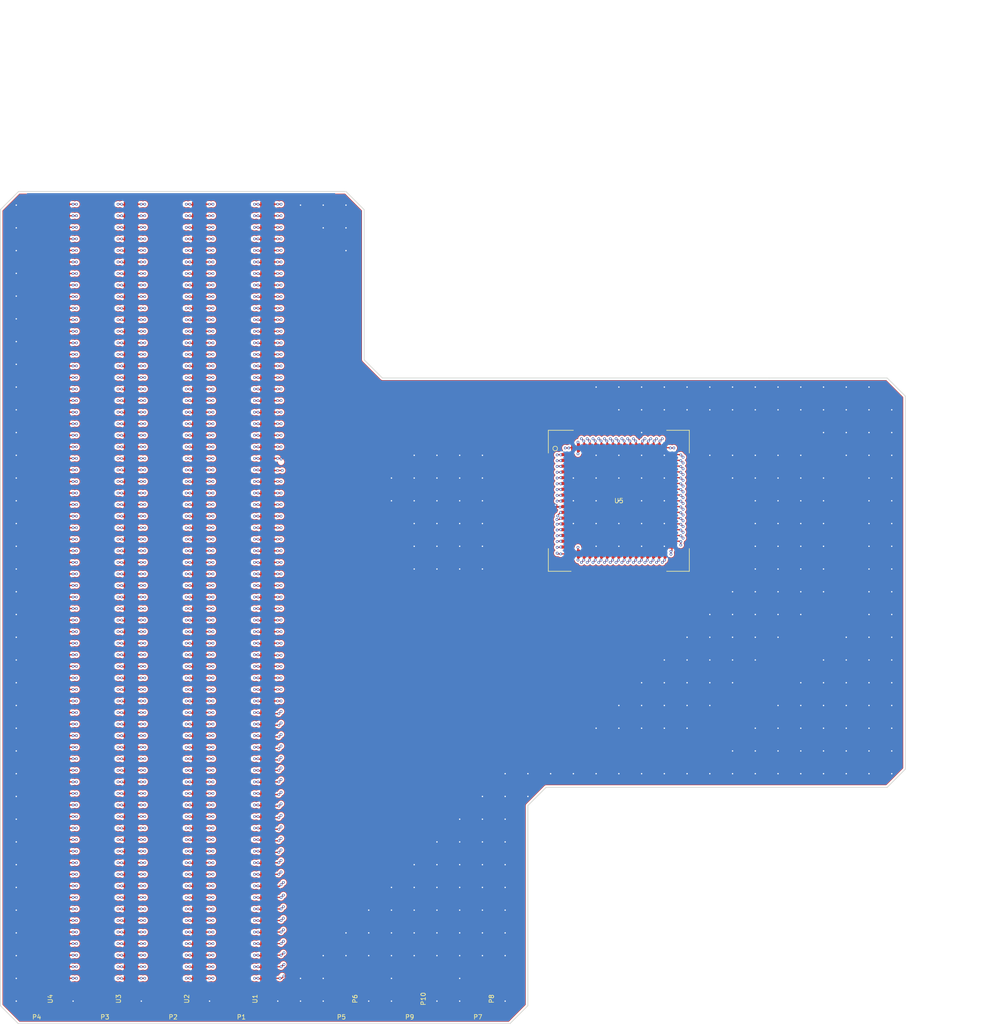
<source format=kicad_pcb>
(kicad_pcb (version 4) (host pcbnew 4.0.5)
  (layers (0 F.Cu signal) (1 In1.Cu signal) (2 In2.Cu signal) (31 B.Cu signal) (34 B.Paste user) (35 F.Paste user) (36 B.SilkS user) (37 F.SilkS user) (38 B.Mask user) (39 F.Mask user) (44 Edge.Cuts user))
  (net 0 "")
  (net 1 GND)
  (net 2 "Net-(P1-Pad1)")
  (net 3 "Net-(P2-Pad1)")
  (net 4 "Net-(P3-Pad1)")
  (net 5 "Net-(P4-Pad1)")
  (net 6 "Net-(P5-Pad1)")
  (net 7 "Net-(P7-Pad1)")
  (net 8 "Net-(P10-Pad1)")
  (net 9 1)
  (net 10 2)
  (net 11 3)
  (net 12 4)
  (net 13 5)
  (net 14 6)
  (net 15 7)
  (net 16 8)
  (net 17 9)
  (net 18 10)
  (net 19 11)
  (net 20 12)
  (net 21 13)
  (net 22 14)
  (net 23 15)
  (net 24 16)
  (net 25 17)
  (net 26 18)
  (net 27 19)
  (net 28 20)
  (net 29 21)
  (net 30 22)
  (net 31 23)
  (net 32 24)
  (net 33 25)
  (net 34 26)
  (net 35 27)
  (net 36 28)
  (net 37 29)
  (net 38 30)
  (net 39 31)
  (net 40 32)
  (net 41 33)
  (net 42 34)
  (net 43 35)
  (net 44 36)
  (net 45 37)
  (net 46 38)
  (net 47 39)
  (net 48 40)
  (net 49 41)
  (net 50 42)
  (net 51 43)
  (net 52 44)
  (net 53 45)
  (net 54 46)
  (net 55 47)
  (net 56 48)
  (net 57 49)
  (net 58 50)
  (net 59 51)
  (net 60 52)
  (net 61 53)
  (net 62 54)
  (net 63 55)
  (net 64 56)
  (net 65 57)
  (net 66 58)
  (net 67 59)
  (net 68 60)
  (net 69 61)
  (net 70 62)
  (net 71 63)
  (net 72 64)
  (net 73 65)
  (net 74 66)
  (net 75 67)
  (net 76 68)
  (module "NoyceLibrary:IPEX_Connector_SMD_(RECE.20279.001E.01)" (layer F.Cu) (at 117 210 180)
    (fp_text reference P1 (at 0 -3.5 180) (layer F.SilkS))
    (fp_text value CONN_01X02)
    (pad 2 smd rect (at 1.685 -1.25 180) (size 1.2 2.5) (layers F.Cu F.Paste F.Mask) (net 1 GND))
    (pad 2 smd rect (at -1.685 -1.25 180) (size 1.2 2.5) (layers F.Cu F.Paste F.Mask) (net 1 GND))
    (pad 1 smd rect (at 0 0.48 180) (size 1.15 1.2) (layers F.Cu F.Paste F.Mask) (net 2 "Net-(P1-Pad1)"))
  )
  (module "NoyceLibrary:IPEX_Connector_SMD_(RECE.20279.001E.01)" (layer F.Cu) (at 102 210 180)
    (fp_text reference P2 (at 0 -3.5 180) (layer F.SilkS))
    (fp_text value CONN_01X02)
    (pad 2 smd rect (at 1.685 -1.25 180) (size 1.2 2.5) (layers F.Cu F.Paste F.Mask) (net 1 GND))
    (pad 2 smd rect (at -1.685 -1.25 180) (size 1.2 2.5) (layers F.Cu F.Paste F.Mask) (net 1 GND))
    (pad 1 smd rect (at 0 0.48 180) (size 1.15 1.2) (layers F.Cu F.Paste F.Mask) (net 3 "Net-(P2-Pad1)"))
  )
  (module "NoyceLibrary:IPEX_Connector_SMD_(RECE.20279.001E.01)" (layer F.Cu) (at 87 210 180)
    (fp_text reference P3 (at 0 -3.5 180) (layer F.SilkS))
    (fp_text value CONN_01X02)
    (pad 2 smd rect (at 1.685 -1.25 180) (size 1.2 2.5) (layers F.Cu F.Paste F.Mask) (net 1 GND))
    (pad 2 smd rect (at -1.685 -1.25 180) (size 1.2 2.5) (layers F.Cu F.Paste F.Mask) (net 1 GND))
    (pad 1 smd rect (at 0 0.48 180) (size 1.15 1.2) (layers F.Cu F.Paste F.Mask) (net 4 "Net-(P3-Pad1)"))
  )
  (module "NoyceLibrary:IPEX_Connector_SMD_(RECE.20279.001E.01)" (layer F.Cu) (at 72 210 180)
    (fp_text reference P4 (at 0 -3.5 180) (layer F.SilkS))
    (fp_text value CONN_01X02)
    (pad 2 smd rect (at 1.685 -1.25 180) (size 1.2 2.5) (layers F.Cu F.Paste F.Mask) (net 1 GND))
    (pad 2 smd rect (at -1.685 -1.25 180) (size 1.2 2.5) (layers F.Cu F.Paste F.Mask) (net 1 GND))
    (pad 1 smd rect (at 0 0.48 180) (size 1.15 1.2) (layers F.Cu F.Paste F.Mask) (net 5 "Net-(P4-Pad1)"))
  )
  (module "NoyceLibrary:IPEX_Connector_SMD_(RECE.20279.001E.01)" (layer F.Cu) (at 139 210 180)
    (fp_text reference P5 (at 0 -3.5 180) (layer F.SilkS))
    (fp_text value CONN_01X02)
    (pad 2 smd rect (at 1.685 -1.25 180) (size 1.2 2.5) (layers F.Cu F.Paste F.Mask) (net 1 GND))
    (pad 2 smd rect (at -1.685 -1.25 180) (size 1.2 2.5) (layers F.Cu F.Paste F.Mask) (net 1 GND))
    (pad 1 smd rect (at 0 0.48 180) (size 1.15 1.2) (layers F.Cu F.Paste F.Mask) (net 6 "Net-(P5-Pad1)"))
  )
  (module "NoyceLibrary:Headers_SMD_2x2_(cut_95157-240LF)" (layer F.Cu) (at 142 204 90)
    (fp_text reference P6 (at -5.5 0 90) (layer F.SilkS))
    (fp_text value CONN_02X02)
    (pad 1 smd rect (at -1.27 -2.73 90) (size 1.27 3.18) (layers F.Cu F.Paste F.Mask) (net 6 "Net-(P5-Pad1)"))
    (pad 3 smd rect (at 1.27 -2.73 90) (size 1.27 3.18) (layers F.Cu F.Paste F.Mask) (net 6 "Net-(P5-Pad1)"))
    (pad 2 smd rect (at -1.27 2.73 90) (size 1.27 3.18) (layers F.Cu F.Paste F.Mask) (net 6 "Net-(P5-Pad1)"))
    (pad 4 smd rect (at 1.27 2.73 90) (size 1.27 3.18) (layers F.Cu F.Paste F.Mask) (net 6 "Net-(P5-Pad1)"))
  )
  (module "NoyceLibrary:IPEX_Connector_SMD_(RECE.20279.001E.01)" (layer F.Cu) (at 169 210 180)
    (fp_text reference P7 (at 0 -3.5 180) (layer F.SilkS))
    (fp_text value CONN_01X02)
    (pad 2 smd rect (at 1.685 -1.25 180) (size 1.2 2.5) (layers F.Cu F.Paste F.Mask) (net 1 GND))
    (pad 2 smd rect (at -1.685 -1.25 180) (size 1.2 2.5) (layers F.Cu F.Paste F.Mask) (net 1 GND))
    (pad 1 smd rect (at 0 0.48 180) (size 1.15 1.2) (layers F.Cu F.Paste F.Mask) (net 7 "Net-(P7-Pad1)"))
  )
  (module "NoyceLibrary:Headers_SMD_2x2_(cut_95157-240LF)" (layer F.Cu) (at 172 204 90)
    (fp_text reference P8 (at -5.5 0 90) (layer F.SilkS))
    (fp_text value CONN_02X02)
    (pad 1 smd rect (at -1.27 -2.73 90) (size 1.27 3.18) (layers F.Cu F.Paste F.Mask) (net 7 "Net-(P7-Pad1)"))
    (pad 3 smd rect (at 1.27 -2.73 90) (size 1.27 3.18) (layers F.Cu F.Paste F.Mask) (net 7 "Net-(P7-Pad1)"))
    (pad 2 smd rect (at -1.27 2.73 90) (size 1.27 3.18) (layers F.Cu F.Paste F.Mask) (net 7 "Net-(P7-Pad1)"))
    (pad 4 smd rect (at 1.27 2.73 90) (size 1.27 3.18) (layers F.Cu F.Paste F.Mask) (net 7 "Net-(P7-Pad1)"))
  )
  (module "NoyceLibrary:IPEX_Connector_SMD_(RECE.20279.001E.01)" (layer F.Cu) (at 154 210 180)
    (fp_text reference P9 (at 0 -3.5 180) (layer F.SilkS))
    (fp_text value CONN_01X02)
    (pad 2 smd rect (at 1.685 -1.25 180) (size 1.2 2.5) (layers F.Cu F.Paste F.Mask) (net 1 GND))
    (pad 2 smd rect (at -1.685 -1.25 180) (size 1.2 2.5) (layers F.Cu F.Paste F.Mask) (net 1 GND))
    (pad 1 smd rect (at 0 0.48 180) (size 1.15 1.2) (layers F.Cu F.Paste F.Mask) (net 8 "Net-(P10-Pad1)"))
  )
  (module "NoyceLibrary:Headers_SMD_2x2_(cut_95157-240LF)" (layer F.Cu) (at 157 204 90)
    (fp_text reference P10 (at -5.5 0 90) (layer F.SilkS))
    (fp_text value CONN_02X02)
    (pad 1 smd rect (at -1.27 -2.73 90) (size 1.27 3.18) (layers F.Cu F.Paste F.Mask) (net 8 "Net-(P10-Pad1)"))
    (pad 3 smd rect (at 1.27 -2.73 90) (size 1.27 3.18) (layers F.Cu F.Paste F.Mask) (net 8 "Net-(P10-Pad1)"))
    (pad 2 smd rect (at -1.27 2.73 90) (size 1.27 3.18) (layers F.Cu F.Paste F.Mask) (net 8 "Net-(P10-Pad1)"))
    (pad 4 smd rect (at 1.27 2.73 90) (size 1.27 3.18) (layers F.Cu F.Paste F.Mask) (net 8 "Net-(P10-Pad1)"))
  )
  (module "NoyceLibrary:Headers_SMD_2x68_(mult_95157-240LF)" (layer F.Cu) (at 120 120 90)
    (fp_text reference U1 (at -89.5 0 90) (layer F.SilkS))
    (fp_text value "Headers_SMD_2x68_(mult_95157-240LF)")
    (pad 2 smd rect (at -85.09 -2.73 90) (size 1.27 3.18) (layers F.Cu F.Paste F.Mask) (net 2 "Net-(P1-Pad1)"))
    (pad 4 smd rect (at -82.55 -2.73 90) (size 1.27 3.18) (layers F.Cu F.Paste F.Mask) (net 2 "Net-(P1-Pad1)"))
    (pad 6 smd rect (at -80.01 -2.73 90) (size 1.27 3.18) (layers F.Cu F.Paste F.Mask) (net 2 "Net-(P1-Pad1)"))
    (pad 8 smd rect (at -77.47 -2.73 90) (size 1.27 3.18) (layers F.Cu F.Paste F.Mask) (net 2 "Net-(P1-Pad1)"))
    (pad 10 smd rect (at -74.93 -2.73 90) (size 1.27 3.18) (layers F.Cu F.Paste F.Mask) (net 2 "Net-(P1-Pad1)"))
    (pad 12 smd rect (at -72.39 -2.73 90) (size 1.27 3.18) (layers F.Cu F.Paste F.Mask) (net 2 "Net-(P1-Pad1)"))
    (pad 14 smd rect (at -69.85 -2.73 90) (size 1.27 3.18) (layers F.Cu F.Paste F.Mask) (net 2 "Net-(P1-Pad1)"))
    (pad 16 smd rect (at -67.31 -2.73 90) (size 1.27 3.18) (layers F.Cu F.Paste F.Mask) (net 2 "Net-(P1-Pad1)"))
    (pad 18 smd rect (at -64.77 -2.73 90) (size 1.27 3.18) (layers F.Cu F.Paste F.Mask) (net 2 "Net-(P1-Pad1)"))
    (pad 20 smd rect (at -62.23 -2.73 90) (size 1.27 3.18) (layers F.Cu F.Paste F.Mask) (net 2 "Net-(P1-Pad1)"))
    (pad 22 smd rect (at -59.69 -2.73 90) (size 1.27 3.18) (layers F.Cu F.Paste F.Mask) (net 2 "Net-(P1-Pad1)"))
    (pad 24 smd rect (at -57.15 -2.73 90) (size 1.27 3.18) (layers F.Cu F.Paste F.Mask) (net 2 "Net-(P1-Pad1)"))
    (pad 26 smd rect (at -54.61 -2.73 90) (size 1.27 3.18) (layers F.Cu F.Paste F.Mask) (net 2 "Net-(P1-Pad1)"))
    (pad 28 smd rect (at -52.07 -2.73 90) (size 1.27 3.18) (layers F.Cu F.Paste F.Mask) (net 2 "Net-(P1-Pad1)"))
    (pad 30 smd rect (at -49.53 -2.73 90) (size 1.27 3.18) (layers F.Cu F.Paste F.Mask) (net 2 "Net-(P1-Pad1)"))
    (pad 32 smd rect (at -46.99 -2.73 90) (size 1.27 3.18) (layers F.Cu F.Paste F.Mask) (net 2 "Net-(P1-Pad1)"))
    (pad 34 smd rect (at -44.45 -2.73 90) (size 1.27 3.18) (layers F.Cu F.Paste F.Mask) (net 2 "Net-(P1-Pad1)"))
    (pad 36 smd rect (at -41.91 -2.73 90) (size 1.27 3.18) (layers F.Cu F.Paste F.Mask) (net 2 "Net-(P1-Pad1)"))
    (pad 38 smd rect (at -39.37 -2.73 90) (size 1.27 3.18) (layers F.Cu F.Paste F.Mask) (net 2 "Net-(P1-Pad1)"))
    (pad 40 smd rect (at -36.83 -2.73 90) (size 1.27 3.18) (layers F.Cu F.Paste F.Mask) (net 2 "Net-(P1-Pad1)"))
    (pad 42 smd rect (at -34.29 -2.73 90) (size 1.27 3.18) (layers F.Cu F.Paste F.Mask) (net 2 "Net-(P1-Pad1)"))
    (pad 44 smd rect (at -31.75 -2.73 90) (size 1.27 3.18) (layers F.Cu F.Paste F.Mask) (net 2 "Net-(P1-Pad1)"))
    (pad 46 smd rect (at -29.21 -2.73 90) (size 1.27 3.18) (layers F.Cu F.Paste F.Mask) (net 2 "Net-(P1-Pad1)"))
    (pad 48 smd rect (at -26.67 -2.73 90) (size 1.27 3.18) (layers F.Cu F.Paste F.Mask) (net 2 "Net-(P1-Pad1)"))
    (pad 50 smd rect (at -24.13 -2.73 90) (size 1.27 3.18) (layers F.Cu F.Paste F.Mask) (net 2 "Net-(P1-Pad1)"))
    (pad 52 smd rect (at -21.59 -2.73 90) (size 1.27 3.18) (layers F.Cu F.Paste F.Mask) (net 2 "Net-(P1-Pad1)"))
    (pad 54 smd rect (at -19.05 -2.73 90) (size 1.27 3.18) (layers F.Cu F.Paste F.Mask) (net 2 "Net-(P1-Pad1)"))
    (pad 56 smd rect (at -16.51 -2.73 90) (size 1.27 3.18) (layers F.Cu F.Paste F.Mask) (net 2 "Net-(P1-Pad1)"))
    (pad 58 smd rect (at -13.97 -2.73 90) (size 1.27 3.18) (layers F.Cu F.Paste F.Mask) (net 2 "Net-(P1-Pad1)"))
    (pad 60 smd rect (at -11.43 -2.73 90) (size 1.27 3.18) (layers F.Cu F.Paste F.Mask) (net 2 "Net-(P1-Pad1)"))
    (pad 62 smd rect (at -8.89 -2.73 90) (size 1.27 3.18) (layers F.Cu F.Paste F.Mask) (net 2 "Net-(P1-Pad1)"))
    (pad 64 smd rect (at -6.35 -2.73 90) (size 1.27 3.18) (layers F.Cu F.Paste F.Mask) (net 2 "Net-(P1-Pad1)"))
    (pad 66 smd rect (at -3.81 -2.73 90) (size 1.27 3.18) (layers F.Cu F.Paste F.Mask) (net 2 "Net-(P1-Pad1)"))
    (pad 68 smd rect (at -1.27 -2.73 90) (size 1.27 3.18) (layers F.Cu F.Paste F.Mask) (net 2 "Net-(P1-Pad1)"))
    (pad 70 smd rect (at 1.27 -2.73 90) (size 1.27 3.18) (layers F.Cu F.Paste F.Mask) (net 2 "Net-(P1-Pad1)"))
    (pad 72 smd rect (at 3.81 -2.73 90) (size 1.27 3.18) (layers F.Cu F.Paste F.Mask) (net 2 "Net-(P1-Pad1)"))
    (pad 74 smd rect (at 6.35 -2.73 90) (size 1.27 3.18) (layers F.Cu F.Paste F.Mask) (net 2 "Net-(P1-Pad1)"))
    (pad 76 smd rect (at 8.89 -2.73 90) (size 1.27 3.18) (layers F.Cu F.Paste F.Mask) (net 2 "Net-(P1-Pad1)"))
    (pad 78 smd rect (at 11.43 -2.73 90) (size 1.27 3.18) (layers F.Cu F.Paste F.Mask) (net 2 "Net-(P1-Pad1)"))
    (pad 80 smd rect (at 13.97 -2.73 90) (size 1.27 3.18) (layers F.Cu F.Paste F.Mask) (net 2 "Net-(P1-Pad1)"))
    (pad 82 smd rect (at 16.51 -2.73 90) (size 1.27 3.18) (layers F.Cu F.Paste F.Mask) (net 2 "Net-(P1-Pad1)"))
    (pad 84 smd rect (at 19.05 -2.73 90) (size 1.27 3.18) (layers F.Cu F.Paste F.Mask) (net 2 "Net-(P1-Pad1)"))
    (pad 86 smd rect (at 21.59 -2.73 90) (size 1.27 3.18) (layers F.Cu F.Paste F.Mask) (net 2 "Net-(P1-Pad1)"))
    (pad 88 smd rect (at 24.13 -2.73 90) (size 1.27 3.18) (layers F.Cu F.Paste F.Mask) (net 2 "Net-(P1-Pad1)"))
    (pad 90 smd rect (at 26.67 -2.73 90) (size 1.27 3.18) (layers F.Cu F.Paste F.Mask) (net 2 "Net-(P1-Pad1)"))
    (pad 92 smd rect (at 29.21 -2.73 90) (size 1.27 3.18) (layers F.Cu F.Paste F.Mask) (net 2 "Net-(P1-Pad1)"))
    (pad 94 smd rect (at 31.75 -2.73 90) (size 1.27 3.18) (layers F.Cu F.Paste F.Mask) (net 2 "Net-(P1-Pad1)"))
    (pad 96 smd rect (at 34.29 -2.73 90) (size 1.27 3.18) (layers F.Cu F.Paste F.Mask) (net 2 "Net-(P1-Pad1)"))
    (pad 98 smd rect (at 36.83 -2.73 90) (size 1.27 3.18) (layers F.Cu F.Paste F.Mask) (net 2 "Net-(P1-Pad1)"))
    (pad 100 smd rect (at 39.37 -2.73 90) (size 1.27 3.18) (layers F.Cu F.Paste F.Mask) (net 2 "Net-(P1-Pad1)"))
    (pad 102 smd rect (at 41.91 -2.73 90) (size 1.27 3.18) (layers F.Cu F.Paste F.Mask) (net 2 "Net-(P1-Pad1)"))
    (pad 104 smd rect (at 44.45 -2.73 90) (size 1.27 3.18) (layers F.Cu F.Paste F.Mask) (net 2 "Net-(P1-Pad1)"))
    (pad 106 smd rect (at 46.99 -2.73 90) (size 1.27 3.18) (layers F.Cu F.Paste F.Mask) (net 2 "Net-(P1-Pad1)"))
    (pad 108 smd rect (at 49.53 -2.73 90) (size 1.27 3.18) (layers F.Cu F.Paste F.Mask) (net 2 "Net-(P1-Pad1)"))
    (pad 110 smd rect (at 52.07 -2.73 90) (size 1.27 3.18) (layers F.Cu F.Paste F.Mask) (net 2 "Net-(P1-Pad1)"))
    (pad 112 smd rect (at 54.61 -2.73 90) (size 1.27 3.18) (layers F.Cu F.Paste F.Mask) (net 2 "Net-(P1-Pad1)"))
    (pad 114 smd rect (at 57.15 -2.73 90) (size 1.27 3.18) (layers F.Cu F.Paste F.Mask) (net 2 "Net-(P1-Pad1)"))
    (pad 116 smd rect (at 59.69 -2.73 90) (size 1.27 3.18) (layers F.Cu F.Paste F.Mask) (net 2 "Net-(P1-Pad1)"))
    (pad 118 smd rect (at 62.23 -2.73 90) (size 1.27 3.18) (layers F.Cu F.Paste F.Mask) (net 2 "Net-(P1-Pad1)"))
    (pad 120 smd rect (at 64.77 -2.73 90) (size 1.27 3.18) (layers F.Cu F.Paste F.Mask) (net 2 "Net-(P1-Pad1)"))
    (pad 122 smd rect (at 67.31 -2.73 90) (size 1.27 3.18) (layers F.Cu F.Paste F.Mask) (net 2 "Net-(P1-Pad1)"))
    (pad 124 smd rect (at 69.85 -2.73 90) (size 1.27 3.18) (layers F.Cu F.Paste F.Mask) (net 2 "Net-(P1-Pad1)"))
    (pad 126 smd rect (at 72.39 -2.73 90) (size 1.27 3.18) (layers F.Cu F.Paste F.Mask) (net 2 "Net-(P1-Pad1)"))
    (pad 128 smd rect (at 74.93 -2.73 90) (size 1.27 3.18) (layers F.Cu F.Paste F.Mask) (net 2 "Net-(P1-Pad1)"))
    (pad 130 smd rect (at 77.47 -2.73 90) (size 1.27 3.18) (layers F.Cu F.Paste F.Mask) (net 2 "Net-(P1-Pad1)"))
    (pad 132 smd rect (at 80.01 -2.73 90) (size 1.27 3.18) (layers F.Cu F.Paste F.Mask) (net 2 "Net-(P1-Pad1)"))
    (pad 134 smd rect (at 82.55 -2.73 90) (size 1.27 3.18) (layers F.Cu F.Paste F.Mask) (net 2 "Net-(P1-Pad1)"))
    (pad 136 smd rect (at 85.09 -2.73 90) (size 1.27 3.18) (layers F.Cu F.Paste F.Mask) (net 2 "Net-(P1-Pad1)"))
    (pad 1 smd rect (at -85.09 2.73 90) (size 1.27 3.18) (layers F.Cu F.Paste F.Mask) (net 9 1))
    (pad 3 smd rect (at -82.55 2.73 90) (size 1.27 3.18) (layers F.Cu F.Paste F.Mask) (net 10 2))
    (pad 5 smd rect (at -80.01 2.73 90) (size 1.27 3.18) (layers F.Cu F.Paste F.Mask) (net 11 3))
    (pad 7 smd rect (at -77.47 2.73 90) (size 1.27 3.18) (layers F.Cu F.Paste F.Mask) (net 12 4))
    (pad 9 smd rect (at -74.93 2.73 90) (size 1.27 3.18) (layers F.Cu F.Paste F.Mask) (net 13 5))
    (pad 11 smd rect (at -72.39 2.73 90) (size 1.27 3.18) (layers F.Cu F.Paste F.Mask) (net 14 6))
    (pad 13 smd rect (at -69.85 2.73 90) (size 1.27 3.18) (layers F.Cu F.Paste F.Mask) (net 15 7))
    (pad 15 smd rect (at -67.31 2.73 90) (size 1.27 3.18) (layers F.Cu F.Paste F.Mask) (net 16 8))
    (pad 17 smd rect (at -64.77 2.73 90) (size 1.27 3.18) (layers F.Cu F.Paste F.Mask) (net 17 9))
    (pad 19 smd rect (at -62.23 2.73 90) (size 1.27 3.18) (layers F.Cu F.Paste F.Mask) (net 18 10))
    (pad 21 smd rect (at -59.69 2.73 90) (size 1.27 3.18) (layers F.Cu F.Paste F.Mask) (net 19 11))
    (pad 23 smd rect (at -57.15 2.73 90) (size 1.27 3.18) (layers F.Cu F.Paste F.Mask) (net 20 12))
    (pad 25 smd rect (at -54.61 2.73 90) (size 1.27 3.18) (layers F.Cu F.Paste F.Mask) (net 21 13))
    (pad 27 smd rect (at -52.07 2.73 90) (size 1.27 3.18) (layers F.Cu F.Paste F.Mask) (net 22 14))
    (pad 29 smd rect (at -49.53 2.73 90) (size 1.27 3.18) (layers F.Cu F.Paste F.Mask) (net 23 15))
    (pad 31 smd rect (at -46.99 2.73 90) (size 1.27 3.18) (layers F.Cu F.Paste F.Mask) (net 24 16))
    (pad 33 smd rect (at -44.45 2.73 90) (size 1.27 3.18) (layers F.Cu F.Paste F.Mask) (net 25 17))
    (pad 35 smd rect (at -41.91 2.73 90) (size 1.27 3.18) (layers F.Cu F.Paste F.Mask) (net 26 18))
    (pad 37 smd rect (at -39.37 2.73 90) (size 1.27 3.18) (layers F.Cu F.Paste F.Mask) (net 27 19))
    (pad 39 smd rect (at -36.83 2.73 90) (size 1.27 3.18) (layers F.Cu F.Paste F.Mask) (net 28 20))
    (pad 41 smd rect (at -34.29 2.73 90) (size 1.27 3.18) (layers F.Cu F.Paste F.Mask) (net 29 21))
    (pad 43 smd rect (at -31.75 2.73 90) (size 1.27 3.18) (layers F.Cu F.Paste F.Mask) (net 30 22))
    (pad 45 smd rect (at -29.21 2.73 90) (size 1.27 3.18) (layers F.Cu F.Paste F.Mask) (net 31 23))
    (pad 47 smd rect (at -26.67 2.73 90) (size 1.27 3.18) (layers F.Cu F.Paste F.Mask) (net 32 24))
    (pad 49 smd rect (at -24.13 2.73 90) (size 1.27 3.18) (layers F.Cu F.Paste F.Mask) (net 33 25))
    (pad 51 smd rect (at -21.59 2.73 90) (size 1.27 3.18) (layers F.Cu F.Paste F.Mask) (net 34 26))
    (pad 53 smd rect (at -19.05 2.73 90) (size 1.27 3.18) (layers F.Cu F.Paste F.Mask) (net 35 27))
    (pad 55 smd rect (at -16.51 2.73 90) (size 1.27 3.18) (layers F.Cu F.Paste F.Mask) (net 36 28))
    (pad 57 smd rect (at -13.97 2.73 90) (size 1.27 3.18) (layers F.Cu F.Paste F.Mask) (net 37 29))
    (pad 59 smd rect (at -11.43 2.73 90) (size 1.27 3.18) (layers F.Cu F.Paste F.Mask) (net 38 30))
    (pad 61 smd rect (at -8.89 2.73 90) (size 1.27 3.18) (layers F.Cu F.Paste F.Mask) (net 39 31))
    (pad 63 smd rect (at -6.35 2.73 90) (size 1.27 3.18) (layers F.Cu F.Paste F.Mask) (net 40 32))
    (pad 65 smd rect (at -3.81 2.73 90) (size 1.27 3.18) (layers F.Cu F.Paste F.Mask) (net 41 33))
    (pad 67 smd rect (at -1.27 2.73 90) (size 1.27 3.18) (layers F.Cu F.Paste F.Mask) (net 42 34))
    (pad 69 smd rect (at 1.27 2.73 90) (size 1.27 3.18) (layers F.Cu F.Paste F.Mask) (net 43 35))
    (pad 71 smd rect (at 3.81 2.73 90) (size 1.27 3.18) (layers F.Cu F.Paste F.Mask) (net 44 36))
    (pad 73 smd rect (at 6.35 2.73 90) (size 1.27 3.18) (layers F.Cu F.Paste F.Mask) (net 45 37))
    (pad 75 smd rect (at 8.89 2.73 90) (size 1.27 3.18) (layers F.Cu F.Paste F.Mask) (net 46 38))
    (pad 77 smd rect (at 11.43 2.73 90) (size 1.27 3.18) (layers F.Cu F.Paste F.Mask) (net 47 39))
    (pad 79 smd rect (at 13.97 2.73 90) (size 1.27 3.18) (layers F.Cu F.Paste F.Mask) (net 48 40))
    (pad 81 smd rect (at 16.51 2.73 90) (size 1.27 3.18) (layers F.Cu F.Paste F.Mask) (net 49 41))
    (pad 83 smd rect (at 19.05 2.73 90) (size 1.27 3.18) (layers F.Cu F.Paste F.Mask) (net 50 42))
    (pad 85 smd rect (at 21.59 2.73 90) (size 1.27 3.18) (layers F.Cu F.Paste F.Mask) (net 51 43))
    (pad 87 smd rect (at 24.13 2.73 90) (size 1.27 3.18) (layers F.Cu F.Paste F.Mask) (net 52 44))
    (pad 89 smd rect (at 26.67 2.73 90) (size 1.27 3.18) (layers F.Cu F.Paste F.Mask) (net 53 45))
    (pad 91 smd rect (at 29.21 2.73 90) (size 1.27 3.18) (layers F.Cu F.Paste F.Mask) (net 54 46))
    (pad 93 smd rect (at 31.75 2.73 90) (size 1.27 3.18) (layers F.Cu F.Paste F.Mask) (net 55 47))
    (pad 95 smd rect (at 34.29 2.73 90) (size 1.27 3.18) (layers F.Cu F.Paste F.Mask) (net 56 48))
    (pad 97 smd rect (at 36.83 2.73 90) (size 1.27 3.18) (layers F.Cu F.Paste F.Mask) (net 57 49))
    (pad 99 smd rect (at 39.37 2.73 90) (size 1.27 3.18) (layers F.Cu F.Paste F.Mask) (net 58 50))
    (pad 101 smd rect (at 41.91 2.73 90) (size 1.27 3.18) (layers F.Cu F.Paste F.Mask) (net 59 51))
    (pad 103 smd rect (at 44.45 2.73 90) (size 1.27 3.18) (layers F.Cu F.Paste F.Mask) (net 60 52))
    (pad 105 smd rect (at 46.99 2.73 90) (size 1.27 3.18) (layers F.Cu F.Paste F.Mask) (net 61 53))
    (pad 107 smd rect (at 49.53 2.73 90) (size 1.27 3.18) (layers F.Cu F.Paste F.Mask) (net 62 54))
    (pad 109 smd rect (at 52.07 2.73 90) (size 1.27 3.18) (layers F.Cu F.Paste F.Mask) (net 63 55))
    (pad 111 smd rect (at 54.61 2.73 90) (size 1.27 3.18) (layers F.Cu F.Paste F.Mask) (net 64 56))
    (pad 113 smd rect (at 57.15 2.73 90) (size 1.27 3.18) (layers F.Cu F.Paste F.Mask) (net 65 57))
    (pad 115 smd rect (at 59.69 2.73 90) (size 1.27 3.18) (layers F.Cu F.Paste F.Mask) (net 66 58))
    (pad 117 smd rect (at 62.23 2.73 90) (size 1.27 3.18) (layers F.Cu F.Paste F.Mask) (net 67 59))
    (pad 119 smd rect (at 64.77 2.73 90) (size 1.27 3.18) (layers F.Cu F.Paste F.Mask) (net 68 60))
    (pad 121 smd rect (at 67.31 2.73 90) (size 1.27 3.18) (layers F.Cu F.Paste F.Mask) (net 69 61))
    (pad 123 smd rect (at 69.85 2.73 90) (size 1.27 3.18) (layers F.Cu F.Paste F.Mask) (net 70 62))
    (pad 125 smd rect (at 72.39 2.73 90) (size 1.27 3.18) (layers F.Cu F.Paste F.Mask) (net 71 63))
    (pad 127 smd rect (at 74.93 2.73 90) (size 1.27 3.18) (layers F.Cu F.Paste F.Mask) (net 72 64))
    (pad 129 smd rect (at 77.47 2.73 90) (size 1.27 3.18) (layers F.Cu F.Paste F.Mask) (net 73 65))
    (pad 131 smd rect (at 80.01 2.73 90) (size 1.27 3.18) (layers F.Cu F.Paste F.Mask) (net 74 66))
    (pad 133 smd rect (at 82.55 2.73 90) (size 1.27 3.18) (layers F.Cu F.Paste F.Mask) (net 75 67))
    (pad 135 smd rect (at 85.09 2.73 90) (size 1.27 3.18) (layers F.Cu F.Paste F.Mask) (net 76 68))
  )
  (module "NoyceLibrary:Headers_SMD_2x68_(mult_95157-240LF)" (layer F.Cu) (at 105 120 90)
    (fp_text reference U2 (at -89.5 0 90) (layer F.SilkS))
    (fp_text value "Headers_SMD_2x68_(mult_95157-240LF)")
    (pad 2 smd rect (at -85.09 -2.73 90) (size 1.27 3.18) (layers F.Cu F.Paste F.Mask) (net 3 "Net-(P2-Pad1)"))
    (pad 4 smd rect (at -82.55 -2.73 90) (size 1.27 3.18) (layers F.Cu F.Paste F.Mask) (net 3 "Net-(P2-Pad1)"))
    (pad 6 smd rect (at -80.01 -2.73 90) (size 1.27 3.18) (layers F.Cu F.Paste F.Mask) (net 3 "Net-(P2-Pad1)"))
    (pad 8 smd rect (at -77.47 -2.73 90) (size 1.27 3.18) (layers F.Cu F.Paste F.Mask) (net 3 "Net-(P2-Pad1)"))
    (pad 10 smd rect (at -74.93 -2.73 90) (size 1.27 3.18) (layers F.Cu F.Paste F.Mask) (net 3 "Net-(P2-Pad1)"))
    (pad 12 smd rect (at -72.39 -2.73 90) (size 1.27 3.18) (layers F.Cu F.Paste F.Mask) (net 3 "Net-(P2-Pad1)"))
    (pad 14 smd rect (at -69.85 -2.73 90) (size 1.27 3.18) (layers F.Cu F.Paste F.Mask) (net 3 "Net-(P2-Pad1)"))
    (pad 16 smd rect (at -67.31 -2.73 90) (size 1.27 3.18) (layers F.Cu F.Paste F.Mask) (net 3 "Net-(P2-Pad1)"))
    (pad 18 smd rect (at -64.77 -2.73 90) (size 1.27 3.18) (layers F.Cu F.Paste F.Mask) (net 3 "Net-(P2-Pad1)"))
    (pad 20 smd rect (at -62.23 -2.73 90) (size 1.27 3.18) (layers F.Cu F.Paste F.Mask) (net 3 "Net-(P2-Pad1)"))
    (pad 22 smd rect (at -59.69 -2.73 90) (size 1.27 3.18) (layers F.Cu F.Paste F.Mask) (net 3 "Net-(P2-Pad1)"))
    (pad 24 smd rect (at -57.15 -2.73 90) (size 1.27 3.18) (layers F.Cu F.Paste F.Mask) (net 3 "Net-(P2-Pad1)"))
    (pad 26 smd rect (at -54.61 -2.73 90) (size 1.27 3.18) (layers F.Cu F.Paste F.Mask) (net 3 "Net-(P2-Pad1)"))
    (pad 28 smd rect (at -52.07 -2.73 90) (size 1.27 3.18) (layers F.Cu F.Paste F.Mask) (net 3 "Net-(P2-Pad1)"))
    (pad 30 smd rect (at -49.53 -2.73 90) (size 1.27 3.18) (layers F.Cu F.Paste F.Mask) (net 3 "Net-(P2-Pad1)"))
    (pad 32 smd rect (at -46.99 -2.73 90) (size 1.27 3.18) (layers F.Cu F.Paste F.Mask) (net 3 "Net-(P2-Pad1)"))
    (pad 34 smd rect (at -44.45 -2.73 90) (size 1.27 3.18) (layers F.Cu F.Paste F.Mask) (net 3 "Net-(P2-Pad1)"))
    (pad 36 smd rect (at -41.91 -2.73 90) (size 1.27 3.18) (layers F.Cu F.Paste F.Mask) (net 3 "Net-(P2-Pad1)"))
    (pad 38 smd rect (at -39.37 -2.73 90) (size 1.27 3.18) (layers F.Cu F.Paste F.Mask) (net 3 "Net-(P2-Pad1)"))
    (pad 40 smd rect (at -36.83 -2.73 90) (size 1.27 3.18) (layers F.Cu F.Paste F.Mask) (net 3 "Net-(P2-Pad1)"))
    (pad 42 smd rect (at -34.29 -2.73 90) (size 1.27 3.18) (layers F.Cu F.Paste F.Mask) (net 3 "Net-(P2-Pad1)"))
    (pad 44 smd rect (at -31.75 -2.73 90) (size 1.27 3.18) (layers F.Cu F.Paste F.Mask) (net 3 "Net-(P2-Pad1)"))
    (pad 46 smd rect (at -29.21 -2.73 90) (size 1.27 3.18) (layers F.Cu F.Paste F.Mask) (net 3 "Net-(P2-Pad1)"))
    (pad 48 smd rect (at -26.67 -2.73 90) (size 1.27 3.18) (layers F.Cu F.Paste F.Mask) (net 3 "Net-(P2-Pad1)"))
    (pad 50 smd rect (at -24.13 -2.73 90) (size 1.27 3.18) (layers F.Cu F.Paste F.Mask) (net 3 "Net-(P2-Pad1)"))
    (pad 52 smd rect (at -21.59 -2.73 90) (size 1.27 3.18) (layers F.Cu F.Paste F.Mask) (net 3 "Net-(P2-Pad1)"))
    (pad 54 smd rect (at -19.05 -2.73 90) (size 1.27 3.18) (layers F.Cu F.Paste F.Mask) (net 3 "Net-(P2-Pad1)"))
    (pad 56 smd rect (at -16.51 -2.73 90) (size 1.27 3.18) (layers F.Cu F.Paste F.Mask) (net 3 "Net-(P2-Pad1)"))
    (pad 58 smd rect (at -13.97 -2.73 90) (size 1.27 3.18) (layers F.Cu F.Paste F.Mask) (net 3 "Net-(P2-Pad1)"))
    (pad 60 smd rect (at -11.43 -2.73 90) (size 1.27 3.18) (layers F.Cu F.Paste F.Mask) (net 3 "Net-(P2-Pad1)"))
    (pad 62 smd rect (at -8.89 -2.73 90) (size 1.27 3.18) (layers F.Cu F.Paste F.Mask) (net 3 "Net-(P2-Pad1)"))
    (pad 64 smd rect (at -6.35 -2.73 90) (size 1.27 3.18) (layers F.Cu F.Paste F.Mask) (net 3 "Net-(P2-Pad1)"))
    (pad 66 smd rect (at -3.81 -2.73 90) (size 1.27 3.18) (layers F.Cu F.Paste F.Mask) (net 3 "Net-(P2-Pad1)"))
    (pad 68 smd rect (at -1.27 -2.73 90) (size 1.27 3.18) (layers F.Cu F.Paste F.Mask) (net 3 "Net-(P2-Pad1)"))
    (pad 70 smd rect (at 1.27 -2.73 90) (size 1.27 3.18) (layers F.Cu F.Paste F.Mask) (net 3 "Net-(P2-Pad1)"))
    (pad 72 smd rect (at 3.81 -2.73 90) (size 1.27 3.18) (layers F.Cu F.Paste F.Mask) (net 3 "Net-(P2-Pad1)"))
    (pad 74 smd rect (at 6.35 -2.73 90) (size 1.27 3.18) (layers F.Cu F.Paste F.Mask) (net 3 "Net-(P2-Pad1)"))
    (pad 76 smd rect (at 8.89 -2.73 90) (size 1.27 3.18) (layers F.Cu F.Paste F.Mask) (net 3 "Net-(P2-Pad1)"))
    (pad 78 smd rect (at 11.43 -2.73 90) (size 1.27 3.18) (layers F.Cu F.Paste F.Mask) (net 3 "Net-(P2-Pad1)"))
    (pad 80 smd rect (at 13.97 -2.73 90) (size 1.27 3.18) (layers F.Cu F.Paste F.Mask) (net 3 "Net-(P2-Pad1)"))
    (pad 82 smd rect (at 16.51 -2.73 90) (size 1.27 3.18) (layers F.Cu F.Paste F.Mask) (net 3 "Net-(P2-Pad1)"))
    (pad 84 smd rect (at 19.05 -2.73 90) (size 1.27 3.18) (layers F.Cu F.Paste F.Mask) (net 3 "Net-(P2-Pad1)"))
    (pad 86 smd rect (at 21.59 -2.73 90) (size 1.27 3.18) (layers F.Cu F.Paste F.Mask) (net 3 "Net-(P2-Pad1)"))
    (pad 88 smd rect (at 24.13 -2.73 90) (size 1.27 3.18) (layers F.Cu F.Paste F.Mask) (net 3 "Net-(P2-Pad1)"))
    (pad 90 smd rect (at 26.67 -2.73 90) (size 1.27 3.18) (layers F.Cu F.Paste F.Mask) (net 3 "Net-(P2-Pad1)"))
    (pad 92 smd rect (at 29.21 -2.73 90) (size 1.27 3.18) (layers F.Cu F.Paste F.Mask) (net 3 "Net-(P2-Pad1)"))
    (pad 94 smd rect (at 31.75 -2.73 90) (size 1.27 3.18) (layers F.Cu F.Paste F.Mask) (net 3 "Net-(P2-Pad1)"))
    (pad 96 smd rect (at 34.29 -2.73 90) (size 1.27 3.18) (layers F.Cu F.Paste F.Mask) (net 3 "Net-(P2-Pad1)"))
    (pad 98 smd rect (at 36.83 -2.73 90) (size 1.27 3.18) (layers F.Cu F.Paste F.Mask) (net 3 "Net-(P2-Pad1)"))
    (pad 100 smd rect (at 39.37 -2.73 90) (size 1.27 3.18) (layers F.Cu F.Paste F.Mask) (net 3 "Net-(P2-Pad1)"))
    (pad 102 smd rect (at 41.91 -2.73 90) (size 1.27 3.18) (layers F.Cu F.Paste F.Mask) (net 3 "Net-(P2-Pad1)"))
    (pad 104 smd rect (at 44.45 -2.73 90) (size 1.27 3.18) (layers F.Cu F.Paste F.Mask) (net 3 "Net-(P2-Pad1)"))
    (pad 106 smd rect (at 46.99 -2.73 90) (size 1.27 3.18) (layers F.Cu F.Paste F.Mask) (net 3 "Net-(P2-Pad1)"))
    (pad 108 smd rect (at 49.53 -2.73 90) (size 1.27 3.18) (layers F.Cu F.Paste F.Mask) (net 3 "Net-(P2-Pad1)"))
    (pad 110 smd rect (at 52.07 -2.73 90) (size 1.27 3.18) (layers F.Cu F.Paste F.Mask) (net 3 "Net-(P2-Pad1)"))
    (pad 112 smd rect (at 54.61 -2.73 90) (size 1.27 3.18) (layers F.Cu F.Paste F.Mask) (net 3 "Net-(P2-Pad1)"))
    (pad 114 smd rect (at 57.15 -2.73 90) (size 1.27 3.18) (layers F.Cu F.Paste F.Mask) (net 3 "Net-(P2-Pad1)"))
    (pad 116 smd rect (at 59.69 -2.73 90) (size 1.27 3.18) (layers F.Cu F.Paste F.Mask) (net 3 "Net-(P2-Pad1)"))
    (pad 118 smd rect (at 62.23 -2.73 90) (size 1.27 3.18) (layers F.Cu F.Paste F.Mask) (net 3 "Net-(P2-Pad1)"))
    (pad 120 smd rect (at 64.77 -2.73 90) (size 1.27 3.18) (layers F.Cu F.Paste F.Mask) (net 3 "Net-(P2-Pad1)"))
    (pad 122 smd rect (at 67.31 -2.73 90) (size 1.27 3.18) (layers F.Cu F.Paste F.Mask) (net 3 "Net-(P2-Pad1)"))
    (pad 124 smd rect (at 69.85 -2.73 90) (size 1.27 3.18) (layers F.Cu F.Paste F.Mask) (net 3 "Net-(P2-Pad1)"))
    (pad 126 smd rect (at 72.39 -2.73 90) (size 1.27 3.18) (layers F.Cu F.Paste F.Mask) (net 3 "Net-(P2-Pad1)"))
    (pad 128 smd rect (at 74.93 -2.73 90) (size 1.27 3.18) (layers F.Cu F.Paste F.Mask) (net 3 "Net-(P2-Pad1)"))
    (pad 130 smd rect (at 77.47 -2.73 90) (size 1.27 3.18) (layers F.Cu F.Paste F.Mask) (net 3 "Net-(P2-Pad1)"))
    (pad 132 smd rect (at 80.01 -2.73 90) (size 1.27 3.18) (layers F.Cu F.Paste F.Mask) (net 3 "Net-(P2-Pad1)"))
    (pad 134 smd rect (at 82.55 -2.73 90) (size 1.27 3.18) (layers F.Cu F.Paste F.Mask) (net 3 "Net-(P2-Pad1)"))
    (pad 136 smd rect (at 85.09 -2.73 90) (size 1.27 3.18) (layers F.Cu F.Paste F.Mask) (net 3 "Net-(P2-Pad1)"))
    (pad 1 smd rect (at -85.09 2.73 90) (size 1.27 3.18) (layers F.Cu F.Paste F.Mask) (net 9 1))
    (pad 3 smd rect (at -82.55 2.73 90) (size 1.27 3.18) (layers F.Cu F.Paste F.Mask) (net 10 2))
    (pad 5 smd rect (at -80.01 2.73 90) (size 1.27 3.18) (layers F.Cu F.Paste F.Mask) (net 11 3))
    (pad 7 smd rect (at -77.47 2.73 90) (size 1.27 3.18) (layers F.Cu F.Paste F.Mask) (net 12 4))
    (pad 9 smd rect (at -74.93 2.73 90) (size 1.27 3.18) (layers F.Cu F.Paste F.Mask) (net 13 5))
    (pad 11 smd rect (at -72.39 2.73 90) (size 1.27 3.18) (layers F.Cu F.Paste F.Mask) (net 14 6))
    (pad 13 smd rect (at -69.85 2.73 90) (size 1.27 3.18) (layers F.Cu F.Paste F.Mask) (net 15 7))
    (pad 15 smd rect (at -67.31 2.73 90) (size 1.27 3.18) (layers F.Cu F.Paste F.Mask) (net 16 8))
    (pad 17 smd rect (at -64.77 2.73 90) (size 1.27 3.18) (layers F.Cu F.Paste F.Mask) (net 17 9))
    (pad 19 smd rect (at -62.23 2.73 90) (size 1.27 3.18) (layers F.Cu F.Paste F.Mask) (net 18 10))
    (pad 21 smd rect (at -59.69 2.73 90) (size 1.27 3.18) (layers F.Cu F.Paste F.Mask) (net 19 11))
    (pad 23 smd rect (at -57.15 2.73 90) (size 1.27 3.18) (layers F.Cu F.Paste F.Mask) (net 20 12))
    (pad 25 smd rect (at -54.61 2.73 90) (size 1.27 3.18) (layers F.Cu F.Paste F.Mask) (net 21 13))
    (pad 27 smd rect (at -52.07 2.73 90) (size 1.27 3.18) (layers F.Cu F.Paste F.Mask) (net 22 14))
    (pad 29 smd rect (at -49.53 2.73 90) (size 1.27 3.18) (layers F.Cu F.Paste F.Mask) (net 23 15))
    (pad 31 smd rect (at -46.99 2.73 90) (size 1.27 3.18) (layers F.Cu F.Paste F.Mask) (net 24 16))
    (pad 33 smd rect (at -44.45 2.73 90) (size 1.27 3.18) (layers F.Cu F.Paste F.Mask) (net 25 17))
    (pad 35 smd rect (at -41.91 2.73 90) (size 1.27 3.18) (layers F.Cu F.Paste F.Mask) (net 26 18))
    (pad 37 smd rect (at -39.37 2.73 90) (size 1.27 3.18) (layers F.Cu F.Paste F.Mask) (net 27 19))
    (pad 39 smd rect (at -36.83 2.73 90) (size 1.27 3.18) (layers F.Cu F.Paste F.Mask) (net 28 20))
    (pad 41 smd rect (at -34.29 2.73 90) (size 1.27 3.18) (layers F.Cu F.Paste F.Mask) (net 29 21))
    (pad 43 smd rect (at -31.75 2.73 90) (size 1.27 3.18) (layers F.Cu F.Paste F.Mask) (net 30 22))
    (pad 45 smd rect (at -29.21 2.73 90) (size 1.27 3.18) (layers F.Cu F.Paste F.Mask) (net 31 23))
    (pad 47 smd rect (at -26.67 2.73 90) (size 1.27 3.18) (layers F.Cu F.Paste F.Mask) (net 32 24))
    (pad 49 smd rect (at -24.13 2.73 90) (size 1.27 3.18) (layers F.Cu F.Paste F.Mask) (net 33 25))
    (pad 51 smd rect (at -21.59 2.73 90) (size 1.27 3.18) (layers F.Cu F.Paste F.Mask) (net 34 26))
    (pad 53 smd rect (at -19.05 2.73 90) (size 1.27 3.18) (layers F.Cu F.Paste F.Mask) (net 35 27))
    (pad 55 smd rect (at -16.51 2.73 90) (size 1.27 3.18) (layers F.Cu F.Paste F.Mask) (net 36 28))
    (pad 57 smd rect (at -13.97 2.73 90) (size 1.27 3.18) (layers F.Cu F.Paste F.Mask) (net 37 29))
    (pad 59 smd rect (at -11.43 2.73 90) (size 1.27 3.18) (layers F.Cu F.Paste F.Mask) (net 38 30))
    (pad 61 smd rect (at -8.89 2.73 90) (size 1.27 3.18) (layers F.Cu F.Paste F.Mask) (net 39 31))
    (pad 63 smd rect (at -6.35 2.73 90) (size 1.27 3.18) (layers F.Cu F.Paste F.Mask) (net 40 32))
    (pad 65 smd rect (at -3.81 2.73 90) (size 1.27 3.18) (layers F.Cu F.Paste F.Mask) (net 41 33))
    (pad 67 smd rect (at -1.27 2.73 90) (size 1.27 3.18) (layers F.Cu F.Paste F.Mask) (net 42 34))
    (pad 69 smd rect (at 1.27 2.73 90) (size 1.27 3.18) (layers F.Cu F.Paste F.Mask) (net 43 35))
    (pad 71 smd rect (at 3.81 2.73 90) (size 1.27 3.18) (layers F.Cu F.Paste F.Mask) (net 44 36))
    (pad 73 smd rect (at 6.35 2.73 90) (size 1.27 3.18) (layers F.Cu F.Paste F.Mask) (net 45 37))
    (pad 75 smd rect (at 8.89 2.73 90) (size 1.27 3.18) (layers F.Cu F.Paste F.Mask) (net 46 38))
    (pad 77 smd rect (at 11.43 2.73 90) (size 1.27 3.18) (layers F.Cu F.Paste F.Mask) (net 47 39))
    (pad 79 smd rect (at 13.97 2.73 90) (size 1.27 3.18) (layers F.Cu F.Paste F.Mask) (net 48 40))
    (pad 81 smd rect (at 16.51 2.73 90) (size 1.27 3.18) (layers F.Cu F.Paste F.Mask) (net 49 41))
    (pad 83 smd rect (at 19.05 2.73 90) (size 1.27 3.18) (layers F.Cu F.Paste F.Mask) (net 50 42))
    (pad 85 smd rect (at 21.59 2.73 90) (size 1.27 3.18) (layers F.Cu F.Paste F.Mask) (net 51 43))
    (pad 87 smd rect (at 24.13 2.73 90) (size 1.27 3.18) (layers F.Cu F.Paste F.Mask) (net 52 44))
    (pad 89 smd rect (at 26.67 2.73 90) (size 1.27 3.18) (layers F.Cu F.Paste F.Mask) (net 53 45))
    (pad 91 smd rect (at 29.21 2.73 90) (size 1.27 3.18) (layers F.Cu F.Paste F.Mask) (net 54 46))
    (pad 93 smd rect (at 31.75 2.73 90) (size 1.27 3.18) (layers F.Cu F.Paste F.Mask) (net 55 47))
    (pad 95 smd rect (at 34.29 2.73 90) (size 1.27 3.18) (layers F.Cu F.Paste F.Mask) (net 56 48))
    (pad 97 smd rect (at 36.83 2.73 90) (size 1.27 3.18) (layers F.Cu F.Paste F.Mask) (net 57 49))
    (pad 99 smd rect (at 39.37 2.73 90) (size 1.27 3.18) (layers F.Cu F.Paste F.Mask) (net 58 50))
    (pad 101 smd rect (at 41.91 2.73 90) (size 1.27 3.18) (layers F.Cu F.Paste F.Mask) (net 59 51))
    (pad 103 smd rect (at 44.45 2.73 90) (size 1.27 3.18) (layers F.Cu F.Paste F.Mask) (net 60 52))
    (pad 105 smd rect (at 46.99 2.73 90) (size 1.27 3.18) (layers F.Cu F.Paste F.Mask) (net 61 53))
    (pad 107 smd rect (at 49.53 2.73 90) (size 1.27 3.18) (layers F.Cu F.Paste F.Mask) (net 62 54))
    (pad 109 smd rect (at 52.07 2.73 90) (size 1.27 3.18) (layers F.Cu F.Paste F.Mask) (net 63 55))
    (pad 111 smd rect (at 54.61 2.73 90) (size 1.27 3.18) (layers F.Cu F.Paste F.Mask) (net 64 56))
    (pad 113 smd rect (at 57.15 2.73 90) (size 1.27 3.18) (layers F.Cu F.Paste F.Mask) (net 65 57))
    (pad 115 smd rect (at 59.69 2.73 90) (size 1.27 3.18) (layers F.Cu F.Paste F.Mask) (net 66 58))
    (pad 117 smd rect (at 62.23 2.73 90) (size 1.27 3.18) (layers F.Cu F.Paste F.Mask) (net 67 59))
    (pad 119 smd rect (at 64.77 2.73 90) (size 1.27 3.18) (layers F.Cu F.Paste F.Mask) (net 68 60))
    (pad 121 smd rect (at 67.31 2.73 90) (size 1.27 3.18) (layers F.Cu F.Paste F.Mask) (net 69 61))
    (pad 123 smd rect (at 69.85 2.73 90) (size 1.27 3.18) (layers F.Cu F.Paste F.Mask) (net 70 62))
    (pad 125 smd rect (at 72.39 2.73 90) (size 1.27 3.18) (layers F.Cu F.Paste F.Mask) (net 71 63))
    (pad 127 smd rect (at 74.93 2.73 90) (size 1.27 3.18) (layers F.Cu F.Paste F.Mask) (net 72 64))
    (pad 129 smd rect (at 77.47 2.73 90) (size 1.27 3.18) (layers F.Cu F.Paste F.Mask) (net 73 65))
    (pad 131 smd rect (at 80.01 2.73 90) (size 1.27 3.18) (layers F.Cu F.Paste F.Mask) (net 74 66))
    (pad 133 smd rect (at 82.55 2.73 90) (size 1.27 3.18) (layers F.Cu F.Paste F.Mask) (net 75 67))
    (pad 135 smd rect (at 85.09 2.73 90) (size 1.27 3.18) (layers F.Cu F.Paste F.Mask) (net 76 68))
  )
  (module "NoyceLibrary:Headers_SMD_2x68_(mult_95157-240LF)" (layer F.Cu) (at 90 120 90)
    (fp_text reference U3 (at -89.5 0 90) (layer F.SilkS))
    (fp_text value "Headers_SMD_2x68_(mult_95157-240LF)")
    (pad 2 smd rect (at -85.09 -2.73 90) (size 1.27 3.18) (layers F.Cu F.Paste F.Mask) (net 4 "Net-(P3-Pad1)"))
    (pad 4 smd rect (at -82.55 -2.73 90) (size 1.27 3.18) (layers F.Cu F.Paste F.Mask) (net 4 "Net-(P3-Pad1)"))
    (pad 6 smd rect (at -80.01 -2.73 90) (size 1.27 3.18) (layers F.Cu F.Paste F.Mask) (net 4 "Net-(P3-Pad1)"))
    (pad 8 smd rect (at -77.47 -2.73 90) (size 1.27 3.18) (layers F.Cu F.Paste F.Mask) (net 4 "Net-(P3-Pad1)"))
    (pad 10 smd rect (at -74.93 -2.73 90) (size 1.27 3.18) (layers F.Cu F.Paste F.Mask) (net 4 "Net-(P3-Pad1)"))
    (pad 12 smd rect (at -72.39 -2.73 90) (size 1.27 3.18) (layers F.Cu F.Paste F.Mask) (net 4 "Net-(P3-Pad1)"))
    (pad 14 smd rect (at -69.85 -2.73 90) (size 1.27 3.18) (layers F.Cu F.Paste F.Mask) (net 4 "Net-(P3-Pad1)"))
    (pad 16 smd rect (at -67.31 -2.73 90) (size 1.27 3.18) (layers F.Cu F.Paste F.Mask) (net 4 "Net-(P3-Pad1)"))
    (pad 18 smd rect (at -64.77 -2.73 90) (size 1.27 3.18) (layers F.Cu F.Paste F.Mask) (net 4 "Net-(P3-Pad1)"))
    (pad 20 smd rect (at -62.23 -2.73 90) (size 1.27 3.18) (layers F.Cu F.Paste F.Mask) (net 4 "Net-(P3-Pad1)"))
    (pad 22 smd rect (at -59.69 -2.73 90) (size 1.27 3.18) (layers F.Cu F.Paste F.Mask) (net 4 "Net-(P3-Pad1)"))
    (pad 24 smd rect (at -57.15 -2.73 90) (size 1.27 3.18) (layers F.Cu F.Paste F.Mask) (net 4 "Net-(P3-Pad1)"))
    (pad 26 smd rect (at -54.61 -2.73 90) (size 1.27 3.18) (layers F.Cu F.Paste F.Mask) (net 4 "Net-(P3-Pad1)"))
    (pad 28 smd rect (at -52.07 -2.73 90) (size 1.27 3.18) (layers F.Cu F.Paste F.Mask) (net 4 "Net-(P3-Pad1)"))
    (pad 30 smd rect (at -49.53 -2.73 90) (size 1.27 3.18) (layers F.Cu F.Paste F.Mask) (net 4 "Net-(P3-Pad1)"))
    (pad 32 smd rect (at -46.99 -2.73 90) (size 1.27 3.18) (layers F.Cu F.Paste F.Mask) (net 4 "Net-(P3-Pad1)"))
    (pad 34 smd rect (at -44.45 -2.73 90) (size 1.27 3.18) (layers F.Cu F.Paste F.Mask) (net 4 "Net-(P3-Pad1)"))
    (pad 36 smd rect (at -41.91 -2.73 90) (size 1.27 3.18) (layers F.Cu F.Paste F.Mask) (net 4 "Net-(P3-Pad1)"))
    (pad 38 smd rect (at -39.37 -2.73 90) (size 1.27 3.18) (layers F.Cu F.Paste F.Mask) (net 4 "Net-(P3-Pad1)"))
    (pad 40 smd rect (at -36.83 -2.73 90) (size 1.27 3.18) (layers F.Cu F.Paste F.Mask) (net 4 "Net-(P3-Pad1)"))
    (pad 42 smd rect (at -34.29 -2.73 90) (size 1.27 3.18) (layers F.Cu F.Paste F.Mask) (net 4 "Net-(P3-Pad1)"))
    (pad 44 smd rect (at -31.75 -2.73 90) (size 1.27 3.18) (layers F.Cu F.Paste F.Mask) (net 4 "Net-(P3-Pad1)"))
    (pad 46 smd rect (at -29.21 -2.73 90) (size 1.27 3.18) (layers F.Cu F.Paste F.Mask) (net 4 "Net-(P3-Pad1)"))
    (pad 48 smd rect (at -26.67 -2.73 90) (size 1.27 3.18) (layers F.Cu F.Paste F.Mask) (net 4 "Net-(P3-Pad1)"))
    (pad 50 smd rect (at -24.13 -2.73 90) (size 1.27 3.18) (layers F.Cu F.Paste F.Mask) (net 4 "Net-(P3-Pad1)"))
    (pad 52 smd rect (at -21.59 -2.73 90) (size 1.27 3.18) (layers F.Cu F.Paste F.Mask) (net 4 "Net-(P3-Pad1)"))
    (pad 54 smd rect (at -19.05 -2.73 90) (size 1.27 3.18) (layers F.Cu F.Paste F.Mask) (net 4 "Net-(P3-Pad1)"))
    (pad 56 smd rect (at -16.51 -2.73 90) (size 1.27 3.18) (layers F.Cu F.Paste F.Mask) (net 4 "Net-(P3-Pad1)"))
    (pad 58 smd rect (at -13.97 -2.73 90) (size 1.27 3.18) (layers F.Cu F.Paste F.Mask) (net 4 "Net-(P3-Pad1)"))
    (pad 60 smd rect (at -11.43 -2.73 90) (size 1.27 3.18) (layers F.Cu F.Paste F.Mask) (net 4 "Net-(P3-Pad1)"))
    (pad 62 smd rect (at -8.89 -2.73 90) (size 1.27 3.18) (layers F.Cu F.Paste F.Mask) (net 4 "Net-(P3-Pad1)"))
    (pad 64 smd rect (at -6.35 -2.73 90) (size 1.27 3.18) (layers F.Cu F.Paste F.Mask) (net 4 "Net-(P3-Pad1)"))
    (pad 66 smd rect (at -3.81 -2.73 90) (size 1.27 3.18) (layers F.Cu F.Paste F.Mask) (net 4 "Net-(P3-Pad1)"))
    (pad 68 smd rect (at -1.27 -2.73 90) (size 1.27 3.18) (layers F.Cu F.Paste F.Mask) (net 4 "Net-(P3-Pad1)"))
    (pad 70 smd rect (at 1.27 -2.73 90) (size 1.27 3.18) (layers F.Cu F.Paste F.Mask) (net 4 "Net-(P3-Pad1)"))
    (pad 72 smd rect (at 3.81 -2.73 90) (size 1.27 3.18) (layers F.Cu F.Paste F.Mask) (net 4 "Net-(P3-Pad1)"))
    (pad 74 smd rect (at 6.35 -2.73 90) (size 1.27 3.18) (layers F.Cu F.Paste F.Mask) (net 4 "Net-(P3-Pad1)"))
    (pad 76 smd rect (at 8.89 -2.73 90) (size 1.27 3.18) (layers F.Cu F.Paste F.Mask) (net 4 "Net-(P3-Pad1)"))
    (pad 78 smd rect (at 11.43 -2.73 90) (size 1.27 3.18) (layers F.Cu F.Paste F.Mask) (net 4 "Net-(P3-Pad1)"))
    (pad 80 smd rect (at 13.97 -2.73 90) (size 1.27 3.18) (layers F.Cu F.Paste F.Mask) (net 4 "Net-(P3-Pad1)"))
    (pad 82 smd rect (at 16.51 -2.73 90) (size 1.27 3.18) (layers F.Cu F.Paste F.Mask) (net 4 "Net-(P3-Pad1)"))
    (pad 84 smd rect (at 19.05 -2.73 90) (size 1.27 3.18) (layers F.Cu F.Paste F.Mask) (net 4 "Net-(P3-Pad1)"))
    (pad 86 smd rect (at 21.59 -2.73 90) (size 1.27 3.18) (layers F.Cu F.Paste F.Mask) (net 4 "Net-(P3-Pad1)"))
    (pad 88 smd rect (at 24.13 -2.73 90) (size 1.27 3.18) (layers F.Cu F.Paste F.Mask) (net 4 "Net-(P3-Pad1)"))
    (pad 90 smd rect (at 26.67 -2.73 90) (size 1.27 3.18) (layers F.Cu F.Paste F.Mask) (net 4 "Net-(P3-Pad1)"))
    (pad 92 smd rect (at 29.21 -2.73 90) (size 1.27 3.18) (layers F.Cu F.Paste F.Mask) (net 4 "Net-(P3-Pad1)"))
    (pad 94 smd rect (at 31.75 -2.73 90) (size 1.27 3.18) (layers F.Cu F.Paste F.Mask) (net 4 "Net-(P3-Pad1)"))
    (pad 96 smd rect (at 34.29 -2.73 90) (size 1.27 3.18) (layers F.Cu F.Paste F.Mask) (net 4 "Net-(P3-Pad1)"))
    (pad 98 smd rect (at 36.83 -2.73 90) (size 1.27 3.18) (layers F.Cu F.Paste F.Mask) (net 4 "Net-(P3-Pad1)"))
    (pad 100 smd rect (at 39.37 -2.73 90) (size 1.27 3.18) (layers F.Cu F.Paste F.Mask) (net 4 "Net-(P3-Pad1)"))
    (pad 102 smd rect (at 41.91 -2.73 90) (size 1.27 3.18) (layers F.Cu F.Paste F.Mask) (net 4 "Net-(P3-Pad1)"))
    (pad 104 smd rect (at 44.45 -2.73 90) (size 1.27 3.18) (layers F.Cu F.Paste F.Mask) (net 4 "Net-(P3-Pad1)"))
    (pad 106 smd rect (at 46.99 -2.73 90) (size 1.27 3.18) (layers F.Cu F.Paste F.Mask) (net 4 "Net-(P3-Pad1)"))
    (pad 108 smd rect (at 49.53 -2.73 90) (size 1.27 3.18) (layers F.Cu F.Paste F.Mask) (net 4 "Net-(P3-Pad1)"))
    (pad 110 smd rect (at 52.07 -2.73 90) (size 1.27 3.18) (layers F.Cu F.Paste F.Mask) (net 4 "Net-(P3-Pad1)"))
    (pad 112 smd rect (at 54.61 -2.73 90) (size 1.27 3.18) (layers F.Cu F.Paste F.Mask) (net 4 "Net-(P3-Pad1)"))
    (pad 114 smd rect (at 57.15 -2.73 90) (size 1.27 3.18) (layers F.Cu F.Paste F.Mask) (net 4 "Net-(P3-Pad1)"))
    (pad 116 smd rect (at 59.69 -2.73 90) (size 1.27 3.18) (layers F.Cu F.Paste F.Mask) (net 4 "Net-(P3-Pad1)"))
    (pad 118 smd rect (at 62.23 -2.73 90) (size 1.27 3.18) (layers F.Cu F.Paste F.Mask) (net 4 "Net-(P3-Pad1)"))
    (pad 120 smd rect (at 64.77 -2.73 90) (size 1.27 3.18) (layers F.Cu F.Paste F.Mask) (net 4 "Net-(P3-Pad1)"))
    (pad 122 smd rect (at 67.31 -2.73 90) (size 1.27 3.18) (layers F.Cu F.Paste F.Mask) (net 4 "Net-(P3-Pad1)"))
    (pad 124 smd rect (at 69.85 -2.73 90) (size 1.27 3.18) (layers F.Cu F.Paste F.Mask) (net 4 "Net-(P3-Pad1)"))
    (pad 126 smd rect (at 72.39 -2.73 90) (size 1.27 3.18) (layers F.Cu F.Paste F.Mask) (net 4 "Net-(P3-Pad1)"))
    (pad 128 smd rect (at 74.93 -2.73 90) (size 1.27 3.18) (layers F.Cu F.Paste F.Mask) (net 4 "Net-(P3-Pad1)"))
    (pad 130 smd rect (at 77.47 -2.73 90) (size 1.27 3.18) (layers F.Cu F.Paste F.Mask) (net 4 "Net-(P3-Pad1)"))
    (pad 132 smd rect (at 80.01 -2.73 90) (size 1.27 3.18) (layers F.Cu F.Paste F.Mask) (net 4 "Net-(P3-Pad1)"))
    (pad 134 smd rect (at 82.55 -2.73 90) (size 1.27 3.18) (layers F.Cu F.Paste F.Mask) (net 4 "Net-(P3-Pad1)"))
    (pad 136 smd rect (at 85.09 -2.73 90) (size 1.27 3.18) (layers F.Cu F.Paste F.Mask) (net 4 "Net-(P3-Pad1)"))
    (pad 1 smd rect (at -85.09 2.73 90) (size 1.27 3.18) (layers F.Cu F.Paste F.Mask) (net 9 1))
    (pad 3 smd rect (at -82.55 2.73 90) (size 1.27 3.18) (layers F.Cu F.Paste F.Mask) (net 10 2))
    (pad 5 smd rect (at -80.01 2.73 90) (size 1.27 3.18) (layers F.Cu F.Paste F.Mask) (net 11 3))
    (pad 7 smd rect (at -77.47 2.73 90) (size 1.27 3.18) (layers F.Cu F.Paste F.Mask) (net 12 4))
    (pad 9 smd rect (at -74.93 2.73 90) (size 1.27 3.18) (layers F.Cu F.Paste F.Mask) (net 13 5))
    (pad 11 smd rect (at -72.39 2.73 90) (size 1.27 3.18) (layers F.Cu F.Paste F.Mask) (net 14 6))
    (pad 13 smd rect (at -69.85 2.73 90) (size 1.27 3.18) (layers F.Cu F.Paste F.Mask) (net 15 7))
    (pad 15 smd rect (at -67.31 2.73 90) (size 1.27 3.18) (layers F.Cu F.Paste F.Mask) (net 16 8))
    (pad 17 smd rect (at -64.77 2.73 90) (size 1.27 3.18) (layers F.Cu F.Paste F.Mask) (net 17 9))
    (pad 19 smd rect (at -62.23 2.73 90) (size 1.27 3.18) (layers F.Cu F.Paste F.Mask) (net 18 10))
    (pad 21 smd rect (at -59.69 2.73 90) (size 1.27 3.18) (layers F.Cu F.Paste F.Mask) (net 19 11))
    (pad 23 smd rect (at -57.15 2.73 90) (size 1.27 3.18) (layers F.Cu F.Paste F.Mask) (net 20 12))
    (pad 25 smd rect (at -54.61 2.73 90) (size 1.27 3.18) (layers F.Cu F.Paste F.Mask) (net 21 13))
    (pad 27 smd rect (at -52.07 2.73 90) (size 1.27 3.18) (layers F.Cu F.Paste F.Mask) (net 22 14))
    (pad 29 smd rect (at -49.53 2.73 90) (size 1.27 3.18) (layers F.Cu F.Paste F.Mask) (net 23 15))
    (pad 31 smd rect (at -46.99 2.73 90) (size 1.27 3.18) (layers F.Cu F.Paste F.Mask) (net 24 16))
    (pad 33 smd rect (at -44.45 2.73 90) (size 1.27 3.18) (layers F.Cu F.Paste F.Mask) (net 25 17))
    (pad 35 smd rect (at -41.91 2.73 90) (size 1.27 3.18) (layers F.Cu F.Paste F.Mask) (net 26 18))
    (pad 37 smd rect (at -39.37 2.73 90) (size 1.27 3.18) (layers F.Cu F.Paste F.Mask) (net 27 19))
    (pad 39 smd rect (at -36.83 2.73 90) (size 1.27 3.18) (layers F.Cu F.Paste F.Mask) (net 28 20))
    (pad 41 smd rect (at -34.29 2.73 90) (size 1.27 3.18) (layers F.Cu F.Paste F.Mask) (net 29 21))
    (pad 43 smd rect (at -31.75 2.73 90) (size 1.27 3.18) (layers F.Cu F.Paste F.Mask) (net 30 22))
    (pad 45 smd rect (at -29.21 2.73 90) (size 1.27 3.18) (layers F.Cu F.Paste F.Mask) (net 31 23))
    (pad 47 smd rect (at -26.67 2.73 90) (size 1.27 3.18) (layers F.Cu F.Paste F.Mask) (net 32 24))
    (pad 49 smd rect (at -24.13 2.73 90) (size 1.27 3.18) (layers F.Cu F.Paste F.Mask) (net 33 25))
    (pad 51 smd rect (at -21.59 2.73 90) (size 1.27 3.18) (layers F.Cu F.Paste F.Mask) (net 34 26))
    (pad 53 smd rect (at -19.05 2.73 90) (size 1.27 3.18) (layers F.Cu F.Paste F.Mask) (net 35 27))
    (pad 55 smd rect (at -16.51 2.73 90) (size 1.27 3.18) (layers F.Cu F.Paste F.Mask) (net 36 28))
    (pad 57 smd rect (at -13.97 2.73 90) (size 1.27 3.18) (layers F.Cu F.Paste F.Mask) (net 37 29))
    (pad 59 smd rect (at -11.43 2.73 90) (size 1.27 3.18) (layers F.Cu F.Paste F.Mask) (net 38 30))
    (pad 61 smd rect (at -8.89 2.73 90) (size 1.27 3.18) (layers F.Cu F.Paste F.Mask) (net 39 31))
    (pad 63 smd rect (at -6.35 2.73 90) (size 1.27 3.18) (layers F.Cu F.Paste F.Mask) (net 40 32))
    (pad 65 smd rect (at -3.81 2.73 90) (size 1.27 3.18) (layers F.Cu F.Paste F.Mask) (net 41 33))
    (pad 67 smd rect (at -1.27 2.73 90) (size 1.27 3.18) (layers F.Cu F.Paste F.Mask) (net 42 34))
    (pad 69 smd rect (at 1.27 2.73 90) (size 1.27 3.18) (layers F.Cu F.Paste F.Mask) (net 43 35))
    (pad 71 smd rect (at 3.81 2.73 90) (size 1.27 3.18) (layers F.Cu F.Paste F.Mask) (net 44 36))
    (pad 73 smd rect (at 6.35 2.73 90) (size 1.27 3.18) (layers F.Cu F.Paste F.Mask) (net 45 37))
    (pad 75 smd rect (at 8.89 2.73 90) (size 1.27 3.18) (layers F.Cu F.Paste F.Mask) (net 46 38))
    (pad 77 smd rect (at 11.43 2.73 90) (size 1.27 3.18) (layers F.Cu F.Paste F.Mask) (net 47 39))
    (pad 79 smd rect (at 13.97 2.73 90) (size 1.27 3.18) (layers F.Cu F.Paste F.Mask) (net 48 40))
    (pad 81 smd rect (at 16.51 2.73 90) (size 1.27 3.18) (layers F.Cu F.Paste F.Mask) (net 49 41))
    (pad 83 smd rect (at 19.05 2.73 90) (size 1.27 3.18) (layers F.Cu F.Paste F.Mask) (net 50 42))
    (pad 85 smd rect (at 21.59 2.73 90) (size 1.27 3.18) (layers F.Cu F.Paste F.Mask) (net 51 43))
    (pad 87 smd rect (at 24.13 2.73 90) (size 1.27 3.18) (layers F.Cu F.Paste F.Mask) (net 52 44))
    (pad 89 smd rect (at 26.67 2.73 90) (size 1.27 3.18) (layers F.Cu F.Paste F.Mask) (net 53 45))
    (pad 91 smd rect (at 29.21 2.73 90) (size 1.27 3.18) (layers F.Cu F.Paste F.Mask) (net 54 46))
    (pad 93 smd rect (at 31.75 2.73 90) (size 1.27 3.18) (layers F.Cu F.Paste F.Mask) (net 55 47))
    (pad 95 smd rect (at 34.29 2.73 90) (size 1.27 3.18) (layers F.Cu F.Paste F.Mask) (net 56 48))
    (pad 97 smd rect (at 36.83 2.73 90) (size 1.27 3.18) (layers F.Cu F.Paste F.Mask) (net 57 49))
    (pad 99 smd rect (at 39.37 2.73 90) (size 1.27 3.18) (layers F.Cu F.Paste F.Mask) (net 58 50))
    (pad 101 smd rect (at 41.91 2.73 90) (size 1.27 3.18) (layers F.Cu F.Paste F.Mask) (net 59 51))
    (pad 103 smd rect (at 44.45 2.73 90) (size 1.27 3.18) (layers F.Cu F.Paste F.Mask) (net 60 52))
    (pad 105 smd rect (at 46.99 2.73 90) (size 1.27 3.18) (layers F.Cu F.Paste F.Mask) (net 61 53))
    (pad 107 smd rect (at 49.53 2.73 90) (size 1.27 3.18) (layers F.Cu F.Paste F.Mask) (net 62 54))
    (pad 109 smd rect (at 52.07 2.73 90) (size 1.27 3.18) (layers F.Cu F.Paste F.Mask) (net 63 55))
    (pad 111 smd rect (at 54.61 2.73 90) (size 1.27 3.18) (layers F.Cu F.Paste F.Mask) (net 64 56))
    (pad 113 smd rect (at 57.15 2.73 90) (size 1.27 3.18) (layers F.Cu F.Paste F.Mask) (net 65 57))
    (pad 115 smd rect (at 59.69 2.73 90) (size 1.27 3.18) (layers F.Cu F.Paste F.Mask) (net 66 58))
    (pad 117 smd rect (at 62.23 2.73 90) (size 1.27 3.18) (layers F.Cu F.Paste F.Mask) (net 67 59))
    (pad 119 smd rect (at 64.77 2.73 90) (size 1.27 3.18) (layers F.Cu F.Paste F.Mask) (net 68 60))
    (pad 121 smd rect (at 67.31 2.73 90) (size 1.27 3.18) (layers F.Cu F.Paste F.Mask) (net 69 61))
    (pad 123 smd rect (at 69.85 2.73 90) (size 1.27 3.18) (layers F.Cu F.Paste F.Mask) (net 70 62))
    (pad 125 smd rect (at 72.39 2.73 90) (size 1.27 3.18) (layers F.Cu F.Paste F.Mask) (net 71 63))
    (pad 127 smd rect (at 74.93 2.73 90) (size 1.27 3.18) (layers F.Cu F.Paste F.Mask) (net 72 64))
    (pad 129 smd rect (at 77.47 2.73 90) (size 1.27 3.18) (layers F.Cu F.Paste F.Mask) (net 73 65))
    (pad 131 smd rect (at 80.01 2.73 90) (size 1.27 3.18) (layers F.Cu F.Paste F.Mask) (net 74 66))
    (pad 133 smd rect (at 82.55 2.73 90) (size 1.27 3.18) (layers F.Cu F.Paste F.Mask) (net 75 67))
    (pad 135 smd rect (at 85.09 2.73 90) (size 1.27 3.18) (layers F.Cu F.Paste F.Mask) (net 76 68))
  )
  (module "NoyceLibrary:Headers_SMD_2x68_(mult_95157-240LF)" (layer F.Cu) (at 75 120 90)
    (fp_text reference U4 (at -89.5 0 90) (layer F.SilkS))
    (fp_text value "Headers_SMD_2x68_(mult_95157-240LF)")
    (pad 2 smd rect (at -85.09 -2.73 90) (size 1.27 3.18) (layers F.Cu F.Paste F.Mask) (net 5 "Net-(P4-Pad1)"))
    (pad 4 smd rect (at -82.55 -2.73 90) (size 1.27 3.18) (layers F.Cu F.Paste F.Mask) (net 5 "Net-(P4-Pad1)"))
    (pad 6 smd rect (at -80.01 -2.73 90) (size 1.27 3.18) (layers F.Cu F.Paste F.Mask) (net 5 "Net-(P4-Pad1)"))
    (pad 8 smd rect (at -77.47 -2.73 90) (size 1.27 3.18) (layers F.Cu F.Paste F.Mask) (net 5 "Net-(P4-Pad1)"))
    (pad 10 smd rect (at -74.93 -2.73 90) (size 1.27 3.18) (layers F.Cu F.Paste F.Mask) (net 5 "Net-(P4-Pad1)"))
    (pad 12 smd rect (at -72.39 -2.73 90) (size 1.27 3.18) (layers F.Cu F.Paste F.Mask) (net 5 "Net-(P4-Pad1)"))
    (pad 14 smd rect (at -69.85 -2.73 90) (size 1.27 3.18) (layers F.Cu F.Paste F.Mask) (net 5 "Net-(P4-Pad1)"))
    (pad 16 smd rect (at -67.31 -2.73 90) (size 1.27 3.18) (layers F.Cu F.Paste F.Mask) (net 5 "Net-(P4-Pad1)"))
    (pad 18 smd rect (at -64.77 -2.73 90) (size 1.27 3.18) (layers F.Cu F.Paste F.Mask) (net 5 "Net-(P4-Pad1)"))
    (pad 20 smd rect (at -62.23 -2.73 90) (size 1.27 3.18) (layers F.Cu F.Paste F.Mask) (net 5 "Net-(P4-Pad1)"))
    (pad 22 smd rect (at -59.69 -2.73 90) (size 1.27 3.18) (layers F.Cu F.Paste F.Mask) (net 5 "Net-(P4-Pad1)"))
    (pad 24 smd rect (at -57.15 -2.73 90) (size 1.27 3.18) (layers F.Cu F.Paste F.Mask) (net 5 "Net-(P4-Pad1)"))
    (pad 26 smd rect (at -54.61 -2.73 90) (size 1.27 3.18) (layers F.Cu F.Paste F.Mask) (net 5 "Net-(P4-Pad1)"))
    (pad 28 smd rect (at -52.07 -2.73 90) (size 1.27 3.18) (layers F.Cu F.Paste F.Mask) (net 5 "Net-(P4-Pad1)"))
    (pad 30 smd rect (at -49.53 -2.73 90) (size 1.27 3.18) (layers F.Cu F.Paste F.Mask) (net 5 "Net-(P4-Pad1)"))
    (pad 32 smd rect (at -46.99 -2.73 90) (size 1.27 3.18) (layers F.Cu F.Paste F.Mask) (net 5 "Net-(P4-Pad1)"))
    (pad 34 smd rect (at -44.45 -2.73 90) (size 1.27 3.18) (layers F.Cu F.Paste F.Mask) (net 5 "Net-(P4-Pad1)"))
    (pad 36 smd rect (at -41.91 -2.73 90) (size 1.27 3.18) (layers F.Cu F.Paste F.Mask) (net 5 "Net-(P4-Pad1)"))
    (pad 38 smd rect (at -39.37 -2.73 90) (size 1.27 3.18) (layers F.Cu F.Paste F.Mask) (net 5 "Net-(P4-Pad1)"))
    (pad 40 smd rect (at -36.83 -2.73 90) (size 1.27 3.18) (layers F.Cu F.Paste F.Mask) (net 5 "Net-(P4-Pad1)"))
    (pad 42 smd rect (at -34.29 -2.73 90) (size 1.27 3.18) (layers F.Cu F.Paste F.Mask) (net 5 "Net-(P4-Pad1)"))
    (pad 44 smd rect (at -31.75 -2.73 90) (size 1.27 3.18) (layers F.Cu F.Paste F.Mask) (net 5 "Net-(P4-Pad1)"))
    (pad 46 smd rect (at -29.21 -2.73 90) (size 1.27 3.18) (layers F.Cu F.Paste F.Mask) (net 5 "Net-(P4-Pad1)"))
    (pad 48 smd rect (at -26.67 -2.73 90) (size 1.27 3.18) (layers F.Cu F.Paste F.Mask) (net 5 "Net-(P4-Pad1)"))
    (pad 50 smd rect (at -24.13 -2.73 90) (size 1.27 3.18) (layers F.Cu F.Paste F.Mask) (net 5 "Net-(P4-Pad1)"))
    (pad 52 smd rect (at -21.59 -2.73 90) (size 1.27 3.18) (layers F.Cu F.Paste F.Mask) (net 5 "Net-(P4-Pad1)"))
    (pad 54 smd rect (at -19.05 -2.73 90) (size 1.27 3.18) (layers F.Cu F.Paste F.Mask) (net 5 "Net-(P4-Pad1)"))
    (pad 56 smd rect (at -16.51 -2.73 90) (size 1.27 3.18) (layers F.Cu F.Paste F.Mask) (net 5 "Net-(P4-Pad1)"))
    (pad 58 smd rect (at -13.97 -2.73 90) (size 1.27 3.18) (layers F.Cu F.Paste F.Mask) (net 5 "Net-(P4-Pad1)"))
    (pad 60 smd rect (at -11.43 -2.73 90) (size 1.27 3.18) (layers F.Cu F.Paste F.Mask) (net 5 "Net-(P4-Pad1)"))
    (pad 62 smd rect (at -8.89 -2.73 90) (size 1.27 3.18) (layers F.Cu F.Paste F.Mask) (net 5 "Net-(P4-Pad1)"))
    (pad 64 smd rect (at -6.35 -2.73 90) (size 1.27 3.18) (layers F.Cu F.Paste F.Mask) (net 5 "Net-(P4-Pad1)"))
    (pad 66 smd rect (at -3.81 -2.73 90) (size 1.27 3.18) (layers F.Cu F.Paste F.Mask) (net 5 "Net-(P4-Pad1)"))
    (pad 68 smd rect (at -1.27 -2.73 90) (size 1.27 3.18) (layers F.Cu F.Paste F.Mask) (net 5 "Net-(P4-Pad1)"))
    (pad 70 smd rect (at 1.27 -2.73 90) (size 1.27 3.18) (layers F.Cu F.Paste F.Mask) (net 5 "Net-(P4-Pad1)"))
    (pad 72 smd rect (at 3.81 -2.73 90) (size 1.27 3.18) (layers F.Cu F.Paste F.Mask) (net 5 "Net-(P4-Pad1)"))
    (pad 74 smd rect (at 6.35 -2.73 90) (size 1.27 3.18) (layers F.Cu F.Paste F.Mask) (net 5 "Net-(P4-Pad1)"))
    (pad 76 smd rect (at 8.89 -2.73 90) (size 1.27 3.18) (layers F.Cu F.Paste F.Mask) (net 5 "Net-(P4-Pad1)"))
    (pad 78 smd rect (at 11.43 -2.73 90) (size 1.27 3.18) (layers F.Cu F.Paste F.Mask) (net 5 "Net-(P4-Pad1)"))
    (pad 80 smd rect (at 13.97 -2.73 90) (size 1.27 3.18) (layers F.Cu F.Paste F.Mask) (net 5 "Net-(P4-Pad1)"))
    (pad 82 smd rect (at 16.51 -2.73 90) (size 1.27 3.18) (layers F.Cu F.Paste F.Mask) (net 5 "Net-(P4-Pad1)"))
    (pad 84 smd rect (at 19.05 -2.73 90) (size 1.27 3.18) (layers F.Cu F.Paste F.Mask) (net 5 "Net-(P4-Pad1)"))
    (pad 86 smd rect (at 21.59 -2.73 90) (size 1.27 3.18) (layers F.Cu F.Paste F.Mask) (net 5 "Net-(P4-Pad1)"))
    (pad 88 smd rect (at 24.13 -2.73 90) (size 1.27 3.18) (layers F.Cu F.Paste F.Mask) (net 5 "Net-(P4-Pad1)"))
    (pad 90 smd rect (at 26.67 -2.73 90) (size 1.27 3.18) (layers F.Cu F.Paste F.Mask) (net 5 "Net-(P4-Pad1)"))
    (pad 92 smd rect (at 29.21 -2.73 90) (size 1.27 3.18) (layers F.Cu F.Paste F.Mask) (net 5 "Net-(P4-Pad1)"))
    (pad 94 smd rect (at 31.75 -2.73 90) (size 1.27 3.18) (layers F.Cu F.Paste F.Mask) (net 5 "Net-(P4-Pad1)"))
    (pad 96 smd rect (at 34.29 -2.73 90) (size 1.27 3.18) (layers F.Cu F.Paste F.Mask) (net 5 "Net-(P4-Pad1)"))
    (pad 98 smd rect (at 36.83 -2.73 90) (size 1.27 3.18) (layers F.Cu F.Paste F.Mask) (net 5 "Net-(P4-Pad1)"))
    (pad 100 smd rect (at 39.37 -2.73 90) (size 1.27 3.18) (layers F.Cu F.Paste F.Mask) (net 5 "Net-(P4-Pad1)"))
    (pad 102 smd rect (at 41.91 -2.73 90) (size 1.27 3.18) (layers F.Cu F.Paste F.Mask) (net 5 "Net-(P4-Pad1)"))
    (pad 104 smd rect (at 44.45 -2.73 90) (size 1.27 3.18) (layers F.Cu F.Paste F.Mask) (net 5 "Net-(P4-Pad1)"))
    (pad 106 smd rect (at 46.99 -2.73 90) (size 1.27 3.18) (layers F.Cu F.Paste F.Mask) (net 5 "Net-(P4-Pad1)"))
    (pad 108 smd rect (at 49.53 -2.73 90) (size 1.27 3.18) (layers F.Cu F.Paste F.Mask) (net 5 "Net-(P4-Pad1)"))
    (pad 110 smd rect (at 52.07 -2.73 90) (size 1.27 3.18) (layers F.Cu F.Paste F.Mask) (net 5 "Net-(P4-Pad1)"))
    (pad 112 smd rect (at 54.61 -2.73 90) (size 1.27 3.18) (layers F.Cu F.Paste F.Mask) (net 5 "Net-(P4-Pad1)"))
    (pad 114 smd rect (at 57.15 -2.73 90) (size 1.27 3.18) (layers F.Cu F.Paste F.Mask) (net 5 "Net-(P4-Pad1)"))
    (pad 116 smd rect (at 59.69 -2.73 90) (size 1.27 3.18) (layers F.Cu F.Paste F.Mask) (net 5 "Net-(P4-Pad1)"))
    (pad 118 smd rect (at 62.23 -2.73 90) (size 1.27 3.18) (layers F.Cu F.Paste F.Mask) (net 5 "Net-(P4-Pad1)"))
    (pad 120 smd rect (at 64.77 -2.73 90) (size 1.27 3.18) (layers F.Cu F.Paste F.Mask) (net 5 "Net-(P4-Pad1)"))
    (pad 122 smd rect (at 67.31 -2.73 90) (size 1.27 3.18) (layers F.Cu F.Paste F.Mask) (net 5 "Net-(P4-Pad1)"))
    (pad 124 smd rect (at 69.85 -2.73 90) (size 1.27 3.18) (layers F.Cu F.Paste F.Mask) (net 5 "Net-(P4-Pad1)"))
    (pad 126 smd rect (at 72.39 -2.73 90) (size 1.27 3.18) (layers F.Cu F.Paste F.Mask) (net 5 "Net-(P4-Pad1)"))
    (pad 128 smd rect (at 74.93 -2.73 90) (size 1.27 3.18) (layers F.Cu F.Paste F.Mask) (net 5 "Net-(P4-Pad1)"))
    (pad 130 smd rect (at 77.47 -2.73 90) (size 1.27 3.18) (layers F.Cu F.Paste F.Mask) (net 5 "Net-(P4-Pad1)"))
    (pad 132 smd rect (at 80.01 -2.73 90) (size 1.27 3.18) (layers F.Cu F.Paste F.Mask) (net 5 "Net-(P4-Pad1)"))
    (pad 134 smd rect (at 82.55 -2.73 90) (size 1.27 3.18) (layers F.Cu F.Paste F.Mask) (net 5 "Net-(P4-Pad1)"))
    (pad 136 smd rect (at 85.09 -2.73 90) (size 1.27 3.18) (layers F.Cu F.Paste F.Mask) (net 5 "Net-(P4-Pad1)"))
    (pad 1 smd rect (at -85.09 2.73 90) (size 1.27 3.18) (layers F.Cu F.Paste F.Mask) (net 9 1))
    (pad 3 smd rect (at -82.55 2.73 90) (size 1.27 3.18) (layers F.Cu F.Paste F.Mask) (net 10 2))
    (pad 5 smd rect (at -80.01 2.73 90) (size 1.27 3.18) (layers F.Cu F.Paste F.Mask) (net 11 3))
    (pad 7 smd rect (at -77.47 2.73 90) (size 1.27 3.18) (layers F.Cu F.Paste F.Mask) (net 12 4))
    (pad 9 smd rect (at -74.93 2.73 90) (size 1.27 3.18) (layers F.Cu F.Paste F.Mask) (net 13 5))
    (pad 11 smd rect (at -72.39 2.73 90) (size 1.27 3.18) (layers F.Cu F.Paste F.Mask) (net 14 6))
    (pad 13 smd rect (at -69.85 2.73 90) (size 1.27 3.18) (layers F.Cu F.Paste F.Mask) (net 15 7))
    (pad 15 smd rect (at -67.31 2.73 90) (size 1.27 3.18) (layers F.Cu F.Paste F.Mask) (net 16 8))
    (pad 17 smd rect (at -64.77 2.73 90) (size 1.27 3.18) (layers F.Cu F.Paste F.Mask) (net 17 9))
    (pad 19 smd rect (at -62.23 2.73 90) (size 1.27 3.18) (layers F.Cu F.Paste F.Mask) (net 18 10))
    (pad 21 smd rect (at -59.69 2.73 90) (size 1.27 3.18) (layers F.Cu F.Paste F.Mask) (net 19 11))
    (pad 23 smd rect (at -57.15 2.73 90) (size 1.27 3.18) (layers F.Cu F.Paste F.Mask) (net 20 12))
    (pad 25 smd rect (at -54.61 2.73 90) (size 1.27 3.18) (layers F.Cu F.Paste F.Mask) (net 21 13))
    (pad 27 smd rect (at -52.07 2.73 90) (size 1.27 3.18) (layers F.Cu F.Paste F.Mask) (net 22 14))
    (pad 29 smd rect (at -49.53 2.73 90) (size 1.27 3.18) (layers F.Cu F.Paste F.Mask) (net 23 15))
    (pad 31 smd rect (at -46.99 2.73 90) (size 1.27 3.18) (layers F.Cu F.Paste F.Mask) (net 24 16))
    (pad 33 smd rect (at -44.45 2.73 90) (size 1.27 3.18) (layers F.Cu F.Paste F.Mask) (net 25 17))
    (pad 35 smd rect (at -41.91 2.73 90) (size 1.27 3.18) (layers F.Cu F.Paste F.Mask) (net 26 18))
    (pad 37 smd rect (at -39.37 2.73 90) (size 1.27 3.18) (layers F.Cu F.Paste F.Mask) (net 27 19))
    (pad 39 smd rect (at -36.83 2.73 90) (size 1.27 3.18) (layers F.Cu F.Paste F.Mask) (net 28 20))
    (pad 41 smd rect (at -34.29 2.73 90) (size 1.27 3.18) (layers F.Cu F.Paste F.Mask) (net 29 21))
    (pad 43 smd rect (at -31.75 2.73 90) (size 1.27 3.18) (layers F.Cu F.Paste F.Mask) (net 30 22))
    (pad 45 smd rect (at -29.21 2.73 90) (size 1.27 3.18) (layers F.Cu F.Paste F.Mask) (net 31 23))
    (pad 47 smd rect (at -26.67 2.73 90) (size 1.27 3.18) (layers F.Cu F.Paste F.Mask) (net 32 24))
    (pad 49 smd rect (at -24.13 2.73 90) (size 1.27 3.18) (layers F.Cu F.Paste F.Mask) (net 33 25))
    (pad 51 smd rect (at -21.59 2.73 90) (size 1.27 3.18) (layers F.Cu F.Paste F.Mask) (net 34 26))
    (pad 53 smd rect (at -19.05 2.73 90) (size 1.27 3.18) (layers F.Cu F.Paste F.Mask) (net 35 27))
    (pad 55 smd rect (at -16.51 2.73 90) (size 1.27 3.18) (layers F.Cu F.Paste F.Mask) (net 36 28))
    (pad 57 smd rect (at -13.97 2.73 90) (size 1.27 3.18) (layers F.Cu F.Paste F.Mask) (net 37 29))
    (pad 59 smd rect (at -11.43 2.73 90) (size 1.27 3.18) (layers F.Cu F.Paste F.Mask) (net 38 30))
    (pad 61 smd rect (at -8.89 2.73 90) (size 1.27 3.18) (layers F.Cu F.Paste F.Mask) (net 39 31))
    (pad 63 smd rect (at -6.35 2.73 90) (size 1.27 3.18) (layers F.Cu F.Paste F.Mask) (net 40 32))
    (pad 65 smd rect (at -3.81 2.73 90) (size 1.27 3.18) (layers F.Cu F.Paste F.Mask) (net 41 33))
    (pad 67 smd rect (at -1.27 2.73 90) (size 1.27 3.18) (layers F.Cu F.Paste F.Mask) (net 42 34))
    (pad 69 smd rect (at 1.27 2.73 90) (size 1.27 3.18) (layers F.Cu F.Paste F.Mask) (net 43 35))
    (pad 71 smd rect (at 3.81 2.73 90) (size 1.27 3.18) (layers F.Cu F.Paste F.Mask) (net 44 36))
    (pad 73 smd rect (at 6.35 2.73 90) (size 1.27 3.18) (layers F.Cu F.Paste F.Mask) (net 45 37))
    (pad 75 smd rect (at 8.89 2.73 90) (size 1.27 3.18) (layers F.Cu F.Paste F.Mask) (net 46 38))
    (pad 77 smd rect (at 11.43 2.73 90) (size 1.27 3.18) (layers F.Cu F.Paste F.Mask) (net 47 39))
    (pad 79 smd rect (at 13.97 2.73 90) (size 1.27 3.18) (layers F.Cu F.Paste F.Mask) (net 48 40))
    (pad 81 smd rect (at 16.51 2.73 90) (size 1.27 3.18) (layers F.Cu F.Paste F.Mask) (net 49 41))
    (pad 83 smd rect (at 19.05 2.73 90) (size 1.27 3.18) (layers F.Cu F.Paste F.Mask) (net 50 42))
    (pad 85 smd rect (at 21.59 2.73 90) (size 1.27 3.18) (layers F.Cu F.Paste F.Mask) (net 51 43))
    (pad 87 smd rect (at 24.13 2.73 90) (size 1.27 3.18) (layers F.Cu F.Paste F.Mask) (net 52 44))
    (pad 89 smd rect (at 26.67 2.73 90) (size 1.27 3.18) (layers F.Cu F.Paste F.Mask) (net 53 45))
    (pad 91 smd rect (at 29.21 2.73 90) (size 1.27 3.18) (layers F.Cu F.Paste F.Mask) (net 54 46))
    (pad 93 smd rect (at 31.75 2.73 90) (size 1.27 3.18) (layers F.Cu F.Paste F.Mask) (net 55 47))
    (pad 95 smd rect (at 34.29 2.73 90) (size 1.27 3.18) (layers F.Cu F.Paste F.Mask) (net 56 48))
    (pad 97 smd rect (at 36.83 2.73 90) (size 1.27 3.18) (layers F.Cu F.Paste F.Mask) (net 57 49))
    (pad 99 smd rect (at 39.37 2.73 90) (size 1.27 3.18) (layers F.Cu F.Paste F.Mask) (net 58 50))
    (pad 101 smd rect (at 41.91 2.73 90) (size 1.27 3.18) (layers F.Cu F.Paste F.Mask) (net 59 51))
    (pad 103 smd rect (at 44.45 2.73 90) (size 1.27 3.18) (layers F.Cu F.Paste F.Mask) (net 60 52))
    (pad 105 smd rect (at 46.99 2.73 90) (size 1.27 3.18) (layers F.Cu F.Paste F.Mask) (net 61 53))
    (pad 107 smd rect (at 49.53 2.73 90) (size 1.27 3.18) (layers F.Cu F.Paste F.Mask) (net 62 54))
    (pad 109 smd rect (at 52.07 2.73 90) (size 1.27 3.18) (layers F.Cu F.Paste F.Mask) (net 63 55))
    (pad 111 smd rect (at 54.61 2.73 90) (size 1.27 3.18) (layers F.Cu F.Paste F.Mask) (net 64 56))
    (pad 113 smd rect (at 57.15 2.73 90) (size 1.27 3.18) (layers F.Cu F.Paste F.Mask) (net 65 57))
    (pad 115 smd rect (at 59.69 2.73 90) (size 1.27 3.18) (layers F.Cu F.Paste F.Mask) (net 66 58))
    (pad 117 smd rect (at 62.23 2.73 90) (size 1.27 3.18) (layers F.Cu F.Paste F.Mask) (net 67 59))
    (pad 119 smd rect (at 64.77 2.73 90) (size 1.27 3.18) (layers F.Cu F.Paste F.Mask) (net 68 60))
    (pad 121 smd rect (at 67.31 2.73 90) (size 1.27 3.18) (layers F.Cu F.Paste F.Mask) (net 69 61))
    (pad 123 smd rect (at 69.85 2.73 90) (size 1.27 3.18) (layers F.Cu F.Paste F.Mask) (net 70 62))
    (pad 125 smd rect (at 72.39 2.73 90) (size 1.27 3.18) (layers F.Cu F.Paste F.Mask) (net 71 63))
    (pad 127 smd rect (at 74.93 2.73 90) (size 1.27 3.18) (layers F.Cu F.Paste F.Mask) (net 72 64))
    (pad 129 smd rect (at 77.47 2.73 90) (size 1.27 3.18) (layers F.Cu F.Paste F.Mask) (net 73 65))
    (pad 131 smd rect (at 80.01 2.73 90) (size 1.27 3.18) (layers F.Cu F.Paste F.Mask) (net 74 66))
    (pad 133 smd rect (at 82.55 2.73 90) (size 1.27 3.18) (layers F.Cu F.Paste F.Mask) (net 75 67))
    (pad 135 smd rect (at 85.09 2.73 90) (size 1.27 3.18) (layers F.Cu F.Paste F.Mask) (net 76 68))
  )
  (module "NoyceLibrary:68_PLCC_Socket_(8468-21B1-RK-TP)" (layer F.Cu) (at 200 100)
    (fp_text reference U5 (at 0 0) (layer F.SilkS))
    (fp_text value "68_PLCC_Socket_(8468-21B1-RK-TP)")
    (pad 8 smd rect (at -11.68 -10.16) (size 1.91 0.7) (layers F.Cu F.Paste F.Mask) (net 20 12))
    (pad 7 smd rect (at -11.68 -8.89) (size 1.91 0.7) (layers F.Cu F.Paste F.Mask) (net 19 11))
    (pad 6 smd rect (at -11.68 -7.62) (size 1.91 0.7) (layers F.Cu F.Paste F.Mask) (net 18 10))
    (pad 5 smd rect (at -11.68 -6.35) (size 1.91 0.7) (layers F.Cu F.Paste F.Mask) (net 17 9))
    (pad 4 smd rect (at -11.68 -5.08) (size 1.91 0.7) (layers F.Cu F.Paste F.Mask) (net 16 8))
    (pad 3 smd rect (at -11.68 -3.81) (size 1.91 0.7) (layers F.Cu F.Paste F.Mask) (net 15 7))
    (pad 2 smd rect (at -11.68 -2.54) (size 1.91 0.7) (layers F.Cu F.Paste F.Mask) (net 14 6))
    (pad 1 smd rect (at -11.68 -1.27) (size 1.91 0.7) (layers F.Cu F.Paste F.Mask) (net 13 5))
    (pad 66 smd rect (at -11.68 0) (size 1.91 0.7) (layers F.Cu F.Paste F.Mask) (net 76 68))
    (pad 65 smd rect (at -11.68 1.27) (size 1.91 0.7) (layers F.Cu F.Paste F.Mask) (net 75 67))
    (pad 64 smd rect (at -11.68 2.54) (size 1.91 0.7) (layers F.Cu F.Paste F.Mask) (net 74 66))
    (pad 63 smd rect (at -11.68 3.81) (size 1.91 0.7) (layers F.Cu F.Paste F.Mask) (net 73 65))
    (pad 62 smd rect (at -11.68 5.08) (size 1.91 0.7) (layers F.Cu F.Paste F.Mask) (net 72 64))
    (pad 61 smd rect (at -11.68 6.35) (size 1.91 0.7) (layers F.Cu F.Paste F.Mask) (net 71 63))
    (pad 60 smd rect (at -11.68 7.62) (size 1.91 0.7) (layers F.Cu F.Paste F.Mask) (net 70 62))
    (pad 59 smd rect (at -11.68 8.89) (size 1.91 0.7) (layers F.Cu F.Paste F.Mask) (net 69 61))
    (pad 67 smd rect (at -11.68 10.16) (size 1.91 0.7) (layers F.Cu F.Paste F.Mask) (net 12 4))
    (pad 58 smd rect (at -10.16 11.68) (size 0.7 1.91) (layers F.Cu F.Paste F.Mask) (net 68 60))
    (pad 27 smd rect (at 11.68 -8.89) (size 1.91 0.7) (layers F.Cu F.Paste F.Mask) (net 39 31))
    (pad 28 smd rect (at 11.68 -7.62) (size 1.91 0.7) (layers F.Cu F.Paste F.Mask) (net 40 32))
    (pad 29 smd rect (at 11.68 -6.35) (size 1.91 0.7) (layers F.Cu F.Paste F.Mask) (net 41 33))
    (pad 30 smd rect (at 11.68 -5.08) (size 1.91 0.7) (layers F.Cu F.Paste F.Mask) (net 42 34))
    (pad 31 smd rect (at 11.68 -3.81) (size 1.91 0.7) (layers F.Cu F.Paste F.Mask) (net 43 35))
    (pad 32 smd rect (at 11.68 -2.54) (size 1.91 0.7) (layers F.Cu F.Paste F.Mask) (net 44 36))
    (pad 33 smd rect (at 11.68 -1.27) (size 1.91 0.7) (layers F.Cu F.Paste F.Mask) (net 9 1))
    (pad 34 smd rect (at 11.68 0) (size 1.91 0.7) (layers F.Cu F.Paste F.Mask) (net 10 2))
    (pad 35 smd rect (at 11.68 1.27) (size 1.91 0.7) (layers F.Cu F.Paste F.Mask) (net 45 37))
    (pad 36 smd rect (at 11.68 2.54) (size 1.91 0.7) (layers F.Cu F.Paste F.Mask) (net 46 38))
    (pad 37 smd rect (at 11.68 3.81) (size 1.91 0.7) (layers F.Cu F.Paste F.Mask) (net 47 39))
    (pad 38 smd rect (at 11.68 5.08) (size 1.91 0.7) (layers F.Cu F.Paste F.Mask) (net 48 40))
    (pad 39 smd rect (at 11.68 6.35) (size 1.91 0.7) (layers F.Cu F.Paste F.Mask) (net 49 41))
    (pad 40 smd rect (at 11.68 7.62) (size 1.91 0.7) (layers F.Cu F.Paste F.Mask) (net 50 42))
    (pad 41 smd rect (at 11.68 8.89) (size 1.91 0.7) (layers F.Cu F.Paste F.Mask) (net 51 43))
    (pad 68 smd rect (at 11.68 10.16) (size 1.91 0.7) (layers F.Cu F.Paste F.Mask) (net 11 3))
    (pad 9 smd rect (at -10.16 -11.68) (size 0.7 1.91) (layers F.Cu F.Paste F.Mask) (net 21 13))
    (pad 10 smd rect (at -8.89 -11.68) (size 0.7 1.91) (layers F.Cu F.Paste F.Mask) (net 22 14))
    (pad 11 smd rect (at -7.62 -11.68) (size 0.7 1.91) (layers F.Cu F.Paste F.Mask) (net 23 15))
    (pad 12 smd rect (at -6.35 -11.68) (size 0.7 1.91) (layers F.Cu F.Paste F.Mask) (net 24 16))
    (pad 13 smd rect (at -5.08 -11.68) (size 0.7 1.91) (layers F.Cu F.Paste F.Mask) (net 25 17))
    (pad 14 smd rect (at -3.81 -11.68) (size 0.7 1.91) (layers F.Cu F.Paste F.Mask) (net 26 18))
    (pad 15 smd rect (at -2.54 -11.68) (size 0.7 1.91) (layers F.Cu F.Paste F.Mask) (net 27 19))
    (pad 16 smd rect (at -1.27 -11.68) (size 0.7 1.91) (layers F.Cu F.Paste F.Mask) (net 28 20))
    (pad 17 smd rect (at 0 -11.68) (size 0.7 1.91) (layers F.Cu F.Paste F.Mask) (net 29 21))
    (pad 18 smd rect (at 1.27 -11.68) (size 0.7 1.91) (layers F.Cu F.Paste F.Mask) (net 30 22))
    (pad 19 smd rect (at 2.54 -11.68) (size 0.7 1.91) (layers F.Cu F.Paste F.Mask) (net 31 23))
    (pad 20 smd rect (at 3.81 -11.68) (size 0.7 1.91) (layers F.Cu F.Paste F.Mask) (net 32 24))
    (pad 21 smd rect (at 5.08 -11.68) (size 0.7 1.91) (layers F.Cu F.Paste F.Mask) (net 33 25))
    (pad 22 smd rect (at 6.35 -11.68) (size 0.7 1.91) (layers F.Cu F.Paste F.Mask) (net 34 26))
    (pad 23 smd rect (at 7.62 -11.68) (size 0.7 1.91) (layers F.Cu F.Paste F.Mask) (net 35 27))
    (pad 24 smd rect (at 8.89 -11.68) (size 0.7 1.91) (layers F.Cu F.Paste F.Mask) (net 36 28))
    (pad 25 smd rect (at 10.16 -11.68) (size 0.7 1.91) (layers F.Cu F.Paste F.Mask) (net 37 29))
    (pad 57 smd rect (at -8.89 11.68) (size 0.7 1.91) (layers F.Cu F.Paste F.Mask) (net 67 59))
    (pad 56 smd rect (at -7.62 11.68) (size 0.7 1.91) (layers F.Cu F.Paste F.Mask) (net 66 58))
    (pad 55 smd rect (at -6.35 11.68) (size 0.7 1.91) (layers F.Cu F.Paste F.Mask) (net 65 57))
    (pad 54 smd rect (at -5.08 11.68) (size 0.7 1.91) (layers F.Cu F.Paste F.Mask) (net 64 56))
    (pad 53 smd rect (at -3.81 11.68) (size 0.7 1.91) (layers F.Cu F.Paste F.Mask) (net 63 55))
    (pad 52 smd rect (at -2.54 11.68) (size 0.7 1.91) (layers F.Cu F.Paste F.Mask) (net 62 54))
    (pad 51 smd rect (at -1.27 11.68) (size 0.7 1.91) (layers F.Cu F.Paste F.Mask) (net 61 53))
    (pad 50 smd rect (at 0 11.68) (size 0.7 1.91) (layers F.Cu F.Paste F.Mask) (net 60 52))
    (pad 49 smd rect (at 1.27 11.68) (size 0.7 1.91) (layers F.Cu F.Paste F.Mask) (net 59 51))
    (pad 48 smd rect (at 2.54 11.68) (size 0.7 1.91) (layers F.Cu F.Paste F.Mask) (net 58 50))
    (pad 47 smd rect (at 3.81 11.68) (size 0.7 1.91) (layers F.Cu F.Paste F.Mask) (net 57 49))
    (pad 46 smd rect (at 5.08 11.68) (size 0.7 1.91) (layers F.Cu F.Paste F.Mask) (net 56 48))
    (pad 45 smd rect (at 6.35 11.68) (size 0.7 1.91) (layers F.Cu F.Paste F.Mask) (net 55 47))
    (pad 44 smd rect (at 7.62 11.68) (size 0.7 1.91) (layers F.Cu F.Paste F.Mask) (net 54 46))
    (pad 43 smd rect (at 8.89 11.68) (size 0.7 1.91) (layers F.Cu F.Paste F.Mask) (net 53 45))
    (pad 42 smd rect (at 10.16 11.68) (size 0.7 1.91) (layers F.Cu F.Paste F.Mask) (net 52 44))
    (pad 26 smd rect (at 11.68 -10.16) (size 1.91 0.7) (layers F.Cu F.Paste F.Mask) (net 38 30))
  )
  (gr_line (start 64 211) (end 68 215) (layer Edge.Cuts) (width 0.15))
  (gr_line (start 64 36) (end 68 32) (layer Edge.Cuts) (width 0.15))
  (gr_line (start 140 32) (end 144 36) (layer Edge.Cuts) (width 0.15))
  (gr_line (start 176 215) (end 180 211) (layer Edge.Cuts) (width 0.15))
  (gr_line (start 259 163) (end 263 159) (layer Edge.Cuts) (width 0.15))
  (gr_line (start 259 73) (end 263 77) (layer Edge.Cuts) (width 0.15))
  (gr_line (start 180 167) (end 184 163) (layer Edge.Cuts) (width 0.15))
  (gr_line (start 144 69) (end 148 73) (layer Edge.Cuts) (width 0.15))
  (gr_line (start 180 211) (end 180 167) (layer Edge.Cuts) (width 0.15))
  (gr_line (start 68 215) (end 176 215) (layer Edge.Cuts) (width 0.15))
  (gr_line (start 64 36) (end 64 211) (layer Edge.Cuts) (width 0.15))
  (gr_line (start 140 32) (end 68 32) (layer Edge.Cuts) (width 0.15))
  (gr_line (start 259 163) (end 184 163) (layer Edge.Cuts) (width 0.15))
  (gr_line (start 144 69) (end 144 36) (layer Edge.Cuts) (width 0.15))
  (gr_line (start 233 73) (end 148 73) (layer Edge.Cuts) (width 0.15))
  (gr_line (start 233 73) (end 259 73) (layer Edge.Cuts) (width 0.15))
  (gr_line (start 263 159) (end 263 77) (layer Edge.Cuts) (width 0.15))
  (segment (start 67.5 205) (end 67.5 200) (width 0.254) (layer F.Cu) (net 1))
  (via (at 67.5 205) (size 0.6) (drill 0.3) (layers F.Cu B.Cu) (net 1))
  (segment (start 67.5 210) (end 67.5 205) (width 0.254) (layer F.Cu) (net 1))
  (via (at 67.5 200) (size 0.6) (drill 0.3) (layers F.Cu B.Cu) (net 1))
  (via (at 67.5 195) (size 0.6) (drill 0.3) (layers F.Cu B.Cu) (net 1))
  (segment (start 67.5 200) (end 67.5 195) (width 0.254) (layer B.Cu) (net 1))
  (via (at 67.5 190) (size 0.6) (drill 0.3) (layers F.Cu B.Cu) (net 1))
  (segment (start 67.5 195) (end 67.5 190) (width 0.254) (layer F.Cu) (net 1))
  (via (at 67.5 185) (size 0.6) (drill 0.3) (layers F.Cu B.Cu) (net 1))
  (segment (start 67.5 190) (end 67.5 185) (width 0.254) (layer B.Cu) (net 1))
  (via (at 67.5 180) (size 0.6) (drill 0.3) (layers F.Cu B.Cu) (net 1))
  (segment (start 67.5 185) (end 67.5 180) (width 0.254) (layer F.Cu) (net 1))
  (via (at 67.5 175) (size 0.6) (drill 0.3) (layers F.Cu B.Cu) (net 1))
  (segment (start 67.5 180) (end 67.5 175) (width 0.254) (layer B.Cu) (net 1))
  (via (at 67.5 170) (size 0.6) (drill 0.3) (layers F.Cu B.Cu) (net 1))
  (segment (start 67.5 175) (end 67.5 170) (width 0.254) (layer F.Cu) (net 1))
  (via (at 67.5 165) (size 0.6) (drill 0.3) (layers F.Cu B.Cu) (net 1))
  (segment (start 67.5 170) (end 67.5 165) (width 0.254) (layer B.Cu) (net 1))
  (via (at 67.5 160) (size 0.6) (drill 0.3) (layers F.Cu B.Cu) (net 1))
  (segment (start 67.5 165) (end 67.5 160) (width 0.254) (layer F.Cu) (net 1))
  (via (at 67.5 155) (size 0.6) (drill 0.3) (layers F.Cu B.Cu) (net 1))
  (segment (start 67.5 160) (end 67.5 155) (width 0.254) (layer B.Cu) (net 1))
  (via (at 67.5 150) (size 0.6) (drill 0.3) (layers F.Cu B.Cu) (net 1))
  (segment (start 67.5 155) (end 67.5 150) (width 0.254) (layer F.Cu) (net 1))
  (via (at 67.5 145) (size 0.6) (drill 0.3) (layers F.Cu B.Cu) (net 1))
  (segment (start 67.5 150) (end 67.5 145) (width 0.254) (layer B.Cu) (net 1))
  (via (at 67.5 140) (size 0.6) (drill 0.3) (layers F.Cu B.Cu) (net 1))
  (segment (start 67.5 145) (end 67.5 140) (width 0.254) (layer F.Cu) (net 1))
  (via (at 67.5 135) (size 0.6) (drill 0.3) (layers F.Cu B.Cu) (net 1))
  (segment (start 67.5 140) (end 67.5 135) (width 0.254) (layer B.Cu) (net 1))
  (via (at 67.5 130) (size 0.6) (drill 0.3) (layers F.Cu B.Cu) (net 1))
  (segment (start 67.5 135) (end 67.5 130) (width 0.254) (layer F.Cu) (net 1))
  (via (at 67.5 125) (size 0.6) (drill 0.3) (layers F.Cu B.Cu) (net 1))
  (segment (start 67.5 130) (end 67.5 125) (width 0.254) (layer B.Cu) (net 1))
  (via (at 67.5 120) (size 0.6) (drill 0.3) (layers F.Cu B.Cu) (net 1))
  (segment (start 67.5 125) (end 67.5 120) (width 0.254) (layer F.Cu) (net 1))
  (via (at 67.5 115) (size 0.6) (drill 0.3) (layers F.Cu B.Cu) (net 1))
  (segment (start 67.5 120) (end 67.5 115) (width 0.254) (layer B.Cu) (net 1))
  (via (at 67.5 110) (size 0.6) (drill 0.3) (layers F.Cu B.Cu) (net 1))
  (segment (start 67.5 115) (end 67.5 110) (width 0.254) (layer F.Cu) (net 1))
  (via (at 67.5 105) (size 0.6) (drill 0.3) (layers F.Cu B.Cu) (net 1))
  (segment (start 67.5 110) (end 67.5 105) (width 0.254) (layer B.Cu) (net 1))
  (via (at 67.5 100) (size 0.6) (drill 0.3) (layers F.Cu B.Cu) (net 1))
  (segment (start 67.5 105) (end 67.5 100) (width 0.254) (layer F.Cu) (net 1))
  (via (at 67.5 95) (size 0.6) (drill 0.3) (layers F.Cu B.Cu) (net 1))
  (segment (start 67.5 100) (end 67.5 95) (width 0.254) (layer B.Cu) (net 1))
  (via (at 67.5 90) (size 0.6) (drill 0.3) (layers F.Cu B.Cu) (net 1))
  (segment (start 67.5 95) (end 67.5 90) (width 0.254) (layer F.Cu) (net 1))
  (via (at 67.5 85) (size 0.6) (drill 0.3) (layers F.Cu B.Cu) (net 1))
  (segment (start 67.5 90) (end 67.5 85) (width 0.254) (layer B.Cu) (net 1))
  (via (at 67.5 80) (size 0.6) (drill 0.3) (layers F.Cu B.Cu) (net 1))
  (segment (start 67.5 85) (end 67.5 80) (width 0.254) (layer F.Cu) (net 1))
  (via (at 67.5 75) (size 0.6) (drill 0.3) (layers F.Cu B.Cu) (net 1))
  (segment (start 67.5 80) (end 67.5 75) (width 0.254) (layer B.Cu) (net 1))
  (via (at 67.5 70) (size 0.6) (drill 0.3) (layers F.Cu B.Cu) (net 1))
  (segment (start 67.5 75) (end 67.5 70) (width 0.254) (layer F.Cu) (net 1))
  (via (at 67.5 65) (size 0.6) (drill 0.3) (layers F.Cu B.Cu) (net 1))
  (segment (start 67.5 70) (end 67.5 65) (width 0.254) (layer B.Cu) (net 1))
  (via (at 67.5 60) (size 0.6) (drill 0.3) (layers F.Cu B.Cu) (net 1))
  (segment (start 67.5 65) (end 67.5 60) (width 0.254) (layer F.Cu) (net 1))
  (via (at 67.5 55) (size 0.6) (drill 0.3) (layers F.Cu B.Cu) (net 1))
  (segment (start 67.5 60) (end 67.5 55) (width 0.254) (layer B.Cu) (net 1))
  (via (at 67.5 50) (size 0.6) (drill 0.3) (layers F.Cu B.Cu) (net 1))
  (segment (start 67.5 55) (end 67.5 50) (width 0.254) (layer F.Cu) (net 1))
  (via (at 67.5 45) (size 0.6) (drill 0.3) (layers F.Cu B.Cu) (net 1))
  (segment (start 67.5 50) (end 67.5 45) (width 0.254) (layer B.Cu) (net 1))
  (via (at 67.5 40) (size 0.6) (drill 0.3) (layers F.Cu B.Cu) (net 1))
  (segment (start 67.5 45) (end 67.5 40) (width 0.254) (layer F.Cu) (net 1))
  (via (at 67.5 35) (size 0.6) (drill 0.3) (layers F.Cu B.Cu) (net 1))
  (segment (start 67.5 40) (end 67.5 35) (width 0.254) (layer B.Cu) (net 1))
  (segment (start 67.5 35) (end 70 32.5) (width 0.254) (layer B.Cu) (net 1))
  (segment (start 70 32.5) (end 137.5 32.5) (width 0.254) (layer B.Cu) (net 1))
  (via (at 130 35) (size 0.6) (drill 0.3) (layers F.Cu B.Cu) (net 1))
  (segment (start 132.5 32.5) (end 130 35) (width 0.254) (layer B.Cu) (net 1))
  (segment (start 137.5 32.5) (end 132.5 32.5) (width 0.254) (layer B.Cu) (net 1))
  (via (at 135 35) (size 0.6) (drill 0.3) (layers F.Cu B.Cu) (net 1))
  (segment (start 130 35) (end 135 35) (width 0.254) (layer F.Cu) (net 1))
  (via (at 140 35) (size 0.6) (drill 0.3) (layers F.Cu B.Cu) (net 1))
  (segment (start 135 35) (end 140 35) (width 0.254) (layer B.Cu) (net 1))
  (via (at 140 40) (size 0.6) (drill 0.3) (layers F.Cu B.Cu) (net 1))
  (segment (start 140 35) (end 140 40) (width 0.254) (layer F.Cu) (net 1))
  (via (at 135 40) (size 0.6) (drill 0.3) (layers F.Cu B.Cu) (net 1))
  (segment (start 140 40) (end 135 40) (width 0.254) (layer B.Cu) (net 1))
  (via (at 140 45) (size 0.6) (drill 0.3) (layers F.Cu B.Cu) (net 1))
  (segment (start 135 40) (end 140 45) (width 0.254) (layer F.Cu) (net 1))
  (segment (start 67.5 210) (end 67.5 209.827009) (width 0.254) (layer F.Cu) (net 1))
  (segment (start 67.5 210) (end 65 210) (width 0.254) (layer B.Cu) (net 1))
  (segment (start 80 210) (end 67.5 210) (width 0.254) (layer B.Cu) (net 1))
  (via (at 67.5 210) (size 0.6) (drill 0.3) (layers F.Cu B.Cu) (net 1))
  (segment (start 95 210) (end 80 210) (width 0.254) (layer B.Cu) (net 1))
  (via (at 80 210) (size 0.6) (drill 0.3) (layers F.Cu B.Cu) (net 1))
  (segment (start 110 210) (end 95 210) (width 0.254) (layer B.Cu) (net 1))
  (via (at 95 210) (size 0.6) (drill 0.3) (layers F.Cu B.Cu) (net 1))
  (segment (start 125 210) (end 110 210) (width 0.254) (layer B.Cu) (net 1))
  (via (at 110 210) (size 0.6) (drill 0.3) (layers F.Cu B.Cu) (net 1))
  (segment (start 130 205) (end 125 210) (width 0.254) (layer F.Cu) (net 1))
  (via (at 125 210) (size 0.6) (drill 0.3) (layers F.Cu B.Cu) (net 1))
  (segment (start 130 210) (end 130 205) (width 0.254) (layer B.Cu) (net 1))
  (via (at 130 205) (size 0.6) (drill 0.3) (layers F.Cu B.Cu) (net 1))
  (segment (start 135 210) (end 130 210) (width 0.254) (layer F.Cu) (net 1))
  (via (at 130 210) (size 0.6) (drill 0.3) (layers F.Cu B.Cu) (net 1))
  (segment (start 135 205) (end 135 210) (width 0.254) (layer B.Cu) (net 1))
  (via (at 135 210) (size 0.6) (drill 0.3) (layers F.Cu B.Cu) (net 1))
  (segment (start 135 200) (end 135 205) (width 0.254) (layer F.Cu) (net 1))
  (via (at 135 205) (size 0.6) (drill 0.3) (layers F.Cu B.Cu) (net 1))
  (segment (start 160 210) (end 175 210) (width 0.254) (layer B.Cu) (net 1))
  (via (at 175 210) (size 0.6) (drill 0.3) (layers F.Cu B.Cu) (net 1))
  (segment (start 165 210) (end 160 210) (width 0.254) (layer F.Cu) (net 1))
  (via (at 160 210) (size 0.6) (drill 0.3) (layers F.Cu B.Cu) (net 1))
  (segment (start 165 205) (end 165 210) (width 0.254) (layer B.Cu) (net 1))
  (via (at 165 210) (size 0.6) (drill 0.3) (layers F.Cu B.Cu) (net 1))
  (segment (start 165 200) (end 165 205) (width 0.254) (layer F.Cu) (net 1))
  (via (at 165 205) (size 0.6) (drill 0.3) (layers F.Cu B.Cu) (net 1))
  (segment (start 215 150) (end 220 145) (width 0.254) (layer B.Cu) (net 1))
  (segment (start 210 150) (end 215 150) (width 0.254) (layer F.Cu) (net 1))
  (via (at 215 150) (size 0.6) (drill 0.3) (layers F.Cu B.Cu) (net 1))
  (segment (start 205 150) (end 210 150) (width 0.254) (layer B.Cu) (net 1))
  (via (at 210 150) (size 0.6) (drill 0.3) (layers F.Cu B.Cu) (net 1))
  (segment (start 200 150) (end 205 150) (width 0.254) (layer F.Cu) (net 1))
  (via (at 205 150) (size 0.6) (drill 0.3) (layers F.Cu B.Cu) (net 1))
  (segment (start 195 150) (end 200 150) (width 0.254) (layer B.Cu) (net 1))
  (via (at 200 150) (size 0.6) (drill 0.3) (layers F.Cu B.Cu) (net 1))
  (segment (start 200 145) (end 195 150) (width 0.254) (layer F.Cu) (net 1))
  (via (at 195 150) (size 0.6) (drill 0.3) (layers F.Cu B.Cu) (net 1))
  (segment (start 205 145) (end 200 145) (width 0.254) (layer B.Cu) (net 1))
  (via (at 200 145) (size 0.6) (drill 0.3) (layers F.Cu B.Cu) (net 1))
  (segment (start 210 145) (end 205 145) (width 0.254) (layer F.Cu) (net 1))
  (via (at 205 145) (size 0.6) (drill 0.3) (layers F.Cu B.Cu) (net 1))
  (segment (start 215 145) (end 210 145) (width 0.254) (layer B.Cu) (net 1))
  (via (at 210 145) (size 0.6) (drill 0.3) (layers F.Cu B.Cu) (net 1))
  (segment (start 220 145) (end 215 145) (width 0.254) (layer F.Cu) (net 1))
  (via (at 215 145) (size 0.6) (drill 0.3) (layers F.Cu B.Cu) (net 1))
  (segment (start 225 140) (end 220 145) (width 0.254) (layer B.Cu) (net 1))
  (via (at 220 145) (size 0.6) (drill 0.3) (layers F.Cu B.Cu) (net 1))
  (segment (start 220 140) (end 225 140) (width 0.254) (layer F.Cu) (net 1))
  (via (at 225 140) (size 0.6) (drill 0.3) (layers F.Cu B.Cu) (net 1))
  (segment (start 215 140) (end 220 140) (width 0.254) (layer B.Cu) (net 1))
  (via (at 220 140) (size 0.6) (drill 0.3) (layers F.Cu B.Cu) (net 1))
  (segment (start 210 140) (end 215 140) (width 0.254) (layer F.Cu) (net 1))
  (via (at 215 140) (size 0.6) (drill 0.3) (layers F.Cu B.Cu) (net 1))
  (segment (start 205 140) (end 210 140) (width 0.254) (layer B.Cu) (net 1))
  (via (at 210 140) (size 0.6) (drill 0.3) (layers F.Cu B.Cu) (net 1))
  (segment (start 210 135) (end 205 140) (width 0.254) (layer F.Cu) (net 1))
  (via (at 205 140) (size 0.6) (drill 0.3) (layers F.Cu B.Cu) (net 1))
  (segment (start 215 135) (end 210 135) (width 0.254) (layer B.Cu) (net 1))
  (via (at 210 135) (size 0.6) (drill 0.3) (layers F.Cu B.Cu) (net 1))
  (segment (start 220 135) (end 215 135) (width 0.254) (layer F.Cu) (net 1))
  (via (at 215 135) (size 0.6) (drill 0.3) (layers F.Cu B.Cu) (net 1))
  (segment (start 225 135) (end 220 135) (width 0.254) (layer B.Cu) (net 1))
  (via (at 220 135) (size 0.6) (drill 0.3) (layers F.Cu B.Cu) (net 1))
  (segment (start 230 135) (end 225 135) (width 0.254) (layer F.Cu) (net 1))
  (via (at 225 135) (size 0.6) (drill 0.3) (layers F.Cu B.Cu) (net 1))
  (segment (start 235 130) (end 230 135) (width 0.254) (layer B.Cu) (net 1))
  (via (at 230 135) (size 0.6) (drill 0.3) (layers F.Cu B.Cu) (net 1))
  (segment (start 230 130) (end 235 130) (width 0.254) (layer F.Cu) (net 1))
  (via (at 235 130) (size 0.6) (drill 0.3) (layers F.Cu B.Cu) (net 1))
  (segment (start 225 130) (end 230 130) (width 0.254) (layer B.Cu) (net 1))
  (via (at 230 130) (size 0.6) (drill 0.3) (layers F.Cu B.Cu) (net 1))
  (segment (start 220 130) (end 225 130) (width 0.254) (layer F.Cu) (net 1))
  (via (at 225 130) (size 0.6) (drill 0.3) (layers F.Cu B.Cu) (net 1))
  (segment (start 215 130) (end 220 130) (width 0.254) (layer B.Cu) (net 1))
  (via (at 220 130) (size 0.6) (drill 0.3) (layers F.Cu B.Cu) (net 1))
  (segment (start 220 125) (end 215 130) (width 0.254) (layer F.Cu) (net 1))
  (via (at 215 130) (size 0.6) (drill 0.3) (layers F.Cu B.Cu) (net 1))
  (segment (start 225 125) (end 220 125) (width 0.254) (layer B.Cu) (net 1))
  (via (at 220 125) (size 0.6) (drill 0.3) (layers F.Cu B.Cu) (net 1))
  (segment (start 230 125) (end 225 125) (width 0.254) (layer F.Cu) (net 1))
  (via (at 225 125) (size 0.6) (drill 0.3) (layers F.Cu B.Cu) (net 1))
  (segment (start 235 125) (end 230 125) (width 0.254) (layer B.Cu) (net 1))
  (via (at 230 125) (size 0.6) (drill 0.3) (layers F.Cu B.Cu) (net 1))
  (segment (start 240 125) (end 235 125) (width 0.254) (layer F.Cu) (net 1))
  (via (at 235 125) (size 0.6) (drill 0.3) (layers F.Cu B.Cu) (net 1))
  (segment (start 245 120) (end 240 125) (width 0.254) (layer B.Cu) (net 1))
  (via (at 240 125) (size 0.6) (drill 0.3) (layers F.Cu B.Cu) (net 1))
  (segment (start 240 120) (end 245 120) (width 0.254) (layer F.Cu) (net 1))
  (via (at 245 120) (size 0.6) (drill 0.3) (layers F.Cu B.Cu) (net 1))
  (segment (start 235 120) (end 240 120) (width 0.254) (layer B.Cu) (net 1))
  (via (at 240 120) (size 0.6) (drill 0.3) (layers F.Cu B.Cu) (net 1))
  (segment (start 230 120) (end 235 120) (width 0.254) (layer F.Cu) (net 1))
  (via (at 235 120) (size 0.6) (drill 0.3) (layers F.Cu B.Cu) (net 1))
  (segment (start 225 120) (end 230 120) (width 0.254) (layer B.Cu) (net 1))
  (via (at 230 120) (size 0.6) (drill 0.3) (layers F.Cu B.Cu) (net 1))
  (segment (start 230 115) (end 225 120) (width 0.254) (layer F.Cu) (net 1))
  (via (at 225 120) (size 0.6) (drill 0.3) (layers F.Cu B.Cu) (net 1))
  (segment (start 235 115) (end 230 115) (width 0.254) (layer B.Cu) (net 1))
  (via (at 230 115) (size 0.6) (drill 0.3) (layers F.Cu B.Cu) (net 1))
  (segment (start 240 115) (end 235 115) (width 0.254) (layer F.Cu) (net 1))
  (via (at 235 115) (size 0.6) (drill 0.3) (layers F.Cu B.Cu) (net 1))
  (segment (start 245 115) (end 240 115) (width 0.254) (layer B.Cu) (net 1))
  (via (at 240 115) (size 0.6) (drill 0.3) (layers F.Cu B.Cu) (net 1))
  (segment (start 245 110) (end 245 115) (width 0.254) (layer F.Cu) (net 1))
  (via (at 245 115) (size 0.6) (drill 0.3) (layers F.Cu B.Cu) (net 1))
  (segment (start 240 110) (end 245 110) (width 0.254) (layer B.Cu) (net 1))
  (via (at 245 110) (size 0.6) (drill 0.3) (layers F.Cu B.Cu) (net 1))
  (segment (start 235 110) (end 240 110) (width 0.254) (layer F.Cu) (net 1))
  (via (at 240 110) (size 0.6) (drill 0.3) (layers F.Cu B.Cu) (net 1))
  (segment (start 230 110) (end 235 110) (width 0.254) (layer B.Cu) (net 1))
  (via (at 235 110) (size 0.6) (drill 0.3) (layers F.Cu B.Cu) (net 1))
  (segment (start 230 105) (end 230 110) (width 0.254) (layer F.Cu) (net 1))
  (via (at 230 110) (size 0.6) (drill 0.3) (layers F.Cu B.Cu) (net 1))
  (segment (start 235 105) (end 230 105) (width 0.254) (layer B.Cu) (net 1))
  (via (at 230 105) (size 0.6) (drill 0.3) (layers F.Cu B.Cu) (net 1))
  (segment (start 240 105) (end 235 105) (width 0.254) (layer F.Cu) (net 1))
  (via (at 235 105) (size 0.6) (drill 0.3) (layers F.Cu B.Cu) (net 1))
  (segment (start 245 105) (end 240 105) (width 0.254) (layer B.Cu) (net 1))
  (via (at 240 105) (size 0.6) (drill 0.3) (layers F.Cu B.Cu) (net 1))
  (segment (start 245 100) (end 245 105) (width 0.254) (layer F.Cu) (net 1))
  (via (at 245 105) (size 0.6) (drill 0.3) (layers F.Cu B.Cu) (net 1))
  (segment (start 240 100) (end 245 100) (width 0.254) (layer B.Cu) (net 1))
  (via (at 245 100) (size 0.6) (drill 0.3) (layers F.Cu B.Cu) (net 1))
  (segment (start 235 100) (end 240 100) (width 0.254) (layer F.Cu) (net 1))
  (via (at 240 100) (size 0.6) (drill 0.3) (layers F.Cu B.Cu) (net 1))
  (segment (start 230 100) (end 235 100) (width 0.254) (layer B.Cu) (net 1))
  (via (at 235 100) (size 0.6) (drill 0.3) (layers F.Cu B.Cu) (net 1))
  (segment (start 225 95) (end 230 100) (width 0.254) (layer F.Cu) (net 1))
  (via (at 230 100) (size 0.6) (drill 0.3) (layers F.Cu B.Cu) (net 1))
  (segment (start 230 95) (end 225 95) (width 0.254) (layer B.Cu) (net 1))
  (via (at 225 95) (size 0.6) (drill 0.3) (layers F.Cu B.Cu) (net 1))
  (segment (start 235 95) (end 230 95) (width 0.254) (layer F.Cu) (net 1))
  (via (at 230 95) (size 0.6) (drill 0.3) (layers F.Cu B.Cu) (net 1))
  (segment (start 240 95) (end 235 95) (width 0.254) (layer B.Cu) (net 1))
  (via (at 235 95) (size 0.6) (drill 0.3) (layers F.Cu B.Cu) (net 1))
  (segment (start 245 95) (end 240 95) (width 0.254) (layer F.Cu) (net 1))
  (via (at 240 95) (size 0.6) (drill 0.3) (layers F.Cu B.Cu) (net 1))
  (segment (start 240 90) (end 245 95) (width 0.254) (layer B.Cu) (net 1))
  (via (at 245 95) (size 0.6) (drill 0.3) (layers F.Cu B.Cu) (net 1))
  (segment (start 235 90) (end 240 90) (width 0.254) (layer F.Cu) (net 1))
  (via (at 240 90) (size 0.6) (drill 0.3) (layers F.Cu B.Cu) (net 1))
  (segment (start 230 90) (end 235 90) (width 0.254) (layer B.Cu) (net 1))
  (via (at 235 90) (size 0.6) (drill 0.3) (layers F.Cu B.Cu) (net 1))
  (segment (start 225 90) (end 230 90) (width 0.254) (layer F.Cu) (net 1))
  (via (at 230 90) (size 0.6) (drill 0.3) (layers F.Cu B.Cu) (net 1))
  (segment (start 220 90) (end 225 90) (width 0.254) (layer B.Cu) (net 1))
  (via (at 225 90) (size 0.6) (drill 0.3) (layers F.Cu B.Cu) (net 1))
  (segment (start 220 80) (end 220 90) (width 0.254) (layer F.Cu) (net 1))
  (via (at 220 90) (size 0.6) (drill 0.3) (layers F.Cu B.Cu) (net 1))
  (segment (start 205 90) (end 210 90) (width 0.254) (layer B.Cu) (net 1))
  (via (at 210 90) (size 0.6) (drill 0.3) (layers F.Cu B.Cu) (net 1))
  (segment (start 200 90) (end 205 90) (width 0.254) (layer F.Cu) (net 1))
  (via (at 205 90) (size 0.6) (drill 0.3) (layers F.Cu B.Cu) (net 1))
  (segment (start 195 90) (end 200 90) (width 0.254) (layer B.Cu) (net 1))
  (via (at 200 90) (size 0.6) (drill 0.3) (layers F.Cu B.Cu) (net 1))
  (segment (start 190 95) (end 195 90) (width 0.254) (layer F.Cu) (net 1))
  (via (at 195 90) (size 0.6) (drill 0.3) (layers F.Cu B.Cu) (net 1))
  (segment (start 195 95) (end 190 95) (width 0.254) (layer B.Cu) (net 1))
  (via (at 190 95) (size 0.6) (drill 0.3) (layers F.Cu B.Cu) (net 1))
  (segment (start 200 95) (end 195 95) (width 0.254) (layer F.Cu) (net 1))
  (via (at 195 95) (size 0.6) (drill 0.3) (layers F.Cu B.Cu) (net 1))
  (segment (start 205 95) (end 200 95) (width 0.254) (layer B.Cu) (net 1))
  (via (at 200 95) (size 0.6) (drill 0.3) (layers F.Cu B.Cu) (net 1))
  (segment (start 210 95) (end 205 95) (width 0.254) (layer F.Cu) (net 1))
  (via (at 205 95) (size 0.6) (drill 0.3) (layers F.Cu B.Cu) (net 1))
  (segment (start 210 110) (end 210 95) (width 0.254) (layer B.Cu) (net 1))
  (via (at 210 95) (size 0.6) (drill 0.3) (layers F.Cu B.Cu) (net 1))
  (segment (start 205 110) (end 210 110) (width 0.254) (layer F.Cu) (net 1))
  (via (at 210 110) (size 0.6) (drill 0.3) (layers F.Cu B.Cu) (net 1))
  (segment (start 200 110) (end 205 110) (width 0.254) (layer B.Cu) (net 1))
  (via (at 205 110) (size 0.6) (drill 0.3) (layers F.Cu B.Cu) (net 1))
  (segment (start 195 110) (end 200 110) (width 0.254) (layer F.Cu) (net 1))
  (via (at 200 110) (size 0.6) (drill 0.3) (layers F.Cu B.Cu) (net 1))
  (segment (start 190 105) (end 195 110) (width 0.254) (layer B.Cu) (net 1))
  (via (at 195 110) (size 0.6) (drill 0.3) (layers F.Cu B.Cu) (net 1))
  (segment (start 190 100) (end 190 105) (width 0.254) (layer F.Cu) (net 1))
  (via (at 190 105) (size 0.6) (drill 0.3) (layers F.Cu B.Cu) (net 1))
  (segment (start 195 100) (end 190 100) (width 0.254) (layer B.Cu) (net 1))
  (via (at 190 100) (size 0.6) (drill 0.3) (layers F.Cu B.Cu) (net 1))
  (segment (start 200 100) (end 195 100) (width 0.254) (layer F.Cu) (net 1))
  (via (at 195 100) (size 0.6) (drill 0.3) (layers F.Cu B.Cu) (net 1))
  (segment (start 205 100) (end 200 100) (width 0.254) (layer B.Cu) (net 1))
  (via (at 200 100) (size 0.6) (drill 0.3) (layers F.Cu B.Cu) (net 1))
  (segment (start 210 100) (end 205 100) (width 0.254) (layer F.Cu) (net 1))
  (via (at 205 100) (size 0.6) (drill 0.3) (layers F.Cu B.Cu) (net 1))
  (segment (start 210 105) (end 210 100) (width 0.254) (layer B.Cu) (net 1))
  (via (at 210 100) (size 0.6) (drill 0.3) (layers F.Cu B.Cu) (net 1))
  (segment (start 205 105) (end 210 105) (width 0.254) (layer F.Cu) (net 1))
  (via (at 210 105) (size 0.6) (drill 0.3) (layers F.Cu B.Cu) (net 1))
  (segment (start 200 105) (end 205 105) (width 0.254) (layer B.Cu) (net 1))
  (via (at 205 105) (size 0.6) (drill 0.3) (layers F.Cu B.Cu) (net 1))
  (segment (start 195 105) (end 200 105) (width 0.254) (layer F.Cu) (net 1))
  (via (at 200 105) (size 0.6) (drill 0.3) (layers F.Cu B.Cu) (net 1))
  (segment (start 170 115) (end 185 115) (width 0.254) (layer B.Cu) (net 1))
  (segment (start 185 115) (end 195 105) (width 0.254) (layer B.Cu) (net 1))
  (via (at 195 105) (size 0.6) (drill 0.3) (layers F.Cu B.Cu) (net 1))
  (segment (start 165 115) (end 170 115) (width 0.254) (layer B.Cu) (net 1))
  (via (at 170 115) (size 0.6) (drill 0.3) (layers F.Cu B.Cu) (net 1))
  (segment (start 160 115) (end 165 115) (width 0.254) (layer F.Cu) (net 1))
  (via (at 165 115) (size 0.6) (drill 0.3) (layers F.Cu B.Cu) (net 1))
  (segment (start 155 115) (end 160 115) (width 0.254) (layer B.Cu) (net 1))
  (via (at 160 115) (size 0.6) (drill 0.3) (layers F.Cu B.Cu) (net 1))
  (segment (start 155 110) (end 155 115) (width 0.254) (layer F.Cu) (net 1))
  (via (at 155 115) (size 0.6) (drill 0.3) (layers F.Cu B.Cu) (net 1))
  (segment (start 160 110) (end 155 110) (width 0.254) (layer B.Cu) (net 1))
  (via (at 155 110) (size 0.6) (drill 0.3) (layers F.Cu B.Cu) (net 1))
  (segment (start 165 110) (end 160 110) (width 0.254) (layer F.Cu) (net 1))
  (via (at 160 110) (size 0.6) (drill 0.3) (layers F.Cu B.Cu) (net 1))
  (segment (start 170 110) (end 165 110) (width 0.254) (layer B.Cu) (net 1))
  (via (at 165 110) (size 0.6) (drill 0.3) (layers F.Cu B.Cu) (net 1))
  (segment (start 170 105) (end 170 110) (width 0.254) (layer F.Cu) (net 1))
  (via (at 170 110) (size 0.6) (drill 0.3) (layers F.Cu B.Cu) (net 1))
  (segment (start 165 105) (end 170 105) (width 0.254) (layer B.Cu) (net 1))
  (via (at 170 105) (size 0.6) (drill 0.3) (layers F.Cu B.Cu) (net 1))
  (segment (start 160 105) (end 165 105) (width 0.254) (layer F.Cu) (net 1))
  (via (at 165 105) (size 0.6) (drill 0.3) (layers F.Cu B.Cu) (net 1))
  (segment (start 155 105) (end 160 105) (width 0.254) (layer B.Cu) (net 1))
  (via (at 160 105) (size 0.6) (drill 0.3) (layers F.Cu B.Cu) (net 1))
  (segment (start 150 100) (end 155 105) (width 0.254) (layer F.Cu) (net 1))
  (via (at 155 105) (size 0.6) (drill 0.3) (layers F.Cu B.Cu) (net 1))
  (segment (start 155 100) (end 150 100) (width 0.254) (layer B.Cu) (net 1))
  (via (at 150 100) (size 0.6) (drill 0.3) (layers F.Cu B.Cu) (net 1))
  (segment (start 160 100) (end 155 100) (width 0.254) (layer F.Cu) (net 1))
  (via (at 155 100) (size 0.6) (drill 0.3) (layers F.Cu B.Cu) (net 1))
  (segment (start 165 100) (end 160 100) (width 0.254) (layer B.Cu) (net 1))
  (via (at 160 100) (size 0.6) (drill 0.3) (layers F.Cu B.Cu) (net 1))
  (segment (start 170 100) (end 165 100) (width 0.254) (layer F.Cu) (net 1))
  (via (at 165 100) (size 0.6) (drill 0.3) (layers F.Cu B.Cu) (net 1))
  (segment (start 170 95) (end 170 100) (width 0.254) (layer B.Cu) (net 1))
  (via (at 170 100) (size 0.6) (drill 0.3) (layers F.Cu B.Cu) (net 1))
  (segment (start 165 95) (end 170 95) (width 0.254) (layer F.Cu) (net 1))
  (via (at 170 95) (size 0.6) (drill 0.3) (layers F.Cu B.Cu) (net 1))
  (segment (start 160 95) (end 165 95) (width 0.254) (layer B.Cu) (net 1))
  (via (at 165 95) (size 0.6) (drill 0.3) (layers F.Cu B.Cu) (net 1))
  (segment (start 155 95) (end 160 95) (width 0.254) (layer F.Cu) (net 1))
  (via (at 160 95) (size 0.6) (drill 0.3) (layers F.Cu B.Cu) (net 1))
  (segment (start 150 95) (end 155 95) (width 0.254) (layer B.Cu) (net 1))
  (via (at 155 95) (size 0.6) (drill 0.3) (layers F.Cu B.Cu) (net 1))
  (segment (start 155 90) (end 150 95) (width 0.254) (layer F.Cu) (net 1))
  (via (at 150 95) (size 0.6) (drill 0.3) (layers F.Cu B.Cu) (net 1))
  (segment (start 160 90) (end 155 90) (width 0.254) (layer B.Cu) (net 1))
  (via (at 155 90) (size 0.6) (drill 0.3) (layers F.Cu B.Cu) (net 1))
  (segment (start 165 90) (end 160 90) (width 0.254) (layer F.Cu) (net 1))
  (via (at 160 90) (size 0.6) (drill 0.3) (layers F.Cu B.Cu) (net 1))
  (segment (start 170 90) (end 165 90) (width 0.254) (layer B.Cu) (net 1))
  (via (at 165 90) (size 0.6) (drill 0.3) (layers F.Cu B.Cu) (net 1))
  (segment (start 195 75) (end 185 75) (width 0.254) (layer F.Cu) (net 1))
  (segment (start 185 75) (end 170 90) (width 0.254) (layer F.Cu) (net 1))
  (via (at 170 90) (size 0.6) (drill 0.3) (layers F.Cu B.Cu) (net 1))
  (segment (start 200 75) (end 195 75) (width 0.254) (layer B.Cu) (net 1))
  (via (at 195 75) (size 0.6) (drill 0.3) (layers F.Cu B.Cu) (net 1))
  (segment (start 200 80) (end 200 75) (width 0.254) (layer F.Cu) (net 1))
  (via (at 200 75) (size 0.6) (drill 0.3) (layers F.Cu B.Cu) (net 1))
  (segment (start 205 85) (end 200 80) (width 0.254) (layer B.Cu) (net 1))
  (via (at 200 80) (size 0.6) (drill 0.3) (layers F.Cu B.Cu) (net 1))
  (segment (start 205 80) (end 205 85) (width 0.254) (layer F.Cu) (net 1))
  (via (at 205 85) (size 0.6) (drill 0.3) (layers F.Cu B.Cu) (net 1))
  (segment (start 205 75) (end 205 80) (width 0.254) (layer B.Cu) (net 1))
  (via (at 205 80) (size 0.6) (drill 0.3) (layers F.Cu B.Cu) (net 1))
  (segment (start 210 80) (end 205 75) (width 0.254) (layer F.Cu) (net 1))
  (via (at 205 75) (size 0.6) (drill 0.3) (layers F.Cu B.Cu) (net 1))
  (segment (start 210 75) (end 210 80) (width 0.254) (layer B.Cu) (net 1))
  (via (at 210 80) (size 0.6) (drill 0.3) (layers F.Cu B.Cu) (net 1))
  (segment (start 215 80) (end 210 75) (width 0.254) (layer F.Cu) (net 1))
  (via (at 210 75) (size 0.6) (drill 0.3) (layers F.Cu B.Cu) (net 1))
  (segment (start 215 75) (end 215 80) (width 0.254) (layer B.Cu) (net 1))
  (via (at 215 80) (size 0.6) (drill 0.3) (layers F.Cu B.Cu) (net 1))
  (segment (start 220 80) (end 215 75) (width 0.254) (layer F.Cu) (net 1))
  (via (at 215 75) (size 0.6) (drill 0.3) (layers F.Cu B.Cu) (net 1))
  (segment (start 225 80) (end 220 80) (width 0.254) (layer B.Cu) (net 1))
  (via (at 220 80) (size 0.6) (drill 0.3) (layers F.Cu B.Cu) (net 1))
  (segment (start 220 75) (end 225 80) (width 0.254) (layer F.Cu) (net 1))
  (via (at 225 80) (size 0.6) (drill 0.3) (layers F.Cu B.Cu) (net 1))
  (segment (start 225 75) (end 220 75) (width 0.254) (layer B.Cu) (net 1))
  (via (at 220 75) (size 0.6) (drill 0.3) (layers F.Cu B.Cu) (net 1))
  (segment (start 230 75) (end 225 75) (width 0.254) (layer F.Cu) (net 1))
  (via (at 225 75) (size 0.6) (drill 0.3) (layers F.Cu B.Cu) (net 1))
  (segment (start 230 80) (end 230 75) (width 0.254) (layer B.Cu) (net 1))
  (via (at 230 75) (size 0.6) (drill 0.3) (layers F.Cu B.Cu) (net 1))
  (segment (start 235 80) (end 230 80) (width 0.254) (layer F.Cu) (net 1))
  (via (at 230 80) (size 0.6) (drill 0.3) (layers F.Cu B.Cu) (net 1))
  (segment (start 235 75) (end 235 80) (width 0.254) (layer B.Cu) (net 1))
  (via (at 235 80) (size 0.6) (drill 0.3) (layers F.Cu B.Cu) (net 1))
  (segment (start 240 75) (end 235 75) (width 0.254) (layer F.Cu) (net 1))
  (via (at 235 75) (size 0.6) (drill 0.3) (layers F.Cu B.Cu) (net 1))
  (segment (start 245 75) (end 240 75) (width 0.254) (layer B.Cu) (net 1))
  (via (at 240 75) (size 0.6) (drill 0.3) (layers F.Cu B.Cu) (net 1))
  (segment (start 250 75) (end 245 75) (width 0.254) (layer F.Cu) (net 1))
  (via (at 245 75) (size 0.6) (drill 0.3) (layers F.Cu B.Cu) (net 1))
  (segment (start 255 75) (end 250 75) (width 0.254) (layer B.Cu) (net 1))
  (via (at 250 75) (size 0.6) (drill 0.3) (layers F.Cu B.Cu) (net 1))
  (segment (start 260 80) (end 255 75) (width 0.254) (layer F.Cu) (net 1))
  (via (at 255 75) (size 0.6) (drill 0.3) (layers F.Cu B.Cu) (net 1))
  (segment (start 260 110) (end 260 115) (width 0.254) (layer F.Cu) (net 1))
  (via (at 260 115) (size 0.6) (drill 0.3) (layers F.Cu B.Cu) (net 1))
  (segment (start 260 105) (end 260 110) (width 0.254) (layer B.Cu) (net 1))
  (via (at 260 110) (size 0.6) (drill 0.3) (layers F.Cu B.Cu) (net 1))
  (segment (start 260 100) (end 260 105) (width 0.254) (layer F.Cu) (net 1))
  (via (at 260 105) (size 0.6) (drill 0.3) (layers F.Cu B.Cu) (net 1))
  (segment (start 260 95) (end 260 100) (width 0.254) (layer B.Cu) (net 1))
  (via (at 260 100) (size 0.6) (drill 0.3) (layers F.Cu B.Cu) (net 1))
  (segment (start 255 90) (end 260 95) (width 0.254) (layer F.Cu) (net 1))
  (via (at 260 95) (size 0.6) (drill 0.3) (layers F.Cu B.Cu) (net 1))
  (segment (start 260 90) (end 255 90) (width 0.254) (layer B.Cu) (net 1))
  (via (at 255 90) (size 0.6) (drill 0.3) (layers F.Cu B.Cu) (net 1))
  (segment (start 260 85) (end 260 90) (width 0.254) (layer F.Cu) (net 1))
  (via (at 260 90) (size 0.6) (drill 0.3) (layers F.Cu B.Cu) (net 1))
  (segment (start 260 80) (end 260 85) (width 0.254) (layer B.Cu) (net 1))
  (via (at 260 85) (size 0.6) (drill 0.3) (layers F.Cu B.Cu) (net 1))
  (segment (start 255 80) (end 260 80) (width 0.254) (layer F.Cu) (net 1))
  (via (at 260 80) (size 0.6) (drill 0.3) (layers F.Cu B.Cu) (net 1))
  (segment (start 255 85) (end 255 80) (width 0.254) (layer B.Cu) (net 1))
  (via (at 255 80) (size 0.6) (drill 0.3) (layers F.Cu B.Cu) (net 1))
  (segment (start 250 85) (end 255 85) (width 0.254) (layer F.Cu) (net 1))
  (via (at 255 85) (size 0.6) (drill 0.3) (layers F.Cu B.Cu) (net 1))
  (segment (start 250 80) (end 250 85) (width 0.254) (layer B.Cu) (net 1))
  (via (at 250 85) (size 0.6) (drill 0.3) (layers F.Cu B.Cu) (net 1))
  (segment (start 245 80) (end 250 80) (width 0.254) (layer F.Cu) (net 1))
  (via (at 250 80) (size 0.6) (drill 0.3) (layers F.Cu B.Cu) (net 1))
  (segment (start 240 80) (end 245 80) (width 0.254) (layer B.Cu) (net 1))
  (via (at 245 80) (size 0.6) (drill 0.3) (layers F.Cu B.Cu) (net 1))
  (segment (start 245 85) (end 240 80) (width 0.254) (layer F.Cu) (net 1))
  (via (at 240 80) (size 0.6) (drill 0.3) (layers F.Cu B.Cu) (net 1))
  (segment (start 250 90) (end 245 85) (width 0.254) (layer B.Cu) (net 1))
  (via (at 245 85) (size 0.6) (drill 0.3) (layers F.Cu B.Cu) (net 1))
  (segment (start 255 95) (end 250 90) (width 0.254) (layer F.Cu) (net 1))
  (via (at 250 90) (size 0.6) (drill 0.3) (layers F.Cu B.Cu) (net 1))
  (segment (start 255 100) (end 255 95) (width 0.254) (layer B.Cu) (net 1))
  (via (at 255 95) (size 0.6) (drill 0.3) (layers F.Cu B.Cu) (net 1))
  (segment (start 255 105) (end 255 100) (width 0.254) (layer F.Cu) (net 1))
  (via (at 255 100) (size 0.6) (drill 0.3) (layers F.Cu B.Cu) (net 1))
  (segment (start 255 110) (end 255 105) (width 0.254) (layer B.Cu) (net 1))
  (via (at 255 105) (size 0.6) (drill 0.3) (layers F.Cu B.Cu) (net 1))
  (segment (start 255 115) (end 255 110) (width 0.254) (layer F.Cu) (net 1))
  (via (at 255 110) (size 0.6) (drill 0.3) (layers F.Cu B.Cu) (net 1))
  (segment (start 255 120) (end 255 115) (width 0.254) (layer B.Cu) (net 1))
  (via (at 255 115) (size 0.6) (drill 0.3) (layers F.Cu B.Cu) (net 1))
  (segment (start 260 120) (end 255 120) (width 0.254) (layer F.Cu) (net 1))
  (via (at 255 120) (size 0.6) (drill 0.3) (layers F.Cu B.Cu) (net 1))
  (segment (start 255 125) (end 260 120) (width 0.254) (layer B.Cu) (net 1))
  (via (at 260 120) (size 0.6) (drill 0.3) (layers F.Cu B.Cu) (net 1))
  (segment (start 260 125) (end 255 125) (width 0.254) (layer F.Cu) (net 1))
  (via (at 255 125) (size 0.6) (drill 0.3) (layers F.Cu B.Cu) (net 1))
  (segment (start 260 130) (end 260 125) (width 0.254) (layer B.Cu) (net 1))
  (via (at 260 125) (size 0.6) (drill 0.3) (layers F.Cu B.Cu) (net 1))
  (segment (start 255 130) (end 260 130) (width 0.254) (layer F.Cu) (net 1))
  (via (at 260 130) (size 0.6) (drill 0.3) (layers F.Cu B.Cu) (net 1))
  (segment (start 250 130) (end 255 130) (width 0.254) (layer B.Cu) (net 1))
  (via (at 255 130) (size 0.6) (drill 0.3) (layers F.Cu B.Cu) (net 1))
  (segment (start 245 135) (end 250 130) (width 0.254) (layer F.Cu) (net 1))
  (via (at 250 130) (size 0.6) (drill 0.3) (layers F.Cu B.Cu) (net 1))
  (segment (start 250 135) (end 245 135) (width 0.254) (layer B.Cu) (net 1))
  (via (at 245 135) (size 0.6) (drill 0.3) (layers F.Cu B.Cu) (net 1))
  (segment (start 255 135) (end 250 135) (width 0.254) (layer F.Cu) (net 1))
  (via (at 250 135) (size 0.6) (drill 0.3) (layers F.Cu B.Cu) (net 1))
  (segment (start 260 135) (end 255 135) (width 0.254) (layer B.Cu) (net 1))
  (via (at 255 135) (size 0.6) (drill 0.3) (layers F.Cu B.Cu) (net 1))
  (segment (start 260 140) (end 260 135) (width 0.254) (layer F.Cu) (net 1))
  (via (at 260 135) (size 0.6) (drill 0.3) (layers F.Cu B.Cu) (net 1))
  (segment (start 255 140) (end 260 140) (width 0.254) (layer B.Cu) (net 1))
  (via (at 260 140) (size 0.6) (drill 0.3) (layers F.Cu B.Cu) (net 1))
  (segment (start 250 140) (end 255 140) (width 0.254) (layer F.Cu) (net 1))
  (via (at 255 140) (size 0.6) (drill 0.3) (layers F.Cu B.Cu) (net 1))
  (segment (start 245 140) (end 250 140) (width 0.254) (layer B.Cu) (net 1))
  (via (at 250 140) (size 0.6) (drill 0.3) (layers F.Cu B.Cu) (net 1))
  (segment (start 240 140) (end 245 140) (width 0.254) (layer F.Cu) (net 1))
  (via (at 245 140) (size 0.6) (drill 0.3) (layers F.Cu B.Cu) (net 1))
  (segment (start 235 145) (end 240 140) (width 0.254) (layer B.Cu) (net 1))
  (via (at 240 140) (size 0.6) (drill 0.3) (layers F.Cu B.Cu) (net 1))
  (segment (start 240 145) (end 235 145) (width 0.254) (layer F.Cu) (net 1))
  (via (at 235 145) (size 0.6) (drill 0.3) (layers F.Cu B.Cu) (net 1))
  (segment (start 245 145) (end 240 145) (width 0.254) (layer B.Cu) (net 1))
  (via (at 240 145) (size 0.6) (drill 0.3) (layers F.Cu B.Cu) (net 1))
  (segment (start 250 145) (end 245 145) (width 0.254) (layer F.Cu) (net 1))
  (via (at 245 145) (size 0.6) (drill 0.3) (layers F.Cu B.Cu) (net 1))
  (segment (start 255 145) (end 250 145) (width 0.254) (layer B.Cu) (net 1))
  (via (at 250 145) (size 0.6) (drill 0.3) (layers F.Cu B.Cu) (net 1))
  (segment (start 260 145) (end 255 145) (width 0.254) (layer F.Cu) (net 1))
  (via (at 255 145) (size 0.6) (drill 0.3) (layers F.Cu B.Cu) (net 1))
  (segment (start 260 150) (end 260 145) (width 0.254) (layer B.Cu) (net 1))
  (via (at 260 145) (size 0.6) (drill 0.3) (layers F.Cu B.Cu) (net 1))
  (segment (start 255 150) (end 260 150) (width 0.254) (layer F.Cu) (net 1))
  (via (at 260 150) (size 0.6) (drill 0.3) (layers F.Cu B.Cu) (net 1))
  (segment (start 250 150) (end 255 150) (width 0.254) (layer B.Cu) (net 1))
  (via (at 255 150) (size 0.6) (drill 0.3) (layers F.Cu B.Cu) (net 1))
  (segment (start 245 150) (end 250 150) (width 0.254) (layer F.Cu) (net 1))
  (via (at 250 150) (size 0.6) (drill 0.3) (layers F.Cu B.Cu) (net 1))
  (segment (start 240 150) (end 245 150) (width 0.254) (layer B.Cu) (net 1))
  (via (at 245 150) (size 0.6) (drill 0.3) (layers F.Cu B.Cu) (net 1))
  (segment (start 235 150) (end 240 150) (width 0.254) (layer F.Cu) (net 1))
  (via (at 240 150) (size 0.6) (drill 0.3) (layers F.Cu B.Cu) (net 1))
  (segment (start 230 150) (end 235 150) (width 0.254) (layer B.Cu) (net 1))
  (via (at 235 150) (size 0.6) (drill 0.3) (layers F.Cu B.Cu) (net 1))
  (segment (start 225 155) (end 230 150) (width 0.254) (layer F.Cu) (net 1))
  (via (at 230 150) (size 0.6) (drill 0.3) (layers F.Cu B.Cu) (net 1))
  (segment (start 230 155) (end 225 155) (width 0.254) (layer B.Cu) (net 1))
  (via (at 225 155) (size 0.6) (drill 0.3) (layers F.Cu B.Cu) (net 1))
  (segment (start 235 155) (end 230 155) (width 0.254) (layer F.Cu) (net 1))
  (via (at 230 155) (size 0.6) (drill 0.3) (layers F.Cu B.Cu) (net 1))
  (segment (start 240 155) (end 235 155) (width 0.254) (layer B.Cu) (net 1))
  (via (at 235 155) (size 0.6) (drill 0.3) (layers F.Cu B.Cu) (net 1))
  (segment (start 245 155) (end 240 155) (width 0.254) (layer F.Cu) (net 1))
  (via (at 240 155) (size 0.6) (drill 0.3) (layers F.Cu B.Cu) (net 1))
  (segment (start 250 155) (end 245 155) (width 0.254) (layer B.Cu) (net 1))
  (via (at 245 155) (size 0.6) (drill 0.3) (layers F.Cu B.Cu) (net 1))
  (segment (start 255 155) (end 250 155) (width 0.254) (layer F.Cu) (net 1))
  (via (at 250 155) (size 0.6) (drill 0.3) (layers F.Cu B.Cu) (net 1))
  (segment (start 260 155) (end 255 155) (width 0.254) (layer B.Cu) (net 1))
  (via (at 255 155) (size 0.6) (drill 0.3) (layers F.Cu B.Cu) (net 1))
  (segment (start 260 160) (end 260 155) (width 0.254) (layer F.Cu) (net 1))
  (via (at 260 155) (size 0.6) (drill 0.3) (layers F.Cu B.Cu) (net 1))
  (segment (start 255 160) (end 260 160) (width 0.254) (layer B.Cu) (net 1))
  (via (at 260 160) (size 0.6) (drill 0.3) (layers F.Cu B.Cu) (net 1))
  (segment (start 250 160) (end 255 160) (width 0.254) (layer F.Cu) (net 1))
  (via (at 255 160) (size 0.6) (drill 0.3) (layers F.Cu B.Cu) (net 1))
  (segment (start 245 160) (end 250 160) (width 0.254) (layer B.Cu) (net 1))
  (via (at 250 160) (size 0.6) (drill 0.3) (layers F.Cu B.Cu) (net 1))
  (segment (start 240 160) (end 245 160) (width 0.254) (layer F.Cu) (net 1))
  (via (at 245 160) (size 0.6) (drill 0.3) (layers F.Cu B.Cu) (net 1))
  (segment (start 235 160) (end 240 160) (width 0.254) (layer B.Cu) (net 1))
  (via (at 240 160) (size 0.6) (drill 0.3) (layers F.Cu B.Cu) (net 1))
  (segment (start 230 160) (end 235 160) (width 0.254) (layer F.Cu) (net 1))
  (via (at 235 160) (size 0.6) (drill 0.3) (layers F.Cu B.Cu) (net 1))
  (segment (start 225 160) (end 230 160) (width 0.254) (layer B.Cu) (net 1))
  (via (at 230 160) (size 0.6) (drill 0.3) (layers F.Cu B.Cu) (net 1))
  (segment (start 220 160) (end 225 160) (width 0.254) (layer F.Cu) (net 1))
  (via (at 225 160) (size 0.6) (drill 0.3) (layers F.Cu B.Cu) (net 1))
  (segment (start 215 160) (end 220 160) (width 0.254) (layer B.Cu) (net 1))
  (via (at 220 160) (size 0.6) (drill 0.3) (layers F.Cu B.Cu) (net 1))
  (segment (start 210 160) (end 215 160) (width 0.254) (layer F.Cu) (net 1))
  (via (at 215 160) (size 0.6) (drill 0.3) (layers F.Cu B.Cu) (net 1))
  (segment (start 205 160) (end 210 160) (width 0.254) (layer B.Cu) (net 1))
  (via (at 210 160) (size 0.6) (drill 0.3) (layers F.Cu B.Cu) (net 1))
  (segment (start 200 160) (end 205 160) (width 0.254) (layer F.Cu) (net 1))
  (via (at 205 160) (size 0.6) (drill 0.3) (layers F.Cu B.Cu) (net 1))
  (segment (start 195 160) (end 200 160) (width 0.254) (layer B.Cu) (net 1))
  (via (at 200 160) (size 0.6) (drill 0.3) (layers F.Cu B.Cu) (net 1))
  (segment (start 190 160) (end 195 160) (width 0.254) (layer F.Cu) (net 1))
  (via (at 195 160) (size 0.6) (drill 0.3) (layers F.Cu B.Cu) (net 1))
  (segment (start 180 165) (end 185 160) (width 0.254) (layer B.Cu) (net 1))
  (segment (start 185 160) (end 190 160) (width 0.254) (layer B.Cu) (net 1))
  (via (at 190 160) (size 0.6) (drill 0.3) (layers F.Cu B.Cu) (net 1))
  (segment (start 185 160) (end 180 165) (width 0.254) (layer F.Cu) (net 1))
  (via (at 180 165) (size 0.6) (drill 0.3) (layers F.Cu B.Cu) (net 1))
  (segment (start 180 160) (end 185 160) (width 0.254) (layer B.Cu) (net 1))
  (via (at 185 160) (size 0.6) (drill 0.3) (layers F.Cu B.Cu) (net 1))
  (segment (start 175 160) (end 180 160) (width 0.254) (layer F.Cu) (net 1))
  (via (at 180 160) (size 0.6) (drill 0.3) (layers F.Cu B.Cu) (net 1))
  (segment (start 170 165) (end 175 160) (width 0.254) (layer B.Cu) (net 1))
  (via (at 175 160) (size 0.6) (drill 0.3) (layers F.Cu B.Cu) (net 1))
  (segment (start 175 165) (end 170 165) (width 0.254) (layer F.Cu) (net 1))
  (via (at 170 165) (size 0.6) (drill 0.3) (layers F.Cu B.Cu) (net 1))
  (segment (start 175 170) (end 175 165) (width 0.254) (layer B.Cu) (net 1))
  (via (at 175 165) (size 0.6) (drill 0.3) (layers F.Cu B.Cu) (net 1))
  (segment (start 170 170) (end 175 170) (width 0.254) (layer F.Cu) (net 1))
  (via (at 175 170) (size 0.6) (drill 0.3) (layers F.Cu B.Cu) (net 1))
  (segment (start 165 170) (end 170 170) (width 0.254) (layer B.Cu) (net 1))
  (via (at 170 170) (size 0.6) (drill 0.3) (layers F.Cu B.Cu) (net 1))
  (segment (start 160 175) (end 165 170) (width 0.254) (layer F.Cu) (net 1))
  (via (at 165 170) (size 0.6) (drill 0.3) (layers F.Cu B.Cu) (net 1))
  (segment (start 165 175) (end 160 175) (width 0.254) (layer B.Cu) (net 1))
  (via (at 160 175) (size 0.6) (drill 0.3) (layers F.Cu B.Cu) (net 1))
  (segment (start 170 175) (end 165 175) (width 0.254) (layer F.Cu) (net 1))
  (via (at 165 175) (size 0.6) (drill 0.3) (layers F.Cu B.Cu) (net 1))
  (segment (start 175 175) (end 170 175) (width 0.254) (layer B.Cu) (net 1))
  (via (at 170 175) (size 0.6) (drill 0.3) (layers F.Cu B.Cu) (net 1))
  (segment (start 175 180) (end 175 175) (width 0.254) (layer F.Cu) (net 1))
  (via (at 175 175) (size 0.6) (drill 0.3) (layers F.Cu B.Cu) (net 1))
  (segment (start 170 180) (end 175 180) (width 0.254) (layer B.Cu) (net 1))
  (via (at 175 180) (size 0.6) (drill 0.3) (layers F.Cu B.Cu) (net 1))
  (segment (start 165 180) (end 170 180) (width 0.254) (layer F.Cu) (net 1))
  (via (at 170 180) (size 0.6) (drill 0.3) (layers F.Cu B.Cu) (net 1))
  (segment (start 160 180) (end 165 180) (width 0.254) (layer B.Cu) (net 1))
  (via (at 165 180) (size 0.6) (drill 0.3) (layers F.Cu B.Cu) (net 1))
  (segment (start 155 180) (end 160 180) (width 0.254) (layer F.Cu) (net 1))
  (via (at 160 180) (size 0.6) (drill 0.3) (layers F.Cu B.Cu) (net 1))
  (segment (start 155 185) (end 155 180) (width 0.254) (layer B.Cu) (net 1))
  (via (at 155 180) (size 0.6) (drill 0.3) (layers F.Cu B.Cu) (net 1))
  (segment (start 160 185) (end 155 185) (width 0.254) (layer F.Cu) (net 1))
  (via (at 155 185) (size 0.6) (drill 0.3) (layers F.Cu B.Cu) (net 1))
  (segment (start 165 185) (end 160 185) (width 0.254) (layer B.Cu) (net 1))
  (via (at 160 185) (size 0.6) (drill 0.3) (layers F.Cu B.Cu) (net 1))
  (segment (start 170 185) (end 165 185) (width 0.254) (layer F.Cu) (net 1))
  (via (at 165 185) (size 0.6) (drill 0.3) (layers F.Cu B.Cu) (net 1))
  (segment (start 175 185) (end 170 185) (width 0.254) (layer B.Cu) (net 1))
  (via (at 170 185) (size 0.6) (drill 0.3) (layers F.Cu B.Cu) (net 1))
  (segment (start 175 190) (end 175 185) (width 0.254) (layer F.Cu) (net 1))
  (via (at 175 185) (size 0.6) (drill 0.3) (layers F.Cu B.Cu) (net 1))
  (segment (start 170 190) (end 175 190) (width 0.254) (layer B.Cu) (net 1))
  (via (at 175 190) (size 0.6) (drill 0.3) (layers F.Cu B.Cu) (net 1))
  (segment (start 165 190) (end 170 190) (width 0.254) (layer F.Cu) (net 1))
  (via (at 170 190) (size 0.6) (drill 0.3) (layers F.Cu B.Cu) (net 1))
  (segment (start 160 190) (end 165 190) (width 0.254) (layer B.Cu) (net 1))
  (via (at 165 190) (size 0.6) (drill 0.3) (layers F.Cu B.Cu) (net 1))
  (segment (start 155 190) (end 160 190) (width 0.254) (layer F.Cu) (net 1))
  (via (at 160 190) (size 0.6) (drill 0.3) (layers F.Cu B.Cu) (net 1))
  (segment (start 150 190) (end 155 190) (width 0.254) (layer B.Cu) (net 1))
  (via (at 155 190) (size 0.6) (drill 0.3) (layers F.Cu B.Cu) (net 1))
  (segment (start 150 185) (end 150 190) (width 0.254) (layer F.Cu) (net 1))
  (via (at 150 190) (size 0.6) (drill 0.3) (layers F.Cu B.Cu) (net 1))
  (segment (start 145 190) (end 150 185) (width 0.254) (layer B.Cu) (net 1))
  (via (at 150 185) (size 0.6) (drill 0.3) (layers F.Cu B.Cu) (net 1))
  (segment (start 140 195) (end 145 190) (width 0.254) (layer F.Cu) (net 1))
  (via (at 145 190) (size 0.6) (drill 0.3) (layers F.Cu B.Cu) (net 1))
  (segment (start 135 200) (end 140 195) (width 0.254) (layer B.Cu) (net 1))
  (via (at 140 195) (size 0.6) (drill 0.3) (layers F.Cu B.Cu) (net 1))
  (segment (start 140 200) (end 135 200) (width 0.254) (layer F.Cu) (net 1))
  (via (at 135 200) (size 0.6) (drill 0.3) (layers F.Cu B.Cu) (net 1))
  (segment (start 145 200) (end 140 200) (width 0.254) (layer B.Cu) (net 1))
  (via (at 140 200) (size 0.6) (drill 0.3) (layers F.Cu B.Cu) (net 1))
  (segment (start 145 195) (end 145 200) (width 0.254) (layer F.Cu) (net 1))
  (via (at 145 200) (size 0.6) (drill 0.3) (layers F.Cu B.Cu) (net 1))
  (segment (start 150 195) (end 145 195) (width 0.254) (layer B.Cu) (net 1))
  (via (at 145 195) (size 0.6) (drill 0.3) (layers F.Cu B.Cu) (net 1))
  (segment (start 155 195) (end 150 195) (width 0.254) (layer F.Cu) (net 1))
  (via (at 150 195) (size 0.6) (drill 0.3) (layers F.Cu B.Cu) (net 1))
  (segment (start 160 195) (end 155 195) (width 0.254) (layer B.Cu) (net 1))
  (via (at 155 195) (size 0.6) (drill 0.3) (layers F.Cu B.Cu) (net 1))
  (segment (start 165 195) (end 160 195) (width 0.254) (layer F.Cu) (net 1))
  (via (at 160 195) (size 0.6) (drill 0.3) (layers F.Cu B.Cu) (net 1))
  (segment (start 170 195) (end 165 195) (width 0.254) (layer B.Cu) (net 1))
  (via (at 165 195) (size 0.6) (drill 0.3) (layers F.Cu B.Cu) (net 1))
  (segment (start 175 195) (end 170 195) (width 0.254) (layer F.Cu) (net 1))
  (via (at 170 195) (size 0.6) (drill 0.3) (layers F.Cu B.Cu) (net 1))
  (segment (start 175 200) (end 175 195) (width 0.254) (layer B.Cu) (net 1))
  (via (at 175 195) (size 0.6) (drill 0.3) (layers F.Cu B.Cu) (net 1))
  (segment (start 170 200) (end 175 200) (width 0.254) (layer F.Cu) (net 1))
  (via (at 175 200) (size 0.6) (drill 0.3) (layers F.Cu B.Cu) (net 1))
  (segment (start 165 200) (end 170 200) (width 0.254) (layer B.Cu) (net 1))
  (via (at 170 200) (size 0.6) (drill 0.3) (layers F.Cu B.Cu) (net 1))
  (segment (start 160 200) (end 165 200) (width 0.254) (layer F.Cu) (net 1))
  (via (at 165 200) (size 0.6) (drill 0.3) (layers F.Cu B.Cu) (net 1))
  (segment (start 155 200) (end 160 200) (width 0.254) (layer B.Cu) (net 1))
  (via (at 160 200) (size 0.6) (drill 0.3) (layers F.Cu B.Cu) (net 1))
  (segment (start 150 200) (end 155 200) (width 0.254) (layer F.Cu) (net 1))
  (via (at 155 200) (size 0.6) (drill 0.3) (layers F.Cu B.Cu) (net 1))
  (segment (start 150 205) (end 150 200) (width 0.254) (layer F.Cu) (net 1))
  (via (at 150 200) (size 0.6) (drill 0.3) (layers F.Cu B.Cu) (net 1))
  (via (at 150 205) (size 0.6) (drill 0.3) (layers F.Cu B.Cu) (net 1))
  (via (at 150 210) (size 0.6) (drill 0.3) (layers F.Cu B.Cu) (net 1))
  (segment (start 140.685 211.25) (end 143.75 211.25) (width 0.254) (layer F.Cu) (net 1))
  (segment (start 143.75 211.25) (end 145 210) (width 0.254) (layer F.Cu) (net 1))
  (via (at 145 210) (size 0.6) (drill 0.3) (layers F.Cu B.Cu) (net 1))
  (segment (start 117 209.52) (end 117.094 209.426) (width 0.254) (layer F.Cu) (net 2))
  (segment (start 117.094 209.426) (end 117.094 35.086) (width 0.254) (layer F.Cu) (net 2))
  (segment (start 117.094 35.086) (end 117.27 34.91) (width 0.254) (layer F.Cu) (net 2))
  (segment (start 102 209.52) (end 102.108 209.412) (width 0.254) (layer F.Cu) (net 3))
  (segment (start 102.108 209.412) (end 102.108 35.072) (width 0.254) (layer F.Cu) (net 3))
  (segment (start 102.108 35.072) (end 102.27 34.91) (width 0.254) (layer F.Cu) (net 3))
  (segment (start 87 209.52) (end 87.122 209.398) (width 0.254) (layer F.Cu) (net 4))
  (segment (start 87.122 209.398) (end 87.122 35.058) (width 0.254) (layer F.Cu) (net 4))
  (segment (start 87.122 35.058) (end 87.27 34.91) (width 0.254) (layer F.Cu) (net 4))
  (segment (start 72 209.52) (end 72.136 209.384) (width 0.254) (layer F.Cu) (net 5))
  (segment (start 72.136 209.384) (end 72.136 35.044) (width 0.254) (layer F.Cu) (net 5))
  (segment (start 72.136 35.044) (end 72.27 34.91) (width 0.254) (layer F.Cu) (net 5))
  (segment (start 144.73 202.73) (end 144.73 205.27) (width 0.254) (layer F.Cu) (net 6))
  (segment (start 139.27 202.73) (end 144.73 202.73) (width 0.254) (layer F.Cu) (net 6))
  (segment (start 139.27 205.27) (end 139.27 204.381) (width 0.254) (layer F.Cu) (net 6))
  (segment (start 139.27 204.381) (end 139.27 202.73) (width 0.254) (layer F.Cu) (net 6))
  (segment (start 139 209.52) (end 139 205.54) (width 0.254) (layer F.Cu) (net 6))
  (segment (start 139 205.54) (end 139.27 205.27) (width 0.254) (layer F.Cu) (net 6))
  (segment (start 174.73 202.73) (end 174.73 205.27) (width 0.254) (layer F.Cu) (net 7))
  (segment (start 174.73 202.73) (end 169.27 202.73) (width 0.254) (layer F.Cu) (net 7))
  (segment (start 169.27 205.27) (end 169.27 202.73) (width 0.254) (layer F.Cu) (net 7))
  (segment (start 169 209.52) (end 169 205.54) (width 0.254) (layer F.Cu) (net 7))
  (segment (start 169 205.54) (end 169.27 205.27) (width 0.254) (layer F.Cu) (net 7))
  (segment (start 159.73 202.73) (end 159.73 205.27) (width 0.254) (layer F.Cu) (net 8))
  (segment (start 159.73 202.73) (end 154.27 202.73) (width 0.254) (layer F.Cu) (net 8))
  (segment (start 154.27 205.27) (end 154.27 202.73) (width 0.254) (layer F.Cu) (net 8))
  (segment (start 154 209.52) (end 154 205.54) (width 0.254) (layer F.Cu) (net 8))
  (segment (start 154 205.54) (end 154.27 205.27) (width 0.254) (layer F.Cu) (net 8))
  (segment (start 125.476 204.978) (end 125.857 204.978) (width 0.254) (layer F.Cu) (net 9))
  (segment (start 125.857 204.978) (end 126.365 204.47) (width 0.254) (layer F.Cu) (net 9))
  (via (at 126.365 204.47) (size 0.6) (drill 0.3) (layers F.Cu B.Cu) (net 9))
  (segment (start 90.65 204.978) (end 89.888 204.978) (width 0.254) (layer F.Cu) (net 9))
  (segment (start 105.65 204.978) (end 104.888 204.978) (width 0.254) (layer F.Cu) (net 9))
  (segment (start 79.982 204.978) (end 80.744 204.978) (width 0.254) (layer F.Cu) (net 9))
  (segment (start 94.982 204.978) (end 95.744 204.978) (width 0.254) (layer F.Cu) (net 9))
  (segment (start 79.982 204.978) (end 77.842 204.978) (width 0.254) (layer F.Cu) (net 9))
  (segment (start 94.982 204.978) (end 92.842 204.978) (width 0.254) (layer F.Cu) (net 9))
  (segment (start 77.842 204.978) (end 77.73 205.09) (width 0.254) (layer F.Cu) (net 9))
  (segment (start 92.842 204.978) (end 92.73 205.09) (width 0.254) (layer F.Cu) (net 9))
  (segment (start 92.73 205.09) (end 90.762 205.09) (width 0.254) (layer F.Cu) (net 9))
  (segment (start 107.73 205.09) (end 105.762 205.09) (width 0.254) (layer F.Cu) (net 9))
  (segment (start 90.762 205.09) (end 90.65 204.978) (width 0.254) (layer F.Cu) (net 9))
  (segment (start 105.762 205.09) (end 105.65 204.978) (width 0.254) (layer F.Cu) (net 9))
  (segment (start 92.842 204.978) (end 92.73 205.09) (width 0.254) (layer F.Cu) (net 9))
  (segment (start 107.842 204.978) (end 107.73 205.09) (width 0.254) (layer F.Cu) (net 9))
  (via (at 80.744 204.978) (size 0.6) (drill 0.3) (layers F.Cu B.Cu) (net 9))
  (via (at 95.744 204.978) (size 0.6) (drill 0.3) (layers F.Cu B.Cu) (net 9))
  (via (at 79.982 204.978) (size 0.6) (drill 0.3) (layers F.Cu B.Cu) (net 9))
  (via (at 94.982 204.978) (size 0.6) (drill 0.3) (layers F.Cu B.Cu) (net 9))
  (via (at 89.888 204.978) (size 0.6) (drill 0.3) (layers F.Cu B.Cu) (net 9))
  (via (at 104.888 204.978) (size 0.6) (drill 0.3) (layers F.Cu B.Cu) (net 9))
  (via (at 90.65 204.978) (size 0.6) (drill 0.3) (layers F.Cu B.Cu) (net 9))
  (via (at 105.65 204.978) (size 0.6) (drill 0.3) (layers F.Cu B.Cu) (net 9))
  (segment (start 120.65 204.978) (end 119.888 204.978) (width 0.254) (layer F.Cu) (net 9))
  (segment (start 109.982 204.978) (end 110.744 204.978) (width 0.254) (layer F.Cu) (net 9))
  (via (at 110.744 204.978) (size 0.6) (drill 0.3) (layers F.Cu B.Cu) (net 9))
  (segment (start 109.982 204.978) (end 107.842 204.978) (width 0.254) (layer F.Cu) (net 9))
  (segment (start 107.842 204.978) (end 107.73 205.09) (width 0.254) (layer F.Cu) (net 9))
  (via (at 109.982 204.978) (size 0.6) (drill 0.3) (layers F.Cu B.Cu) (net 9))
  (via (at 119.888 204.978) (size 0.6) (drill 0.3) (layers F.Cu B.Cu) (net 9))
  (segment (start 122.73 205.09) (end 120.762 205.09) (width 0.254) (layer F.Cu) (net 9))
  (segment (start 120.762 205.09) (end 120.65 204.978) (width 0.254) (layer F.Cu) (net 9))
  (via (at 120.65 204.978) (size 0.6) (drill 0.3) (layers F.Cu B.Cu) (net 9))
  (segment (start 213.614 98.806) (end 214.122 99.314) (width 0.254) (layer F.Cu) (net 9))
  (via (at 214.122 99.314) (size 0.6) (drill 0.3) (layers F.Cu B.Cu) (net 9))
  (segment (start 125.476 204.978) (end 122.842 204.978) (width 0.254) (layer F.Cu) (net 9))
  (segment (start 122.842 204.978) (end 122.73 205.09) (width 0.254) (layer F.Cu) (net 9))
  (via (at 125.476 204.978) (size 0.6) (drill 0.3) (layers F.Cu B.Cu) (net 9))
  (segment (start 211.68 98.73) (end 213.538 98.73) (width 0.254) (layer F.Cu) (net 9))
  (segment (start 213.538 98.73) (end 213.614 98.806) (width 0.254) (layer F.Cu) (net 9))
  (via (at 213.614 98.806) (size 0.6) (drill 0.3) (layers F.Cu B.Cu) (net 9))
  (segment (start 126.238 201.93) (end 126.365 201.93) (width 0.254) (layer F.Cu) (net 10))
  (segment (start 125.73 202.438) (end 126.238 201.93) (width 0.254) (layer F.Cu) (net 10))
  (segment (start 126.065001 202.229999) (end 126.365 201.93) (width 0.254) (layer F.Cu) (net 10))
  (segment (start 125.857 202.438) (end 126.065001 202.229999) (width 0.254) (layer F.Cu) (net 10))
  (segment (start 125.857 202.565) (end 125.857 202.438) (width 0.254) (layer F.Cu) (net 10))
  (via (at 126.365 201.93) (size 0.6) (drill 0.3) (layers F.Cu B.Cu) (net 10))
  (segment (start 90.65 202.438) (end 89.888 202.438) (width 0.254) (layer F.Cu) (net 10))
  (segment (start 105.65 202.438) (end 104.888 202.438) (width 0.254) (layer F.Cu) (net 10))
  (segment (start 120.65 202.438) (end 119.888 202.438) (width 0.254) (layer F.Cu) (net 10))
  (segment (start 79.982 202.438) (end 80.744 202.438) (width 0.254) (layer F.Cu) (net 10))
  (segment (start 94.982 202.438) (end 95.744 202.438) (width 0.254) (layer F.Cu) (net 10))
  (segment (start 109.982 202.438) (end 110.744 202.438) (width 0.254) (layer F.Cu) (net 10))
  (segment (start 79.982 202.438) (end 77.842 202.438) (width 0.254) (layer F.Cu) (net 10))
  (segment (start 94.982 202.438) (end 92.842 202.438) (width 0.254) (layer F.Cu) (net 10))
  (segment (start 109.982 202.438) (end 107.842 202.438) (width 0.254) (layer F.Cu) (net 10))
  (segment (start 77.842 202.438) (end 77.73 202.55) (width 0.254) (layer F.Cu) (net 10))
  (segment (start 92.842 202.438) (end 92.73 202.55) (width 0.254) (layer F.Cu) (net 10))
  (segment (start 107.842 202.438) (end 107.73 202.55) (width 0.254) (layer F.Cu) (net 10))
  (segment (start 92.73 202.55) (end 90.762 202.55) (width 0.254) (layer F.Cu) (net 10))
  (segment (start 107.73 202.55) (end 105.762 202.55) (width 0.254) (layer F.Cu) (net 10))
  (segment (start 122.73 202.55) (end 120.762 202.55) (width 0.254) (layer F.Cu) (net 10))
  (segment (start 90.762 202.55) (end 90.65 202.438) (width 0.254) (layer F.Cu) (net 10))
  (segment (start 105.762 202.55) (end 105.65 202.438) (width 0.254) (layer F.Cu) (net 10))
  (segment (start 120.762 202.55) (end 120.65 202.438) (width 0.254) (layer F.Cu) (net 10))
  (segment (start 92.842 202.438) (end 92.73 202.55) (width 0.254) (layer F.Cu) (net 10))
  (segment (start 107.842 202.438) (end 107.73 202.55) (width 0.254) (layer F.Cu) (net 10))
  (segment (start 122.842 202.438) (end 122.73 202.55) (width 0.254) (layer F.Cu) (net 10))
  (via (at 80.744 202.438) (size 0.6) (drill 0.3) (layers F.Cu B.Cu) (net 10))
  (via (at 95.744 202.438) (size 0.6) (drill 0.3) (layers F.Cu B.Cu) (net 10))
  (via (at 110.744 202.438) (size 0.6) (drill 0.3) (layers F.Cu B.Cu) (net 10))
  (via (at 79.982 202.438) (size 0.6) (drill 0.3) (layers F.Cu B.Cu) (net 10))
  (via (at 94.982 202.438) (size 0.6) (drill 0.3) (layers F.Cu B.Cu) (net 10))
  (via (at 109.982 202.438) (size 0.6) (drill 0.3) (layers F.Cu B.Cu) (net 10))
  (via (at 89.888 202.438) (size 0.6) (drill 0.3) (layers F.Cu B.Cu) (net 10))
  (via (at 104.888 202.438) (size 0.6) (drill 0.3) (layers F.Cu B.Cu) (net 10))
  (via (at 119.888 202.438) (size 0.6) (drill 0.3) (layers F.Cu B.Cu) (net 10))
  (via (at 90.65 202.438) (size 0.6) (drill 0.3) (layers F.Cu B.Cu) (net 10))
  (via (at 105.65 202.438) (size 0.6) (drill 0.3) (layers F.Cu B.Cu) (net 10))
  (via (at 120.65 202.438) (size 0.6) (drill 0.3) (layers F.Cu B.Cu) (net 10))
  (segment (start 213.614 100.076) (end 214.122 100.584) (width 0.254) (layer F.Cu) (net 10))
  (via (at 214.122 100.584) (size 0.6) (drill 0.3) (layers F.Cu B.Cu) (net 10))
  (segment (start 125.73 202.438) (end 122.842 202.438) (width 0.254) (layer F.Cu) (net 10))
  (segment (start 122.842 202.438) (end 122.73 202.55) (width 0.254) (layer F.Cu) (net 10))
  (via (at 125.73 202.438) (size 0.6) (drill 0.3) (layers F.Cu B.Cu) (net 10))
  (segment (start 211.68 100) (end 213.538 100) (width 0.254) (layer F.Cu) (net 10))
  (segment (start 213.538 100) (end 213.614 100.076) (width 0.254) (layer F.Cu) (net 10))
  (via (at 213.614 100.076) (size 0.6) (drill 0.3) (layers F.Cu B.Cu) (net 10))
  (segment (start 211.455054 111.76) (end 211.455054 111.125054) (width 0.254) (layer F.Cu) (net 11))
  (segment (start 211.455054 111.125054) (end 211.455 111.125) (width 0.254) (layer F.Cu) (net 11))
  (segment (start 126.238 199.39) (end 126.365 199.39) (width 0.254) (layer F.Cu) (net 11))
  (segment (start 125.73 199.898) (end 126.238 199.39) (width 0.254) (layer F.Cu) (net 11))
  (segment (start 126.065001 199.689999) (end 126.365 199.39) (width 0.254) (layer F.Cu) (net 11))
  (segment (start 125.857 200.025) (end 125.857 199.898) (width 0.254) (layer F.Cu) (net 11))
  (segment (start 125.857 199.898) (end 126.065001 199.689999) (width 0.254) (layer F.Cu) (net 11))
  (via (at 126.365 199.39) (size 0.6) (drill 0.3) (layers F.Cu B.Cu) (net 11))
  (segment (start 211.455 111.759946) (end 211.455054 111.76) (width 0.254) (layer F.Cu) (net 11))
  (segment (start 211.455 111.125) (end 211.455 111.759946) (width 0.254) (layer F.Cu) (net 11))
  (via (at 211.455054 111.76) (size 0.6) (drill 0.3) (layers F.Cu B.Cu) (net 11))
  (segment (start 211.68 110.9) (end 211.455 111.125) (width 0.254) (layer F.Cu) (net 11))
  (segment (start 211.68 110.16) (end 211.68 110.9) (width 0.254) (layer F.Cu) (net 11))
  (via (at 211.455 111.125) (size 0.6) (drill 0.3) (layers F.Cu B.Cu) (net 11))
  (segment (start 90.65 199.898) (end 89.888 199.898) (width 0.254) (layer F.Cu) (net 11))
  (segment (start 105.65 199.898) (end 104.888 199.898) (width 0.254) (layer F.Cu) (net 11))
  (segment (start 120.65 199.898) (end 119.888 199.898) (width 0.254) (layer F.Cu) (net 11))
  (segment (start 79.982 199.898) (end 80.744 199.898) (width 0.254) (layer F.Cu) (net 11))
  (segment (start 94.982 199.898) (end 95.744 199.898) (width 0.254) (layer F.Cu) (net 11))
  (segment (start 109.982 199.898) (end 110.744 199.898) (width 0.254) (layer F.Cu) (net 11))
  (segment (start 79.982 199.898) (end 77.842 199.898) (width 0.254) (layer F.Cu) (net 11))
  (segment (start 94.982 199.898) (end 92.842 199.898) (width 0.254) (layer F.Cu) (net 11))
  (segment (start 109.982 199.898) (end 107.842 199.898) (width 0.254) (layer F.Cu) (net 11))
  (segment (start 77.842 199.898) (end 77.73 200.01) (width 0.254) (layer F.Cu) (net 11))
  (segment (start 92.842 199.898) (end 92.73 200.01) (width 0.254) (layer F.Cu) (net 11))
  (segment (start 107.842 199.898) (end 107.73 200.01) (width 0.254) (layer F.Cu) (net 11))
  (segment (start 92.73 200.01) (end 90.762 200.01) (width 0.254) (layer F.Cu) (net 11))
  (segment (start 107.73 200.01) (end 105.762 200.01) (width 0.254) (layer F.Cu) (net 11))
  (segment (start 122.73 200.01) (end 120.762 200.01) (width 0.254) (layer F.Cu) (net 11))
  (segment (start 90.762 200.01) (end 90.65 199.898) (width 0.254) (layer F.Cu) (net 11))
  (segment (start 105.762 200.01) (end 105.65 199.898) (width 0.254) (layer F.Cu) (net 11))
  (segment (start 120.762 200.01) (end 120.65 199.898) (width 0.254) (layer F.Cu) (net 11))
  (segment (start 92.842 199.898) (end 92.73 200.01) (width 0.254) (layer F.Cu) (net 11))
  (segment (start 107.842 199.898) (end 107.73 200.01) (width 0.254) (layer F.Cu) (net 11))
  (segment (start 122.842 199.898) (end 122.73 200.01) (width 0.254) (layer F.Cu) (net 11))
  (via (at 80.744 199.898) (size 0.6) (drill 0.3) (layers F.Cu B.Cu) (net 11))
  (via (at 95.744 199.898) (size 0.6) (drill 0.3) (layers F.Cu B.Cu) (net 11))
  (via (at 110.744 199.898) (size 0.6) (drill 0.3) (layers F.Cu B.Cu) (net 11))
  (via (at 79.982 199.898) (size 0.6) (drill 0.3) (layers F.Cu B.Cu) (net 11))
  (via (at 94.982 199.898) (size 0.6) (drill 0.3) (layers F.Cu B.Cu) (net 11))
  (via (at 109.982 199.898) (size 0.6) (drill 0.3) (layers F.Cu B.Cu) (net 11))
  (via (at 89.888 199.898) (size 0.6) (drill 0.3) (layers F.Cu B.Cu) (net 11))
  (via (at 104.888 199.898) (size 0.6) (drill 0.3) (layers F.Cu B.Cu) (net 11))
  (via (at 119.888 199.898) (size 0.6) (drill 0.3) (layers F.Cu B.Cu) (net 11))
  (via (at 90.65 199.898) (size 0.6) (drill 0.3) (layers F.Cu B.Cu) (net 11))
  (via (at 105.65 199.898) (size 0.6) (drill 0.3) (layers F.Cu B.Cu) (net 11))
  (via (at 120.65 199.898) (size 0.6) (drill 0.3) (layers F.Cu B.Cu) (net 11))
  (segment (start 125.73 199.898) (end 122.842 199.898) (width 0.254) (layer F.Cu) (net 11))
  (segment (start 122.842 199.898) (end 122.73 200.01) (width 0.254) (layer F.Cu) (net 11))
  (via (at 125.73 199.898) (size 0.6) (drill 0.3) (layers F.Cu B.Cu) (net 11))
  (segment (start 186.436 110.236) (end 187.122 110.236) (width 0.254) (layer F.Cu) (net 12))
  (segment (start 187.122 110.236) (end 187.198 110.16) (width 0.254) (layer F.Cu) (net 12))
  (segment (start 90.65 197.358) (end 89.888 197.358) (width 0.254) (layer F.Cu) (net 12))
  (segment (start 105.65 197.358) (end 104.888 197.358) (width 0.254) (layer F.Cu) (net 12))
  (segment (start 120.65 197.358) (end 119.888 197.358) (width 0.254) (layer F.Cu) (net 12))
  (segment (start 79.982 197.358) (end 80.744 197.358) (width 0.254) (layer F.Cu) (net 12))
  (segment (start 94.982 197.358) (end 95.744 197.358) (width 0.254) (layer F.Cu) (net 12))
  (segment (start 109.982 197.358) (end 110.744 197.358) (width 0.254) (layer F.Cu) (net 12))
  (segment (start 79.982 197.358) (end 77.842 197.358) (width 0.254) (layer F.Cu) (net 12))
  (segment (start 94.982 197.358) (end 92.842 197.358) (width 0.254) (layer F.Cu) (net 12))
  (segment (start 109.982 197.358) (end 107.842 197.358) (width 0.254) (layer F.Cu) (net 12))
  (segment (start 77.842 197.358) (end 77.73 197.47) (width 0.254) (layer F.Cu) (net 12))
  (segment (start 92.842 197.358) (end 92.73 197.47) (width 0.254) (layer F.Cu) (net 12))
  (segment (start 107.842 197.358) (end 107.73 197.47) (width 0.254) (layer F.Cu) (net 12))
  (segment (start 92.73 197.47) (end 90.762 197.47) (width 0.254) (layer F.Cu) (net 12))
  (segment (start 107.73 197.47) (end 105.762 197.47) (width 0.254) (layer F.Cu) (net 12))
  (segment (start 122.73 197.47) (end 120.762 197.47) (width 0.254) (layer F.Cu) (net 12))
  (segment (start 90.762 197.47) (end 90.65 197.358) (width 0.254) (layer F.Cu) (net 12))
  (segment (start 105.762 197.47) (end 105.65 197.358) (width 0.254) (layer F.Cu) (net 12))
  (segment (start 120.762 197.47) (end 120.65 197.358) (width 0.254) (layer F.Cu) (net 12))
  (segment (start 92.842 197.358) (end 92.73 197.47) (width 0.254) (layer F.Cu) (net 12))
  (segment (start 107.842 197.358) (end 107.73 197.47) (width 0.254) (layer F.Cu) (net 12))
  (segment (start 122.842 197.358) (end 122.73 197.47) (width 0.254) (layer F.Cu) (net 12))
  (via (at 80.744 197.358) (size 0.6) (drill 0.3) (layers F.Cu B.Cu) (net 12))
  (via (at 95.744 197.358) (size 0.6) (drill 0.3) (layers F.Cu B.Cu) (net 12))
  (via (at 110.744 197.358) (size 0.6) (drill 0.3) (layers F.Cu B.Cu) (net 12))
  (via (at 79.982 197.358) (size 0.6) (drill 0.3) (layers F.Cu B.Cu) (net 12))
  (via (at 94.982 197.358) (size 0.6) (drill 0.3) (layers F.Cu B.Cu) (net 12))
  (via (at 109.982 197.358) (size 0.6) (drill 0.3) (layers F.Cu B.Cu) (net 12))
  (via (at 89.888 197.358) (size 0.6) (drill 0.3) (layers F.Cu B.Cu) (net 12))
  (via (at 104.888 197.358) (size 0.6) (drill 0.3) (layers F.Cu B.Cu) (net 12))
  (via (at 119.888 197.358) (size 0.6) (drill 0.3) (layers F.Cu B.Cu) (net 12))
  (via (at 90.65 197.358) (size 0.6) (drill 0.3) (layers F.Cu B.Cu) (net 12))
  (via (at 105.65 197.358) (size 0.6) (drill 0.3) (layers F.Cu B.Cu) (net 12))
  (via (at 120.65 197.358) (size 0.6) (drill 0.3) (layers F.Cu B.Cu) (net 12))
  (segment (start 188.32 110.16) (end 187.198 110.16) (width 0.254) (layer F.Cu) (net 12))
  (via (at 187.198 110.16) (size 0.6) (drill 0.3) (layers F.Cu B.Cu) (net 12))
  (segment (start 125.73 197.358) (end 126.238 196.85) (width 0.254) (layer F.Cu) (net 12))
  (via (at 126.238 196.85) (size 0.6) (drill 0.3) (layers F.Cu B.Cu) (net 12))
  (segment (start 125.73 197.358) (end 122.842 197.358) (width 0.254) (layer F.Cu) (net 12))
  (segment (start 122.842 197.358) (end 122.73 197.47) (width 0.254) (layer F.Cu) (net 12))
  (via (at 125.73 197.358) (size 0.6) (drill 0.3) (layers F.Cu B.Cu) (net 12))
  (via (at 186.436 110.236) (size 0.6) (drill 0.3) (layers F.Cu B.Cu) (net 12))
  (segment (start 187.622264 98.806) (end 187.198 98.806) (width 0.254) (layer F.Cu) (net 13))
  (segment (start 188.244 98.806) (end 187.622264 98.806) (width 0.254) (layer F.Cu) (net 13))
  (segment (start 188.32 98.73) (end 188.244 98.806) (width 0.254) (layer F.Cu) (net 13))
  (via (at 187.198 98.806) (size 0.6) (drill 0.3) (layers F.Cu B.Cu) (net 13))
  (segment (start 186.436 98.806) (end 187.198 98.806) (width 0.254) (layer F.Cu) (net 13))
  (via (at 186.436 98.806) (size 0.6) (drill 0.3) (layers F.Cu B.Cu) (net 13))
  (segment (start 90.65 194.818) (end 89.888 194.818) (width 0.254) (layer F.Cu) (net 13))
  (segment (start 105.65 194.818) (end 104.888 194.818) (width 0.254) (layer F.Cu) (net 13))
  (segment (start 120.65 194.818) (end 119.888 194.818) (width 0.254) (layer F.Cu) (net 13))
  (segment (start 79.982 194.818) (end 80.744 194.818) (width 0.254) (layer F.Cu) (net 13))
  (segment (start 94.982 194.818) (end 95.744 194.818) (width 0.254) (layer F.Cu) (net 13))
  (segment (start 109.982 194.818) (end 110.744 194.818) (width 0.254) (layer F.Cu) (net 13))
  (segment (start 79.982 194.818) (end 77.842 194.818) (width 0.254) (layer F.Cu) (net 13))
  (segment (start 94.982 194.818) (end 92.842 194.818) (width 0.254) (layer F.Cu) (net 13))
  (segment (start 109.982 194.818) (end 107.842 194.818) (width 0.254) (layer F.Cu) (net 13))
  (segment (start 77.842 194.818) (end 77.73 194.93) (width 0.254) (layer F.Cu) (net 13))
  (segment (start 92.842 194.818) (end 92.73 194.93) (width 0.254) (layer F.Cu) (net 13))
  (segment (start 107.842 194.818) (end 107.73 194.93) (width 0.254) (layer F.Cu) (net 13))
  (segment (start 92.73 194.93) (end 90.762 194.93) (width 0.254) (layer F.Cu) (net 13))
  (segment (start 107.73 194.93) (end 105.762 194.93) (width 0.254) (layer F.Cu) (net 13))
  (segment (start 122.73 194.93) (end 120.762 194.93) (width 0.254) (layer F.Cu) (net 13))
  (segment (start 90.762 194.93) (end 90.65 194.818) (width 0.254) (layer F.Cu) (net 13))
  (segment (start 105.762 194.93) (end 105.65 194.818) (width 0.254) (layer F.Cu) (net 13))
  (segment (start 120.762 194.93) (end 120.65 194.818) (width 0.254) (layer F.Cu) (net 13))
  (segment (start 92.842 194.818) (end 92.73 194.93) (width 0.254) (layer F.Cu) (net 13))
  (segment (start 107.842 194.818) (end 107.73 194.93) (width 0.254) (layer F.Cu) (net 13))
  (segment (start 122.842 194.818) (end 122.73 194.93) (width 0.254) (layer F.Cu) (net 13))
  (via (at 80.744 194.818) (size 0.6) (drill 0.3) (layers F.Cu B.Cu) (net 13))
  (via (at 95.744 194.818) (size 0.6) (drill 0.3) (layers F.Cu B.Cu) (net 13))
  (via (at 110.744 194.818) (size 0.6) (drill 0.3) (layers F.Cu B.Cu) (net 13))
  (via (at 79.982 194.818) (size 0.6) (drill 0.3) (layers F.Cu B.Cu) (net 13))
  (via (at 94.982 194.818) (size 0.6) (drill 0.3) (layers F.Cu B.Cu) (net 13))
  (via (at 109.982 194.818) (size 0.6) (drill 0.3) (layers F.Cu B.Cu) (net 13))
  (via (at 89.888 194.818) (size 0.6) (drill 0.3) (layers F.Cu B.Cu) (net 13))
  (via (at 104.888 194.818) (size 0.6) (drill 0.3) (layers F.Cu B.Cu) (net 13))
  (via (at 119.888 194.818) (size 0.6) (drill 0.3) (layers F.Cu B.Cu) (net 13))
  (via (at 90.65 194.818) (size 0.6) (drill 0.3) (layers F.Cu B.Cu) (net 13))
  (via (at 105.65 194.818) (size 0.6) (drill 0.3) (layers F.Cu B.Cu) (net 13))
  (via (at 120.65 194.818) (size 0.6) (drill 0.3) (layers F.Cu B.Cu) (net 13))
  (segment (start 125.73 194.818) (end 126.238 194.31) (width 0.254) (layer F.Cu) (net 13))
  (via (at 126.238 194.31) (size 0.6) (drill 0.3) (layers F.Cu B.Cu) (net 13))
  (via (at 125.73 194.818) (size 0.6) (drill 0.3) (layers F.Cu B.Cu) (net 13))
  (segment (start 125.73 194.818) (end 122.842 194.818) (width 0.254) (layer F.Cu) (net 13))
  (segment (start 122.842 194.818) (end 122.73 194.93) (width 0.254) (layer F.Cu) (net 13))
  (via (at 187.198 97.536) (size 0.6) (drill 0.3) (layers F.Cu B.Cu) (net 14))
  (segment (start 188.32 97.46) (end 186.512 97.46) (width 0.254) (layer F.Cu) (net 14))
  (segment (start 186.512 97.46) (end 186.436 97.536) (width 0.254) (layer F.Cu) (net 14))
  (via (at 186.436 97.536) (size 0.6) (drill 0.3) (layers F.Cu B.Cu) (net 14))
  (segment (start 90.65 192.278) (end 89.888 192.278) (width 0.254) (layer F.Cu) (net 14))
  (segment (start 105.65 192.278) (end 104.888 192.278) (width 0.254) (layer F.Cu) (net 14))
  (segment (start 120.65 192.278) (end 119.888 192.278) (width 0.254) (layer F.Cu) (net 14))
  (segment (start 79.982 192.278) (end 80.744 192.278) (width 0.254) (layer F.Cu) (net 14))
  (segment (start 94.982 192.278) (end 95.744 192.278) (width 0.254) (layer F.Cu) (net 14))
  (segment (start 109.982 192.278) (end 110.744 192.278) (width 0.254) (layer F.Cu) (net 14))
  (segment (start 79.982 192.278) (end 77.842 192.278) (width 0.254) (layer F.Cu) (net 14))
  (segment (start 94.982 192.278) (end 92.842 192.278) (width 0.254) (layer F.Cu) (net 14))
  (segment (start 109.982 192.278) (end 107.842 192.278) (width 0.254) (layer F.Cu) (net 14))
  (segment (start 77.842 192.278) (end 77.73 192.39) (width 0.254) (layer F.Cu) (net 14))
  (segment (start 92.842 192.278) (end 92.73 192.39) (width 0.254) (layer F.Cu) (net 14))
  (segment (start 107.842 192.278) (end 107.73 192.39) (width 0.254) (layer F.Cu) (net 14))
  (segment (start 92.73 192.39) (end 90.762 192.39) (width 0.254) (layer F.Cu) (net 14))
  (segment (start 107.73 192.39) (end 105.762 192.39) (width 0.254) (layer F.Cu) (net 14))
  (segment (start 122.73 192.39) (end 120.762 192.39) (width 0.254) (layer F.Cu) (net 14))
  (segment (start 90.762 192.39) (end 90.65 192.278) (width 0.254) (layer F.Cu) (net 14))
  (segment (start 105.762 192.39) (end 105.65 192.278) (width 0.254) (layer F.Cu) (net 14))
  (segment (start 120.762 192.39) (end 120.65 192.278) (width 0.254) (layer F.Cu) (net 14))
  (segment (start 92.842 192.278) (end 92.73 192.39) (width 0.254) (layer F.Cu) (net 14))
  (segment (start 107.842 192.278) (end 107.73 192.39) (width 0.254) (layer F.Cu) (net 14))
  (segment (start 122.842 192.278) (end 122.73 192.39) (width 0.254) (layer F.Cu) (net 14))
  (via (at 80.744 192.278) (size 0.6) (drill 0.3) (layers F.Cu B.Cu) (net 14))
  (via (at 95.744 192.278) (size 0.6) (drill 0.3) (layers F.Cu B.Cu) (net 14))
  (via (at 110.744 192.278) (size 0.6) (drill 0.3) (layers F.Cu B.Cu) (net 14))
  (via (at 79.982 192.278) (size 0.6) (drill 0.3) (layers F.Cu B.Cu) (net 14))
  (via (at 94.982 192.278) (size 0.6) (drill 0.3) (layers F.Cu B.Cu) (net 14))
  (via (at 109.982 192.278) (size 0.6) (drill 0.3) (layers F.Cu B.Cu) (net 14))
  (via (at 89.888 192.278) (size 0.6) (drill 0.3) (layers F.Cu B.Cu) (net 14))
  (via (at 104.888 192.278) (size 0.6) (drill 0.3) (layers F.Cu B.Cu) (net 14))
  (via (at 119.888 192.278) (size 0.6) (drill 0.3) (layers F.Cu B.Cu) (net 14))
  (via (at 90.65 192.278) (size 0.6) (drill 0.3) (layers F.Cu B.Cu) (net 14))
  (via (at 105.65 192.278) (size 0.6) (drill 0.3) (layers F.Cu B.Cu) (net 14))
  (via (at 120.65 192.278) (size 0.6) (drill 0.3) (layers F.Cu B.Cu) (net 14))
  (segment (start 125.73 192.278) (end 126.238 191.77) (width 0.254) (layer F.Cu) (net 14))
  (via (at 126.238 191.77) (size 0.6) (drill 0.3) (layers F.Cu B.Cu) (net 14))
  (segment (start 125.73 192.278) (end 122.842 192.278) (width 0.254) (layer F.Cu) (net 14))
  (segment (start 122.842 192.278) (end 122.73 192.39) (width 0.254) (layer F.Cu) (net 14))
  (via (at 125.73 192.278) (size 0.6) (drill 0.3) (layers F.Cu B.Cu) (net 14))
  (via (at 187.198 96.266) (size 0.6) (drill 0.3) (layers F.Cu B.Cu) (net 15))
  (segment (start 186.512 96.19) (end 186.436 96.266) (width 0.254) (layer F.Cu) (net 15))
  (segment (start 188.32 96.19) (end 186.512 96.19) (width 0.254) (layer F.Cu) (net 15))
  (via (at 186.436 96.266) (size 0.6) (drill 0.3) (layers F.Cu B.Cu) (net 15))
  (segment (start 90.65 189.738) (end 89.888 189.738) (width 0.254) (layer F.Cu) (net 15))
  (segment (start 105.65 189.738) (end 104.888 189.738) (width 0.254) (layer F.Cu) (net 15))
  (segment (start 120.65 189.738) (end 119.888 189.738) (width 0.254) (layer F.Cu) (net 15))
  (segment (start 79.982 189.738) (end 80.744 189.738) (width 0.254) (layer F.Cu) (net 15))
  (segment (start 94.982 189.738) (end 95.744 189.738) (width 0.254) (layer F.Cu) (net 15))
  (segment (start 109.982 189.738) (end 110.744 189.738) (width 0.254) (layer F.Cu) (net 15))
  (segment (start 79.982 189.738) (end 77.842 189.738) (width 0.254) (layer F.Cu) (net 15))
  (segment (start 94.982 189.738) (end 92.842 189.738) (width 0.254) (layer F.Cu) (net 15))
  (segment (start 109.982 189.738) (end 107.842 189.738) (width 0.254) (layer F.Cu) (net 15))
  (segment (start 77.842 189.738) (end 77.73 189.85) (width 0.254) (layer F.Cu) (net 15))
  (segment (start 92.842 189.738) (end 92.73 189.85) (width 0.254) (layer F.Cu) (net 15))
  (segment (start 107.842 189.738) (end 107.73 189.85) (width 0.254) (layer F.Cu) (net 15))
  (segment (start 92.73 189.85) (end 90.762 189.85) (width 0.254) (layer F.Cu) (net 15))
  (segment (start 107.73 189.85) (end 105.762 189.85) (width 0.254) (layer F.Cu) (net 15))
  (segment (start 122.73 189.85) (end 120.762 189.85) (width 0.254) (layer F.Cu) (net 15))
  (segment (start 90.762 189.85) (end 90.65 189.738) (width 0.254) (layer F.Cu) (net 15))
  (segment (start 105.762 189.85) (end 105.65 189.738) (width 0.254) (layer F.Cu) (net 15))
  (segment (start 120.762 189.85) (end 120.65 189.738) (width 0.254) (layer F.Cu) (net 15))
  (segment (start 92.842 189.738) (end 92.73 189.85) (width 0.254) (layer F.Cu) (net 15))
  (segment (start 107.842 189.738) (end 107.73 189.85) (width 0.254) (layer F.Cu) (net 15))
  (segment (start 122.842 189.738) (end 122.73 189.85) (width 0.254) (layer F.Cu) (net 15))
  (via (at 80.744 189.738) (size 0.6) (drill 0.3) (layers F.Cu B.Cu) (net 15))
  (via (at 95.744 189.738) (size 0.6) (drill 0.3) (layers F.Cu B.Cu) (net 15))
  (via (at 110.744 189.738) (size 0.6) (drill 0.3) (layers F.Cu B.Cu) (net 15))
  (via (at 79.982 189.738) (size 0.6) (drill 0.3) (layers F.Cu B.Cu) (net 15))
  (via (at 94.982 189.738) (size 0.6) (drill 0.3) (layers F.Cu B.Cu) (net 15))
  (via (at 109.982 189.738) (size 0.6) (drill 0.3) (layers F.Cu B.Cu) (net 15))
  (via (at 89.888 189.738) (size 0.6) (drill 0.3) (layers F.Cu B.Cu) (net 15))
  (via (at 104.888 189.738) (size 0.6) (drill 0.3) (layers F.Cu B.Cu) (net 15))
  (via (at 119.888 189.738) (size 0.6) (drill 0.3) (layers F.Cu B.Cu) (net 15))
  (via (at 90.65 189.738) (size 0.6) (drill 0.3) (layers F.Cu B.Cu) (net 15))
  (via (at 105.65 189.738) (size 0.6) (drill 0.3) (layers F.Cu B.Cu) (net 15))
  (via (at 120.65 189.738) (size 0.6) (drill 0.3) (layers F.Cu B.Cu) (net 15))
  (segment (start 125.73 189.738) (end 126.238 189.23) (width 0.254) (layer F.Cu) (net 15))
  (via (at 126.238 189.23) (size 0.6) (drill 0.3) (layers F.Cu B.Cu) (net 15))
  (segment (start 125.73 189.738) (end 122.842 189.738) (width 0.254) (layer F.Cu) (net 15))
  (segment (start 122.842 189.738) (end 122.73 189.85) (width 0.254) (layer F.Cu) (net 15))
  (via (at 125.73 189.738) (size 0.6) (drill 0.3) (layers F.Cu B.Cu) (net 15))
  (segment (start 186.511992 94.92) (end 186.435992 94.996) (width 0.254) (layer F.Cu) (net 16))
  (segment (start 187.198 94.92) (end 186.511992 94.92) (width 0.254) (layer F.Cu) (net 16))
  (via (at 186.435992 94.996) (size 0.6) (drill 0.3) (layers F.Cu B.Cu) (net 16))
  (segment (start 90.65 187.198) (end 89.888 187.198) (width 0.254) (layer F.Cu) (net 16))
  (segment (start 105.65 187.198) (end 104.888 187.198) (width 0.254) (layer F.Cu) (net 16))
  (segment (start 120.65 187.198) (end 119.888 187.198) (width 0.254) (layer F.Cu) (net 16))
  (segment (start 79.982 187.198) (end 80.744 187.198) (width 0.254) (layer F.Cu) (net 16))
  (segment (start 94.982 187.198) (end 95.744 187.198) (width 0.254) (layer F.Cu) (net 16))
  (segment (start 109.982 187.198) (end 110.744 187.198) (width 0.254) (layer F.Cu) (net 16))
  (segment (start 79.982 187.198) (end 77.842 187.198) (width 0.254) (layer F.Cu) (net 16))
  (segment (start 94.982 187.198) (end 92.842 187.198) (width 0.254) (layer F.Cu) (net 16))
  (segment (start 109.982 187.198) (end 107.842 187.198) (width 0.254) (layer F.Cu) (net 16))
  (segment (start 77.842 187.198) (end 77.73 187.31) (width 0.254) (layer F.Cu) (net 16))
  (segment (start 92.842 187.198) (end 92.73 187.31) (width 0.254) (layer F.Cu) (net 16))
  (segment (start 107.842 187.198) (end 107.73 187.31) (width 0.254) (layer F.Cu) (net 16))
  (segment (start 92.73 187.31) (end 90.762 187.31) (width 0.254) (layer F.Cu) (net 16))
  (segment (start 107.73 187.31) (end 105.762 187.31) (width 0.254) (layer F.Cu) (net 16))
  (segment (start 122.73 187.31) (end 120.762 187.31) (width 0.254) (layer F.Cu) (net 16))
  (segment (start 90.762 187.31) (end 90.65 187.198) (width 0.254) (layer F.Cu) (net 16))
  (segment (start 105.762 187.31) (end 105.65 187.198) (width 0.254) (layer F.Cu) (net 16))
  (segment (start 120.762 187.31) (end 120.65 187.198) (width 0.254) (layer F.Cu) (net 16))
  (segment (start 92.842 187.198) (end 92.73 187.31) (width 0.254) (layer F.Cu) (net 16))
  (segment (start 107.842 187.198) (end 107.73 187.31) (width 0.254) (layer F.Cu) (net 16))
  (segment (start 122.842 187.198) (end 122.73 187.31) (width 0.254) (layer F.Cu) (net 16))
  (via (at 80.744 187.198) (size 0.6) (drill 0.3) (layers F.Cu B.Cu) (net 16))
  (via (at 95.744 187.198) (size 0.6) (drill 0.3) (layers F.Cu B.Cu) (net 16))
  (via (at 110.744 187.198) (size 0.6) (drill 0.3) (layers F.Cu B.Cu) (net 16))
  (via (at 79.982 187.198) (size 0.6) (drill 0.3) (layers F.Cu B.Cu) (net 16))
  (via (at 94.982 187.198) (size 0.6) (drill 0.3) (layers F.Cu B.Cu) (net 16))
  (via (at 109.982 187.198) (size 0.6) (drill 0.3) (layers F.Cu B.Cu) (net 16))
  (via (at 89.888 187.198) (size 0.6) (drill 0.3) (layers F.Cu B.Cu) (net 16))
  (via (at 104.888 187.198) (size 0.6) (drill 0.3) (layers F.Cu B.Cu) (net 16))
  (via (at 119.888 187.198) (size 0.6) (drill 0.3) (layers F.Cu B.Cu) (net 16))
  (via (at 90.65 187.198) (size 0.6) (drill 0.3) (layers F.Cu B.Cu) (net 16))
  (via (at 105.65 187.198) (size 0.6) (drill 0.3) (layers F.Cu B.Cu) (net 16))
  (via (at 120.65 187.198) (size 0.6) (drill 0.3) (layers F.Cu B.Cu) (net 16))
  (segment (start 188.32 94.92) (end 187.198 94.92) (width 0.254) (layer F.Cu) (net 16))
  (via (at 187.198 94.92) (size 0.6) (drill 0.3) (layers F.Cu B.Cu) (net 16))
  (segment (start 125.73 187.198) (end 126.238 186.69) (width 0.254) (layer F.Cu) (net 16))
  (via (at 126.238 186.69) (size 0.6) (drill 0.3) (layers F.Cu B.Cu) (net 16))
  (segment (start 125.73 187.198) (end 122.842 187.198) (width 0.254) (layer F.Cu) (net 16))
  (segment (start 122.842 187.198) (end 122.73 187.31) (width 0.254) (layer F.Cu) (net 16))
  (via (at 125.73 187.198) (size 0.6) (drill 0.3) (layers F.Cu B.Cu) (net 16))
  (segment (start 188.244 93.726) (end 187.622264 93.726) (width 0.254) (layer F.Cu) (net 17))
  (segment (start 188.32 93.65) (end 188.244 93.726) (width 0.254) (layer F.Cu) (net 17))
  (segment (start 187.622264 93.726) (end 187.198 93.726) (width 0.254) (layer F.Cu) (net 17))
  (segment (start 186.436006 93.726) (end 187.198 93.726) (width 0.254) (layer F.Cu) (net 17))
  (via (at 187.198 93.726) (size 0.6) (drill 0.3) (layers F.Cu B.Cu) (net 17))
  (via (at 186.436006 93.726) (size 0.6) (drill 0.3) (layers F.Cu B.Cu) (net 17))
  (segment (start 90.65 184.658) (end 89.888 184.658) (width 0.254) (layer F.Cu) (net 17))
  (segment (start 105.65 184.658) (end 104.888 184.658) (width 0.254) (layer F.Cu) (net 17))
  (segment (start 120.65 184.658) (end 119.888 184.658) (width 0.254) (layer F.Cu) (net 17))
  (segment (start 79.982 184.658) (end 80.744 184.658) (width 0.254) (layer F.Cu) (net 17))
  (segment (start 94.982 184.658) (end 95.744 184.658) (width 0.254) (layer F.Cu) (net 17))
  (segment (start 109.982 184.658) (end 110.744 184.658) (width 0.254) (layer F.Cu) (net 17))
  (segment (start 79.982 184.658) (end 77.842 184.658) (width 0.254) (layer F.Cu) (net 17))
  (segment (start 94.982 184.658) (end 92.842 184.658) (width 0.254) (layer F.Cu) (net 17))
  (segment (start 109.982 184.658) (end 107.842 184.658) (width 0.254) (layer F.Cu) (net 17))
  (segment (start 77.842 184.658) (end 77.73 184.77) (width 0.254) (layer F.Cu) (net 17))
  (segment (start 92.842 184.658) (end 92.73 184.77) (width 0.254) (layer F.Cu) (net 17))
  (segment (start 107.842 184.658) (end 107.73 184.77) (width 0.254) (layer F.Cu) (net 17))
  (segment (start 92.73 184.77) (end 90.762 184.77) (width 0.254) (layer F.Cu) (net 17))
  (segment (start 107.73 184.77) (end 105.762 184.77) (width 0.254) (layer F.Cu) (net 17))
  (segment (start 122.73 184.77) (end 120.762 184.77) (width 0.254) (layer F.Cu) (net 17))
  (segment (start 90.762 184.77) (end 90.65 184.658) (width 0.254) (layer F.Cu) (net 17))
  (segment (start 105.762 184.77) (end 105.65 184.658) (width 0.254) (layer F.Cu) (net 17))
  (segment (start 120.762 184.77) (end 120.65 184.658) (width 0.254) (layer F.Cu) (net 17))
  (segment (start 92.842 184.658) (end 92.73 184.77) (width 0.254) (layer F.Cu) (net 17))
  (segment (start 107.842 184.658) (end 107.73 184.77) (width 0.254) (layer F.Cu) (net 17))
  (segment (start 122.842 184.658) (end 122.73 184.77) (width 0.254) (layer F.Cu) (net 17))
  (via (at 80.744 184.658) (size 0.6) (drill 0.3) (layers F.Cu B.Cu) (net 17))
  (via (at 95.744 184.658) (size 0.6) (drill 0.3) (layers F.Cu B.Cu) (net 17))
  (via (at 110.744 184.658) (size 0.6) (drill 0.3) (layers F.Cu B.Cu) (net 17))
  (via (at 79.982 184.658) (size 0.6) (drill 0.3) (layers F.Cu B.Cu) (net 17))
  (via (at 94.982 184.658) (size 0.6) (drill 0.3) (layers F.Cu B.Cu) (net 17))
  (via (at 109.982 184.658) (size 0.6) (drill 0.3) (layers F.Cu B.Cu) (net 17))
  (via (at 89.888 184.658) (size 0.6) (drill 0.3) (layers F.Cu B.Cu) (net 17))
  (via (at 104.888 184.658) (size 0.6) (drill 0.3) (layers F.Cu B.Cu) (net 17))
  (via (at 119.888 184.658) (size 0.6) (drill 0.3) (layers F.Cu B.Cu) (net 17))
  (via (at 90.65 184.658) (size 0.6) (drill 0.3) (layers F.Cu B.Cu) (net 17))
  (via (at 105.65 184.658) (size 0.6) (drill 0.3) (layers F.Cu B.Cu) (net 17))
  (via (at 120.65 184.658) (size 0.6) (drill 0.3) (layers F.Cu B.Cu) (net 17))
  (segment (start 125.73 184.404) (end 126.238 183.896) (width 0.254) (layer F.Cu) (net 17))
  (via (at 126.238 183.896) (size 0.6) (drill 0.3) (layers F.Cu B.Cu) (net 17))
  (segment (start 125.73 184.404) (end 125.364 184.77) (width 0.254) (layer F.Cu) (net 17))
  (segment (start 125.364 184.77) (end 122.73 184.77) (width 0.254) (layer F.Cu) (net 17))
  (via (at 125.73 184.404) (size 0.6) (drill 0.3) (layers F.Cu B.Cu) (net 17))
  (segment (start 186.512 92.38) (end 186.436 92.456) (width 0.254) (layer F.Cu) (net 18))
  (segment (start 188.32 92.38) (end 186.512 92.38) (width 0.254) (layer F.Cu) (net 18))
  (via (at 186.436 92.456) (size 0.6) (drill 0.3) (layers F.Cu B.Cu) (net 18))
  (via (at 187.198 92.456) (size 0.6) (drill 0.3) (layers F.Cu B.Cu) (net 18))
  (segment (start 90.65 182.118) (end 89.888 182.118) (width 0.254) (layer F.Cu) (net 18))
  (segment (start 105.65 182.118) (end 104.888 182.118) (width 0.254) (layer F.Cu) (net 18))
  (segment (start 120.65 182.118) (end 119.888 182.118) (width 0.254) (layer F.Cu) (net 18))
  (segment (start 79.982 182.118) (end 80.744 182.118) (width 0.254) (layer F.Cu) (net 18))
  (segment (start 94.982 182.118) (end 95.744 182.118) (width 0.254) (layer F.Cu) (net 18))
  (segment (start 109.982 182.118) (end 110.744 182.118) (width 0.254) (layer F.Cu) (net 18))
  (segment (start 79.982 182.118) (end 77.842 182.118) (width 0.254) (layer F.Cu) (net 18))
  (segment (start 94.982 182.118) (end 92.842 182.118) (width 0.254) (layer F.Cu) (net 18))
  (segment (start 109.982 182.118) (end 107.842 182.118) (width 0.254) (layer F.Cu) (net 18))
  (segment (start 77.842 182.118) (end 77.73 182.23) (width 0.254) (layer F.Cu) (net 18))
  (segment (start 92.842 182.118) (end 92.73 182.23) (width 0.254) (layer F.Cu) (net 18))
  (segment (start 107.842 182.118) (end 107.73 182.23) (width 0.254) (layer F.Cu) (net 18))
  (segment (start 92.73 182.23) (end 90.762 182.23) (width 0.254) (layer F.Cu) (net 18))
  (segment (start 107.73 182.23) (end 105.762 182.23) (width 0.254) (layer F.Cu) (net 18))
  (segment (start 122.73 182.23) (end 120.762 182.23) (width 0.254) (layer F.Cu) (net 18))
  (segment (start 90.762 182.23) (end 90.65 182.118) (width 0.254) (layer F.Cu) (net 18))
  (segment (start 105.762 182.23) (end 105.65 182.118) (width 0.254) (layer F.Cu) (net 18))
  (segment (start 120.762 182.23) (end 120.65 182.118) (width 0.254) (layer F.Cu) (net 18))
  (segment (start 92.842 182.118) (end 92.73 182.23) (width 0.254) (layer F.Cu) (net 18))
  (segment (start 107.842 182.118) (end 107.73 182.23) (width 0.254) (layer F.Cu) (net 18))
  (segment (start 122.842 182.118) (end 122.73 182.23) (width 0.254) (layer F.Cu) (net 18))
  (via (at 80.744 182.118) (size 0.6) (drill 0.3) (layers F.Cu B.Cu) (net 18))
  (via (at 95.744 182.118) (size 0.6) (drill 0.3) (layers F.Cu B.Cu) (net 18))
  (via (at 110.744 182.118) (size 0.6) (drill 0.3) (layers F.Cu B.Cu) (net 18))
  (via (at 79.982 182.118) (size 0.6) (drill 0.3) (layers F.Cu B.Cu) (net 18))
  (via (at 94.982 182.118) (size 0.6) (drill 0.3) (layers F.Cu B.Cu) (net 18))
  (via (at 109.982 182.118) (size 0.6) (drill 0.3) (layers F.Cu B.Cu) (net 18))
  (via (at 89.888 182.118) (size 0.6) (drill 0.3) (layers F.Cu B.Cu) (net 18))
  (via (at 104.888 182.118) (size 0.6) (drill 0.3) (layers F.Cu B.Cu) (net 18))
  (via (at 119.888 182.118) (size 0.6) (drill 0.3) (layers F.Cu B.Cu) (net 18))
  (via (at 90.65 182.118) (size 0.6) (drill 0.3) (layers F.Cu B.Cu) (net 18))
  (via (at 105.65 182.118) (size 0.6) (drill 0.3) (layers F.Cu B.Cu) (net 18))
  (via (at 120.65 182.118) (size 0.6) (drill 0.3) (layers F.Cu B.Cu) (net 18))
  (segment (start 125.222 182.118) (end 125.73 181.61) (width 0.254) (layer F.Cu) (net 18))
  (via (at 125.73 181.61) (size 0.6) (drill 0.3) (layers F.Cu B.Cu) (net 18))
  (segment (start 125.222 182.118) (end 122.842 182.118) (width 0.254) (layer F.Cu) (net 18))
  (segment (start 122.842 182.118) (end 122.73 182.23) (width 0.254) (layer F.Cu) (net 18))
  (via (at 125.222 182.118) (size 0.6) (drill 0.3) (layers F.Cu B.Cu) (net 18))
  (segment (start 187.197992 91.186008) (end 187.198 91.186) (width 0.254) (layer F.Cu) (net 19))
  (segment (start 186.436 91.186008) (end 187.197992 91.186008) (width 0.254) (layer F.Cu) (net 19))
  (segment (start 187.622264 91.186) (end 187.198 91.186) (width 0.254) (layer F.Cu) (net 19))
  (segment (start 188.244 91.186) (end 187.622264 91.186) (width 0.254) (layer F.Cu) (net 19))
  (segment (start 188.32 91.11) (end 188.244 91.186) (width 0.254) (layer F.Cu) (net 19))
  (via (at 187.198 91.186) (size 0.6) (drill 0.3) (layers F.Cu B.Cu) (net 19))
  (via (at 186.436 91.186008) (size 0.6) (drill 0.3) (layers F.Cu B.Cu) (net 19))
  (segment (start 90.65 179.578) (end 89.888 179.578) (width 0.254) (layer F.Cu) (net 19))
  (segment (start 105.65 179.578) (end 104.888 179.578) (width 0.254) (layer F.Cu) (net 19))
  (segment (start 120.65 179.578) (end 119.888 179.578) (width 0.254) (layer F.Cu) (net 19))
  (segment (start 79.982 179.578) (end 80.744 179.578) (width 0.254) (layer F.Cu) (net 19))
  (segment (start 94.982 179.578) (end 95.744 179.578) (width 0.254) (layer F.Cu) (net 19))
  (segment (start 109.982 179.578) (end 110.744 179.578) (width 0.254) (layer F.Cu) (net 19))
  (segment (start 79.982 179.578) (end 77.842 179.578) (width 0.254) (layer F.Cu) (net 19))
  (segment (start 94.982 179.578) (end 92.842 179.578) (width 0.254) (layer F.Cu) (net 19))
  (segment (start 109.982 179.578) (end 107.842 179.578) (width 0.254) (layer F.Cu) (net 19))
  (segment (start 77.842 179.578) (end 77.73 179.69) (width 0.254) (layer F.Cu) (net 19))
  (segment (start 92.842 179.578) (end 92.73 179.69) (width 0.254) (layer F.Cu) (net 19))
  (segment (start 107.842 179.578) (end 107.73 179.69) (width 0.254) (layer F.Cu) (net 19))
  (segment (start 92.73 179.69) (end 90.762 179.69) (width 0.254) (layer F.Cu) (net 19))
  (segment (start 107.73 179.69) (end 105.762 179.69) (width 0.254) (layer F.Cu) (net 19))
  (segment (start 122.73 179.69) (end 120.762 179.69) (width 0.254) (layer F.Cu) (net 19))
  (segment (start 90.762 179.69) (end 90.65 179.578) (width 0.254) (layer F.Cu) (net 19))
  (segment (start 105.762 179.69) (end 105.65 179.578) (width 0.254) (layer F.Cu) (net 19))
  (segment (start 120.762 179.69) (end 120.65 179.578) (width 0.254) (layer F.Cu) (net 19))
  (segment (start 92.842 179.578) (end 92.73 179.69) (width 0.254) (layer F.Cu) (net 19))
  (segment (start 107.842 179.578) (end 107.73 179.69) (width 0.254) (layer F.Cu) (net 19))
  (segment (start 122.842 179.578) (end 122.73 179.69) (width 0.254) (layer F.Cu) (net 19))
  (via (at 80.744 179.578) (size 0.6) (drill 0.3) (layers F.Cu B.Cu) (net 19))
  (via (at 95.744 179.578) (size 0.6) (drill 0.3) (layers F.Cu B.Cu) (net 19))
  (via (at 110.744 179.578) (size 0.6) (drill 0.3) (layers F.Cu B.Cu) (net 19))
  (via (at 79.982 179.578) (size 0.6) (drill 0.3) (layers F.Cu B.Cu) (net 19))
  (via (at 94.982 179.578) (size 0.6) (drill 0.3) (layers F.Cu B.Cu) (net 19))
  (via (at 109.982 179.578) (size 0.6) (drill 0.3) (layers F.Cu B.Cu) (net 19))
  (via (at 89.888 179.578) (size 0.6) (drill 0.3) (layers F.Cu B.Cu) (net 19))
  (via (at 104.888 179.578) (size 0.6) (drill 0.3) (layers F.Cu B.Cu) (net 19))
  (via (at 119.888 179.578) (size 0.6) (drill 0.3) (layers F.Cu B.Cu) (net 19))
  (via (at 90.65 179.578) (size 0.6) (drill 0.3) (layers F.Cu B.Cu) (net 19))
  (via (at 105.65 179.578) (size 0.6) (drill 0.3) (layers F.Cu B.Cu) (net 19))
  (via (at 120.65 179.578) (size 0.6) (drill 0.3) (layers F.Cu B.Cu) (net 19))
  (segment (start 125.222 179.578) (end 125.73 179.07) (width 0.254) (layer F.Cu) (net 19))
  (via (at 125.73 179.07) (size 0.6) (drill 0.3) (layers F.Cu B.Cu) (net 19))
  (segment (start 125.222 179.578) (end 122.842 179.578) (width 0.254) (layer F.Cu) (net 19))
  (segment (start 122.842 179.578) (end 122.73 179.69) (width 0.254) (layer F.Cu) (net 19))
  (via (at 125.222 179.578) (size 0.6) (drill 0.3) (layers F.Cu B.Cu) (net 19))
  (segment (start 186.512 89.84) (end 186.436 89.916) (width 0.254) (layer F.Cu) (net 20))
  (segment (start 188.32 89.84) (end 186.512 89.84) (width 0.254) (layer F.Cu) (net 20))
  (via (at 186.436 89.916) (size 0.6) (drill 0.3) (layers F.Cu B.Cu) (net 20))
  (via (at 187.198 89.916) (size 0.6) (drill 0.3) (layers F.Cu B.Cu) (net 20))
  (segment (start 90.65 177.038) (end 89.888 177.038) (width 0.254) (layer F.Cu) (net 20))
  (segment (start 105.65 177.038) (end 104.888 177.038) (width 0.254) (layer F.Cu) (net 20))
  (segment (start 120.65 177.038) (end 119.888 177.038) (width 0.254) (layer F.Cu) (net 20))
  (segment (start 79.982 177.038) (end 80.744 177.038) (width 0.254) (layer F.Cu) (net 20))
  (segment (start 94.982 177.038) (end 95.744 177.038) (width 0.254) (layer F.Cu) (net 20))
  (segment (start 109.982 177.038) (end 110.744 177.038) (width 0.254) (layer F.Cu) (net 20))
  (segment (start 79.982 177.038) (end 77.842 177.038) (width 0.254) (layer F.Cu) (net 20))
  (segment (start 94.982 177.038) (end 92.842 177.038) (width 0.254) (layer F.Cu) (net 20))
  (segment (start 109.982 177.038) (end 107.842 177.038) (width 0.254) (layer F.Cu) (net 20))
  (segment (start 77.842 177.038) (end 77.73 177.15) (width 0.254) (layer F.Cu) (net 20))
  (segment (start 92.842 177.038) (end 92.73 177.15) (width 0.254) (layer F.Cu) (net 20))
  (segment (start 107.842 177.038) (end 107.73 177.15) (width 0.254) (layer F.Cu) (net 20))
  (segment (start 92.73 177.15) (end 90.762 177.15) (width 0.254) (layer F.Cu) (net 20))
  (segment (start 107.73 177.15) (end 105.762 177.15) (width 0.254) (layer F.Cu) (net 20))
  (segment (start 122.73 177.15) (end 120.762 177.15) (width 0.254) (layer F.Cu) (net 20))
  (segment (start 90.762 177.15) (end 90.65 177.038) (width 0.254) (layer F.Cu) (net 20))
  (segment (start 105.762 177.15) (end 105.65 177.038) (width 0.254) (layer F.Cu) (net 20))
  (segment (start 120.762 177.15) (end 120.65 177.038) (width 0.254) (layer F.Cu) (net 20))
  (segment (start 92.842 177.038) (end 92.73 177.15) (width 0.254) (layer F.Cu) (net 20))
  (segment (start 107.842 177.038) (end 107.73 177.15) (width 0.254) (layer F.Cu) (net 20))
  (segment (start 122.842 177.038) (end 122.73 177.15) (width 0.254) (layer F.Cu) (net 20))
  (via (at 80.744 177.038) (size 0.6) (drill 0.3) (layers F.Cu B.Cu) (net 20))
  (via (at 95.744 177.038) (size 0.6) (drill 0.3) (layers F.Cu B.Cu) (net 20))
  (via (at 110.744 177.038) (size 0.6) (drill 0.3) (layers F.Cu B.Cu) (net 20))
  (via (at 79.982 177.038) (size 0.6) (drill 0.3) (layers F.Cu B.Cu) (net 20))
  (via (at 94.982 177.038) (size 0.6) (drill 0.3) (layers F.Cu B.Cu) (net 20))
  (via (at 109.982 177.038) (size 0.6) (drill 0.3) (layers F.Cu B.Cu) (net 20))
  (via (at 89.888 177.038) (size 0.6) (drill 0.3) (layers F.Cu B.Cu) (net 20))
  (via (at 104.888 177.038) (size 0.6) (drill 0.3) (layers F.Cu B.Cu) (net 20))
  (via (at 119.888 177.038) (size 0.6) (drill 0.3) (layers F.Cu B.Cu) (net 20))
  (via (at 90.65 177.038) (size 0.6) (drill 0.3) (layers F.Cu B.Cu) (net 20))
  (via (at 105.65 177.038) (size 0.6) (drill 0.3) (layers F.Cu B.Cu) (net 20))
  (via (at 120.65 177.038) (size 0.6) (drill 0.3) (layers F.Cu B.Cu) (net 20))
  (segment (start 125.222 177.292) (end 125.73 176.784) (width 0.254) (layer F.Cu) (net 20))
  (via (at 125.73 176.784) (size 0.6) (drill 0.3) (layers F.Cu B.Cu) (net 20))
  (segment (start 125.222 177.292) (end 122.872 177.292) (width 0.254) (layer F.Cu) (net 20))
  (segment (start 122.872 177.292) (end 122.73 177.15) (width 0.254) (layer F.Cu) (net 20))
  (via (at 125.222 177.292) (size 0.6) (drill 0.3) (layers F.Cu B.Cu) (net 20))
  (segment (start 189.048 88.32) (end 188.976 88.392) (width 0.254) (layer F.Cu) (net 21))
  (segment (start 189.84 88.32) (end 189.048 88.32) (width 0.254) (layer F.Cu) (net 21))
  (segment (start 188.214 88.392) (end 188.976 88.392) (width 0.254) (layer F.Cu) (net 21))
  (via (at 188.976 88.392) (size 0.6) (drill 0.3) (layers F.Cu B.Cu) (net 21))
  (segment (start 90.65 174.498) (end 89.888 174.498) (width 0.254) (layer F.Cu) (net 21))
  (segment (start 105.65 174.498) (end 104.888 174.498) (width 0.254) (layer F.Cu) (net 21))
  (segment (start 120.65 174.498) (end 119.888 174.498) (width 0.254) (layer F.Cu) (net 21))
  (segment (start 79.982 174.498) (end 80.744 174.498) (width 0.254) (layer F.Cu) (net 21))
  (segment (start 94.982 174.498) (end 95.744 174.498) (width 0.254) (layer F.Cu) (net 21))
  (segment (start 109.982 174.498) (end 110.744 174.498) (width 0.254) (layer F.Cu) (net 21))
  (segment (start 79.982 174.498) (end 77.842 174.498) (width 0.254) (layer F.Cu) (net 21))
  (segment (start 94.982 174.498) (end 92.842 174.498) (width 0.254) (layer F.Cu) (net 21))
  (segment (start 109.982 174.498) (end 107.842 174.498) (width 0.254) (layer F.Cu) (net 21))
  (segment (start 77.842 174.498) (end 77.73 174.61) (width 0.254) (layer F.Cu) (net 21))
  (segment (start 92.842 174.498) (end 92.73 174.61) (width 0.254) (layer F.Cu) (net 21))
  (segment (start 107.842 174.498) (end 107.73 174.61) (width 0.254) (layer F.Cu) (net 21))
  (segment (start 92.73 174.61) (end 90.762 174.61) (width 0.254) (layer F.Cu) (net 21))
  (segment (start 107.73 174.61) (end 105.762 174.61) (width 0.254) (layer F.Cu) (net 21))
  (segment (start 122.73 174.61) (end 120.762 174.61) (width 0.254) (layer F.Cu) (net 21))
  (segment (start 90.762 174.61) (end 90.65 174.498) (width 0.254) (layer F.Cu) (net 21))
  (segment (start 105.762 174.61) (end 105.65 174.498) (width 0.254) (layer F.Cu) (net 21))
  (segment (start 120.762 174.61) (end 120.65 174.498) (width 0.254) (layer F.Cu) (net 21))
  (segment (start 92.842 174.498) (end 92.73 174.61) (width 0.254) (layer F.Cu) (net 21))
  (segment (start 107.842 174.498) (end 107.73 174.61) (width 0.254) (layer F.Cu) (net 21))
  (segment (start 122.842 174.498) (end 122.73 174.61) (width 0.254) (layer F.Cu) (net 21))
  (via (at 80.744 174.498) (size 0.6) (drill 0.3) (layers F.Cu B.Cu) (net 21))
  (via (at 95.744 174.498) (size 0.6) (drill 0.3) (layers F.Cu B.Cu) (net 21))
  (via (at 110.744 174.498) (size 0.6) (drill 0.3) (layers F.Cu B.Cu) (net 21))
  (via (at 79.982 174.498) (size 0.6) (drill 0.3) (layers F.Cu B.Cu) (net 21))
  (via (at 94.982 174.498) (size 0.6) (drill 0.3) (layers F.Cu B.Cu) (net 21))
  (via (at 109.982 174.498) (size 0.6) (drill 0.3) (layers F.Cu B.Cu) (net 21))
  (via (at 89.888 174.498) (size 0.6) (drill 0.3) (layers F.Cu B.Cu) (net 21))
  (via (at 104.888 174.498) (size 0.6) (drill 0.3) (layers F.Cu B.Cu) (net 21))
  (via (at 119.888 174.498) (size 0.6) (drill 0.3) (layers F.Cu B.Cu) (net 21))
  (via (at 90.65 174.498) (size 0.6) (drill 0.3) (layers F.Cu B.Cu) (net 21))
  (via (at 105.65 174.498) (size 0.6) (drill 0.3) (layers F.Cu B.Cu) (net 21))
  (via (at 120.65 174.498) (size 0.6) (drill 0.3) (layers F.Cu B.Cu) (net 21))
  (segment (start 125.222 174.752) (end 125.73 174.244) (width 0.254) (layer F.Cu) (net 21))
  (via (at 125.73 174.244) (size 0.6) (drill 0.3) (layers F.Cu B.Cu) (net 21))
  (segment (start 125.222 174.752) (end 122.872 174.752) (width 0.254) (layer F.Cu) (net 21))
  (segment (start 122.872 174.752) (end 122.73 174.61) (width 0.254) (layer F.Cu) (net 21))
  (via (at 125.222 174.752) (size 0.6) (drill 0.3) (layers F.Cu B.Cu) (net 21))
  (via (at 188.214 88.392) (size 0.6) (drill 0.3) (layers F.Cu B.Cu) (net 21))
  (segment (start 90.65 171.958) (end 89.888 171.958) (width 0.254) (layer F.Cu) (net 22))
  (segment (start 105.65 171.958) (end 104.888 171.958) (width 0.254) (layer F.Cu) (net 22))
  (segment (start 120.65 171.958) (end 119.888 171.958) (width 0.254) (layer F.Cu) (net 22))
  (segment (start 79.982 171.958) (end 80.744 171.958) (width 0.254) (layer F.Cu) (net 22))
  (segment (start 94.982 171.958) (end 95.744 171.958) (width 0.254) (layer F.Cu) (net 22))
  (segment (start 109.982 171.958) (end 110.744 171.958) (width 0.254) (layer F.Cu) (net 22))
  (segment (start 79.982 171.958) (end 77.842 171.958) (width 0.254) (layer F.Cu) (net 22))
  (segment (start 94.982 171.958) (end 92.842 171.958) (width 0.254) (layer F.Cu) (net 22))
  (segment (start 109.982 171.958) (end 107.842 171.958) (width 0.254) (layer F.Cu) (net 22))
  (segment (start 77.842 171.958) (end 77.73 172.07) (width 0.254) (layer F.Cu) (net 22))
  (segment (start 92.842 171.958) (end 92.73 172.07) (width 0.254) (layer F.Cu) (net 22))
  (segment (start 107.842 171.958) (end 107.73 172.07) (width 0.254) (layer F.Cu) (net 22))
  (segment (start 92.73 172.07) (end 90.762 172.07) (width 0.254) (layer F.Cu) (net 22))
  (segment (start 107.73 172.07) (end 105.762 172.07) (width 0.254) (layer F.Cu) (net 22))
  (segment (start 122.73 172.07) (end 120.762 172.07) (width 0.254) (layer F.Cu) (net 22))
  (segment (start 90.762 172.07) (end 90.65 171.958) (width 0.254) (layer F.Cu) (net 22))
  (segment (start 105.762 172.07) (end 105.65 171.958) (width 0.254) (layer F.Cu) (net 22))
  (segment (start 120.762 172.07) (end 120.65 171.958) (width 0.254) (layer F.Cu) (net 22))
  (segment (start 92.842 171.958) (end 92.73 172.07) (width 0.254) (layer F.Cu) (net 22))
  (segment (start 107.842 171.958) (end 107.73 172.07) (width 0.254) (layer F.Cu) (net 22))
  (segment (start 122.842 171.958) (end 122.73 172.07) (width 0.254) (layer F.Cu) (net 22))
  (via (at 80.744 171.958) (size 0.6) (drill 0.3) (layers F.Cu B.Cu) (net 22))
  (via (at 95.744 171.958) (size 0.6) (drill 0.3) (layers F.Cu B.Cu) (net 22))
  (via (at 110.744 171.958) (size 0.6) (drill 0.3) (layers F.Cu B.Cu) (net 22))
  (via (at 79.982 171.958) (size 0.6) (drill 0.3) (layers F.Cu B.Cu) (net 22))
  (via (at 94.982 171.958) (size 0.6) (drill 0.3) (layers F.Cu B.Cu) (net 22))
  (via (at 109.982 171.958) (size 0.6) (drill 0.3) (layers F.Cu B.Cu) (net 22))
  (via (at 89.888 171.958) (size 0.6) (drill 0.3) (layers F.Cu B.Cu) (net 22))
  (via (at 104.888 171.958) (size 0.6) (drill 0.3) (layers F.Cu B.Cu) (net 22))
  (via (at 119.888 171.958) (size 0.6) (drill 0.3) (layers F.Cu B.Cu) (net 22))
  (via (at 90.65 171.958) (size 0.6) (drill 0.3) (layers F.Cu B.Cu) (net 22))
  (via (at 105.65 171.958) (size 0.6) (drill 0.3) (layers F.Cu B.Cu) (net 22))
  (via (at 120.65 171.958) (size 0.6) (drill 0.3) (layers F.Cu B.Cu) (net 22))
  (segment (start 191.008 89.662) (end 191.008 88.422) (width 0.254) (layer F.Cu) (net 22))
  (segment (start 191.008 88.422) (end 191.11 88.32) (width 0.254) (layer F.Cu) (net 22))
  (via (at 191.008 89.662) (size 0.6) (drill 0.3) (layers F.Cu B.Cu) (net 22))
  (segment (start 125.222 172.212) (end 125.73 171.704) (width 0.254) (layer F.Cu) (net 22))
  (via (at 125.73 171.704) (size 0.6) (drill 0.3) (layers F.Cu B.Cu) (net 22))
  (segment (start 125.222 172.212) (end 122.872 172.212) (width 0.254) (layer F.Cu) (net 22))
  (segment (start 122.872 172.212) (end 122.73 172.07) (width 0.254) (layer F.Cu) (net 22))
  (via (at 125.222 172.212) (size 0.6) (drill 0.3) (layers F.Cu B.Cu) (net 22))
  (segment (start 191.11 88.32) (end 191.11 87.224) (width 0.254) (layer F.Cu) (net 22))
  (segment (start 191.11 87.224) (end 191.008 87.122) (width 0.254) (layer F.Cu) (net 22))
  (via (at 191.008 87.122) (size 0.6) (drill 0.3) (layers F.Cu B.Cu) (net 22))
  (segment (start 192.278 86.868) (end 191.77 86.36) (width 0.254) (layer F.Cu) (net 23))
  (via (at 191.77 86.36) (size 0.6) (drill 0.3) (layers F.Cu B.Cu) (net 23))
  (segment (start 192.38 86.97) (end 192.278 86.868) (width 0.254) (layer F.Cu) (net 23))
  (segment (start 192.38 88.32) (end 192.38 86.97) (width 0.254) (layer F.Cu) (net 23))
  (via (at 192.278 86.868) (size 0.6) (drill 0.3) (layers F.Cu B.Cu) (net 23))
  (segment (start 90.65 169.418) (end 89.888 169.418) (width 0.254) (layer F.Cu) (net 23))
  (segment (start 105.65 169.418) (end 104.888 169.418) (width 0.254) (layer F.Cu) (net 23))
  (segment (start 120.65 169.418) (end 119.888 169.418) (width 0.254) (layer F.Cu) (net 23))
  (segment (start 79.982 169.418) (end 80.744 169.418) (width 0.254) (layer F.Cu) (net 23))
  (segment (start 94.982 169.418) (end 95.744 169.418) (width 0.254) (layer F.Cu) (net 23))
  (segment (start 109.982 169.418) (end 110.744 169.418) (width 0.254) (layer F.Cu) (net 23))
  (segment (start 79.982 169.418) (end 77.842 169.418) (width 0.254) (layer F.Cu) (net 23))
  (segment (start 94.982 169.418) (end 92.842 169.418) (width 0.254) (layer F.Cu) (net 23))
  (segment (start 109.982 169.418) (end 107.842 169.418) (width 0.254) (layer F.Cu) (net 23))
  (segment (start 77.842 169.418) (end 77.73 169.53) (width 0.254) (layer F.Cu) (net 23))
  (segment (start 92.842 169.418) (end 92.73 169.53) (width 0.254) (layer F.Cu) (net 23))
  (segment (start 107.842 169.418) (end 107.73 169.53) (width 0.254) (layer F.Cu) (net 23))
  (segment (start 92.73 169.53) (end 90.762 169.53) (width 0.254) (layer F.Cu) (net 23))
  (segment (start 107.73 169.53) (end 105.762 169.53) (width 0.254) (layer F.Cu) (net 23))
  (segment (start 122.73 169.53) (end 120.762 169.53) (width 0.254) (layer F.Cu) (net 23))
  (segment (start 90.762 169.53) (end 90.65 169.418) (width 0.254) (layer F.Cu) (net 23))
  (segment (start 105.762 169.53) (end 105.65 169.418) (width 0.254) (layer F.Cu) (net 23))
  (segment (start 120.762 169.53) (end 120.65 169.418) (width 0.254) (layer F.Cu) (net 23))
  (segment (start 92.842 169.418) (end 92.73 169.53) (width 0.254) (layer F.Cu) (net 23))
  (segment (start 107.842 169.418) (end 107.73 169.53) (width 0.254) (layer F.Cu) (net 23))
  (segment (start 122.842 169.418) (end 122.73 169.53) (width 0.254) (layer F.Cu) (net 23))
  (via (at 80.744 169.418) (size 0.6) (drill 0.3) (layers F.Cu B.Cu) (net 23))
  (via (at 95.744 169.418) (size 0.6) (drill 0.3) (layers F.Cu B.Cu) (net 23))
  (via (at 110.744 169.418) (size 0.6) (drill 0.3) (layers F.Cu B.Cu) (net 23))
  (via (at 79.982 169.418) (size 0.6) (drill 0.3) (layers F.Cu B.Cu) (net 23))
  (via (at 94.982 169.418) (size 0.6) (drill 0.3) (layers F.Cu B.Cu) (net 23))
  (via (at 109.982 169.418) (size 0.6) (drill 0.3) (layers F.Cu B.Cu) (net 23))
  (via (at 89.888 169.418) (size 0.6) (drill 0.3) (layers F.Cu B.Cu) (net 23))
  (via (at 104.888 169.418) (size 0.6) (drill 0.3) (layers F.Cu B.Cu) (net 23))
  (via (at 119.888 169.418) (size 0.6) (drill 0.3) (layers F.Cu B.Cu) (net 23))
  (via (at 90.65 169.418) (size 0.6) (drill 0.3) (layers F.Cu B.Cu) (net 23))
  (via (at 105.65 169.418) (size 0.6) (drill 0.3) (layers F.Cu B.Cu) (net 23))
  (via (at 120.65 169.418) (size 0.6) (drill 0.3) (layers F.Cu B.Cu) (net 23))
  (segment (start 125.222 169.672) (end 125.73 169.164) (width 0.254) (layer F.Cu) (net 23))
  (via (at 125.73 169.164) (size 0.6) (drill 0.3) (layers F.Cu B.Cu) (net 23))
  (segment (start 125.222 169.672) (end 122.872 169.672) (width 0.254) (layer F.Cu) (net 23))
  (segment (start 122.872 169.672) (end 122.73 169.53) (width 0.254) (layer F.Cu) (net 23))
  (via (at 125.222 169.672) (size 0.6) (drill 0.3) (layers F.Cu B.Cu) (net 23))
  (segment (start 193.548 86.867986) (end 193.548 86.868) (width 0.254) (layer F.Cu) (net 24))
  (segment (start 193.040014 86.36) (end 193.548 86.867986) (width 0.254) (layer F.Cu) (net 24))
  (segment (start 193.65 86.97) (end 193.548 86.868) (width 0.254) (layer F.Cu) (net 24))
  (segment (start 193.65 88.32) (end 193.65 86.97) (width 0.254) (layer F.Cu) (net 24))
  (segment (start 193.04 86.36) (end 193.548 86.868) (width 0.254) (layer F.Cu) (net 24))
  (via (at 193.548 86.868) (size 0.6) (drill 0.3) (layers F.Cu B.Cu) (net 24))
  (via (at 193.040014 86.36) (size 0.6) (drill 0.3) (layers F.Cu B.Cu) (net 24))
  (segment (start 90.65 166.878) (end 89.888 166.878) (width 0.254) (layer F.Cu) (net 24))
  (segment (start 105.65 166.878) (end 104.888 166.878) (width 0.254) (layer F.Cu) (net 24))
  (segment (start 120.65 166.878) (end 119.888 166.878) (width 0.254) (layer F.Cu) (net 24))
  (segment (start 79.982 166.878) (end 80.744 166.878) (width 0.254) (layer F.Cu) (net 24))
  (segment (start 94.982 166.878) (end 95.744 166.878) (width 0.254) (layer F.Cu) (net 24))
  (segment (start 109.982 166.878) (end 110.744 166.878) (width 0.254) (layer F.Cu) (net 24))
  (segment (start 79.982 166.878) (end 77.842 166.878) (width 0.254) (layer F.Cu) (net 24))
  (segment (start 94.982 166.878) (end 92.842 166.878) (width 0.254) (layer F.Cu) (net 24))
  (segment (start 109.982 166.878) (end 107.842 166.878) (width 0.254) (layer F.Cu) (net 24))
  (segment (start 77.842 166.878) (end 77.73 166.99) (width 0.254) (layer F.Cu) (net 24))
  (segment (start 92.842 166.878) (end 92.73 166.99) (width 0.254) (layer F.Cu) (net 24))
  (segment (start 107.842 166.878) (end 107.73 166.99) (width 0.254) (layer F.Cu) (net 24))
  (segment (start 92.73 166.99) (end 90.762 166.99) (width 0.254) (layer F.Cu) (net 24))
  (segment (start 107.73 166.99) (end 105.762 166.99) (width 0.254) (layer F.Cu) (net 24))
  (segment (start 122.73 166.99) (end 120.762 166.99) (width 0.254) (layer F.Cu) (net 24))
  (segment (start 90.762 166.99) (end 90.65 166.878) (width 0.254) (layer F.Cu) (net 24))
  (segment (start 105.762 166.99) (end 105.65 166.878) (width 0.254) (layer F.Cu) (net 24))
  (segment (start 120.762 166.99) (end 120.65 166.878) (width 0.254) (layer F.Cu) (net 24))
  (segment (start 92.842 166.878) (end 92.73 166.99) (width 0.254) (layer F.Cu) (net 24))
  (segment (start 107.842 166.878) (end 107.73 166.99) (width 0.254) (layer F.Cu) (net 24))
  (segment (start 122.842 166.878) (end 122.73 166.99) (width 0.254) (layer F.Cu) (net 24))
  (via (at 80.744 166.878) (size 0.6) (drill 0.3) (layers F.Cu B.Cu) (net 24))
  (via (at 95.744 166.878) (size 0.6) (drill 0.3) (layers F.Cu B.Cu) (net 24))
  (via (at 110.744 166.878) (size 0.6) (drill 0.3) (layers F.Cu B.Cu) (net 24))
  (via (at 79.982 166.878) (size 0.6) (drill 0.3) (layers F.Cu B.Cu) (net 24))
  (via (at 94.982 166.878) (size 0.6) (drill 0.3) (layers F.Cu B.Cu) (net 24))
  (via (at 109.982 166.878) (size 0.6) (drill 0.3) (layers F.Cu B.Cu) (net 24))
  (via (at 89.888 166.878) (size 0.6) (drill 0.3) (layers F.Cu B.Cu) (net 24))
  (via (at 104.888 166.878) (size 0.6) (drill 0.3) (layers F.Cu B.Cu) (net 24))
  (via (at 119.888 166.878) (size 0.6) (drill 0.3) (layers F.Cu B.Cu) (net 24))
  (via (at 90.65 166.878) (size 0.6) (drill 0.3) (layers F.Cu B.Cu) (net 24))
  (via (at 105.65 166.878) (size 0.6) (drill 0.3) (layers F.Cu B.Cu) (net 24))
  (via (at 120.65 166.878) (size 0.6) (drill 0.3) (layers F.Cu B.Cu) (net 24))
  (segment (start 125.222 167.132) (end 125.73 166.624) (width 0.254) (layer F.Cu) (net 24))
  (via (at 125.73 166.624) (size 0.6) (drill 0.3) (layers F.Cu B.Cu) (net 24))
  (segment (start 125.222 167.132) (end 122.872 167.132) (width 0.254) (layer F.Cu) (net 24))
  (segment (start 122.872 167.132) (end 122.73 166.99) (width 0.254) (layer F.Cu) (net 24))
  (via (at 125.222 167.132) (size 0.6) (drill 0.3) (layers F.Cu B.Cu) (net 24))
  (segment (start 90.65 164.338) (end 89.888 164.338) (width 0.254) (layer F.Cu) (net 25))
  (segment (start 105.65 164.338) (end 104.888 164.338) (width 0.254) (layer F.Cu) (net 25))
  (segment (start 120.65 164.338) (end 119.888 164.338) (width 0.254) (layer F.Cu) (net 25))
  (segment (start 79.982 164.338) (end 80.744 164.338) (width 0.254) (layer F.Cu) (net 25))
  (segment (start 94.982 164.338) (end 95.744 164.338) (width 0.254) (layer F.Cu) (net 25))
  (segment (start 109.982 164.338) (end 110.744 164.338) (width 0.254) (layer F.Cu) (net 25))
  (segment (start 79.982 164.338) (end 77.842 164.338) (width 0.254) (layer F.Cu) (net 25))
  (segment (start 94.982 164.338) (end 92.842 164.338) (width 0.254) (layer F.Cu) (net 25))
  (segment (start 109.982 164.338) (end 107.842 164.338) (width 0.254) (layer F.Cu) (net 25))
  (segment (start 77.842 164.338) (end 77.73 164.45) (width 0.254) (layer F.Cu) (net 25))
  (segment (start 92.842 164.338) (end 92.73 164.45) (width 0.254) (layer F.Cu) (net 25))
  (segment (start 107.842 164.338) (end 107.73 164.45) (width 0.254) (layer F.Cu) (net 25))
  (segment (start 92.73 164.45) (end 90.762 164.45) (width 0.254) (layer F.Cu) (net 25))
  (segment (start 107.73 164.45) (end 105.762 164.45) (width 0.254) (layer F.Cu) (net 25))
  (segment (start 122.73 164.45) (end 120.762 164.45) (width 0.254) (layer F.Cu) (net 25))
  (segment (start 90.762 164.45) (end 90.65 164.338) (width 0.254) (layer F.Cu) (net 25))
  (segment (start 105.762 164.45) (end 105.65 164.338) (width 0.254) (layer F.Cu) (net 25))
  (segment (start 120.762 164.45) (end 120.65 164.338) (width 0.254) (layer F.Cu) (net 25))
  (segment (start 92.842 164.338) (end 92.73 164.45) (width 0.254) (layer F.Cu) (net 25))
  (segment (start 107.842 164.338) (end 107.73 164.45) (width 0.254) (layer F.Cu) (net 25))
  (segment (start 122.842 164.338) (end 122.73 164.45) (width 0.254) (layer F.Cu) (net 25))
  (via (at 80.744 164.338) (size 0.6) (drill 0.3) (layers F.Cu B.Cu) (net 25))
  (via (at 95.744 164.338) (size 0.6) (drill 0.3) (layers F.Cu B.Cu) (net 25))
  (via (at 110.744 164.338) (size 0.6) (drill 0.3) (layers F.Cu B.Cu) (net 25))
  (via (at 79.982 164.338) (size 0.6) (drill 0.3) (layers F.Cu B.Cu) (net 25))
  (via (at 94.982 164.338) (size 0.6) (drill 0.3) (layers F.Cu B.Cu) (net 25))
  (via (at 109.982 164.338) (size 0.6) (drill 0.3) (layers F.Cu B.Cu) (net 25))
  (via (at 89.888 164.338) (size 0.6) (drill 0.3) (layers F.Cu B.Cu) (net 25))
  (via (at 104.888 164.338) (size 0.6) (drill 0.3) (layers F.Cu B.Cu) (net 25))
  (via (at 119.888 164.338) (size 0.6) (drill 0.3) (layers F.Cu B.Cu) (net 25))
  (via (at 90.65 164.338) (size 0.6) (drill 0.3) (layers F.Cu B.Cu) (net 25))
  (via (at 105.65 164.338) (size 0.6) (drill 0.3) (layers F.Cu B.Cu) (net 25))
  (via (at 120.65 164.338) (size 0.6) (drill 0.3) (layers F.Cu B.Cu) (net 25))
  (segment (start 194.818 86.868) (end 194.31 86.36) (width 0.254) (layer F.Cu) (net 25))
  (via (at 194.31 86.36) (size 0.6) (drill 0.3) (layers F.Cu B.Cu) (net 25))
  (segment (start 125.222 164.592) (end 125.73 164.084) (width 0.254) (layer F.Cu) (net 25))
  (via (at 125.73 164.084) (size 0.6) (drill 0.3) (layers F.Cu B.Cu) (net 25))
  (segment (start 125.222 164.592) (end 122.872 164.592) (width 0.254) (layer F.Cu) (net 25))
  (segment (start 122.872 164.592) (end 122.73 164.45) (width 0.254) (layer F.Cu) (net 25))
  (via (at 125.222 164.592) (size 0.6) (drill 0.3) (layers F.Cu B.Cu) (net 25))
  (segment (start 194.92 88.32) (end 194.92 86.97) (width 0.254) (layer F.Cu) (net 25))
  (segment (start 194.92 86.97) (end 194.818 86.868) (width 0.254) (layer F.Cu) (net 25))
  (via (at 194.818 86.868) (size 0.6) (drill 0.3) (layers F.Cu B.Cu) (net 25))
  (segment (start 90.65 161.798) (end 89.888 161.798) (width 0.254) (layer F.Cu) (net 26))
  (segment (start 105.65 161.798) (end 104.888 161.798) (width 0.254) (layer F.Cu) (net 26))
  (segment (start 120.65 161.798) (end 119.888 161.798) (width 0.254) (layer F.Cu) (net 26))
  (segment (start 79.982 161.798) (end 80.744 161.798) (width 0.254) (layer F.Cu) (net 26))
  (segment (start 94.982 161.798) (end 95.744 161.798) (width 0.254) (layer F.Cu) (net 26))
  (segment (start 109.982 161.798) (end 110.744 161.798) (width 0.254) (layer F.Cu) (net 26))
  (segment (start 79.982 161.798) (end 77.842 161.798) (width 0.254) (layer F.Cu) (net 26))
  (segment (start 94.982 161.798) (end 92.842 161.798) (width 0.254) (layer F.Cu) (net 26))
  (segment (start 109.982 161.798) (end 107.842 161.798) (width 0.254) (layer F.Cu) (net 26))
  (segment (start 77.842 161.798) (end 77.73 161.91) (width 0.254) (layer F.Cu) (net 26))
  (segment (start 92.842 161.798) (end 92.73 161.91) (width 0.254) (layer F.Cu) (net 26))
  (segment (start 107.842 161.798) (end 107.73 161.91) (width 0.254) (layer F.Cu) (net 26))
  (segment (start 92.73 161.91) (end 90.762 161.91) (width 0.254) (layer F.Cu) (net 26))
  (segment (start 107.73 161.91) (end 105.762 161.91) (width 0.254) (layer F.Cu) (net 26))
  (segment (start 122.73 161.91) (end 120.762 161.91) (width 0.254) (layer F.Cu) (net 26))
  (segment (start 90.762 161.91) (end 90.65 161.798) (width 0.254) (layer F.Cu) (net 26))
  (segment (start 105.762 161.91) (end 105.65 161.798) (width 0.254) (layer F.Cu) (net 26))
  (segment (start 120.762 161.91) (end 120.65 161.798) (width 0.254) (layer F.Cu) (net 26))
  (segment (start 92.842 161.798) (end 92.73 161.91) (width 0.254) (layer F.Cu) (net 26))
  (segment (start 107.842 161.798) (end 107.73 161.91) (width 0.254) (layer F.Cu) (net 26))
  (segment (start 122.842 161.798) (end 122.73 161.91) (width 0.254) (layer F.Cu) (net 26))
  (via (at 80.744 161.798) (size 0.6) (drill 0.3) (layers F.Cu B.Cu) (net 26))
  (via (at 95.744 161.798) (size 0.6) (drill 0.3) (layers F.Cu B.Cu) (net 26))
  (via (at 110.744 161.798) (size 0.6) (drill 0.3) (layers F.Cu B.Cu) (net 26))
  (via (at 79.982 161.798) (size 0.6) (drill 0.3) (layers F.Cu B.Cu) (net 26))
  (via (at 94.982 161.798) (size 0.6) (drill 0.3) (layers F.Cu B.Cu) (net 26))
  (via (at 109.982 161.798) (size 0.6) (drill 0.3) (layers F.Cu B.Cu) (net 26))
  (via (at 89.888 161.798) (size 0.6) (drill 0.3) (layers F.Cu B.Cu) (net 26))
  (via (at 104.888 161.798) (size 0.6) (drill 0.3) (layers F.Cu B.Cu) (net 26))
  (via (at 119.888 161.798) (size 0.6) (drill 0.3) (layers F.Cu B.Cu) (net 26))
  (via (at 90.65 161.798) (size 0.6) (drill 0.3) (layers F.Cu B.Cu) (net 26))
  (via (at 105.65 161.798) (size 0.6) (drill 0.3) (layers F.Cu B.Cu) (net 26))
  (via (at 120.65 161.798) (size 0.6) (drill 0.3) (layers F.Cu B.Cu) (net 26))
  (segment (start 196.088 86.868) (end 195.58 86.36) (width 0.254) (layer F.Cu) (net 26))
  (via (at 195.58 86.36) (size 0.6) (drill 0.3) (layers F.Cu B.Cu) (net 26))
  (segment (start 125.222 161.798) (end 125.73 161.29) (width 0.254) (layer F.Cu) (net 26))
  (via (at 125.73 161.29) (size 0.6) (drill 0.3) (layers F.Cu B.Cu) (net 26))
  (segment (start 125.222 161.798) (end 122.842 161.798) (width 0.254) (layer F.Cu) (net 26))
  (segment (start 122.842 161.798) (end 122.73 161.91) (width 0.254) (layer F.Cu) (net 26))
  (via (at 125.222 161.798) (size 0.6) (drill 0.3) (layers F.Cu B.Cu) (net 26))
  (segment (start 196.19 88.32) (end 196.19 86.97) (width 0.254) (layer F.Cu) (net 26))
  (segment (start 196.19 86.97) (end 196.088 86.868) (width 0.254) (layer F.Cu) (net 26))
  (via (at 196.088 86.868) (size 0.6) (drill 0.3) (layers F.Cu B.Cu) (net 26))
  (segment (start 90.65 159.258) (end 89.888 159.258) (width 0.254) (layer F.Cu) (net 27))
  (segment (start 105.65 159.258) (end 104.888 159.258) (width 0.254) (layer F.Cu) (net 27))
  (segment (start 120.65 159.258) (end 119.888 159.258) (width 0.254) (layer F.Cu) (net 27))
  (segment (start 79.982 159.258) (end 80.744 159.258) (width 0.254) (layer F.Cu) (net 27))
  (segment (start 94.982 159.258) (end 95.744 159.258) (width 0.254) (layer F.Cu) (net 27))
  (segment (start 109.982 159.258) (end 110.744 159.258) (width 0.254) (layer F.Cu) (net 27))
  (segment (start 79.982 159.258) (end 77.842 159.258) (width 0.254) (layer F.Cu) (net 27))
  (segment (start 94.982 159.258) (end 92.842 159.258) (width 0.254) (layer F.Cu) (net 27))
  (segment (start 109.982 159.258) (end 107.842 159.258) (width 0.254) (layer F.Cu) (net 27))
  (segment (start 77.842 159.258) (end 77.73 159.37) (width 0.254) (layer F.Cu) (net 27))
  (segment (start 92.842 159.258) (end 92.73 159.37) (width 0.254) (layer F.Cu) (net 27))
  (segment (start 107.842 159.258) (end 107.73 159.37) (width 0.254) (layer F.Cu) (net 27))
  (segment (start 92.73 159.37) (end 90.762 159.37) (width 0.254) (layer F.Cu) (net 27))
  (segment (start 107.73 159.37) (end 105.762 159.37) (width 0.254) (layer F.Cu) (net 27))
  (segment (start 122.73 159.37) (end 120.762 159.37) (width 0.254) (layer F.Cu) (net 27))
  (segment (start 90.762 159.37) (end 90.65 159.258) (width 0.254) (layer F.Cu) (net 27))
  (segment (start 105.762 159.37) (end 105.65 159.258) (width 0.254) (layer F.Cu) (net 27))
  (segment (start 120.762 159.37) (end 120.65 159.258) (width 0.254) (layer F.Cu) (net 27))
  (segment (start 92.842 159.258) (end 92.73 159.37) (width 0.254) (layer F.Cu) (net 27))
  (segment (start 107.842 159.258) (end 107.73 159.37) (width 0.254) (layer F.Cu) (net 27))
  (segment (start 122.842 159.258) (end 122.73 159.37) (width 0.254) (layer F.Cu) (net 27))
  (via (at 80.744 159.258) (size 0.6) (drill 0.3) (layers F.Cu B.Cu) (net 27))
  (via (at 95.744 159.258) (size 0.6) (drill 0.3) (layers F.Cu B.Cu) (net 27))
  (via (at 110.744 159.258) (size 0.6) (drill 0.3) (layers F.Cu B.Cu) (net 27))
  (via (at 79.982 159.258) (size 0.6) (drill 0.3) (layers F.Cu B.Cu) (net 27))
  (via (at 94.982 159.258) (size 0.6) (drill 0.3) (layers F.Cu B.Cu) (net 27))
  (via (at 109.982 159.258) (size 0.6) (drill 0.3) (layers F.Cu B.Cu) (net 27))
  (via (at 89.888 159.258) (size 0.6) (drill 0.3) (layers F.Cu B.Cu) (net 27))
  (via (at 104.888 159.258) (size 0.6) (drill 0.3) (layers F.Cu B.Cu) (net 27))
  (via (at 119.888 159.258) (size 0.6) (drill 0.3) (layers F.Cu B.Cu) (net 27))
  (via (at 90.65 159.258) (size 0.6) (drill 0.3) (layers F.Cu B.Cu) (net 27))
  (via (at 105.65 159.258) (size 0.6) (drill 0.3) (layers F.Cu B.Cu) (net 27))
  (via (at 120.65 159.258) (size 0.6) (drill 0.3) (layers F.Cu B.Cu) (net 27))
  (segment (start 197.358 86.868) (end 196.85 86.36) (width 0.254) (layer F.Cu) (net 27))
  (via (at 196.85 86.36) (size 0.6) (drill 0.3) (layers F.Cu B.Cu) (net 27))
  (segment (start 125.222 159.258) (end 125.73 158.75) (width 0.254) (layer F.Cu) (net 27))
  (via (at 125.73 158.75) (size 0.6) (drill 0.3) (layers F.Cu B.Cu) (net 27))
  (segment (start 125.222 159.258) (end 122.842 159.258) (width 0.254) (layer F.Cu) (net 27))
  (segment (start 122.842 159.258) (end 122.73 159.37) (width 0.254) (layer F.Cu) (net 27))
  (via (at 125.222 159.258) (size 0.6) (drill 0.3) (layers F.Cu B.Cu) (net 27))
  (segment (start 197.46 88.32) (end 197.46 86.97) (width 0.254) (layer F.Cu) (net 27))
  (segment (start 197.46 86.97) (end 197.358 86.868) (width 0.254) (layer F.Cu) (net 27))
  (via (at 197.358 86.868) (size 0.6) (drill 0.3) (layers F.Cu B.Cu) (net 27))
  (segment (start 90.65 156.718) (end 89.888 156.718) (width 0.254) (layer F.Cu) (net 28))
  (segment (start 105.65 156.718) (end 104.888 156.718) (width 0.254) (layer F.Cu) (net 28))
  (segment (start 120.65 156.718) (end 119.888 156.718) (width 0.254) (layer F.Cu) (net 28))
  (segment (start 79.982 156.718) (end 80.744 156.718) (width 0.254) (layer F.Cu) (net 28))
  (segment (start 94.982 156.718) (end 95.744 156.718) (width 0.254) (layer F.Cu) (net 28))
  (segment (start 109.982 156.718) (end 110.744 156.718) (width 0.254) (layer F.Cu) (net 28))
  (segment (start 79.982 156.718) (end 77.842 156.718) (width 0.254) (layer F.Cu) (net 28))
  (segment (start 94.982 156.718) (end 92.842 156.718) (width 0.254) (layer F.Cu) (net 28))
  (segment (start 109.982 156.718) (end 107.842 156.718) (width 0.254) (layer F.Cu) (net 28))
  (segment (start 77.842 156.718) (end 77.73 156.83) (width 0.254) (layer F.Cu) (net 28))
  (segment (start 92.842 156.718) (end 92.73 156.83) (width 0.254) (layer F.Cu) (net 28))
  (segment (start 107.842 156.718) (end 107.73 156.83) (width 0.254) (layer F.Cu) (net 28))
  (segment (start 92.73 156.83) (end 90.762 156.83) (width 0.254) (layer F.Cu) (net 28))
  (segment (start 107.73 156.83) (end 105.762 156.83) (width 0.254) (layer F.Cu) (net 28))
  (segment (start 122.73 156.83) (end 120.762 156.83) (width 0.254) (layer F.Cu) (net 28))
  (segment (start 90.762 156.83) (end 90.65 156.718) (width 0.254) (layer F.Cu) (net 28))
  (segment (start 105.762 156.83) (end 105.65 156.718) (width 0.254) (layer F.Cu) (net 28))
  (segment (start 120.762 156.83) (end 120.65 156.718) (width 0.254) (layer F.Cu) (net 28))
  (segment (start 92.842 156.718) (end 92.73 156.83) (width 0.254) (layer F.Cu) (net 28))
  (segment (start 107.842 156.718) (end 107.73 156.83) (width 0.254) (layer F.Cu) (net 28))
  (segment (start 122.842 156.718) (end 122.73 156.83) (width 0.254) (layer F.Cu) (net 28))
  (via (at 80.744 156.718) (size 0.6) (drill 0.3) (layers F.Cu B.Cu) (net 28))
  (via (at 95.744 156.718) (size 0.6) (drill 0.3) (layers F.Cu B.Cu) (net 28))
  (via (at 110.744 156.718) (size 0.6) (drill 0.3) (layers F.Cu B.Cu) (net 28))
  (via (at 79.982 156.718) (size 0.6) (drill 0.3) (layers F.Cu B.Cu) (net 28))
  (via (at 94.982 156.718) (size 0.6) (drill 0.3) (layers F.Cu B.Cu) (net 28))
  (via (at 109.982 156.718) (size 0.6) (drill 0.3) (layers F.Cu B.Cu) (net 28))
  (via (at 89.888 156.718) (size 0.6) (drill 0.3) (layers F.Cu B.Cu) (net 28))
  (via (at 104.888 156.718) (size 0.6) (drill 0.3) (layers F.Cu B.Cu) (net 28))
  (via (at 119.888 156.718) (size 0.6) (drill 0.3) (layers F.Cu B.Cu) (net 28))
  (via (at 90.65 156.718) (size 0.6) (drill 0.3) (layers F.Cu B.Cu) (net 28))
  (via (at 105.65 156.718) (size 0.6) (drill 0.3) (layers F.Cu B.Cu) (net 28))
  (via (at 120.65 156.718) (size 0.6) (drill 0.3) (layers F.Cu B.Cu) (net 28))
  (via (at 198.12 86.36) (size 0.6) (drill 0.3) (layers F.Cu B.Cu) (net 28))
  (segment (start 198.628 86.868) (end 198.12 86.36) (width 0.254) (layer F.Cu) (net 28))
  (segment (start 125.222 156.972) (end 125.73 156.464) (width 0.254) (layer F.Cu) (net 28))
  (via (at 125.73 156.464) (size 0.6) (drill 0.3) (layers F.Cu B.Cu) (net 28))
  (segment (start 125.222 156.972) (end 122.872 156.972) (width 0.254) (layer F.Cu) (net 28))
  (segment (start 122.872 156.972) (end 122.73 156.83) (width 0.254) (layer F.Cu) (net 28))
  (via (at 125.222 156.972) (size 0.6) (drill 0.3) (layers F.Cu B.Cu) (net 28))
  (segment (start 198.73 88.32) (end 198.73 86.97) (width 0.254) (layer F.Cu) (net 28))
  (segment (start 198.73 86.97) (end 198.628 86.868) (width 0.254) (layer F.Cu) (net 28))
  (via (at 198.628 86.868) (size 0.6) (drill 0.3) (layers F.Cu B.Cu) (net 28))
  (segment (start 90.65 154.178) (end 89.888 154.178) (width 0.254) (layer F.Cu) (net 29))
  (segment (start 105.65 154.178) (end 104.888 154.178) (width 0.254) (layer F.Cu) (net 29))
  (segment (start 120.65 154.178) (end 119.888 154.178) (width 0.254) (layer F.Cu) (net 29))
  (segment (start 79.982 154.178) (end 80.744 154.178) (width 0.254) (layer F.Cu) (net 29))
  (segment (start 94.982 154.178) (end 95.744 154.178) (width 0.254) (layer F.Cu) (net 29))
  (segment (start 109.982 154.178) (end 110.744 154.178) (width 0.254) (layer F.Cu) (net 29))
  (segment (start 79.982 154.178) (end 77.842 154.178) (width 0.254) (layer F.Cu) (net 29))
  (segment (start 94.982 154.178) (end 92.842 154.178) (width 0.254) (layer F.Cu) (net 29))
  (segment (start 109.982 154.178) (end 107.842 154.178) (width 0.254) (layer F.Cu) (net 29))
  (segment (start 77.842 154.178) (end 77.73 154.29) (width 0.254) (layer F.Cu) (net 29))
  (segment (start 92.842 154.178) (end 92.73 154.29) (width 0.254) (layer F.Cu) (net 29))
  (segment (start 107.842 154.178) (end 107.73 154.29) (width 0.254) (layer F.Cu) (net 29))
  (segment (start 92.73 154.29) (end 90.762 154.29) (width 0.254) (layer F.Cu) (net 29))
  (segment (start 107.73 154.29) (end 105.762 154.29) (width 0.254) (layer F.Cu) (net 29))
  (segment (start 122.73 154.29) (end 120.762 154.29) (width 0.254) (layer F.Cu) (net 29))
  (segment (start 90.762 154.29) (end 90.65 154.178) (width 0.254) (layer F.Cu) (net 29))
  (segment (start 105.762 154.29) (end 105.65 154.178) (width 0.254) (layer F.Cu) (net 29))
  (segment (start 120.762 154.29) (end 120.65 154.178) (width 0.254) (layer F.Cu) (net 29))
  (segment (start 92.842 154.178) (end 92.73 154.29) (width 0.254) (layer F.Cu) (net 29))
  (segment (start 107.842 154.178) (end 107.73 154.29) (width 0.254) (layer F.Cu) (net 29))
  (segment (start 122.842 154.178) (end 122.73 154.29) (width 0.254) (layer F.Cu) (net 29))
  (via (at 80.744 154.178) (size 0.6) (drill 0.3) (layers F.Cu B.Cu) (net 29))
  (via (at 95.744 154.178) (size 0.6) (drill 0.3) (layers F.Cu B.Cu) (net 29))
  (via (at 110.744 154.178) (size 0.6) (drill 0.3) (layers F.Cu B.Cu) (net 29))
  (via (at 79.982 154.178) (size 0.6) (drill 0.3) (layers F.Cu B.Cu) (net 29))
  (via (at 94.982 154.178) (size 0.6) (drill 0.3) (layers F.Cu B.Cu) (net 29))
  (via (at 109.982 154.178) (size 0.6) (drill 0.3) (layers F.Cu B.Cu) (net 29))
  (via (at 89.888 154.178) (size 0.6) (drill 0.3) (layers F.Cu B.Cu) (net 29))
  (via (at 104.888 154.178) (size 0.6) (drill 0.3) (layers F.Cu B.Cu) (net 29))
  (via (at 119.888 154.178) (size 0.6) (drill 0.3) (layers F.Cu B.Cu) (net 29))
  (via (at 90.65 154.178) (size 0.6) (drill 0.3) (layers F.Cu B.Cu) (net 29))
  (via (at 105.65 154.178) (size 0.6) (drill 0.3) (layers F.Cu B.Cu) (net 29))
  (via (at 120.65 154.178) (size 0.6) (drill 0.3) (layers F.Cu B.Cu) (net 29))
  (segment (start 199.898 86.868) (end 199.39 86.36) (width 0.254) (layer F.Cu) (net 29))
  (via (at 199.39 86.36) (size 0.6) (drill 0.3) (layers F.Cu B.Cu) (net 29))
  (segment (start 125.222 154.432) (end 125.73 153.924) (width 0.254) (layer F.Cu) (net 29))
  (via (at 125.73 153.924) (size 0.6) (drill 0.3) (layers F.Cu B.Cu) (net 29))
  (segment (start 125.222 154.432) (end 122.872 154.432) (width 0.254) (layer F.Cu) (net 29))
  (segment (start 122.872 154.432) (end 122.73 154.29) (width 0.254) (layer F.Cu) (net 29))
  (via (at 125.222 154.432) (size 0.6) (drill 0.3) (layers F.Cu B.Cu) (net 29))
  (segment (start 200 88.32) (end 200 86.97) (width 0.254) (layer F.Cu) (net 29))
  (segment (start 200 86.97) (end 199.898 86.868) (width 0.254) (layer F.Cu) (net 29))
  (via (at 199.898 86.868) (size 0.6) (drill 0.3) (layers F.Cu B.Cu) (net 29))
  (segment (start 90.65 151.638) (end 89.888 151.638) (width 0.254) (layer F.Cu) (net 30))
  (segment (start 105.65 151.638) (end 104.888 151.638) (width 0.254) (layer F.Cu) (net 30))
  (segment (start 120.65 151.638) (end 119.888 151.638) (width 0.254) (layer F.Cu) (net 30))
  (segment (start 79.982 151.638) (end 80.744 151.638) (width 0.254) (layer F.Cu) (net 30))
  (segment (start 94.982 151.638) (end 95.744 151.638) (width 0.254) (layer F.Cu) (net 30))
  (segment (start 109.982 151.638) (end 110.744 151.638) (width 0.254) (layer F.Cu) (net 30))
  (segment (start 79.982 151.638) (end 77.842 151.638) (width 0.254) (layer F.Cu) (net 30))
  (segment (start 94.982 151.638) (end 92.842 151.638) (width 0.254) (layer F.Cu) (net 30))
  (segment (start 109.982 151.638) (end 107.842 151.638) (width 0.254) (layer F.Cu) (net 30))
  (segment (start 77.842 151.638) (end 77.73 151.75) (width 0.254) (layer F.Cu) (net 30))
  (segment (start 92.842 151.638) (end 92.73 151.75) (width 0.254) (layer F.Cu) (net 30))
  (segment (start 107.842 151.638) (end 107.73 151.75) (width 0.254) (layer F.Cu) (net 30))
  (segment (start 92.73 151.75) (end 90.762 151.75) (width 0.254) (layer F.Cu) (net 30))
  (segment (start 107.73 151.75) (end 105.762 151.75) (width 0.254) (layer F.Cu) (net 30))
  (segment (start 122.73 151.75) (end 120.762 151.75) (width 0.254) (layer F.Cu) (net 30))
  (segment (start 90.762 151.75) (end 90.65 151.638) (width 0.254) (layer F.Cu) (net 30))
  (segment (start 105.762 151.75) (end 105.65 151.638) (width 0.254) (layer F.Cu) (net 30))
  (segment (start 120.762 151.75) (end 120.65 151.638) (width 0.254) (layer F.Cu) (net 30))
  (segment (start 92.842 151.638) (end 92.73 151.75) (width 0.254) (layer F.Cu) (net 30))
  (segment (start 107.842 151.638) (end 107.73 151.75) (width 0.254) (layer F.Cu) (net 30))
  (segment (start 122.842 151.638) (end 122.73 151.75) (width 0.254) (layer F.Cu) (net 30))
  (via (at 80.744 151.638) (size 0.6) (drill 0.3) (layers F.Cu B.Cu) (net 30))
  (via (at 95.744 151.638) (size 0.6) (drill 0.3) (layers F.Cu B.Cu) (net 30))
  (via (at 110.744 151.638) (size 0.6) (drill 0.3) (layers F.Cu B.Cu) (net 30))
  (via (at 79.982 151.638) (size 0.6) (drill 0.3) (layers F.Cu B.Cu) (net 30))
  (via (at 94.982 151.638) (size 0.6) (drill 0.3) (layers F.Cu B.Cu) (net 30))
  (via (at 109.982 151.638) (size 0.6) (drill 0.3) (layers F.Cu B.Cu) (net 30))
  (via (at 89.888 151.638) (size 0.6) (drill 0.3) (layers F.Cu B.Cu) (net 30))
  (via (at 104.888 151.638) (size 0.6) (drill 0.3) (layers F.Cu B.Cu) (net 30))
  (via (at 119.888 151.638) (size 0.6) (drill 0.3) (layers F.Cu B.Cu) (net 30))
  (via (at 90.65 151.638) (size 0.6) (drill 0.3) (layers F.Cu B.Cu) (net 30))
  (via (at 105.65 151.638) (size 0.6) (drill 0.3) (layers F.Cu B.Cu) (net 30))
  (via (at 120.65 151.638) (size 0.6) (drill 0.3) (layers F.Cu B.Cu) (net 30))
  (segment (start 201.168 86.868) (end 200.66 86.36) (width 0.254) (layer F.Cu) (net 30))
  (via (at 200.66 86.36) (size 0.6) (drill 0.3) (layers F.Cu B.Cu) (net 30))
  (segment (start 125.222 151.892) (end 125.73 151.384) (width 0.254) (layer F.Cu) (net 30))
  (via (at 125.73 151.384) (size 0.6) (drill 0.3) (layers F.Cu B.Cu) (net 30))
  (segment (start 125.222 151.892) (end 122.872 151.892) (width 0.254) (layer F.Cu) (net 30))
  (segment (start 122.872 151.892) (end 122.73 151.75) (width 0.254) (layer F.Cu) (net 30))
  (via (at 125.222 151.892) (size 0.6) (drill 0.3) (layers F.Cu B.Cu) (net 30))
  (segment (start 201.27 88.32) (end 201.27 86.97) (width 0.254) (layer F.Cu) (net 30))
  (via (at 201.168 86.868) (size 0.6) (drill 0.3) (layers F.Cu B.Cu) (net 30))
  (segment (start 201.27 86.97) (end 201.168 86.868) (width 0.254) (layer F.Cu) (net 30))
  (segment (start 90.65 149.098) (end 89.888 149.098) (width 0.254) (layer F.Cu) (net 31))
  (segment (start 105.65 149.098) (end 104.888 149.098) (width 0.254) (layer F.Cu) (net 31))
  (segment (start 120.65 149.098) (end 119.888 149.098) (width 0.254) (layer F.Cu) (net 31))
  (segment (start 79.982 149.098) (end 80.744 149.098) (width 0.254) (layer F.Cu) (net 31))
  (segment (start 94.982 149.098) (end 95.744 149.098) (width 0.254) (layer F.Cu) (net 31))
  (segment (start 109.982 149.098) (end 110.744 149.098) (width 0.254) (layer F.Cu) (net 31))
  (segment (start 79.982 149.098) (end 77.842 149.098) (width 0.254) (layer F.Cu) (net 31))
  (segment (start 94.982 149.098) (end 92.842 149.098) (width 0.254) (layer F.Cu) (net 31))
  (segment (start 109.982 149.098) (end 107.842 149.098) (width 0.254) (layer F.Cu) (net 31))
  (segment (start 77.842 149.098) (end 77.73 149.21) (width 0.254) (layer F.Cu) (net 31))
  (segment (start 92.842 149.098) (end 92.73 149.21) (width 0.254) (layer F.Cu) (net 31))
  (segment (start 107.842 149.098) (end 107.73 149.21) (width 0.254) (layer F.Cu) (net 31))
  (segment (start 92.73 149.21) (end 90.762 149.21) (width 0.254) (layer F.Cu) (net 31))
  (segment (start 107.73 149.21) (end 105.762 149.21) (width 0.254) (layer F.Cu) (net 31))
  (segment (start 122.73 149.21) (end 120.762 149.21) (width 0.254) (layer F.Cu) (net 31))
  (segment (start 90.762 149.21) (end 90.65 149.098) (width 0.254) (layer F.Cu) (net 31))
  (segment (start 105.762 149.21) (end 105.65 149.098) (width 0.254) (layer F.Cu) (net 31))
  (segment (start 120.762 149.21) (end 120.65 149.098) (width 0.254) (layer F.Cu) (net 31))
  (segment (start 92.842 149.098) (end 92.73 149.21) (width 0.254) (layer F.Cu) (net 31))
  (segment (start 107.842 149.098) (end 107.73 149.21) (width 0.254) (layer F.Cu) (net 31))
  (segment (start 122.842 149.098) (end 122.73 149.21) (width 0.254) (layer F.Cu) (net 31))
  (via (at 80.744 149.098) (size 0.6) (drill 0.3) (layers F.Cu B.Cu) (net 31))
  (via (at 95.744 149.098) (size 0.6) (drill 0.3) (layers F.Cu B.Cu) (net 31))
  (via (at 110.744 149.098) (size 0.6) (drill 0.3) (layers F.Cu B.Cu) (net 31))
  (via (at 79.982 149.098) (size 0.6) (drill 0.3) (layers F.Cu B.Cu) (net 31))
  (via (at 94.982 149.098) (size 0.6) (drill 0.3) (layers F.Cu B.Cu) (net 31))
  (via (at 109.982 149.098) (size 0.6) (drill 0.3) (layers F.Cu B.Cu) (net 31))
  (via (at 89.888 149.098) (size 0.6) (drill 0.3) (layers F.Cu B.Cu) (net 31))
  (via (at 104.888 149.098) (size 0.6) (drill 0.3) (layers F.Cu B.Cu) (net 31))
  (via (at 119.888 149.098) (size 0.6) (drill 0.3) (layers F.Cu B.Cu) (net 31))
  (via (at 90.65 149.098) (size 0.6) (drill 0.3) (layers F.Cu B.Cu) (net 31))
  (via (at 105.65 149.098) (size 0.6) (drill 0.3) (layers F.Cu B.Cu) (net 31))
  (via (at 120.65 149.098) (size 0.6) (drill 0.3) (layers F.Cu B.Cu) (net 31))
  (segment (start 202.438 86.868) (end 201.93 86.36) (width 0.254) (layer F.Cu) (net 31))
  (via (at 201.93 86.36) (size 0.6) (drill 0.3) (layers F.Cu B.Cu) (net 31))
  (segment (start 125.222 149.352) (end 125.73 148.844) (width 0.254) (layer F.Cu) (net 31))
  (via (at 125.73 148.844) (size 0.6) (drill 0.3) (layers F.Cu B.Cu) (net 31))
  (segment (start 125.222 149.352) (end 122.872 149.352) (width 0.254) (layer F.Cu) (net 31))
  (segment (start 122.872 149.352) (end 122.73 149.21) (width 0.254) (layer F.Cu) (net 31))
  (via (at 125.222 149.352) (size 0.6) (drill 0.3) (layers F.Cu B.Cu) (net 31))
  (segment (start 202.54 88.32) (end 202.54 86.97) (width 0.254) (layer F.Cu) (net 31))
  (segment (start 202.54 86.97) (end 202.438 86.868) (width 0.254) (layer F.Cu) (net 31))
  (via (at 202.438 86.868) (size 0.6) (drill 0.3) (layers F.Cu B.Cu) (net 31))
  (segment (start 90.65 146.558) (end 89.888 146.558) (width 0.254) (layer F.Cu) (net 32))
  (segment (start 105.65 146.558) (end 104.888 146.558) (width 0.254) (layer F.Cu) (net 32))
  (segment (start 120.65 146.558) (end 119.888 146.558) (width 0.254) (layer F.Cu) (net 32))
  (segment (start 79.982 146.558) (end 80.744 146.558) (width 0.254) (layer F.Cu) (net 32))
  (segment (start 94.982 146.558) (end 95.744 146.558) (width 0.254) (layer F.Cu) (net 32))
  (segment (start 109.982 146.558) (end 110.744 146.558) (width 0.254) (layer F.Cu) (net 32))
  (segment (start 79.982 146.558) (end 77.842 146.558) (width 0.254) (layer F.Cu) (net 32))
  (segment (start 94.982 146.558) (end 92.842 146.558) (width 0.254) (layer F.Cu) (net 32))
  (segment (start 109.982 146.558) (end 107.842 146.558) (width 0.254) (layer F.Cu) (net 32))
  (segment (start 77.842 146.558) (end 77.73 146.67) (width 0.254) (layer F.Cu) (net 32))
  (segment (start 92.842 146.558) (end 92.73 146.67) (width 0.254) (layer F.Cu) (net 32))
  (segment (start 107.842 146.558) (end 107.73 146.67) (width 0.254) (layer F.Cu) (net 32))
  (segment (start 92.73 146.67) (end 90.762 146.67) (width 0.254) (layer F.Cu) (net 32))
  (segment (start 107.73 146.67) (end 105.762 146.67) (width 0.254) (layer F.Cu) (net 32))
  (segment (start 122.73 146.67) (end 120.762 146.67) (width 0.254) (layer F.Cu) (net 32))
  (segment (start 90.762 146.67) (end 90.65 146.558) (width 0.254) (layer F.Cu) (net 32))
  (segment (start 105.762 146.67) (end 105.65 146.558) (width 0.254) (layer F.Cu) (net 32))
  (segment (start 120.762 146.67) (end 120.65 146.558) (width 0.254) (layer F.Cu) (net 32))
  (segment (start 92.842 146.558) (end 92.73 146.67) (width 0.254) (layer F.Cu) (net 32))
  (segment (start 107.842 146.558) (end 107.73 146.67) (width 0.254) (layer F.Cu) (net 32))
  (segment (start 122.842 146.558) (end 122.73 146.67) (width 0.254) (layer F.Cu) (net 32))
  (via (at 80.744 146.558) (size 0.6) (drill 0.3) (layers F.Cu B.Cu) (net 32))
  (via (at 95.744 146.558) (size 0.6) (drill 0.3) (layers F.Cu B.Cu) (net 32))
  (via (at 110.744 146.558) (size 0.6) (drill 0.3) (layers F.Cu B.Cu) (net 32))
  (via (at 79.982 146.558) (size 0.6) (drill 0.3) (layers F.Cu B.Cu) (net 32))
  (via (at 94.982 146.558) (size 0.6) (drill 0.3) (layers F.Cu B.Cu) (net 32))
  (via (at 109.982 146.558) (size 0.6) (drill 0.3) (layers F.Cu B.Cu) (net 32))
  (via (at 89.888 146.558) (size 0.6) (drill 0.3) (layers F.Cu B.Cu) (net 32))
  (via (at 104.888 146.558) (size 0.6) (drill 0.3) (layers F.Cu B.Cu) (net 32))
  (via (at 119.888 146.558) (size 0.6) (drill 0.3) (layers F.Cu B.Cu) (net 32))
  (via (at 90.65 146.558) (size 0.6) (drill 0.3) (layers F.Cu B.Cu) (net 32))
  (via (at 105.65 146.558) (size 0.6) (drill 0.3) (layers F.Cu B.Cu) (net 32))
  (via (at 120.65 146.558) (size 0.6) (drill 0.3) (layers F.Cu B.Cu) (net 32))
  (segment (start 203.708 86.868) (end 203.2 86.36) (width 0.254) (layer F.Cu) (net 32))
  (via (at 203.2 86.36) (size 0.6) (drill 0.3) (layers F.Cu B.Cu) (net 32))
  (segment (start 125.222 146.812) (end 125.73 146.304) (width 0.254) (layer F.Cu) (net 32))
  (via (at 125.73 146.304) (size 0.6) (drill 0.3) (layers F.Cu B.Cu) (net 32))
  (segment (start 125.222 146.812) (end 122.872 146.812) (width 0.254) (layer F.Cu) (net 32))
  (segment (start 122.872 146.812) (end 122.73 146.67) (width 0.254) (layer F.Cu) (net 32))
  (via (at 125.222 146.812) (size 0.6) (drill 0.3) (layers F.Cu B.Cu) (net 32))
  (segment (start 203.81 88.32) (end 203.81 86.97) (width 0.254) (layer F.Cu) (net 32))
  (segment (start 203.81 86.97) (end 203.708 86.868) (width 0.254) (layer F.Cu) (net 32))
  (via (at 203.708 86.868) (size 0.6) (drill 0.3) (layers F.Cu B.Cu) (net 32))
  (segment (start 90.65 144.018) (end 89.888 144.018) (width 0.254) (layer F.Cu) (net 33))
  (segment (start 105.65 144.018) (end 104.888 144.018) (width 0.254) (layer F.Cu) (net 33))
  (segment (start 120.65 144.018) (end 119.888 144.018) (width 0.254) (layer F.Cu) (net 33))
  (segment (start 79.982 144.018) (end 80.744 144.018) (width 0.254) (layer F.Cu) (net 33))
  (segment (start 94.982 144.018) (end 95.744 144.018) (width 0.254) (layer F.Cu) (net 33))
  (segment (start 109.982 144.018) (end 110.744 144.018) (width 0.254) (layer F.Cu) (net 33))
  (segment (start 79.982 144.018) (end 77.842 144.018) (width 0.254) (layer F.Cu) (net 33))
  (segment (start 94.982 144.018) (end 92.842 144.018) (width 0.254) (layer F.Cu) (net 33))
  (segment (start 109.982 144.018) (end 107.842 144.018) (width 0.254) (layer F.Cu) (net 33))
  (segment (start 77.842 144.018) (end 77.73 144.13) (width 0.254) (layer F.Cu) (net 33))
  (segment (start 92.842 144.018) (end 92.73 144.13) (width 0.254) (layer F.Cu) (net 33))
  (segment (start 107.842 144.018) (end 107.73 144.13) (width 0.254) (layer F.Cu) (net 33))
  (segment (start 92.73 144.13) (end 90.762 144.13) (width 0.254) (layer F.Cu) (net 33))
  (segment (start 107.73 144.13) (end 105.762 144.13) (width 0.254) (layer F.Cu) (net 33))
  (segment (start 122.73 144.13) (end 120.762 144.13) (width 0.254) (layer F.Cu) (net 33))
  (segment (start 90.762 144.13) (end 90.65 144.018) (width 0.254) (layer F.Cu) (net 33))
  (segment (start 105.762 144.13) (end 105.65 144.018) (width 0.254) (layer F.Cu) (net 33))
  (segment (start 120.762 144.13) (end 120.65 144.018) (width 0.254) (layer F.Cu) (net 33))
  (segment (start 92.842 144.018) (end 92.73 144.13) (width 0.254) (layer F.Cu) (net 33))
  (segment (start 107.842 144.018) (end 107.73 144.13) (width 0.254) (layer F.Cu) (net 33))
  (segment (start 122.842 144.018) (end 122.73 144.13) (width 0.254) (layer F.Cu) (net 33))
  (via (at 80.744 144.018) (size 0.6) (drill 0.3) (layers F.Cu B.Cu) (net 33))
  (via (at 95.744 144.018) (size 0.6) (drill 0.3) (layers F.Cu B.Cu) (net 33))
  (via (at 110.744 144.018) (size 0.6) (drill 0.3) (layers F.Cu B.Cu) (net 33))
  (via (at 79.982 144.018) (size 0.6) (drill 0.3) (layers F.Cu B.Cu) (net 33))
  (via (at 94.982 144.018) (size 0.6) (drill 0.3) (layers F.Cu B.Cu) (net 33))
  (via (at 109.982 144.018) (size 0.6) (drill 0.3) (layers F.Cu B.Cu) (net 33))
  (via (at 89.888 144.018) (size 0.6) (drill 0.3) (layers F.Cu B.Cu) (net 33))
  (via (at 104.888 144.018) (size 0.6) (drill 0.3) (layers F.Cu B.Cu) (net 33))
  (via (at 119.888 144.018) (size 0.6) (drill 0.3) (layers F.Cu B.Cu) (net 33))
  (via (at 90.65 144.018) (size 0.6) (drill 0.3) (layers F.Cu B.Cu) (net 33))
  (via (at 105.65 144.018) (size 0.6) (drill 0.3) (layers F.Cu B.Cu) (net 33))
  (via (at 120.65 144.018) (size 0.6) (drill 0.3) (layers F.Cu B.Cu) (net 33))
  (segment (start 205.232 86.868) (end 205.74 86.36) (width 0.254) (layer F.Cu) (net 33))
  (via (at 205.74 86.36) (size 0.6) (drill 0.3) (layers F.Cu B.Cu) (net 33))
  (segment (start 124.968 144.018) (end 125.73 144.018) (width 0.254) (layer F.Cu) (net 33))
  (via (at 125.73 144.018) (size 0.6) (drill 0.3) (layers F.Cu B.Cu) (net 33))
  (segment (start 124.968 144.018) (end 122.842 144.018) (width 0.254) (layer F.Cu) (net 33))
  (segment (start 122.842 144.018) (end 122.73 144.13) (width 0.254) (layer F.Cu) (net 33))
  (via (at 124.968 144.018) (size 0.6) (drill 0.3) (layers F.Cu B.Cu) (net 33))
  (segment (start 205.08 88.32) (end 205.08 87.02) (width 0.254) (layer F.Cu) (net 33))
  (segment (start 205.08 87.02) (end 205.232 86.868) (width 0.254) (layer F.Cu) (net 33))
  (via (at 205.232 86.868) (size 0.6) (drill 0.3) (layers F.Cu B.Cu) (net 33))
  (segment (start 122.872 144.272) (end 122.73 144.13) (width 0.254) (layer F.Cu) (net 33))
  (segment (start 90.65 141.478) (end 89.888 141.478) (width 0.254) (layer F.Cu) (net 34))
  (segment (start 105.65 141.478) (end 104.888 141.478) (width 0.254) (layer F.Cu) (net 34))
  (segment (start 120.65 141.478) (end 119.888 141.478) (width 0.254) (layer F.Cu) (net 34))
  (segment (start 79.982 141.478) (end 80.744 141.478) (width 0.254) (layer F.Cu) (net 34))
  (segment (start 94.982 141.478) (end 95.744 141.478) (width 0.254) (layer F.Cu) (net 34))
  (segment (start 109.982 141.478) (end 110.744 141.478) (width 0.254) (layer F.Cu) (net 34))
  (segment (start 79.982 141.478) (end 77.842 141.478) (width 0.254) (layer F.Cu) (net 34))
  (segment (start 94.982 141.478) (end 92.842 141.478) (width 0.254) (layer F.Cu) (net 34))
  (segment (start 109.982 141.478) (end 107.842 141.478) (width 0.254) (layer F.Cu) (net 34))
  (segment (start 77.842 141.478) (end 77.73 141.59) (width 0.254) (layer F.Cu) (net 34))
  (segment (start 92.842 141.478) (end 92.73 141.59) (width 0.254) (layer F.Cu) (net 34))
  (segment (start 107.842 141.478) (end 107.73 141.59) (width 0.254) (layer F.Cu) (net 34))
  (segment (start 92.73 141.59) (end 90.762 141.59) (width 0.254) (layer F.Cu) (net 34))
  (segment (start 107.73 141.59) (end 105.762 141.59) (width 0.254) (layer F.Cu) (net 34))
  (segment (start 122.73 141.59) (end 120.762 141.59) (width 0.254) (layer F.Cu) (net 34))
  (segment (start 90.762 141.59) (end 90.65 141.478) (width 0.254) (layer F.Cu) (net 34))
  (segment (start 105.762 141.59) (end 105.65 141.478) (width 0.254) (layer F.Cu) (net 34))
  (segment (start 120.762 141.59) (end 120.65 141.478) (width 0.254) (layer F.Cu) (net 34))
  (segment (start 92.842 141.478) (end 92.73 141.59) (width 0.254) (layer F.Cu) (net 34))
  (segment (start 107.842 141.478) (end 107.73 141.59) (width 0.254) (layer F.Cu) (net 34))
  (segment (start 122.842 141.478) (end 122.73 141.59) (width 0.254) (layer F.Cu) (net 34))
  (via (at 80.744 141.478) (size 0.6) (drill 0.3) (layers F.Cu B.Cu) (net 34))
  (via (at 95.744 141.478) (size 0.6) (drill 0.3) (layers F.Cu B.Cu) (net 34))
  (via (at 110.744 141.478) (size 0.6) (drill 0.3) (layers F.Cu B.Cu) (net 34))
  (via (at 79.982 141.478) (size 0.6) (drill 0.3) (layers F.Cu B.Cu) (net 34))
  (via (at 94.982 141.478) (size 0.6) (drill 0.3) (layers F.Cu B.Cu) (net 34))
  (via (at 109.982 141.478) (size 0.6) (drill 0.3) (layers F.Cu B.Cu) (net 34))
  (via (at 89.888 141.478) (size 0.6) (drill 0.3) (layers F.Cu B.Cu) (net 34))
  (via (at 104.888 141.478) (size 0.6) (drill 0.3) (layers F.Cu B.Cu) (net 34))
  (via (at 119.888 141.478) (size 0.6) (drill 0.3) (layers F.Cu B.Cu) (net 34))
  (via (at 90.65 141.478) (size 0.6) (drill 0.3) (layers F.Cu B.Cu) (net 34))
  (via (at 105.65 141.478) (size 0.6) (drill 0.3) (layers F.Cu B.Cu) (net 34))
  (via (at 120.65 141.478) (size 0.6) (drill 0.3) (layers F.Cu B.Cu) (net 34))
  (segment (start 206.502 86.868) (end 207.01 86.36) (width 0.254) (layer F.Cu) (net 34))
  (via (at 207.01 86.36) (size 0.6) (drill 0.3) (layers F.Cu B.Cu) (net 34))
  (segment (start 124.968 141.478) (end 125.73 141.478) (width 0.254) (layer F.Cu) (net 34))
  (via (at 125.73 141.478) (size 0.6) (drill 0.3) (layers F.Cu B.Cu) (net 34))
  (segment (start 124.968 141.478) (end 122.842 141.478) (width 0.254) (layer F.Cu) (net 34))
  (segment (start 122.842 141.478) (end 122.73 141.59) (width 0.254) (layer F.Cu) (net 34))
  (via (at 124.968 141.478) (size 0.6) (drill 0.3) (layers F.Cu B.Cu) (net 34))
  (segment (start 206.35 88.32) (end 206.35 87.02) (width 0.254) (layer F.Cu) (net 34))
  (segment (start 206.35 87.02) (end 206.502 86.868) (width 0.254) (layer F.Cu) (net 34))
  (via (at 206.502 86.868) (size 0.6) (drill 0.3) (layers F.Cu B.Cu) (net 34))
  (segment (start 122.872 141.732) (end 122.73 141.59) (width 0.254) (layer F.Cu) (net 34))
  (segment (start 90.65 138.938) (end 89.888 138.938) (width 0.254) (layer F.Cu) (net 35))
  (segment (start 105.65 138.938) (end 104.888 138.938) (width 0.254) (layer F.Cu) (net 35))
  (segment (start 120.65 138.938) (end 119.888 138.938) (width 0.254) (layer F.Cu) (net 35))
  (segment (start 79.982 138.938) (end 80.744 138.938) (width 0.254) (layer F.Cu) (net 35))
  (segment (start 94.982 138.938) (end 95.744 138.938) (width 0.254) (layer F.Cu) (net 35))
  (segment (start 109.982 138.938) (end 110.744 138.938) (width 0.254) (layer F.Cu) (net 35))
  (segment (start 79.982 138.938) (end 77.842 138.938) (width 0.254) (layer F.Cu) (net 35))
  (segment (start 94.982 138.938) (end 92.842 138.938) (width 0.254) (layer F.Cu) (net 35))
  (segment (start 109.982 138.938) (end 107.842 138.938) (width 0.254) (layer F.Cu) (net 35))
  (segment (start 77.842 138.938) (end 77.73 139.05) (width 0.254) (layer F.Cu) (net 35))
  (segment (start 92.842 138.938) (end 92.73 139.05) (width 0.254) (layer F.Cu) (net 35))
  (segment (start 107.842 138.938) (end 107.73 139.05) (width 0.254) (layer F.Cu) (net 35))
  (segment (start 92.73 139.05) (end 90.762 139.05) (width 0.254) (layer F.Cu) (net 35))
  (segment (start 107.73 139.05) (end 105.762 139.05) (width 0.254) (layer F.Cu) (net 35))
  (segment (start 122.73 139.05) (end 120.762 139.05) (width 0.254) (layer F.Cu) (net 35))
  (segment (start 90.762 139.05) (end 90.65 138.938) (width 0.254) (layer F.Cu) (net 35))
  (segment (start 105.762 139.05) (end 105.65 138.938) (width 0.254) (layer F.Cu) (net 35))
  (segment (start 120.762 139.05) (end 120.65 138.938) (width 0.254) (layer F.Cu) (net 35))
  (segment (start 92.842 138.938) (end 92.73 139.05) (width 0.254) (layer F.Cu) (net 35))
  (segment (start 107.842 138.938) (end 107.73 139.05) (width 0.254) (layer F.Cu) (net 35))
  (segment (start 122.842 138.938) (end 122.73 139.05) (width 0.254) (layer F.Cu) (net 35))
  (via (at 80.744 138.938) (size 0.6) (drill 0.3) (layers F.Cu B.Cu) (net 35))
  (via (at 95.744 138.938) (size 0.6) (drill 0.3) (layers F.Cu B.Cu) (net 35))
  (via (at 110.744 138.938) (size 0.6) (drill 0.3) (layers F.Cu B.Cu) (net 35))
  (via (at 79.982 138.938) (size 0.6) (drill 0.3) (layers F.Cu B.Cu) (net 35))
  (via (at 94.982 138.938) (size 0.6) (drill 0.3) (layers F.Cu B.Cu) (net 35))
  (via (at 109.982 138.938) (size 0.6) (drill 0.3) (layers F.Cu B.Cu) (net 35))
  (via (at 89.888 138.938) (size 0.6) (drill 0.3) (layers F.Cu B.Cu) (net 35))
  (via (at 104.888 138.938) (size 0.6) (drill 0.3) (layers F.Cu B.Cu) (net 35))
  (via (at 119.888 138.938) (size 0.6) (drill 0.3) (layers F.Cu B.Cu) (net 35))
  (via (at 90.65 138.938) (size 0.6) (drill 0.3) (layers F.Cu B.Cu) (net 35))
  (via (at 105.65 138.938) (size 0.6) (drill 0.3) (layers F.Cu B.Cu) (net 35))
  (via (at 120.65 138.938) (size 0.6) (drill 0.3) (layers F.Cu B.Cu) (net 35))
  (segment (start 207.772 86.868) (end 208.28 86.36) (width 0.254) (layer F.Cu) (net 35))
  (via (at 208.28 86.36) (size 0.6) (drill 0.3) (layers F.Cu B.Cu) (net 35))
  (segment (start 124.968 138.938) (end 125.73 138.938) (width 0.254) (layer F.Cu) (net 35))
  (via (at 125.73 138.938) (size 0.6) (drill 0.3) (layers F.Cu B.Cu) (net 35))
  (segment (start 124.968 138.938) (end 122.842 138.938) (width 0.254) (layer F.Cu) (net 35))
  (segment (start 122.842 138.938) (end 122.73 139.05) (width 0.254) (layer F.Cu) (net 35))
  (via (at 124.968 138.938) (size 0.6) (drill 0.3) (layers F.Cu B.Cu) (net 35))
  (segment (start 207.62 88.32) (end 207.62 87.02) (width 0.254) (layer F.Cu) (net 35))
  (segment (start 207.62 87.02) (end 207.772 86.868) (width 0.254) (layer F.Cu) (net 35))
  (via (at 207.772 86.868) (size 0.6) (drill 0.3) (layers F.Cu B.Cu) (net 35))
  (segment (start 209.042 86.868) (end 209.55 86.36) (width 0.254) (layer F.Cu) (net 36))
  (via (at 209.55 86.36) (size 0.6) (drill 0.3) (layers F.Cu B.Cu) (net 36))
  (segment (start 90.65 136.398) (end 89.888 136.398) (width 0.254) (layer F.Cu) (net 36))
  (segment (start 105.65 136.398) (end 104.888 136.398) (width 0.254) (layer F.Cu) (net 36))
  (segment (start 120.65 136.398) (end 119.888 136.398) (width 0.254) (layer F.Cu) (net 36))
  (segment (start 79.982 136.398) (end 80.744 136.398) (width 0.254) (layer F.Cu) (net 36))
  (segment (start 94.982 136.398) (end 95.744 136.398) (width 0.254) (layer F.Cu) (net 36))
  (segment (start 109.982 136.398) (end 110.744 136.398) (width 0.254) (layer F.Cu) (net 36))
  (segment (start 79.982 136.398) (end 77.842 136.398) (width 0.254) (layer F.Cu) (net 36))
  (segment (start 94.982 136.398) (end 92.842 136.398) (width 0.254) (layer F.Cu) (net 36))
  (segment (start 109.982 136.398) (end 107.842 136.398) (width 0.254) (layer F.Cu) (net 36))
  (segment (start 77.842 136.398) (end 77.73 136.51) (width 0.254) (layer F.Cu) (net 36))
  (segment (start 92.842 136.398) (end 92.73 136.51) (width 0.254) (layer F.Cu) (net 36))
  (segment (start 107.842 136.398) (end 107.73 136.51) (width 0.254) (layer F.Cu) (net 36))
  (segment (start 92.73 136.51) (end 90.762 136.51) (width 0.254) (layer F.Cu) (net 36))
  (segment (start 107.73 136.51) (end 105.762 136.51) (width 0.254) (layer F.Cu) (net 36))
  (segment (start 122.73 136.51) (end 120.762 136.51) (width 0.254) (layer F.Cu) (net 36))
  (segment (start 90.762 136.51) (end 90.65 136.398) (width 0.254) (layer F.Cu) (net 36))
  (segment (start 105.762 136.51) (end 105.65 136.398) (width 0.254) (layer F.Cu) (net 36))
  (segment (start 120.762 136.51) (end 120.65 136.398) (width 0.254) (layer F.Cu) (net 36))
  (segment (start 92.842 136.398) (end 92.73 136.51) (width 0.254) (layer F.Cu) (net 36))
  (segment (start 107.842 136.398) (end 107.73 136.51) (width 0.254) (layer F.Cu) (net 36))
  (segment (start 122.842 136.398) (end 122.73 136.51) (width 0.254) (layer F.Cu) (net 36))
  (via (at 80.744 136.398) (size 0.6) (drill 0.3) (layers F.Cu B.Cu) (net 36))
  (via (at 95.744 136.398) (size 0.6) (drill 0.3) (layers F.Cu B.Cu) (net 36))
  (via (at 110.744 136.398) (size 0.6) (drill 0.3) (layers F.Cu B.Cu) (net 36))
  (via (at 79.982 136.398) (size 0.6) (drill 0.3) (layers F.Cu B.Cu) (net 36))
  (via (at 94.982 136.398) (size 0.6) (drill 0.3) (layers F.Cu B.Cu) (net 36))
  (via (at 109.982 136.398) (size 0.6) (drill 0.3) (layers F.Cu B.Cu) (net 36))
  (via (at 89.888 136.398) (size 0.6) (drill 0.3) (layers F.Cu B.Cu) (net 36))
  (via (at 104.888 136.398) (size 0.6) (drill 0.3) (layers F.Cu B.Cu) (net 36))
  (via (at 119.888 136.398) (size 0.6) (drill 0.3) (layers F.Cu B.Cu) (net 36))
  (via (at 90.65 136.398) (size 0.6) (drill 0.3) (layers F.Cu B.Cu) (net 36))
  (via (at 105.65 136.398) (size 0.6) (drill 0.3) (layers F.Cu B.Cu) (net 36))
  (via (at 120.65 136.398) (size 0.6) (drill 0.3) (layers F.Cu B.Cu) (net 36))
  (segment (start 124.968 136.398) (end 125.73 136.398) (width 0.254) (layer F.Cu) (net 36))
  (via (at 125.73 136.398) (size 0.6) (drill 0.3) (layers F.Cu B.Cu) (net 36))
  (segment (start 124.968 136.398) (end 122.842 136.398) (width 0.254) (layer F.Cu) (net 36))
  (segment (start 122.842 136.398) (end 122.73 136.51) (width 0.254) (layer F.Cu) (net 36))
  (via (at 124.968 136.398) (size 0.6) (drill 0.3) (layers F.Cu B.Cu) (net 36))
  (segment (start 208.89 88.32) (end 208.89 87.02) (width 0.254) (layer F.Cu) (net 36))
  (segment (start 208.89 87.02) (end 209.042 86.868) (width 0.254) (layer F.Cu) (net 36))
  (via (at 209.042 86.868) (size 0.6) (drill 0.3) (layers F.Cu B.Cu) (net 36))
  (segment (start 90.65 133.858) (end 89.888 133.858) (width 0.254) (layer F.Cu) (net 37))
  (segment (start 105.65 133.858) (end 104.888 133.858) (width 0.254) (layer F.Cu) (net 37))
  (segment (start 120.65 133.858) (end 119.888 133.858) (width 0.254) (layer F.Cu) (net 37))
  (segment (start 79.982 133.858) (end 80.744 133.858) (width 0.254) (layer F.Cu) (net 37))
  (segment (start 94.982 133.858) (end 95.744 133.858) (width 0.254) (layer F.Cu) (net 37))
  (segment (start 109.982 133.858) (end 110.744 133.858) (width 0.254) (layer F.Cu) (net 37))
  (segment (start 79.982 133.858) (end 77.842 133.858) (width 0.254) (layer F.Cu) (net 37))
  (segment (start 94.982 133.858) (end 92.842 133.858) (width 0.254) (layer F.Cu) (net 37))
  (segment (start 109.982 133.858) (end 107.842 133.858) (width 0.254) (layer F.Cu) (net 37))
  (segment (start 77.842 133.858) (end 77.73 133.97) (width 0.254) (layer F.Cu) (net 37))
  (segment (start 92.842 133.858) (end 92.73 133.97) (width 0.254) (layer F.Cu) (net 37))
  (segment (start 107.842 133.858) (end 107.73 133.97) (width 0.254) (layer F.Cu) (net 37))
  (segment (start 92.73 133.97) (end 90.762 133.97) (width 0.254) (layer F.Cu) (net 37))
  (segment (start 107.73 133.97) (end 105.762 133.97) (width 0.254) (layer F.Cu) (net 37))
  (segment (start 122.73 133.97) (end 120.762 133.97) (width 0.254) (layer F.Cu) (net 37))
  (segment (start 90.762 133.97) (end 90.65 133.858) (width 0.254) (layer F.Cu) (net 37))
  (segment (start 105.762 133.97) (end 105.65 133.858) (width 0.254) (layer F.Cu) (net 37))
  (segment (start 120.762 133.97) (end 120.65 133.858) (width 0.254) (layer F.Cu) (net 37))
  (segment (start 92.842 133.858) (end 92.73 133.97) (width 0.254) (layer F.Cu) (net 37))
  (segment (start 107.842 133.858) (end 107.73 133.97) (width 0.254) (layer F.Cu) (net 37))
  (segment (start 122.842 133.858) (end 122.73 133.97) (width 0.254) (layer F.Cu) (net 37))
  (via (at 80.744 133.858) (size 0.6) (drill 0.3) (layers F.Cu B.Cu) (net 37))
  (via (at 95.744 133.858) (size 0.6) (drill 0.3) (layers F.Cu B.Cu) (net 37))
  (via (at 110.744 133.858) (size 0.6) (drill 0.3) (layers F.Cu B.Cu) (net 37))
  (via (at 79.982 133.858) (size 0.6) (drill 0.3) (layers F.Cu B.Cu) (net 37))
  (via (at 94.982 133.858) (size 0.6) (drill 0.3) (layers F.Cu B.Cu) (net 37))
  (via (at 109.982 133.858) (size 0.6) (drill 0.3) (layers F.Cu B.Cu) (net 37))
  (via (at 89.888 133.858) (size 0.6) (drill 0.3) (layers F.Cu B.Cu) (net 37))
  (via (at 104.888 133.858) (size 0.6) (drill 0.3) (layers F.Cu B.Cu) (net 37))
  (via (at 119.888 133.858) (size 0.6) (drill 0.3) (layers F.Cu B.Cu) (net 37))
  (via (at 90.65 133.858) (size 0.6) (drill 0.3) (layers F.Cu B.Cu) (net 37))
  (via (at 105.65 133.858) (size 0.6) (drill 0.3) (layers F.Cu B.Cu) (net 37))
  (via (at 120.65 133.858) (size 0.6) (drill 0.3) (layers F.Cu B.Cu) (net 37))
  (segment (start 211.328 88.392) (end 212.09 88.392) (width 0.254) (layer F.Cu) (net 37))
  (via (at 212.09 88.392) (size 0.6) (drill 0.3) (layers F.Cu B.Cu) (net 37))
  (segment (start 124.968 133.97) (end 125.73 133.97) (width 0.254) (layer F.Cu) (net 37))
  (via (at 125.73 133.97) (size 0.6) (drill 0.3) (layers F.Cu B.Cu) (net 37))
  (segment (start 122.73 133.97) (end 124.968 133.97) (width 0.254) (layer F.Cu) (net 37))
  (via (at 124.968 133.97) (size 0.6) (drill 0.3) (layers F.Cu B.Cu) (net 37))
  (segment (start 210.16 88.32) (end 211.256 88.32) (width 0.254) (layer F.Cu) (net 37))
  (segment (start 211.256 88.32) (end 211.328 88.392) (width 0.254) (layer F.Cu) (net 37))
  (via (at 211.328 88.392) (size 0.6) (drill 0.3) (layers F.Cu B.Cu) (net 37))
  (segment (start 90.65 131.318) (end 89.888 131.318) (width 0.254) (layer F.Cu) (net 38))
  (segment (start 105.65 131.318) (end 104.888 131.318) (width 0.254) (layer F.Cu) (net 38))
  (segment (start 120.65 131.318) (end 119.888 131.318) (width 0.254) (layer F.Cu) (net 38))
  (segment (start 79.982 131.318) (end 80.744 131.318) (width 0.254) (layer F.Cu) (net 38))
  (segment (start 94.982 131.318) (end 95.744 131.318) (width 0.254) (layer F.Cu) (net 38))
  (segment (start 109.982 131.318) (end 110.744 131.318) (width 0.254) (layer F.Cu) (net 38))
  (segment (start 79.982 131.318) (end 77.842 131.318) (width 0.254) (layer F.Cu) (net 38))
  (segment (start 94.982 131.318) (end 92.842 131.318) (width 0.254) (layer F.Cu) (net 38))
  (segment (start 109.982 131.318) (end 107.842 131.318) (width 0.254) (layer F.Cu) (net 38))
  (segment (start 77.842 131.318) (end 77.73 131.43) (width 0.254) (layer F.Cu) (net 38))
  (segment (start 92.842 131.318) (end 92.73 131.43) (width 0.254) (layer F.Cu) (net 38))
  (segment (start 107.842 131.318) (end 107.73 131.43) (width 0.254) (layer F.Cu) (net 38))
  (segment (start 92.73 131.43) (end 90.762 131.43) (width 0.254) (layer F.Cu) (net 38))
  (segment (start 107.73 131.43) (end 105.762 131.43) (width 0.254) (layer F.Cu) (net 38))
  (segment (start 122.73 131.43) (end 120.762 131.43) (width 0.254) (layer F.Cu) (net 38))
  (segment (start 90.762 131.43) (end 90.65 131.318) (width 0.254) (layer F.Cu) (net 38))
  (segment (start 105.762 131.43) (end 105.65 131.318) (width 0.254) (layer F.Cu) (net 38))
  (segment (start 120.762 131.43) (end 120.65 131.318) (width 0.254) (layer F.Cu) (net 38))
  (segment (start 92.842 131.318) (end 92.73 131.43) (width 0.254) (layer F.Cu) (net 38))
  (segment (start 107.842 131.318) (end 107.73 131.43) (width 0.254) (layer F.Cu) (net 38))
  (segment (start 122.842 131.318) (end 122.73 131.43) (width 0.254) (layer F.Cu) (net 38))
  (via (at 80.744 131.318) (size 0.6) (drill 0.3) (layers F.Cu B.Cu) (net 38))
  (via (at 95.744 131.318) (size 0.6) (drill 0.3) (layers F.Cu B.Cu) (net 38))
  (via (at 110.744 131.318) (size 0.6) (drill 0.3) (layers F.Cu B.Cu) (net 38))
  (via (at 79.982 131.318) (size 0.6) (drill 0.3) (layers F.Cu B.Cu) (net 38))
  (via (at 94.982 131.318) (size 0.6) (drill 0.3) (layers F.Cu B.Cu) (net 38))
  (via (at 109.982 131.318) (size 0.6) (drill 0.3) (layers F.Cu B.Cu) (net 38))
  (via (at 89.888 131.318) (size 0.6) (drill 0.3) (layers F.Cu B.Cu) (net 38))
  (via (at 104.888 131.318) (size 0.6) (drill 0.3) (layers F.Cu B.Cu) (net 38))
  (via (at 119.888 131.318) (size 0.6) (drill 0.3) (layers F.Cu B.Cu) (net 38))
  (via (at 90.65 131.318) (size 0.6) (drill 0.3) (layers F.Cu B.Cu) (net 38))
  (via (at 105.65 131.318) (size 0.6) (drill 0.3) (layers F.Cu B.Cu) (net 38))
  (via (at 120.65 131.318) (size 0.6) (drill 0.3) (layers F.Cu B.Cu) (net 38))
  (segment (start 213.614 89.916) (end 214.122 90.424) (width 0.254) (layer F.Cu) (net 38))
  (via (at 214.122 90.424) (size 0.6) (drill 0.3) (layers F.Cu B.Cu) (net 38))
  (segment (start 124.968 131.318) (end 125.73 131.318) (width 0.254) (layer F.Cu) (net 38))
  (via (at 125.73 131.318) (size 0.6) (drill 0.3) (layers F.Cu B.Cu) (net 38))
  (segment (start 124.968 131.318) (end 122.842 131.318) (width 0.254) (layer F.Cu) (net 38))
  (segment (start 122.842 131.318) (end 122.73 131.43) (width 0.254) (layer F.Cu) (net 38))
  (via (at 124.968 131.318) (size 0.6) (drill 0.3) (layers F.Cu B.Cu) (net 38))
  (segment (start 211.68 89.84) (end 213.538 89.84) (width 0.254) (layer F.Cu) (net 38))
  (segment (start 213.538 89.84) (end 213.614 89.916) (width 0.254) (layer F.Cu) (net 38))
  (via (at 213.614 89.916) (size 0.6) (drill 0.3) (layers F.Cu B.Cu) (net 38))
  (segment (start 90.65 128.778) (end 89.888 128.778) (width 0.254) (layer F.Cu) (net 39))
  (segment (start 105.65 128.778) (end 104.888 128.778) (width 0.254) (layer F.Cu) (net 39))
  (segment (start 120.65 128.778) (end 119.888 128.778) (width 0.254) (layer F.Cu) (net 39))
  (segment (start 79.982 128.778) (end 80.744 128.778) (width 0.254) (layer F.Cu) (net 39))
  (segment (start 94.982 128.778) (end 95.744 128.778) (width 0.254) (layer F.Cu) (net 39))
  (segment (start 109.982 128.778) (end 110.744 128.778) (width 0.254) (layer F.Cu) (net 39))
  (segment (start 79.982 128.778) (end 77.842 128.778) (width 0.254) (layer F.Cu) (net 39))
  (segment (start 94.982 128.778) (end 92.842 128.778) (width 0.254) (layer F.Cu) (net 39))
  (segment (start 109.982 128.778) (end 107.842 128.778) (width 0.254) (layer F.Cu) (net 39))
  (segment (start 77.842 128.778) (end 77.73 128.89) (width 0.254) (layer F.Cu) (net 39))
  (segment (start 92.842 128.778) (end 92.73 128.89) (width 0.254) (layer F.Cu) (net 39))
  (segment (start 107.842 128.778) (end 107.73 128.89) (width 0.254) (layer F.Cu) (net 39))
  (segment (start 92.73 128.89) (end 90.762 128.89) (width 0.254) (layer F.Cu) (net 39))
  (segment (start 107.73 128.89) (end 105.762 128.89) (width 0.254) (layer F.Cu) (net 39))
  (segment (start 122.73 128.89) (end 120.762 128.89) (width 0.254) (layer F.Cu) (net 39))
  (segment (start 90.762 128.89) (end 90.65 128.778) (width 0.254) (layer F.Cu) (net 39))
  (segment (start 105.762 128.89) (end 105.65 128.778) (width 0.254) (layer F.Cu) (net 39))
  (segment (start 120.762 128.89) (end 120.65 128.778) (width 0.254) (layer F.Cu) (net 39))
  (segment (start 92.842 128.778) (end 92.73 128.89) (width 0.254) (layer F.Cu) (net 39))
  (segment (start 107.842 128.778) (end 107.73 128.89) (width 0.254) (layer F.Cu) (net 39))
  (segment (start 122.842 128.778) (end 122.73 128.89) (width 0.254) (layer F.Cu) (net 39))
  (via (at 80.744 128.778) (size 0.6) (drill 0.3) (layers F.Cu B.Cu) (net 39))
  (via (at 95.744 128.778) (size 0.6) (drill 0.3) (layers F.Cu B.Cu) (net 39))
  (via (at 110.744 128.778) (size 0.6) (drill 0.3) (layers F.Cu B.Cu) (net 39))
  (via (at 79.982 128.778) (size 0.6) (drill 0.3) (layers F.Cu B.Cu) (net 39))
  (via (at 94.982 128.778) (size 0.6) (drill 0.3) (layers F.Cu B.Cu) (net 39))
  (via (at 109.982 128.778) (size 0.6) (drill 0.3) (layers F.Cu B.Cu) (net 39))
  (via (at 89.888 128.778) (size 0.6) (drill 0.3) (layers F.Cu B.Cu) (net 39))
  (via (at 104.888 128.778) (size 0.6) (drill 0.3) (layers F.Cu B.Cu) (net 39))
  (via (at 119.888 128.778) (size 0.6) (drill 0.3) (layers F.Cu B.Cu) (net 39))
  (via (at 90.65 128.778) (size 0.6) (drill 0.3) (layers F.Cu B.Cu) (net 39))
  (via (at 105.65 128.778) (size 0.6) (drill 0.3) (layers F.Cu B.Cu) (net 39))
  (via (at 120.65 128.778) (size 0.6) (drill 0.3) (layers F.Cu B.Cu) (net 39))
  (segment (start 213.614 91.186) (end 214.122 91.694) (width 0.254) (layer F.Cu) (net 39))
  (via (at 214.122 91.694) (size 0.6) (drill 0.3) (layers F.Cu B.Cu) (net 39))
  (segment (start 124.968 128.778) (end 125.73 128.778) (width 0.254) (layer F.Cu) (net 39))
  (via (at 125.73 128.778) (size 0.6) (drill 0.3) (layers F.Cu B.Cu) (net 39))
  (segment (start 124.968 128.778) (end 122.842 128.778) (width 0.254) (layer F.Cu) (net 39))
  (segment (start 122.842 128.778) (end 122.73 128.89) (width 0.254) (layer F.Cu) (net 39))
  (via (at 124.968 128.778) (size 0.6) (drill 0.3) (layers F.Cu B.Cu) (net 39))
  (segment (start 211.68 91.11) (end 213.538 91.11) (width 0.254) (layer F.Cu) (net 39))
  (segment (start 213.538 91.11) (end 213.614 91.186) (width 0.254) (layer F.Cu) (net 39))
  (via (at 213.614 91.186) (size 0.6) (drill 0.3) (layers F.Cu B.Cu) (net 39))
  (segment (start 90.65 126.238) (end 89.888 126.238) (width 0.254) (layer F.Cu) (net 40))
  (segment (start 105.65 126.238) (end 104.888 126.238) (width 0.254) (layer F.Cu) (net 40))
  (segment (start 120.65 126.238) (end 119.888 126.238) (width 0.254) (layer F.Cu) (net 40))
  (segment (start 79.982 126.238) (end 80.744 126.238) (width 0.254) (layer F.Cu) (net 40))
  (segment (start 94.982 126.238) (end 95.744 126.238) (width 0.254) (layer F.Cu) (net 40))
  (segment (start 109.982 126.238) (end 110.744 126.238) (width 0.254) (layer F.Cu) (net 40))
  (segment (start 79.982 126.238) (end 77.842 126.238) (width 0.254) (layer F.Cu) (net 40))
  (segment (start 94.982 126.238) (end 92.842 126.238) (width 0.254) (layer F.Cu) (net 40))
  (segment (start 109.982 126.238) (end 107.842 126.238) (width 0.254) (layer F.Cu) (net 40))
  (segment (start 77.842 126.238) (end 77.73 126.35) (width 0.254) (layer F.Cu) (net 40))
  (segment (start 92.842 126.238) (end 92.73 126.35) (width 0.254) (layer F.Cu) (net 40))
  (segment (start 107.842 126.238) (end 107.73 126.35) (width 0.254) (layer F.Cu) (net 40))
  (segment (start 92.73 126.35) (end 90.762 126.35) (width 0.254) (layer F.Cu) (net 40))
  (segment (start 107.73 126.35) (end 105.762 126.35) (width 0.254) (layer F.Cu) (net 40))
  (segment (start 122.73 126.35) (end 120.762 126.35) (width 0.254) (layer F.Cu) (net 40))
  (segment (start 90.762 126.35) (end 90.65 126.238) (width 0.254) (layer F.Cu) (net 40))
  (segment (start 105.762 126.35) (end 105.65 126.238) (width 0.254) (layer F.Cu) (net 40))
  (segment (start 120.762 126.35) (end 120.65 126.238) (width 0.254) (layer F.Cu) (net 40))
  (segment (start 92.842 126.238) (end 92.73 126.35) (width 0.254) (layer F.Cu) (net 40))
  (segment (start 107.842 126.238) (end 107.73 126.35) (width 0.254) (layer F.Cu) (net 40))
  (segment (start 122.842 126.238) (end 122.73 126.35) (width 0.254) (layer F.Cu) (net 40))
  (via (at 80.744 126.238) (size 0.6) (drill 0.3) (layers F.Cu B.Cu) (net 40))
  (via (at 95.744 126.238) (size 0.6) (drill 0.3) (layers F.Cu B.Cu) (net 40))
  (via (at 110.744 126.238) (size 0.6) (drill 0.3) (layers F.Cu B.Cu) (net 40))
  (via (at 79.982 126.238) (size 0.6) (drill 0.3) (layers F.Cu B.Cu) (net 40))
  (via (at 94.982 126.238) (size 0.6) (drill 0.3) (layers F.Cu B.Cu) (net 40))
  (via (at 109.982 126.238) (size 0.6) (drill 0.3) (layers F.Cu B.Cu) (net 40))
  (via (at 89.888 126.238) (size 0.6) (drill 0.3) (layers F.Cu B.Cu) (net 40))
  (via (at 104.888 126.238) (size 0.6) (drill 0.3) (layers F.Cu B.Cu) (net 40))
  (via (at 119.888 126.238) (size 0.6) (drill 0.3) (layers F.Cu B.Cu) (net 40))
  (via (at 90.65 126.238) (size 0.6) (drill 0.3) (layers F.Cu B.Cu) (net 40))
  (via (at 105.65 126.238) (size 0.6) (drill 0.3) (layers F.Cu B.Cu) (net 40))
  (via (at 120.65 126.238) (size 0.6) (drill 0.3) (layers F.Cu B.Cu) (net 40))
  (segment (start 213.614 92.456) (end 214.122 92.964) (width 0.254) (layer F.Cu) (net 40))
  (via (at 214.122 92.964) (size 0.6) (drill 0.3) (layers F.Cu B.Cu) (net 40))
  (segment (start 124.968 126.238) (end 125.73 126.238) (width 0.254) (layer F.Cu) (net 40))
  (via (at 125.73 126.238) (size 0.6) (drill 0.3) (layers F.Cu B.Cu) (net 40))
  (segment (start 124.968 126.238) (end 122.842 126.238) (width 0.254) (layer F.Cu) (net 40))
  (segment (start 122.842 126.238) (end 122.73 126.35) (width 0.254) (layer F.Cu) (net 40))
  (via (at 124.968 126.238) (size 0.6) (drill 0.3) (layers F.Cu B.Cu) (net 40))
  (segment (start 211.68 92.38) (end 213.538 92.38) (width 0.254) (layer F.Cu) (net 40))
  (segment (start 213.538 92.38) (end 213.614 92.456) (width 0.254) (layer F.Cu) (net 40))
  (via (at 213.614 92.456) (size 0.6) (drill 0.3) (layers F.Cu B.Cu) (net 40))
  (segment (start 90.65 123.698) (end 89.888 123.698) (width 0.254) (layer F.Cu) (net 41))
  (segment (start 105.65 123.698) (end 104.888 123.698) (width 0.254) (layer F.Cu) (net 41))
  (segment (start 120.65 123.698) (end 119.888 123.698) (width 0.254) (layer F.Cu) (net 41))
  (segment (start 79.982 123.698) (end 80.744 123.698) (width 0.254) (layer F.Cu) (net 41))
  (segment (start 94.982 123.698) (end 95.744 123.698) (width 0.254) (layer F.Cu) (net 41))
  (segment (start 109.982 123.698) (end 110.744 123.698) (width 0.254) (layer F.Cu) (net 41))
  (segment (start 79.982 123.698) (end 77.842 123.698) (width 0.254) (layer F.Cu) (net 41))
  (segment (start 94.982 123.698) (end 92.842 123.698) (width 0.254) (layer F.Cu) (net 41))
  (segment (start 109.982 123.698) (end 107.842 123.698) (width 0.254) (layer F.Cu) (net 41))
  (segment (start 77.842 123.698) (end 77.73 123.81) (width 0.254) (layer F.Cu) (net 41))
  (segment (start 92.842 123.698) (end 92.73 123.81) (width 0.254) (layer F.Cu) (net 41))
  (segment (start 107.842 123.698) (end 107.73 123.81) (width 0.254) (layer F.Cu) (net 41))
  (segment (start 92.73 123.81) (end 90.762 123.81) (width 0.254) (layer F.Cu) (net 41))
  (segment (start 107.73 123.81) (end 105.762 123.81) (width 0.254) (layer F.Cu) (net 41))
  (segment (start 122.73 123.81) (end 120.762 123.81) (width 0.254) (layer F.Cu) (net 41))
  (segment (start 90.762 123.81) (end 90.65 123.698) (width 0.254) (layer F.Cu) (net 41))
  (segment (start 105.762 123.81) (end 105.65 123.698) (width 0.254) (layer F.Cu) (net 41))
  (segment (start 120.762 123.81) (end 120.65 123.698) (width 0.254) (layer F.Cu) (net 41))
  (segment (start 92.842 123.698) (end 92.73 123.81) (width 0.254) (layer F.Cu) (net 41))
  (segment (start 107.842 123.698) (end 107.73 123.81) (width 0.254) (layer F.Cu) (net 41))
  (segment (start 122.842 123.698) (end 122.73 123.81) (width 0.254) (layer F.Cu) (net 41))
  (via (at 80.744 123.698) (size 0.6) (drill 0.3) (layers F.Cu B.Cu) (net 41))
  (via (at 95.744 123.698) (size 0.6) (drill 0.3) (layers F.Cu B.Cu) (net 41))
  (via (at 110.744 123.698) (size 0.6) (drill 0.3) (layers F.Cu B.Cu) (net 41))
  (via (at 79.982 123.698) (size 0.6) (drill 0.3) (layers F.Cu B.Cu) (net 41))
  (via (at 94.982 123.698) (size 0.6) (drill 0.3) (layers F.Cu B.Cu) (net 41))
  (via (at 109.982 123.698) (size 0.6) (drill 0.3) (layers F.Cu B.Cu) (net 41))
  (via (at 89.888 123.698) (size 0.6) (drill 0.3) (layers F.Cu B.Cu) (net 41))
  (via (at 104.888 123.698) (size 0.6) (drill 0.3) (layers F.Cu B.Cu) (net 41))
  (via (at 119.888 123.698) (size 0.6) (drill 0.3) (layers F.Cu B.Cu) (net 41))
  (via (at 90.65 123.698) (size 0.6) (drill 0.3) (layers F.Cu B.Cu) (net 41))
  (via (at 105.65 123.698) (size 0.6) (drill 0.3) (layers F.Cu B.Cu) (net 41))
  (via (at 120.65 123.698) (size 0.6) (drill 0.3) (layers F.Cu B.Cu) (net 41))
  (segment (start 213.614 93.726) (end 214.122 94.234) (width 0.254) (layer F.Cu) (net 41))
  (via (at 214.122 94.234) (size 0.6) (drill 0.3) (layers F.Cu B.Cu) (net 41))
  (segment (start 124.968 123.698) (end 125.73 123.698) (width 0.254) (layer F.Cu) (net 41))
  (via (at 125.73 123.698) (size 0.6) (drill 0.3) (layers F.Cu B.Cu) (net 41))
  (segment (start 124.968 123.698) (end 122.842 123.698) (width 0.254) (layer F.Cu) (net 41))
  (segment (start 122.842 123.698) (end 122.73 123.81) (width 0.254) (layer F.Cu) (net 41))
  (via (at 124.968 123.698) (size 0.6) (drill 0.3) (layers F.Cu B.Cu) (net 41))
  (segment (start 211.68 93.65) (end 213.538 93.65) (width 0.254) (layer F.Cu) (net 41))
  (segment (start 213.538 93.65) (end 213.614 93.726) (width 0.254) (layer F.Cu) (net 41))
  (via (at 213.614 93.726) (size 0.6) (drill 0.3) (layers F.Cu B.Cu) (net 41))
  (segment (start 90.65 121.158) (end 89.888 121.158) (width 0.254) (layer F.Cu) (net 42))
  (segment (start 105.65 121.158) (end 104.888 121.158) (width 0.254) (layer F.Cu) (net 42))
  (segment (start 120.65 121.158) (end 119.888 121.158) (width 0.254) (layer F.Cu) (net 42))
  (segment (start 79.982 121.158) (end 80.744 121.158) (width 0.254) (layer F.Cu) (net 42))
  (segment (start 94.982 121.158) (end 95.744 121.158) (width 0.254) (layer F.Cu) (net 42))
  (segment (start 109.982 121.158) (end 110.744 121.158) (width 0.254) (layer F.Cu) (net 42))
  (segment (start 79.982 121.158) (end 77.842 121.158) (width 0.254) (layer F.Cu) (net 42))
  (segment (start 94.982 121.158) (end 92.842 121.158) (width 0.254) (layer F.Cu) (net 42))
  (segment (start 109.982 121.158) (end 107.842 121.158) (width 0.254) (layer F.Cu) (net 42))
  (segment (start 77.842 121.158) (end 77.73 121.27) (width 0.254) (layer F.Cu) (net 42))
  (segment (start 92.842 121.158) (end 92.73 121.27) (width 0.254) (layer F.Cu) (net 42))
  (segment (start 107.842 121.158) (end 107.73 121.27) (width 0.254) (layer F.Cu) (net 42))
  (segment (start 92.73 121.27) (end 90.762 121.27) (width 0.254) (layer F.Cu) (net 42))
  (segment (start 107.73 121.27) (end 105.762 121.27) (width 0.254) (layer F.Cu) (net 42))
  (segment (start 122.73 121.27) (end 120.762 121.27) (width 0.254) (layer F.Cu) (net 42))
  (segment (start 90.762 121.27) (end 90.65 121.158) (width 0.254) (layer F.Cu) (net 42))
  (segment (start 105.762 121.27) (end 105.65 121.158) (width 0.254) (layer F.Cu) (net 42))
  (segment (start 120.762 121.27) (end 120.65 121.158) (width 0.254) (layer F.Cu) (net 42))
  (segment (start 92.842 121.158) (end 92.73 121.27) (width 0.254) (layer F.Cu) (net 42))
  (segment (start 107.842 121.158) (end 107.73 121.27) (width 0.254) (layer F.Cu) (net 42))
  (segment (start 122.842 121.158) (end 122.73 121.27) (width 0.254) (layer F.Cu) (net 42))
  (via (at 80.744 121.158) (size 0.6) (drill 0.3) (layers F.Cu B.Cu) (net 42))
  (via (at 95.744 121.158) (size 0.6) (drill 0.3) (layers F.Cu B.Cu) (net 42))
  (via (at 110.744 121.158) (size 0.6) (drill 0.3) (layers F.Cu B.Cu) (net 42))
  (via (at 79.982 121.158) (size 0.6) (drill 0.3) (layers F.Cu B.Cu) (net 42))
  (via (at 94.982 121.158) (size 0.6) (drill 0.3) (layers F.Cu B.Cu) (net 42))
  (via (at 109.982 121.158) (size 0.6) (drill 0.3) (layers F.Cu B.Cu) (net 42))
  (via (at 89.888 121.158) (size 0.6) (drill 0.3) (layers F.Cu B.Cu) (net 42))
  (via (at 104.888 121.158) (size 0.6) (drill 0.3) (layers F.Cu B.Cu) (net 42))
  (via (at 119.888 121.158) (size 0.6) (drill 0.3) (layers F.Cu B.Cu) (net 42))
  (via (at 90.65 121.158) (size 0.6) (drill 0.3) (layers F.Cu B.Cu) (net 42))
  (via (at 105.65 121.158) (size 0.6) (drill 0.3) (layers F.Cu B.Cu) (net 42))
  (via (at 120.65 121.158) (size 0.6) (drill 0.3) (layers F.Cu B.Cu) (net 42))
  (segment (start 213.614 94.996) (end 214.122 95.504) (width 0.254) (layer F.Cu) (net 42))
  (via (at 214.122 95.504) (size 0.6) (drill 0.3) (layers F.Cu B.Cu) (net 42))
  (segment (start 124.968 121.158) (end 125.73 121.158) (width 0.254) (layer F.Cu) (net 42))
  (via (at 125.73 121.158) (size 0.6) (drill 0.3) (layers F.Cu B.Cu) (net 42))
  (segment (start 124.968 121.158) (end 122.842 121.158) (width 0.254) (layer F.Cu) (net 42))
  (segment (start 122.842 121.158) (end 122.73 121.27) (width 0.254) (layer F.Cu) (net 42))
  (via (at 124.968 121.158) (size 0.6) (drill 0.3) (layers F.Cu B.Cu) (net 42))
  (segment (start 211.68 94.92) (end 213.538 94.92) (width 0.254) (layer F.Cu) (net 42))
  (via (at 213.614 94.996) (size 0.6) (drill 0.3) (layers F.Cu B.Cu) (net 42))
  (segment (start 213.538 94.92) (end 213.614 94.996) (width 0.254) (layer F.Cu) (net 42))
  (segment (start 90.65 118.618) (end 89.888 118.618) (width 0.254) (layer F.Cu) (net 43))
  (segment (start 105.65 118.618) (end 104.888 118.618) (width 0.254) (layer F.Cu) (net 43))
  (segment (start 120.65 118.618) (end 119.888 118.618) (width 0.254) (layer F.Cu) (net 43))
  (segment (start 79.982 118.618) (end 80.744 118.618) (width 0.254) (layer F.Cu) (net 43))
  (segment (start 94.982 118.618) (end 95.744 118.618) (width 0.254) (layer F.Cu) (net 43))
  (segment (start 109.982 118.618) (end 110.744 118.618) (width 0.254) (layer F.Cu) (net 43))
  (segment (start 79.982 118.618) (end 77.842 118.618) (width 0.254) (layer F.Cu) (net 43))
  (segment (start 94.982 118.618) (end 92.842 118.618) (width 0.254) (layer F.Cu) (net 43))
  (segment (start 109.982 118.618) (end 107.842 118.618) (width 0.254) (layer F.Cu) (net 43))
  (segment (start 77.842 118.618) (end 77.73 118.73) (width 0.254) (layer F.Cu) (net 43))
  (segment (start 92.842 118.618) (end 92.73 118.73) (width 0.254) (layer F.Cu) (net 43))
  (segment (start 107.842 118.618) (end 107.73 118.73) (width 0.254) (layer F.Cu) (net 43))
  (segment (start 92.73 118.73) (end 90.762 118.73) (width 0.254) (layer F.Cu) (net 43))
  (segment (start 107.73 118.73) (end 105.762 118.73) (width 0.254) (layer F.Cu) (net 43))
  (segment (start 122.73 118.73) (end 120.762 118.73) (width 0.254) (layer F.Cu) (net 43))
  (segment (start 90.762 118.73) (end 90.65 118.618) (width 0.254) (layer F.Cu) (net 43))
  (segment (start 105.762 118.73) (end 105.65 118.618) (width 0.254) (layer F.Cu) (net 43))
  (segment (start 120.762 118.73) (end 120.65 118.618) (width 0.254) (layer F.Cu) (net 43))
  (segment (start 92.842 118.618) (end 92.73 118.73) (width 0.254) (layer F.Cu) (net 43))
  (segment (start 107.842 118.618) (end 107.73 118.73) (width 0.254) (layer F.Cu) (net 43))
  (segment (start 122.842 118.618) (end 122.73 118.73) (width 0.254) (layer F.Cu) (net 43))
  (via (at 80.744 118.618) (size 0.6) (drill 0.3) (layers F.Cu B.Cu) (net 43))
  (via (at 95.744 118.618) (size 0.6) (drill 0.3) (layers F.Cu B.Cu) (net 43))
  (via (at 110.744 118.618) (size 0.6) (drill 0.3) (layers F.Cu B.Cu) (net 43))
  (via (at 79.982 118.618) (size 0.6) (drill 0.3) (layers F.Cu B.Cu) (net 43))
  (via (at 94.982 118.618) (size 0.6) (drill 0.3) (layers F.Cu B.Cu) (net 43))
  (via (at 109.982 118.618) (size 0.6) (drill 0.3) (layers F.Cu B.Cu) (net 43))
  (via (at 89.888 118.618) (size 0.6) (drill 0.3) (layers F.Cu B.Cu) (net 43))
  (via (at 104.888 118.618) (size 0.6) (drill 0.3) (layers F.Cu B.Cu) (net 43))
  (via (at 119.888 118.618) (size 0.6) (drill 0.3) (layers F.Cu B.Cu) (net 43))
  (via (at 90.65 118.618) (size 0.6) (drill 0.3) (layers F.Cu B.Cu) (net 43))
  (via (at 105.65 118.618) (size 0.6) (drill 0.3) (layers F.Cu B.Cu) (net 43))
  (via (at 120.65 118.618) (size 0.6) (drill 0.3) (layers F.Cu B.Cu) (net 43))
  (segment (start 213.614 96.266) (end 214.122 96.774) (width 0.254) (layer F.Cu) (net 43))
  (via (at 214.122 96.774) (size 0.6) (drill 0.3) (layers F.Cu B.Cu) (net 43))
  (segment (start 124.968 118.618) (end 125.73 118.618) (width 0.254) (layer F.Cu) (net 43))
  (via (at 125.73 118.618) (size 0.6) (drill 0.3) (layers F.Cu B.Cu) (net 43))
  (segment (start 124.968 118.618) (end 122.842 118.618) (width 0.254) (layer F.Cu) (net 43))
  (segment (start 122.842 118.618) (end 122.73 118.73) (width 0.254) (layer F.Cu) (net 43))
  (via (at 124.968 118.618) (size 0.6) (drill 0.3) (layers F.Cu B.Cu) (net 43))
  (segment (start 211.68 96.19) (end 213.538 96.19) (width 0.254) (layer F.Cu) (net 43))
  (segment (start 213.538 96.19) (end 213.614 96.266) (width 0.254) (layer F.Cu) (net 43))
  (via (at 213.614 96.266) (size 0.6) (drill 0.3) (layers F.Cu B.Cu) (net 43))
  (segment (start 90.65 116.078) (end 89.888 116.078) (width 0.254) (layer F.Cu) (net 44))
  (segment (start 105.65 116.078) (end 104.888 116.078) (width 0.254) (layer F.Cu) (net 44))
  (segment (start 120.65 116.078) (end 119.888 116.078) (width 0.254) (layer F.Cu) (net 44))
  (segment (start 79.982 116.078) (end 80.744 116.078) (width 0.254) (layer F.Cu) (net 44))
  (segment (start 94.982 116.078) (end 95.744 116.078) (width 0.254) (layer F.Cu) (net 44))
  (segment (start 109.982 116.078) (end 110.744 116.078) (width 0.254) (layer F.Cu) (net 44))
  (segment (start 79.982 116.078) (end 77.842 116.078) (width 0.254) (layer F.Cu) (net 44))
  (segment (start 94.982 116.078) (end 92.842 116.078) (width 0.254) (layer F.Cu) (net 44))
  (segment (start 109.982 116.078) (end 107.842 116.078) (width 0.254) (layer F.Cu) (net 44))
  (segment (start 77.842 116.078) (end 77.73 116.19) (width 0.254) (layer F.Cu) (net 44))
  (segment (start 92.842 116.078) (end 92.73 116.19) (width 0.254) (layer F.Cu) (net 44))
  (segment (start 107.842 116.078) (end 107.73 116.19) (width 0.254) (layer F.Cu) (net 44))
  (segment (start 92.73 116.19) (end 90.762 116.19) (width 0.254) (layer F.Cu) (net 44))
  (segment (start 107.73 116.19) (end 105.762 116.19) (width 0.254) (layer F.Cu) (net 44))
  (segment (start 122.73 116.19) (end 120.762 116.19) (width 0.254) (layer F.Cu) (net 44))
  (segment (start 90.762 116.19) (end 90.65 116.078) (width 0.254) (layer F.Cu) (net 44))
  (segment (start 105.762 116.19) (end 105.65 116.078) (width 0.254) (layer F.Cu) (net 44))
  (segment (start 120.762 116.19) (end 120.65 116.078) (width 0.254) (layer F.Cu) (net 44))
  (segment (start 92.842 116.078) (end 92.73 116.19) (width 0.254) (layer F.Cu) (net 44))
  (segment (start 107.842 116.078) (end 107.73 116.19) (width 0.254) (layer F.Cu) (net 44))
  (segment (start 122.842 116.078) (end 122.73 116.19) (width 0.254) (layer F.Cu) (net 44))
  (via (at 80.744 116.078) (size 0.6) (drill 0.3) (layers F.Cu B.Cu) (net 44))
  (via (at 95.744 116.078) (size 0.6) (drill 0.3) (layers F.Cu B.Cu) (net 44))
  (via (at 110.744 116.078) (size 0.6) (drill 0.3) (layers F.Cu B.Cu) (net 44))
  (via (at 79.982 116.078) (size 0.6) (drill 0.3) (layers F.Cu B.Cu) (net 44))
  (via (at 94.982 116.078) (size 0.6) (drill 0.3) (layers F.Cu B.Cu) (net 44))
  (via (at 109.982 116.078) (size 0.6) (drill 0.3) (layers F.Cu B.Cu) (net 44))
  (via (at 89.888 116.078) (size 0.6) (drill 0.3) (layers F.Cu B.Cu) (net 44))
  (via (at 104.888 116.078) (size 0.6) (drill 0.3) (layers F.Cu B.Cu) (net 44))
  (via (at 119.888 116.078) (size 0.6) (drill 0.3) (layers F.Cu B.Cu) (net 44))
  (via (at 90.65 116.078) (size 0.6) (drill 0.3) (layers F.Cu B.Cu) (net 44))
  (via (at 105.65 116.078) (size 0.6) (drill 0.3) (layers F.Cu B.Cu) (net 44))
  (via (at 120.65 116.078) (size 0.6) (drill 0.3) (layers F.Cu B.Cu) (net 44))
  (segment (start 213.614 97.536) (end 214.122 98.044) (width 0.254) (layer F.Cu) (net 44))
  (via (at 214.122 98.044) (size 0.6) (drill 0.3) (layers F.Cu B.Cu) (net 44))
  (segment (start 124.968 116.078) (end 125.73 116.078) (width 0.254) (layer F.Cu) (net 44))
  (via (at 125.73 116.078) (size 0.6) (drill 0.3) (layers F.Cu B.Cu) (net 44))
  (segment (start 124.968 116.078) (end 122.842 116.078) (width 0.254) (layer F.Cu) (net 44))
  (segment (start 122.842 116.078) (end 122.73 116.19) (width 0.254) (layer F.Cu) (net 44))
  (via (at 124.968 116.078) (size 0.6) (drill 0.3) (layers F.Cu B.Cu) (net 44))
  (segment (start 211.68 97.46) (end 213.538 97.46) (width 0.254) (layer F.Cu) (net 44))
  (segment (start 213.538 97.46) (end 213.614 97.536) (width 0.254) (layer F.Cu) (net 44))
  (via (at 213.614 97.536) (size 0.6) (drill 0.3) (layers F.Cu B.Cu) (net 44))
  (segment (start 90.65 113.538) (end 89.888 113.538) (width 0.254) (layer F.Cu) (net 45))
  (segment (start 105.65 113.538) (end 104.888 113.538) (width 0.254) (layer F.Cu) (net 45))
  (segment (start 120.65 113.538) (end 119.888 113.538) (width 0.254) (layer F.Cu) (net 45))
  (segment (start 79.982 113.538) (end 80.744 113.538) (width 0.254) (layer F.Cu) (net 45))
  (segment (start 94.982 113.538) (end 95.744 113.538) (width 0.254) (layer F.Cu) (net 45))
  (segment (start 109.982 113.538) (end 110.744 113.538) (width 0.254) (layer F.Cu) (net 45))
  (segment (start 79.982 113.538) (end 77.842 113.538) (width 0.254) (layer F.Cu) (net 45))
  (segment (start 94.982 113.538) (end 92.842 113.538) (width 0.254) (layer F.Cu) (net 45))
  (segment (start 109.982 113.538) (end 107.842 113.538) (width 0.254) (layer F.Cu) (net 45))
  (segment (start 77.842 113.538) (end 77.73 113.65) (width 0.254) (layer F.Cu) (net 45))
  (segment (start 92.842 113.538) (end 92.73 113.65) (width 0.254) (layer F.Cu) (net 45))
  (segment (start 107.842 113.538) (end 107.73 113.65) (width 0.254) (layer F.Cu) (net 45))
  (segment (start 92.73 113.65) (end 90.762 113.65) (width 0.254) (layer F.Cu) (net 45))
  (segment (start 107.73 113.65) (end 105.762 113.65) (width 0.254) (layer F.Cu) (net 45))
  (segment (start 122.73 113.65) (end 120.762 113.65) (width 0.254) (layer F.Cu) (net 45))
  (segment (start 90.762 113.65) (end 90.65 113.538) (width 0.254) (layer F.Cu) (net 45))
  (segment (start 105.762 113.65) (end 105.65 113.538) (width 0.254) (layer F.Cu) (net 45))
  (segment (start 120.762 113.65) (end 120.65 113.538) (width 0.254) (layer F.Cu) (net 45))
  (segment (start 92.842 113.538) (end 92.73 113.65) (width 0.254) (layer F.Cu) (net 45))
  (segment (start 107.842 113.538) (end 107.73 113.65) (width 0.254) (layer F.Cu) (net 45))
  (segment (start 122.842 113.538) (end 122.73 113.65) (width 0.254) (layer F.Cu) (net 45))
  (via (at 80.744 113.538) (size 0.6) (drill 0.3) (layers F.Cu B.Cu) (net 45))
  (via (at 95.744 113.538) (size 0.6) (drill 0.3) (layers F.Cu B.Cu) (net 45))
  (via (at 110.744 113.538) (size 0.6) (drill 0.3) (layers F.Cu B.Cu) (net 45))
  (via (at 79.982 113.538) (size 0.6) (drill 0.3) (layers F.Cu B.Cu) (net 45))
  (via (at 94.982 113.538) (size 0.6) (drill 0.3) (layers F.Cu B.Cu) (net 45))
  (via (at 109.982 113.538) (size 0.6) (drill 0.3) (layers F.Cu B.Cu) (net 45))
  (via (at 89.888 113.538) (size 0.6) (drill 0.3) (layers F.Cu B.Cu) (net 45))
  (via (at 104.888 113.538) (size 0.6) (drill 0.3) (layers F.Cu B.Cu) (net 45))
  (via (at 119.888 113.538) (size 0.6) (drill 0.3) (layers F.Cu B.Cu) (net 45))
  (via (at 90.65 113.538) (size 0.6) (drill 0.3) (layers F.Cu B.Cu) (net 45))
  (via (at 105.65 113.538) (size 0.6) (drill 0.3) (layers F.Cu B.Cu) (net 45))
  (via (at 120.65 113.538) (size 0.6) (drill 0.3) (layers F.Cu B.Cu) (net 45))
  (segment (start 213.614 101.346) (end 214.122 101.854) (width 0.254) (layer F.Cu) (net 45))
  (via (at 214.122 101.854) (size 0.6) (drill 0.3) (layers F.Cu B.Cu) (net 45))
  (segment (start 124.968 113.538) (end 125.73 113.538) (width 0.254) (layer F.Cu) (net 45))
  (via (at 125.73 113.538) (size 0.6) (drill 0.3) (layers F.Cu B.Cu) (net 45))
  (segment (start 124.968 113.538) (end 122.842 113.538) (width 0.254) (layer F.Cu) (net 45))
  (segment (start 122.842 113.538) (end 122.73 113.65) (width 0.254) (layer F.Cu) (net 45))
  (via (at 124.968 113.538) (size 0.6) (drill 0.3) (layers F.Cu B.Cu) (net 45))
  (segment (start 211.68 101.27) (end 213.538 101.27) (width 0.254) (layer F.Cu) (net 45))
  (segment (start 213.538 101.27) (end 213.614 101.346) (width 0.254) (layer F.Cu) (net 45))
  (via (at 213.614 101.346) (size 0.6) (drill 0.3) (layers F.Cu B.Cu) (net 45))
  (segment (start 90.65 110.998) (end 89.888 110.998) (width 0.254) (layer F.Cu) (net 46))
  (segment (start 105.65 110.998) (end 104.888 110.998) (width 0.254) (layer F.Cu) (net 46))
  (segment (start 120.65 110.998) (end 119.888 110.998) (width 0.254) (layer F.Cu) (net 46))
  (segment (start 79.982 110.998) (end 80.744 110.998) (width 0.254) (layer F.Cu) (net 46))
  (segment (start 94.982 110.998) (end 95.744 110.998) (width 0.254) (layer F.Cu) (net 46))
  (segment (start 109.982 110.998) (end 110.744 110.998) (width 0.254) (layer F.Cu) (net 46))
  (segment (start 79.982 110.998) (end 77.842 110.998) (width 0.254) (layer F.Cu) (net 46))
  (segment (start 94.982 110.998) (end 92.842 110.998) (width 0.254) (layer F.Cu) (net 46))
  (segment (start 109.982 110.998) (end 107.842 110.998) (width 0.254) (layer F.Cu) (net 46))
  (segment (start 77.842 110.998) (end 77.73 111.11) (width 0.254) (layer F.Cu) (net 46))
  (segment (start 92.842 110.998) (end 92.73 111.11) (width 0.254) (layer F.Cu) (net 46))
  (segment (start 107.842 110.998) (end 107.73 111.11) (width 0.254) (layer F.Cu) (net 46))
  (segment (start 92.73 111.11) (end 90.762 111.11) (width 0.254) (layer F.Cu) (net 46))
  (segment (start 107.73 111.11) (end 105.762 111.11) (width 0.254) (layer F.Cu) (net 46))
  (segment (start 122.73 111.11) (end 120.762 111.11) (width 0.254) (layer F.Cu) (net 46))
  (segment (start 90.762 111.11) (end 90.65 110.998) (width 0.254) (layer F.Cu) (net 46))
  (segment (start 105.762 111.11) (end 105.65 110.998) (width 0.254) (layer F.Cu) (net 46))
  (segment (start 120.762 111.11) (end 120.65 110.998) (width 0.254) (layer F.Cu) (net 46))
  (segment (start 92.842 110.998) (end 92.73 111.11) (width 0.254) (layer F.Cu) (net 46))
  (segment (start 107.842 110.998) (end 107.73 111.11) (width 0.254) (layer F.Cu) (net 46))
  (segment (start 122.842 110.998) (end 122.73 111.11) (width 0.254) (layer F.Cu) (net 46))
  (via (at 80.744 110.998) (size 0.6) (drill 0.3) (layers F.Cu B.Cu) (net 46))
  (via (at 95.744 110.998) (size 0.6) (drill 0.3) (layers F.Cu B.Cu) (net 46))
  (via (at 110.744 110.998) (size 0.6) (drill 0.3) (layers F.Cu B.Cu) (net 46))
  (via (at 79.982 110.998) (size 0.6) (drill 0.3) (layers F.Cu B.Cu) (net 46))
  (via (at 94.982 110.998) (size 0.6) (drill 0.3) (layers F.Cu B.Cu) (net 46))
  (via (at 109.982 110.998) (size 0.6) (drill 0.3) (layers F.Cu B.Cu) (net 46))
  (via (at 89.888 110.998) (size 0.6) (drill 0.3) (layers F.Cu B.Cu) (net 46))
  (via (at 104.888 110.998) (size 0.6) (drill 0.3) (layers F.Cu B.Cu) (net 46))
  (via (at 119.888 110.998) (size 0.6) (drill 0.3) (layers F.Cu B.Cu) (net 46))
  (via (at 90.65 110.998) (size 0.6) (drill 0.3) (layers F.Cu B.Cu) (net 46))
  (via (at 105.65 110.998) (size 0.6) (drill 0.3) (layers F.Cu B.Cu) (net 46))
  (via (at 120.65 110.998) (size 0.6) (drill 0.3) (layers F.Cu B.Cu) (net 46))
  (segment (start 213.614 102.616) (end 214.122 103.124) (width 0.254) (layer F.Cu) (net 46))
  (via (at 214.122 103.124) (size 0.6) (drill 0.3) (layers F.Cu B.Cu) (net 46))
  (segment (start 124.968 110.998) (end 125.73 110.998) (width 0.254) (layer F.Cu) (net 46))
  (via (at 125.73 110.998) (size 0.6) (drill 0.3) (layers F.Cu B.Cu) (net 46))
  (segment (start 124.968 110.998) (end 122.842 110.998) (width 0.254) (layer F.Cu) (net 46))
  (segment (start 122.842 110.998) (end 122.73 111.11) (width 0.254) (layer F.Cu) (net 46))
  (via (at 124.968 110.998) (size 0.6) (drill 0.3) (layers F.Cu B.Cu) (net 46))
  (segment (start 211.68 102.54) (end 213.538 102.54) (width 0.254) (layer F.Cu) (net 46))
  (segment (start 213.538 102.54) (end 213.614 102.616) (width 0.254) (layer F.Cu) (net 46))
  (via (at 213.614 102.616) (size 0.6) (drill 0.3) (layers F.Cu B.Cu) (net 46))
  (segment (start 90.65 108.458) (end 89.888 108.458) (width 0.254) (layer F.Cu) (net 47))
  (segment (start 105.65 108.458) (end 104.888 108.458) (width 0.254) (layer F.Cu) (net 47))
  (segment (start 120.65 108.458) (end 119.888 108.458) (width 0.254) (layer F.Cu) (net 47))
  (segment (start 79.982 108.458) (end 80.744 108.458) (width 0.254) (layer F.Cu) (net 47))
  (segment (start 94.982 108.458) (end 95.744 108.458) (width 0.254) (layer F.Cu) (net 47))
  (segment (start 109.982 108.458) (end 110.744 108.458) (width 0.254) (layer F.Cu) (net 47))
  (segment (start 79.982 108.458) (end 77.842 108.458) (width 0.254) (layer F.Cu) (net 47))
  (segment (start 94.982 108.458) (end 92.842 108.458) (width 0.254) (layer F.Cu) (net 47))
  (segment (start 109.982 108.458) (end 107.842 108.458) (width 0.254) (layer F.Cu) (net 47))
  (segment (start 77.842 108.458) (end 77.73 108.57) (width 0.254) (layer F.Cu) (net 47))
  (segment (start 92.842 108.458) (end 92.73 108.57) (width 0.254) (layer F.Cu) (net 47))
  (segment (start 107.842 108.458) (end 107.73 108.57) (width 0.254) (layer F.Cu) (net 47))
  (segment (start 92.73 108.57) (end 90.762 108.57) (width 0.254) (layer F.Cu) (net 47))
  (segment (start 107.73 108.57) (end 105.762 108.57) (width 0.254) (layer F.Cu) (net 47))
  (segment (start 122.73 108.57) (end 120.762 108.57) (width 0.254) (layer F.Cu) (net 47))
  (segment (start 90.762 108.57) (end 90.65 108.458) (width 0.254) (layer F.Cu) (net 47))
  (segment (start 105.762 108.57) (end 105.65 108.458) (width 0.254) (layer F.Cu) (net 47))
  (segment (start 120.762 108.57) (end 120.65 108.458) (width 0.254) (layer F.Cu) (net 47))
  (segment (start 92.842 108.458) (end 92.73 108.57) (width 0.254) (layer F.Cu) (net 47))
  (segment (start 107.842 108.458) (end 107.73 108.57) (width 0.254) (layer F.Cu) (net 47))
  (segment (start 122.842 108.458) (end 122.73 108.57) (width 0.254) (layer F.Cu) (net 47))
  (via (at 80.744 108.458) (size 0.6) (drill 0.3) (layers F.Cu B.Cu) (net 47))
  (via (at 95.744 108.458) (size 0.6) (drill 0.3) (layers F.Cu B.Cu) (net 47))
  (via (at 110.744 108.458) (size 0.6) (drill 0.3) (layers F.Cu B.Cu) (net 47))
  (via (at 79.982 108.458) (size 0.6) (drill 0.3) (layers F.Cu B.Cu) (net 47))
  (via (at 94.982 108.458) (size 0.6) (drill 0.3) (layers F.Cu B.Cu) (net 47))
  (via (at 109.982 108.458) (size 0.6) (drill 0.3) (layers F.Cu B.Cu) (net 47))
  (via (at 89.888 108.458) (size 0.6) (drill 0.3) (layers F.Cu B.Cu) (net 47))
  (via (at 104.888 108.458) (size 0.6) (drill 0.3) (layers F.Cu B.Cu) (net 47))
  (via (at 119.888 108.458) (size 0.6) (drill 0.3) (layers F.Cu B.Cu) (net 47))
  (via (at 90.65 108.458) (size 0.6) (drill 0.3) (layers F.Cu B.Cu) (net 47))
  (via (at 105.65 108.458) (size 0.6) (drill 0.3) (layers F.Cu B.Cu) (net 47))
  (via (at 120.65 108.458) (size 0.6) (drill 0.3) (layers F.Cu B.Cu) (net 47))
  (segment (start 213.614 103.886) (end 214.122 104.394) (width 0.254) (layer F.Cu) (net 47))
  (via (at 214.122 104.394) (size 0.6) (drill 0.3) (layers F.Cu B.Cu) (net 47))
  (segment (start 124.968 108.458) (end 125.73 108.458) (width 0.254) (layer F.Cu) (net 47))
  (via (at 125.73 108.458) (size 0.6) (drill 0.3) (layers F.Cu B.Cu) (net 47))
  (segment (start 124.968 108.458) (end 122.842 108.458) (width 0.254) (layer F.Cu) (net 47))
  (segment (start 122.842 108.458) (end 122.73 108.57) (width 0.254) (layer F.Cu) (net 47))
  (via (at 124.968 108.458) (size 0.6) (drill 0.3) (layers F.Cu B.Cu) (net 47))
  (segment (start 211.68 103.81) (end 213.538 103.81) (width 0.254) (layer F.Cu) (net 47))
  (via (at 213.614 103.886) (size 0.6) (drill 0.3) (layers F.Cu B.Cu) (net 47))
  (segment (start 213.538 103.81) (end 213.614 103.886) (width 0.254) (layer F.Cu) (net 47))
  (segment (start 90.65 105.918) (end 89.888 105.918) (width 0.254) (layer F.Cu) (net 48))
  (segment (start 105.65 105.918) (end 104.888 105.918) (width 0.254) (layer F.Cu) (net 48))
  (segment (start 120.65 105.918) (end 119.888 105.918) (width 0.254) (layer F.Cu) (net 48))
  (segment (start 79.982 105.918) (end 80.744 105.918) (width 0.254) (layer F.Cu) (net 48))
  (segment (start 94.982 105.918) (end 95.744 105.918) (width 0.254) (layer F.Cu) (net 48))
  (segment (start 109.982 105.918) (end 110.744 105.918) (width 0.254) (layer F.Cu) (net 48))
  (segment (start 79.982 105.918) (end 77.842 105.918) (width 0.254) (layer F.Cu) (net 48))
  (segment (start 94.982 105.918) (end 92.842 105.918) (width 0.254) (layer F.Cu) (net 48))
  (segment (start 109.982 105.918) (end 107.842 105.918) (width 0.254) (layer F.Cu) (net 48))
  (segment (start 77.842 105.918) (end 77.73 106.03) (width 0.254) (layer F.Cu) (net 48))
  (segment (start 92.842 105.918) (end 92.73 106.03) (width 0.254) (layer F.Cu) (net 48))
  (segment (start 107.842 105.918) (end 107.73 106.03) (width 0.254) (layer F.Cu) (net 48))
  (segment (start 92.73 106.03) (end 90.762 106.03) (width 0.254) (layer F.Cu) (net 48))
  (segment (start 107.73 106.03) (end 105.762 106.03) (width 0.254) (layer F.Cu) (net 48))
  (segment (start 122.73 106.03) (end 120.762 106.03) (width 0.254) (layer F.Cu) (net 48))
  (segment (start 90.762 106.03) (end 90.65 105.918) (width 0.254) (layer F.Cu) (net 48))
  (segment (start 105.762 106.03) (end 105.65 105.918) (width 0.254) (layer F.Cu) (net 48))
  (segment (start 120.762 106.03) (end 120.65 105.918) (width 0.254) (layer F.Cu) (net 48))
  (segment (start 92.842 105.918) (end 92.73 106.03) (width 0.254) (layer F.Cu) (net 48))
  (segment (start 107.842 105.918) (end 107.73 106.03) (width 0.254) (layer F.Cu) (net 48))
  (segment (start 122.842 105.918) (end 122.73 106.03) (width 0.254) (layer F.Cu) (net 48))
  (via (at 80.744 105.918) (size 0.6) (drill 0.3) (layers F.Cu B.Cu) (net 48))
  (via (at 95.744 105.918) (size 0.6) (drill 0.3) (layers F.Cu B.Cu) (net 48))
  (via (at 110.744 105.918) (size 0.6) (drill 0.3) (layers F.Cu B.Cu) (net 48))
  (via (at 79.982 105.918) (size 0.6) (drill 0.3) (layers F.Cu B.Cu) (net 48))
  (via (at 94.982 105.918) (size 0.6) (drill 0.3) (layers F.Cu B.Cu) (net 48))
  (via (at 109.982 105.918) (size 0.6) (drill 0.3) (layers F.Cu B.Cu) (net 48))
  (via (at 89.888 105.918) (size 0.6) (drill 0.3) (layers F.Cu B.Cu) (net 48))
  (via (at 104.888 105.918) (size 0.6) (drill 0.3) (layers F.Cu B.Cu) (net 48))
  (via (at 119.888 105.918) (size 0.6) (drill 0.3) (layers F.Cu B.Cu) (net 48))
  (via (at 90.65 105.918) (size 0.6) (drill 0.3) (layers F.Cu B.Cu) (net 48))
  (via (at 105.65 105.918) (size 0.6) (drill 0.3) (layers F.Cu B.Cu) (net 48))
  (via (at 120.65 105.918) (size 0.6) (drill 0.3) (layers F.Cu B.Cu) (net 48))
  (segment (start 213.614 105.156) (end 214.122 105.664) (width 0.254) (layer F.Cu) (net 48))
  (via (at 214.122 105.664) (size 0.6) (drill 0.3) (layers F.Cu B.Cu) (net 48))
  (segment (start 124.968 105.918) (end 125.73 105.918) (width 0.254) (layer F.Cu) (net 48))
  (via (at 125.73 105.918) (size 0.6) (drill 0.3) (layers F.Cu B.Cu) (net 48))
  (segment (start 124.968 105.918) (end 122.842 105.918) (width 0.254) (layer F.Cu) (net 48))
  (segment (start 122.842 105.918) (end 122.73 106.03) (width 0.254) (layer F.Cu) (net 48))
  (via (at 124.968 105.918) (size 0.6) (drill 0.3) (layers F.Cu B.Cu) (net 48))
  (segment (start 211.68 105.08) (end 213.538 105.08) (width 0.254) (layer F.Cu) (net 48))
  (segment (start 213.538 105.08) (end 213.614 105.156) (width 0.254) (layer F.Cu) (net 48))
  (via (at 213.614 105.156) (size 0.6) (drill 0.3) (layers F.Cu B.Cu) (net 48))
  (segment (start 90.65 103.378) (end 89.888 103.378) (width 0.254) (layer F.Cu) (net 49))
  (segment (start 105.65 103.378) (end 104.888 103.378) (width 0.254) (layer F.Cu) (net 49))
  (segment (start 120.65 103.378) (end 119.888 103.378) (width 0.254) (layer F.Cu) (net 49))
  (segment (start 79.982 103.378) (end 80.744 103.378) (width 0.254) (layer F.Cu) (net 49))
  (segment (start 94.982 103.378) (end 95.744 103.378) (width 0.254) (layer F.Cu) (net 49))
  (segment (start 109.982 103.378) (end 110.744 103.378) (width 0.254) (layer F.Cu) (net 49))
  (segment (start 79.982 103.378) (end 77.842 103.378) (width 0.254) (layer F.Cu) (net 49))
  (segment (start 94.982 103.378) (end 92.842 103.378) (width 0.254) (layer F.Cu) (net 49))
  (segment (start 109.982 103.378) (end 107.842 103.378) (width 0.254) (layer F.Cu) (net 49))
  (segment (start 77.842 103.378) (end 77.73 103.49) (width 0.254) (layer F.Cu) (net 49))
  (segment (start 92.842 103.378) (end 92.73 103.49) (width 0.254) (layer F.Cu) (net 49))
  (segment (start 107.842 103.378) (end 107.73 103.49) (width 0.254) (layer F.Cu) (net 49))
  (segment (start 92.73 103.49) (end 90.762 103.49) (width 0.254) (layer F.Cu) (net 49))
  (segment (start 107.73 103.49) (end 105.762 103.49) (width 0.254) (layer F.Cu) (net 49))
  (segment (start 122.73 103.49) (end 120.762 103.49) (width 0.254) (layer F.Cu) (net 49))
  (segment (start 90.762 103.49) (end 90.65 103.378) (width 0.254) (layer F.Cu) (net 49))
  (segment (start 105.762 103.49) (end 105.65 103.378) (width 0.254) (layer F.Cu) (net 49))
  (segment (start 120.762 103.49) (end 120.65 103.378) (width 0.254) (layer F.Cu) (net 49))
  (segment (start 92.842 103.378) (end 92.73 103.49) (width 0.254) (layer F.Cu) (net 49))
  (segment (start 107.842 103.378) (end 107.73 103.49) (width 0.254) (layer F.Cu) (net 49))
  (segment (start 122.842 103.378) (end 122.73 103.49) (width 0.254) (layer F.Cu) (net 49))
  (via (at 80.744 103.378) (size 0.6) (drill 0.3) (layers F.Cu B.Cu) (net 49))
  (via (at 95.744 103.378) (size 0.6) (drill 0.3) (layers F.Cu B.Cu) (net 49))
  (via (at 110.744 103.378) (size 0.6) (drill 0.3) (layers F.Cu B.Cu) (net 49))
  (via (at 79.982 103.378) (size 0.6) (drill 0.3) (layers F.Cu B.Cu) (net 49))
  (via (at 94.982 103.378) (size 0.6) (drill 0.3) (layers F.Cu B.Cu) (net 49))
  (via (at 109.982 103.378) (size 0.6) (drill 0.3) (layers F.Cu B.Cu) (net 49))
  (via (at 89.888 103.378) (size 0.6) (drill 0.3) (layers F.Cu B.Cu) (net 49))
  (via (at 104.888 103.378) (size 0.6) (drill 0.3) (layers F.Cu B.Cu) (net 49))
  (via (at 119.888 103.378) (size 0.6) (drill 0.3) (layers F.Cu B.Cu) (net 49))
  (via (at 90.65 103.378) (size 0.6) (drill 0.3) (layers F.Cu B.Cu) (net 49))
  (via (at 105.65 103.378) (size 0.6) (drill 0.3) (layers F.Cu B.Cu) (net 49))
  (via (at 120.65 103.378) (size 0.6) (drill 0.3) (layers F.Cu B.Cu) (net 49))
  (segment (start 213.614 106.426) (end 214.122 106.934) (width 0.254) (layer F.Cu) (net 49))
  (via (at 214.122 106.934) (size 0.6) (drill 0.3) (layers F.Cu B.Cu) (net 49))
  (segment (start 124.968 103.378) (end 125.73 103.378) (width 0.254) (layer F.Cu) (net 49))
  (via (at 125.73 103.378) (size 0.6) (drill 0.3) (layers F.Cu B.Cu) (net 49))
  (segment (start 124.968 103.378) (end 122.842 103.378) (width 0.254) (layer F.Cu) (net 49))
  (segment (start 122.842 103.378) (end 122.73 103.49) (width 0.254) (layer F.Cu) (net 49))
  (via (at 124.968 103.378) (size 0.6) (drill 0.3) (layers F.Cu B.Cu) (net 49))
  (segment (start 211.68 106.35) (end 213.538 106.35) (width 0.254) (layer F.Cu) (net 49))
  (segment (start 213.538 106.35) (end 213.614 106.426) (width 0.254) (layer F.Cu) (net 49))
  (via (at 213.614 106.426) (size 0.6) (drill 0.3) (layers F.Cu B.Cu) (net 49))
  (segment (start 90.65 100.838) (end 89.888 100.838) (width 0.254) (layer F.Cu) (net 50))
  (segment (start 105.65 100.838) (end 104.888 100.838) (width 0.254) (layer F.Cu) (net 50))
  (segment (start 120.65 100.838) (end 119.888 100.838) (width 0.254) (layer F.Cu) (net 50))
  (segment (start 79.982 100.838) (end 80.744 100.838) (width 0.254) (layer F.Cu) (net 50))
  (segment (start 94.982 100.838) (end 95.744 100.838) (width 0.254) (layer F.Cu) (net 50))
  (segment (start 109.982 100.838) (end 110.744 100.838) (width 0.254) (layer F.Cu) (net 50))
  (segment (start 79.982 100.838) (end 77.842 100.838) (width 0.254) (layer F.Cu) (net 50))
  (segment (start 94.982 100.838) (end 92.842 100.838) (width 0.254) (layer F.Cu) (net 50))
  (segment (start 109.982 100.838) (end 107.842 100.838) (width 0.254) (layer F.Cu) (net 50))
  (segment (start 77.842 100.838) (end 77.73 100.95) (width 0.254) (layer F.Cu) (net 50))
  (segment (start 92.842 100.838) (end 92.73 100.95) (width 0.254) (layer F.Cu) (net 50))
  (segment (start 107.842 100.838) (end 107.73 100.95) (width 0.254) (layer F.Cu) (net 50))
  (segment (start 92.73 100.95) (end 90.762 100.95) (width 0.254) (layer F.Cu) (net 50))
  (segment (start 107.73 100.95) (end 105.762 100.95) (width 0.254) (layer F.Cu) (net 50))
  (segment (start 122.73 100.95) (end 120.762 100.95) (width 0.254) (layer F.Cu) (net 50))
  (segment (start 90.762 100.95) (end 90.65 100.838) (width 0.254) (layer F.Cu) (net 50))
  (segment (start 105.762 100.95) (end 105.65 100.838) (width 0.254) (layer F.Cu) (net 50))
  (segment (start 120.762 100.95) (end 120.65 100.838) (width 0.254) (layer F.Cu) (net 50))
  (segment (start 92.842 100.838) (end 92.73 100.95) (width 0.254) (layer F.Cu) (net 50))
  (segment (start 107.842 100.838) (end 107.73 100.95) (width 0.254) (layer F.Cu) (net 50))
  (segment (start 122.842 100.838) (end 122.73 100.95) (width 0.254) (layer F.Cu) (net 50))
  (via (at 80.744 100.838) (size 0.6) (drill 0.3) (layers F.Cu B.Cu) (net 50))
  (via (at 95.744 100.838) (size 0.6) (drill 0.3) (layers F.Cu B.Cu) (net 50))
  (via (at 110.744 100.838) (size 0.6) (drill 0.3) (layers F.Cu B.Cu) (net 50))
  (via (at 79.982 100.838) (size 0.6) (drill 0.3) (layers F.Cu B.Cu) (net 50))
  (via (at 94.982 100.838) (size 0.6) (drill 0.3) (layers F.Cu B.Cu) (net 50))
  (via (at 109.982 100.838) (size 0.6) (drill 0.3) (layers F.Cu B.Cu) (net 50))
  (via (at 89.888 100.838) (size 0.6) (drill 0.3) (layers F.Cu B.Cu) (net 50))
  (via (at 104.888 100.838) (size 0.6) (drill 0.3) (layers F.Cu B.Cu) (net 50))
  (via (at 119.888 100.838) (size 0.6) (drill 0.3) (layers F.Cu B.Cu) (net 50))
  (via (at 90.65 100.838) (size 0.6) (drill 0.3) (layers F.Cu B.Cu) (net 50))
  (via (at 105.65 100.838) (size 0.6) (drill 0.3) (layers F.Cu B.Cu) (net 50))
  (via (at 120.65 100.838) (size 0.6) (drill 0.3) (layers F.Cu B.Cu) (net 50))
  (segment (start 213.614 107.696) (end 214.122 108.204) (width 0.254) (layer F.Cu) (net 50))
  (via (at 214.122 108.204) (size 0.6) (drill 0.3) (layers F.Cu B.Cu) (net 50))
  (segment (start 124.968 100.838) (end 125.73 100.838) (width 0.254) (layer F.Cu) (net 50))
  (via (at 125.73 100.838) (size 0.6) (drill 0.3) (layers F.Cu B.Cu) (net 50))
  (segment (start 124.968 100.838) (end 122.842 100.838) (width 0.254) (layer F.Cu) (net 50))
  (segment (start 122.842 100.838) (end 122.73 100.95) (width 0.254) (layer F.Cu) (net 50))
  (via (at 124.968 100.838) (size 0.6) (drill 0.3) (layers F.Cu B.Cu) (net 50))
  (segment (start 211.68 107.62) (end 213.538 107.62) (width 0.254) (layer F.Cu) (net 50))
  (segment (start 213.538 107.62) (end 213.614 107.696) (width 0.254) (layer F.Cu) (net 50))
  (via (at 213.614 107.696) (size 0.6) (drill 0.3) (layers F.Cu B.Cu) (net 50))
  (segment (start 90.65 98.298) (end 89.888 98.298) (width 0.254) (layer F.Cu) (net 51))
  (segment (start 105.65 98.298) (end 104.888 98.298) (width 0.254) (layer F.Cu) (net 51))
  (segment (start 120.65 98.298) (end 119.888 98.298) (width 0.254) (layer F.Cu) (net 51))
  (segment (start 79.982 98.298) (end 80.744 98.298) (width 0.254) (layer F.Cu) (net 51))
  (segment (start 94.982 98.298) (end 95.744 98.298) (width 0.254) (layer F.Cu) (net 51))
  (segment (start 109.982 98.298) (end 110.744 98.298) (width 0.254) (layer F.Cu) (net 51))
  (segment (start 79.982 98.298) (end 77.842 98.298) (width 0.254) (layer F.Cu) (net 51))
  (segment (start 94.982 98.298) (end 92.842 98.298) (width 0.254) (layer F.Cu) (net 51))
  (segment (start 109.982 98.298) (end 107.842 98.298) (width 0.254) (layer F.Cu) (net 51))
  (segment (start 77.842 98.298) (end 77.73 98.41) (width 0.254) (layer F.Cu) (net 51))
  (segment (start 92.842 98.298) (end 92.73 98.41) (width 0.254) (layer F.Cu) (net 51))
  (segment (start 107.842 98.298) (end 107.73 98.41) (width 0.254) (layer F.Cu) (net 51))
  (segment (start 92.73 98.41) (end 90.762 98.41) (width 0.254) (layer F.Cu) (net 51))
  (segment (start 107.73 98.41) (end 105.762 98.41) (width 0.254) (layer F.Cu) (net 51))
  (segment (start 122.73 98.41) (end 120.762 98.41) (width 0.254) (layer F.Cu) (net 51))
  (segment (start 90.762 98.41) (end 90.65 98.298) (width 0.254) (layer F.Cu) (net 51))
  (segment (start 105.762 98.41) (end 105.65 98.298) (width 0.254) (layer F.Cu) (net 51))
  (segment (start 120.762 98.41) (end 120.65 98.298) (width 0.254) (layer F.Cu) (net 51))
  (segment (start 92.842 98.298) (end 92.73 98.41) (width 0.254) (layer F.Cu) (net 51))
  (segment (start 107.842 98.298) (end 107.73 98.41) (width 0.254) (layer F.Cu) (net 51))
  (segment (start 122.842 98.298) (end 122.73 98.41) (width 0.254) (layer F.Cu) (net 51))
  (via (at 80.744 98.298) (size 0.6) (drill 0.3) (layers F.Cu B.Cu) (net 51))
  (via (at 95.744 98.298) (size 0.6) (drill 0.3) (layers F.Cu B.Cu) (net 51))
  (via (at 110.744 98.298) (size 0.6) (drill 0.3) (layers F.Cu B.Cu) (net 51))
  (via (at 79.982 98.298) (size 0.6) (drill 0.3) (layers F.Cu B.Cu) (net 51))
  (via (at 94.982 98.298) (size 0.6) (drill 0.3) (layers F.Cu B.Cu) (net 51))
  (via (at 109.982 98.298) (size 0.6) (drill 0.3) (layers F.Cu B.Cu) (net 51))
  (via (at 89.888 98.298) (size 0.6) (drill 0.3) (layers F.Cu B.Cu) (net 51))
  (via (at 104.888 98.298) (size 0.6) (drill 0.3) (layers F.Cu B.Cu) (net 51))
  (via (at 119.888 98.298) (size 0.6) (drill 0.3) (layers F.Cu B.Cu) (net 51))
  (via (at 90.65 98.298) (size 0.6) (drill 0.3) (layers F.Cu B.Cu) (net 51))
  (via (at 105.65 98.298) (size 0.6) (drill 0.3) (layers F.Cu B.Cu) (net 51))
  (via (at 120.65 98.298) (size 0.6) (drill 0.3) (layers F.Cu B.Cu) (net 51))
  (segment (start 213.614 108.966) (end 213.614 109.728) (width 0.254) (layer F.Cu) (net 51))
  (via (at 213.614 109.728) (size 0.6) (drill 0.3) (layers F.Cu B.Cu) (net 51))
  (segment (start 124.968 98.298) (end 125.73 98.298) (width 0.254) (layer F.Cu) (net 51))
  (via (at 125.73 98.298) (size 0.6) (drill 0.3) (layers F.Cu B.Cu) (net 51))
  (segment (start 124.968 98.298) (end 122.842 98.298) (width 0.254) (layer F.Cu) (net 51))
  (segment (start 122.842 98.298) (end 122.73 98.41) (width 0.254) (layer F.Cu) (net 51))
  (via (at 124.968 98.298) (size 0.6) (drill 0.3) (layers F.Cu B.Cu) (net 51))
  (segment (start 211.68 108.89) (end 213.538 108.89) (width 0.254) (layer F.Cu) (net 51))
  (segment (start 213.538 108.89) (end 213.614 108.966) (width 0.254) (layer F.Cu) (net 51))
  (via (at 213.614 108.966) (size 0.6) (drill 0.3) (layers F.Cu B.Cu) (net 51))
  (segment (start 90.65 95.758) (end 89.888 95.758) (width 0.254) (layer F.Cu) (net 52))
  (segment (start 105.65 95.758) (end 104.888 95.758) (width 0.254) (layer F.Cu) (net 52))
  (segment (start 120.65 95.758) (end 119.888 95.758) (width 0.254) (layer F.Cu) (net 52))
  (segment (start 79.982 95.758) (end 80.744 95.758) (width 0.254) (layer F.Cu) (net 52))
  (segment (start 94.982 95.758) (end 95.744 95.758) (width 0.254) (layer F.Cu) (net 52))
  (segment (start 109.982 95.758) (end 110.744 95.758) (width 0.254) (layer F.Cu) (net 52))
  (segment (start 79.982 95.758) (end 77.842 95.758) (width 0.254) (layer F.Cu) (net 52))
  (segment (start 94.982 95.758) (end 92.842 95.758) (width 0.254) (layer F.Cu) (net 52))
  (segment (start 109.982 95.758) (end 107.842 95.758) (width 0.254) (layer F.Cu) (net 52))
  (segment (start 77.842 95.758) (end 77.73 95.87) (width 0.254) (layer F.Cu) (net 52))
  (segment (start 92.842 95.758) (end 92.73 95.87) (width 0.254) (layer F.Cu) (net 52))
  (segment (start 107.842 95.758) (end 107.73 95.87) (width 0.254) (layer F.Cu) (net 52))
  (segment (start 92.73 95.87) (end 90.762 95.87) (width 0.254) (layer F.Cu) (net 52))
  (segment (start 107.73 95.87) (end 105.762 95.87) (width 0.254) (layer F.Cu) (net 52))
  (segment (start 122.73 95.87) (end 120.762 95.87) (width 0.254) (layer F.Cu) (net 52))
  (segment (start 90.762 95.87) (end 90.65 95.758) (width 0.254) (layer F.Cu) (net 52))
  (segment (start 105.762 95.87) (end 105.65 95.758) (width 0.254) (layer F.Cu) (net 52))
  (segment (start 120.762 95.87) (end 120.65 95.758) (width 0.254) (layer F.Cu) (net 52))
  (segment (start 92.842 95.758) (end 92.73 95.87) (width 0.254) (layer F.Cu) (net 52))
  (segment (start 107.842 95.758) (end 107.73 95.87) (width 0.254) (layer F.Cu) (net 52))
  (segment (start 122.842 95.758) (end 122.73 95.87) (width 0.254) (layer F.Cu) (net 52))
  (via (at 80.744 95.758) (size 0.6) (drill 0.3) (layers F.Cu B.Cu) (net 52))
  (via (at 95.744 95.758) (size 0.6) (drill 0.3) (layers F.Cu B.Cu) (net 52))
  (via (at 110.744 95.758) (size 0.6) (drill 0.3) (layers F.Cu B.Cu) (net 52))
  (via (at 79.982 95.758) (size 0.6) (drill 0.3) (layers F.Cu B.Cu) (net 52))
  (via (at 94.982 95.758) (size 0.6) (drill 0.3) (layers F.Cu B.Cu) (net 52))
  (via (at 109.982 95.758) (size 0.6) (drill 0.3) (layers F.Cu B.Cu) (net 52))
  (via (at 89.888 95.758) (size 0.6) (drill 0.3) (layers F.Cu B.Cu) (net 52))
  (via (at 104.888 95.758) (size 0.6) (drill 0.3) (layers F.Cu B.Cu) (net 52))
  (via (at 119.888 95.758) (size 0.6) (drill 0.3) (layers F.Cu B.Cu) (net 52))
  (via (at 90.65 95.758) (size 0.6) (drill 0.3) (layers F.Cu B.Cu) (net 52))
  (via (at 105.65 95.758) (size 0.6) (drill 0.3) (layers F.Cu B.Cu) (net 52))
  (via (at 120.65 95.758) (size 0.6) (drill 0.3) (layers F.Cu B.Cu) (net 52))
  (segment (start 210.058 113.03) (end 209.55 113.538) (width 0.254) (layer F.Cu) (net 52))
  (via (at 209.55 113.538) (size 0.6) (drill 0.3) (layers F.Cu B.Cu) (net 52))
  (segment (start 124.968 95.758) (end 125.73 95.758) (width 0.254) (layer F.Cu) (net 52))
  (via (at 125.73 95.758) (size 0.6) (drill 0.3) (layers F.Cu B.Cu) (net 52))
  (segment (start 124.968 95.758) (end 122.842 95.758) (width 0.254) (layer F.Cu) (net 52))
  (segment (start 122.842 95.758) (end 122.73 95.87) (width 0.254) (layer F.Cu) (net 52))
  (via (at 124.968 95.758) (size 0.6) (drill 0.3) (layers F.Cu B.Cu) (net 52))
  (segment (start 210.16 111.68) (end 210.16 112.928) (width 0.254) (layer F.Cu) (net 52))
  (segment (start 210.16 112.928) (end 210.058 113.03) (width 0.254) (layer F.Cu) (net 52))
  (via (at 210.058 113.03) (size 0.6) (drill 0.3) (layers F.Cu B.Cu) (net 52))
  (segment (start 90.65 93.218) (end 89.888 93.218) (width 0.254) (layer F.Cu) (net 53))
  (segment (start 105.65 93.218) (end 104.888 93.218) (width 0.254) (layer F.Cu) (net 53))
  (segment (start 120.65 93.218) (end 119.888 93.218) (width 0.254) (layer F.Cu) (net 53))
  (segment (start 79.982 93.218) (end 80.744 93.218) (width 0.254) (layer F.Cu) (net 53))
  (segment (start 94.982 93.218) (end 95.744 93.218) (width 0.254) (layer F.Cu) (net 53))
  (segment (start 109.982 93.218) (end 110.744 93.218) (width 0.254) (layer F.Cu) (net 53))
  (segment (start 79.982 93.218) (end 77.842 93.218) (width 0.254) (layer F.Cu) (net 53))
  (segment (start 94.982 93.218) (end 92.842 93.218) (width 0.254) (layer F.Cu) (net 53))
  (segment (start 109.982 93.218) (end 107.842 93.218) (width 0.254) (layer F.Cu) (net 53))
  (segment (start 77.842 93.218) (end 77.73 93.33) (width 0.254) (layer F.Cu) (net 53))
  (segment (start 92.842 93.218) (end 92.73 93.33) (width 0.254) (layer F.Cu) (net 53))
  (segment (start 107.842 93.218) (end 107.73 93.33) (width 0.254) (layer F.Cu) (net 53))
  (segment (start 92.73 93.33) (end 90.762 93.33) (width 0.254) (layer F.Cu) (net 53))
  (segment (start 107.73 93.33) (end 105.762 93.33) (width 0.254) (layer F.Cu) (net 53))
  (segment (start 122.73 93.33) (end 120.762 93.33) (width 0.254) (layer F.Cu) (net 53))
  (segment (start 90.762 93.33) (end 90.65 93.218) (width 0.254) (layer F.Cu) (net 53))
  (segment (start 105.762 93.33) (end 105.65 93.218) (width 0.254) (layer F.Cu) (net 53))
  (segment (start 120.762 93.33) (end 120.65 93.218) (width 0.254) (layer F.Cu) (net 53))
  (segment (start 92.842 93.218) (end 92.73 93.33) (width 0.254) (layer F.Cu) (net 53))
  (segment (start 107.842 93.218) (end 107.73 93.33) (width 0.254) (layer F.Cu) (net 53))
  (segment (start 122.842 93.218) (end 122.73 93.33) (width 0.254) (layer F.Cu) (net 53))
  (via (at 80.744 93.218) (size 0.6) (drill 0.3) (layers F.Cu B.Cu) (net 53))
  (via (at 95.744 93.218) (size 0.6) (drill 0.3) (layers F.Cu B.Cu) (net 53))
  (via (at 110.744 93.218) (size 0.6) (drill 0.3) (layers F.Cu B.Cu) (net 53))
  (via (at 79.982 93.218) (size 0.6) (drill 0.3) (layers F.Cu B.Cu) (net 53))
  (via (at 94.982 93.218) (size 0.6) (drill 0.3) (layers F.Cu B.Cu) (net 53))
  (via (at 109.982 93.218) (size 0.6) (drill 0.3) (layers F.Cu B.Cu) (net 53))
  (via (at 89.888 93.218) (size 0.6) (drill 0.3) (layers F.Cu B.Cu) (net 53))
  (via (at 104.888 93.218) (size 0.6) (drill 0.3) (layers F.Cu B.Cu) (net 53))
  (via (at 119.888 93.218) (size 0.6) (drill 0.3) (layers F.Cu B.Cu) (net 53))
  (via (at 90.65 93.218) (size 0.6) (drill 0.3) (layers F.Cu B.Cu) (net 53))
  (via (at 105.65 93.218) (size 0.6) (drill 0.3) (layers F.Cu B.Cu) (net 53))
  (via (at 120.65 93.218) (size 0.6) (drill 0.3) (layers F.Cu B.Cu) (net 53))
  (segment (start 208.788 113.03) (end 208.28 113.538) (width 0.254) (layer F.Cu) (net 53))
  (via (at 208.28 113.538) (size 0.6) (drill 0.3) (layers F.Cu B.Cu) (net 53))
  (segment (start 124.968 93.33) (end 125.984 93.33) (width 0.254) (layer F.Cu) (net 53))
  (via (at 125.984 93.33) (size 0.6) (drill 0.3) (layers F.Cu B.Cu) (net 53))
  (segment (start 124.968 93.33) (end 122.73 93.33) (width 0.254) (layer F.Cu) (net 53))
  (via (at 124.968 93.33) (size 0.6) (drill 0.3) (layers F.Cu B.Cu) (net 53))
  (segment (start 208.89 111.68) (end 208.89 112.928) (width 0.254) (layer F.Cu) (net 53))
  (via (at 208.788 113.03) (size 0.6) (drill 0.3) (layers F.Cu B.Cu) (net 53))
  (segment (start 208.89 112.928) (end 208.788 113.03) (width 0.254) (layer F.Cu) (net 53))
  (segment (start 125.603 90.678) (end 125.73 90.805) (width 0.254) (layer F.Cu) (net 54))
  (segment (start 124.968 90.678) (end 125.603 90.678) (width 0.254) (layer F.Cu) (net 54))
  (via (at 125.73 90.805) (size 0.6) (drill 0.3) (layers F.Cu B.Cu) (net 54))
  (segment (start 90.65 90.678) (end 89.888 90.678) (width 0.254) (layer F.Cu) (net 54))
  (segment (start 105.65 90.678) (end 104.888 90.678) (width 0.254) (layer F.Cu) (net 54))
  (segment (start 120.65 90.678) (end 119.888 90.678) (width 0.254) (layer F.Cu) (net 54))
  (segment (start 79.982 90.678) (end 80.744 90.678) (width 0.254) (layer F.Cu) (net 54))
  (segment (start 94.982 90.678) (end 95.744 90.678) (width 0.254) (layer F.Cu) (net 54))
  (segment (start 109.982 90.678) (end 110.744 90.678) (width 0.254) (layer F.Cu) (net 54))
  (segment (start 79.982 90.678) (end 77.842 90.678) (width 0.254) (layer F.Cu) (net 54))
  (segment (start 94.982 90.678) (end 92.842 90.678) (width 0.254) (layer F.Cu) (net 54))
  (segment (start 109.982 90.678) (end 107.842 90.678) (width 0.254) (layer F.Cu) (net 54))
  (segment (start 77.842 90.678) (end 77.73 90.79) (width 0.254) (layer F.Cu) (net 54))
  (segment (start 92.842 90.678) (end 92.73 90.79) (width 0.254) (layer F.Cu) (net 54))
  (segment (start 107.842 90.678) (end 107.73 90.79) (width 0.254) (layer F.Cu) (net 54))
  (segment (start 92.73 90.79) (end 90.762 90.79) (width 0.254) (layer F.Cu) (net 54))
  (segment (start 107.73 90.79) (end 105.762 90.79) (width 0.254) (layer F.Cu) (net 54))
  (segment (start 122.73 90.79) (end 120.762 90.79) (width 0.254) (layer F.Cu) (net 54))
  (segment (start 90.762 90.79) (end 90.65 90.678) (width 0.254) (layer F.Cu) (net 54))
  (segment (start 105.762 90.79) (end 105.65 90.678) (width 0.254) (layer F.Cu) (net 54))
  (segment (start 120.762 90.79) (end 120.65 90.678) (width 0.254) (layer F.Cu) (net 54))
  (segment (start 92.842 90.678) (end 92.73 90.79) (width 0.254) (layer F.Cu) (net 54))
  (segment (start 107.842 90.678) (end 107.73 90.79) (width 0.254) (layer F.Cu) (net 54))
  (segment (start 122.842 90.678) (end 122.73 90.79) (width 0.254) (layer F.Cu) (net 54))
  (via (at 80.744 90.678) (size 0.6) (drill 0.3) (layers F.Cu B.Cu) (net 54))
  (via (at 95.744 90.678) (size 0.6) (drill 0.3) (layers F.Cu B.Cu) (net 54))
  (via (at 110.744 90.678) (size 0.6) (drill 0.3) (layers F.Cu B.Cu) (net 54))
  (via (at 79.982 90.678) (size 0.6) (drill 0.3) (layers F.Cu B.Cu) (net 54))
  (via (at 94.982 90.678) (size 0.6) (drill 0.3) (layers F.Cu B.Cu) (net 54))
  (via (at 109.982 90.678) (size 0.6) (drill 0.3) (layers F.Cu B.Cu) (net 54))
  (via (at 89.888 90.678) (size 0.6) (drill 0.3) (layers F.Cu B.Cu) (net 54))
  (via (at 104.888 90.678) (size 0.6) (drill 0.3) (layers F.Cu B.Cu) (net 54))
  (via (at 119.888 90.678) (size 0.6) (drill 0.3) (layers F.Cu B.Cu) (net 54))
  (via (at 90.65 90.678) (size 0.6) (drill 0.3) (layers F.Cu B.Cu) (net 54))
  (via (at 105.65 90.678) (size 0.6) (drill 0.3) (layers F.Cu B.Cu) (net 54))
  (via (at 120.65 90.678) (size 0.6) (drill 0.3) (layers F.Cu B.Cu) (net 54))
  (segment (start 207.518 113.03) (end 207.01 113.538) (width 0.254) (layer F.Cu) (net 54))
  (via (at 207.01 113.538) (size 0.6) (drill 0.3) (layers F.Cu B.Cu) (net 54))
  (segment (start 124.968 90.678) (end 122.842 90.678) (width 0.254) (layer F.Cu) (net 54))
  (segment (start 122.842 90.678) (end 122.73 90.79) (width 0.254) (layer F.Cu) (net 54))
  (via (at 124.968 90.678) (size 0.6) (drill 0.3) (layers F.Cu B.Cu) (net 54))
  (segment (start 207.62 111.68) (end 207.62 112.928) (width 0.254) (layer F.Cu) (net 54))
  (segment (start 207.62 112.928) (end 207.518 113.03) (width 0.254) (layer F.Cu) (net 54))
  (via (at 207.518 113.03) (size 0.6) (drill 0.3) (layers F.Cu B.Cu) (net 54))
  (segment (start 90.65 88.138) (end 89.888 88.138) (width 0.254) (layer F.Cu) (net 55))
  (segment (start 105.65 88.138) (end 104.888 88.138) (width 0.254) (layer F.Cu) (net 55))
  (segment (start 120.65 88.138) (end 119.888 88.138) (width 0.254) (layer F.Cu) (net 55))
  (segment (start 79.982 88.138) (end 80.744 88.138) (width 0.254) (layer F.Cu) (net 55))
  (segment (start 94.982 88.138) (end 95.744 88.138) (width 0.254) (layer F.Cu) (net 55))
  (segment (start 109.982 88.138) (end 110.744 88.138) (width 0.254) (layer F.Cu) (net 55))
  (segment (start 79.982 88.138) (end 77.842 88.138) (width 0.254) (layer F.Cu) (net 55))
  (segment (start 94.982 88.138) (end 92.842 88.138) (width 0.254) (layer F.Cu) (net 55))
  (segment (start 109.982 88.138) (end 107.842 88.138) (width 0.254) (layer F.Cu) (net 55))
  (segment (start 77.842 88.138) (end 77.73 88.25) (width 0.254) (layer F.Cu) (net 55))
  (segment (start 92.842 88.138) (end 92.73 88.25) (width 0.254) (layer F.Cu) (net 55))
  (segment (start 107.842 88.138) (end 107.73 88.25) (width 0.254) (layer F.Cu) (net 55))
  (segment (start 92.73 88.25) (end 90.762 88.25) (width 0.254) (layer F.Cu) (net 55))
  (segment (start 107.73 88.25) (end 105.762 88.25) (width 0.254) (layer F.Cu) (net 55))
  (segment (start 122.73 88.25) (end 120.762 88.25) (width 0.254) (layer F.Cu) (net 55))
  (segment (start 90.762 88.25) (end 90.65 88.138) (width 0.254) (layer F.Cu) (net 55))
  (segment (start 105.762 88.25) (end 105.65 88.138) (width 0.254) (layer F.Cu) (net 55))
  (segment (start 120.762 88.25) (end 120.65 88.138) (width 0.254) (layer F.Cu) (net 55))
  (segment (start 92.842 88.138) (end 92.73 88.25) (width 0.254) (layer F.Cu) (net 55))
  (segment (start 107.842 88.138) (end 107.73 88.25) (width 0.254) (layer F.Cu) (net 55))
  (segment (start 122.842 88.138) (end 122.73 88.25) (width 0.254) (layer F.Cu) (net 55))
  (via (at 80.744 88.138) (size 0.6) (drill 0.3) (layers F.Cu B.Cu) (net 55))
  (via (at 95.744 88.138) (size 0.6) (drill 0.3) (layers F.Cu B.Cu) (net 55))
  (via (at 110.744 88.138) (size 0.6) (drill 0.3) (layers F.Cu B.Cu) (net 55))
  (via (at 79.982 88.138) (size 0.6) (drill 0.3) (layers F.Cu B.Cu) (net 55))
  (via (at 94.982 88.138) (size 0.6) (drill 0.3) (layers F.Cu B.Cu) (net 55))
  (via (at 109.982 88.138) (size 0.6) (drill 0.3) (layers F.Cu B.Cu) (net 55))
  (via (at 89.888 88.138) (size 0.6) (drill 0.3) (layers F.Cu B.Cu) (net 55))
  (via (at 104.888 88.138) (size 0.6) (drill 0.3) (layers F.Cu B.Cu) (net 55))
  (via (at 119.888 88.138) (size 0.6) (drill 0.3) (layers F.Cu B.Cu) (net 55))
  (via (at 90.65 88.138) (size 0.6) (drill 0.3) (layers F.Cu B.Cu) (net 55))
  (via (at 105.65 88.138) (size 0.6) (drill 0.3) (layers F.Cu B.Cu) (net 55))
  (via (at 120.65 88.138) (size 0.6) (drill 0.3) (layers F.Cu B.Cu) (net 55))
  (segment (start 206.248 113.03) (end 205.74 113.538) (width 0.254) (layer F.Cu) (net 55))
  (via (at 205.74 113.538) (size 0.6) (drill 0.3) (layers F.Cu B.Cu) (net 55))
  (segment (start 124.968 88.138) (end 125.73 88.138) (width 0.254) (layer F.Cu) (net 55))
  (via (at 125.73 88.138) (size 0.6) (drill 0.3) (layers F.Cu B.Cu) (net 55))
  (segment (start 124.968 88.138) (end 122.842 88.138) (width 0.254) (layer F.Cu) (net 55))
  (segment (start 122.842 88.138) (end 122.73 88.25) (width 0.254) (layer F.Cu) (net 55))
  (via (at 124.968 88.138) (size 0.6) (drill 0.3) (layers F.Cu B.Cu) (net 55))
  (segment (start 206.35 111.68) (end 206.35 112.928) (width 0.254) (layer F.Cu) (net 55))
  (segment (start 206.35 112.928) (end 206.248 113.03) (width 0.254) (layer F.Cu) (net 55))
  (via (at 206.248 113.03) (size 0.6) (drill 0.3) (layers F.Cu B.Cu) (net 55))
  (segment (start 90.65 85.598) (end 89.888 85.598) (width 0.254) (layer F.Cu) (net 56))
  (segment (start 105.65 85.598) (end 104.888 85.598) (width 0.254) (layer F.Cu) (net 56))
  (segment (start 120.65 85.598) (end 119.888 85.598) (width 0.254) (layer F.Cu) (net 56))
  (segment (start 79.982 85.598) (end 80.744 85.598) (width 0.254) (layer F.Cu) (net 56))
  (segment (start 94.982 85.598) (end 95.744 85.598) (width 0.254) (layer F.Cu) (net 56))
  (segment (start 109.982 85.598) (end 110.744 85.598) (width 0.254) (layer F.Cu) (net 56))
  (segment (start 79.982 85.598) (end 77.842 85.598) (width 0.254) (layer F.Cu) (net 56))
  (segment (start 94.982 85.598) (end 92.842 85.598) (width 0.254) (layer F.Cu) (net 56))
  (segment (start 109.982 85.598) (end 107.842 85.598) (width 0.254) (layer F.Cu) (net 56))
  (segment (start 77.842 85.598) (end 77.73 85.71) (width 0.254) (layer F.Cu) (net 56))
  (segment (start 92.842 85.598) (end 92.73 85.71) (width 0.254) (layer F.Cu) (net 56))
  (segment (start 107.842 85.598) (end 107.73 85.71) (width 0.254) (layer F.Cu) (net 56))
  (segment (start 92.73 85.71) (end 90.762 85.71) (width 0.254) (layer F.Cu) (net 56))
  (segment (start 107.73 85.71) (end 105.762 85.71) (width 0.254) (layer F.Cu) (net 56))
  (segment (start 122.73 85.71) (end 120.762 85.71) (width 0.254) (layer F.Cu) (net 56))
  (segment (start 90.762 85.71) (end 90.65 85.598) (width 0.254) (layer F.Cu) (net 56))
  (segment (start 105.762 85.71) (end 105.65 85.598) (width 0.254) (layer F.Cu) (net 56))
  (segment (start 120.762 85.71) (end 120.65 85.598) (width 0.254) (layer F.Cu) (net 56))
  (segment (start 92.842 85.598) (end 92.73 85.71) (width 0.254) (layer F.Cu) (net 56))
  (segment (start 107.842 85.598) (end 107.73 85.71) (width 0.254) (layer F.Cu) (net 56))
  (segment (start 122.842 85.598) (end 122.73 85.71) (width 0.254) (layer F.Cu) (net 56))
  (via (at 80.744 85.598) (size 0.6) (drill 0.3) (layers F.Cu B.Cu) (net 56))
  (via (at 95.744 85.598) (size 0.6) (drill 0.3) (layers F.Cu B.Cu) (net 56))
  (via (at 110.744 85.598) (size 0.6) (drill 0.3) (layers F.Cu B.Cu) (net 56))
  (via (at 79.982 85.598) (size 0.6) (drill 0.3) (layers F.Cu B.Cu) (net 56))
  (via (at 94.982 85.598) (size 0.6) (drill 0.3) (layers F.Cu B.Cu) (net 56))
  (via (at 109.982 85.598) (size 0.6) (drill 0.3) (layers F.Cu B.Cu) (net 56))
  (via (at 89.888 85.598) (size 0.6) (drill 0.3) (layers F.Cu B.Cu) (net 56))
  (via (at 104.888 85.598) (size 0.6) (drill 0.3) (layers F.Cu B.Cu) (net 56))
  (via (at 119.888 85.598) (size 0.6) (drill 0.3) (layers F.Cu B.Cu) (net 56))
  (via (at 90.65 85.598) (size 0.6) (drill 0.3) (layers F.Cu B.Cu) (net 56))
  (via (at 105.65 85.598) (size 0.6) (drill 0.3) (layers F.Cu B.Cu) (net 56))
  (via (at 120.65 85.598) (size 0.6) (drill 0.3) (layers F.Cu B.Cu) (net 56))
  (segment (start 204.978 113.03) (end 204.47 113.538) (width 0.254) (layer F.Cu) (net 56))
  (via (at 204.47 113.538) (size 0.6) (drill 0.3) (layers F.Cu B.Cu) (net 56))
  (segment (start 124.968 85.598) (end 125.73 85.598) (width 0.254) (layer F.Cu) (net 56))
  (via (at 125.73 85.598) (size 0.6) (drill 0.3) (layers F.Cu B.Cu) (net 56))
  (segment (start 124.968 85.598) (end 122.842 85.598) (width 0.254) (layer F.Cu) (net 56))
  (segment (start 122.842 85.598) (end 122.73 85.71) (width 0.254) (layer F.Cu) (net 56))
  (via (at 124.968 85.598) (size 0.6) (drill 0.3) (layers F.Cu B.Cu) (net 56))
  (segment (start 205.08 111.68) (end 205.08 112.928) (width 0.254) (layer F.Cu) (net 56))
  (segment (start 205.08 112.928) (end 204.978 113.03) (width 0.254) (layer F.Cu) (net 56))
  (via (at 204.978 113.03) (size 0.6) (drill 0.3) (layers F.Cu B.Cu) (net 56))
  (segment (start 90.65 83.058) (end 89.888 83.058) (width 0.254) (layer F.Cu) (net 57))
  (segment (start 105.65 83.058) (end 104.888 83.058) (width 0.254) (layer F.Cu) (net 57))
  (segment (start 120.65 83.058) (end 119.888 83.058) (width 0.254) (layer F.Cu) (net 57))
  (segment (start 79.982 83.058) (end 80.744 83.058) (width 0.254) (layer F.Cu) (net 57))
  (segment (start 94.982 83.058) (end 95.744 83.058) (width 0.254) (layer F.Cu) (net 57))
  (segment (start 109.982 83.058) (end 110.744 83.058) (width 0.254) (layer F.Cu) (net 57))
  (segment (start 79.982 83.058) (end 77.842 83.058) (width 0.254) (layer F.Cu) (net 57))
  (segment (start 94.982 83.058) (end 92.842 83.058) (width 0.254) (layer F.Cu) (net 57))
  (segment (start 109.982 83.058) (end 107.842 83.058) (width 0.254) (layer F.Cu) (net 57))
  (segment (start 77.842 83.058) (end 77.73 83.17) (width 0.254) (layer F.Cu) (net 57))
  (segment (start 92.842 83.058) (end 92.73 83.17) (width 0.254) (layer F.Cu) (net 57))
  (segment (start 107.842 83.058) (end 107.73 83.17) (width 0.254) (layer F.Cu) (net 57))
  (segment (start 92.73 83.17) (end 90.762 83.17) (width 0.254) (layer F.Cu) (net 57))
  (segment (start 107.73 83.17) (end 105.762 83.17) (width 0.254) (layer F.Cu) (net 57))
  (segment (start 122.73 83.17) (end 120.762 83.17) (width 0.254) (layer F.Cu) (net 57))
  (segment (start 90.762 83.17) (end 90.65 83.058) (width 0.254) (layer F.Cu) (net 57))
  (segment (start 105.762 83.17) (end 105.65 83.058) (width 0.254) (layer F.Cu) (net 57))
  (segment (start 120.762 83.17) (end 120.65 83.058) (width 0.254) (layer F.Cu) (net 57))
  (segment (start 92.842 83.058) (end 92.73 83.17) (width 0.254) (layer F.Cu) (net 57))
  (segment (start 107.842 83.058) (end 107.73 83.17) (width 0.254) (layer F.Cu) (net 57))
  (segment (start 122.842 83.058) (end 122.73 83.17) (width 0.254) (layer F.Cu) (net 57))
  (via (at 80.744 83.058) (size 0.6) (drill 0.3) (layers F.Cu B.Cu) (net 57))
  (via (at 95.744 83.058) (size 0.6) (drill 0.3) (layers F.Cu B.Cu) (net 57))
  (via (at 110.744 83.058) (size 0.6) (drill 0.3) (layers F.Cu B.Cu) (net 57))
  (via (at 79.982 83.058) (size 0.6) (drill 0.3) (layers F.Cu B.Cu) (net 57))
  (via (at 94.982 83.058) (size 0.6) (drill 0.3) (layers F.Cu B.Cu) (net 57))
  (via (at 109.982 83.058) (size 0.6) (drill 0.3) (layers F.Cu B.Cu) (net 57))
  (via (at 89.888 83.058) (size 0.6) (drill 0.3) (layers F.Cu B.Cu) (net 57))
  (via (at 104.888 83.058) (size 0.6) (drill 0.3) (layers F.Cu B.Cu) (net 57))
  (via (at 119.888 83.058) (size 0.6) (drill 0.3) (layers F.Cu B.Cu) (net 57))
  (via (at 90.65 83.058) (size 0.6) (drill 0.3) (layers F.Cu B.Cu) (net 57))
  (via (at 105.65 83.058) (size 0.6) (drill 0.3) (layers F.Cu B.Cu) (net 57))
  (via (at 120.65 83.058) (size 0.6) (drill 0.3) (layers F.Cu B.Cu) (net 57))
  (segment (start 203.708 113.03) (end 203.2 113.538) (width 0.254) (layer F.Cu) (net 57))
  (via (at 203.2 113.538) (size 0.6) (drill 0.3) (layers F.Cu B.Cu) (net 57))
  (segment (start 124.968 83.058) (end 125.73 83.058) (width 0.254) (layer F.Cu) (net 57))
  (via (at 125.73 83.058) (size 0.6) (drill 0.3) (layers F.Cu B.Cu) (net 57))
  (segment (start 124.968 83.058) (end 122.842 83.058) (width 0.254) (layer F.Cu) (net 57))
  (segment (start 122.842 83.058) (end 122.73 83.17) (width 0.254) (layer F.Cu) (net 57))
  (via (at 124.968 83.058) (size 0.6) (drill 0.3) (layers F.Cu B.Cu) (net 57))
  (segment (start 203.81 111.68) (end 203.81 112.928) (width 0.254) (layer F.Cu) (net 57))
  (via (at 203.708 113.03) (size 0.6) (drill 0.3) (layers F.Cu B.Cu) (net 57))
  (segment (start 203.81 112.928) (end 203.708 113.03) (width 0.254) (layer F.Cu) (net 57))
  (segment (start 90.65 80.518) (end 89.888 80.518) (width 0.254) (layer F.Cu) (net 58))
  (segment (start 105.65 80.518) (end 104.888 80.518) (width 0.254) (layer F.Cu) (net 58))
  (segment (start 120.65 80.518) (end 119.888 80.518) (width 0.254) (layer F.Cu) (net 58))
  (segment (start 79.982 80.518) (end 80.744 80.518) (width 0.254) (layer F.Cu) (net 58))
  (segment (start 94.982 80.518) (end 95.744 80.518) (width 0.254) (layer F.Cu) (net 58))
  (segment (start 109.982 80.518) (end 110.744 80.518) (width 0.254) (layer F.Cu) (net 58))
  (segment (start 79.982 80.518) (end 77.842 80.518) (width 0.254) (layer F.Cu) (net 58))
  (segment (start 94.982 80.518) (end 92.842 80.518) (width 0.254) (layer F.Cu) (net 58))
  (segment (start 109.982 80.518) (end 107.842 80.518) (width 0.254) (layer F.Cu) (net 58))
  (segment (start 77.842 80.518) (end 77.73 80.63) (width 0.254) (layer F.Cu) (net 58))
  (segment (start 92.842 80.518) (end 92.73 80.63) (width 0.254) (layer F.Cu) (net 58))
  (segment (start 107.842 80.518) (end 107.73 80.63) (width 0.254) (layer F.Cu) (net 58))
  (segment (start 92.73 80.63) (end 90.762 80.63) (width 0.254) (layer F.Cu) (net 58))
  (segment (start 107.73 80.63) (end 105.762 80.63) (width 0.254) (layer F.Cu) (net 58))
  (segment (start 122.73 80.63) (end 120.762 80.63) (width 0.254) (layer F.Cu) (net 58))
  (segment (start 90.762 80.63) (end 90.65 80.518) (width 0.254) (layer F.Cu) (net 58))
  (segment (start 105.762 80.63) (end 105.65 80.518) (width 0.254) (layer F.Cu) (net 58))
  (segment (start 120.762 80.63) (end 120.65 80.518) (width 0.254) (layer F.Cu) (net 58))
  (segment (start 92.842 80.518) (end 92.73 80.63) (width 0.254) (layer F.Cu) (net 58))
  (segment (start 107.842 80.518) (end 107.73 80.63) (width 0.254) (layer F.Cu) (net 58))
  (segment (start 122.842 80.518) (end 122.73 80.63) (width 0.254) (layer F.Cu) (net 58))
  (via (at 80.744 80.518) (size 0.6) (drill 0.3) (layers F.Cu B.Cu) (net 58))
  (via (at 95.744 80.518) (size 0.6) (drill 0.3) (layers F.Cu B.Cu) (net 58))
  (via (at 110.744 80.518) (size 0.6) (drill 0.3) (layers F.Cu B.Cu) (net 58))
  (via (at 79.982 80.518) (size 0.6) (drill 0.3) (layers F.Cu B.Cu) (net 58))
  (via (at 94.982 80.518) (size 0.6) (drill 0.3) (layers F.Cu B.Cu) (net 58))
  (via (at 109.982 80.518) (size 0.6) (drill 0.3) (layers F.Cu B.Cu) (net 58))
  (via (at 89.888 80.518) (size 0.6) (drill 0.3) (layers F.Cu B.Cu) (net 58))
  (via (at 104.888 80.518) (size 0.6) (drill 0.3) (layers F.Cu B.Cu) (net 58))
  (via (at 119.888 80.518) (size 0.6) (drill 0.3) (layers F.Cu B.Cu) (net 58))
  (via (at 90.65 80.518) (size 0.6) (drill 0.3) (layers F.Cu B.Cu) (net 58))
  (via (at 105.65 80.518) (size 0.6) (drill 0.3) (layers F.Cu B.Cu) (net 58))
  (via (at 120.65 80.518) (size 0.6) (drill 0.3) (layers F.Cu B.Cu) (net 58))
  (segment (start 202.438 113.03) (end 201.93 113.538) (width 0.254) (layer F.Cu) (net 58))
  (via (at 201.93 113.538) (size 0.6) (drill 0.3) (layers F.Cu B.Cu) (net 58))
  (segment (start 124.968 80.518) (end 125.73 80.518) (width 0.254) (layer F.Cu) (net 58))
  (via (at 125.73 80.518) (size 0.6) (drill 0.3) (layers F.Cu B.Cu) (net 58))
  (segment (start 124.968 80.518) (end 122.842 80.518) (width 0.254) (layer F.Cu) (net 58))
  (segment (start 122.842 80.518) (end 122.73 80.63) (width 0.254) (layer F.Cu) (net 58))
  (via (at 124.968 80.518) (size 0.6) (drill 0.3) (layers F.Cu B.Cu) (net 58))
  (segment (start 202.54 111.68) (end 202.54 112.928) (width 0.254) (layer F.Cu) (net 58))
  (segment (start 202.54 112.928) (end 202.438 113.03) (width 0.254) (layer F.Cu) (net 58))
  (via (at 202.438 113.03) (size 0.6) (drill 0.3) (layers F.Cu B.Cu) (net 58))
  (segment (start 90.65 77.978) (end 89.888 77.978) (width 0.254) (layer F.Cu) (net 59))
  (segment (start 105.65 77.978) (end 104.888 77.978) (width 0.254) (layer F.Cu) (net 59))
  (segment (start 120.65 77.978) (end 119.888 77.978) (width 0.254) (layer F.Cu) (net 59))
  (segment (start 79.982 77.978) (end 80.744 77.978) (width 0.254) (layer F.Cu) (net 59))
  (segment (start 94.982 77.978) (end 95.744 77.978) (width 0.254) (layer F.Cu) (net 59))
  (segment (start 109.982 77.978) (end 110.744 77.978) (width 0.254) (layer F.Cu) (net 59))
  (segment (start 79.982 77.978) (end 77.842 77.978) (width 0.254) (layer F.Cu) (net 59))
  (segment (start 94.982 77.978) (end 92.842 77.978) (width 0.254) (layer F.Cu) (net 59))
  (segment (start 109.982 77.978) (end 107.842 77.978) (width 0.254) (layer F.Cu) (net 59))
  (segment (start 77.842 77.978) (end 77.73 78.09) (width 0.254) (layer F.Cu) (net 59))
  (segment (start 92.842 77.978) (end 92.73 78.09) (width 0.254) (layer F.Cu) (net 59))
  (segment (start 107.842 77.978) (end 107.73 78.09) (width 0.254) (layer F.Cu) (net 59))
  (segment (start 92.73 78.09) (end 90.762 78.09) (width 0.254) (layer F.Cu) (net 59))
  (segment (start 107.73 78.09) (end 105.762 78.09) (width 0.254) (layer F.Cu) (net 59))
  (segment (start 122.73 78.09) (end 120.762 78.09) (width 0.254) (layer F.Cu) (net 59))
  (segment (start 90.762 78.09) (end 90.65 77.978) (width 0.254) (layer F.Cu) (net 59))
  (segment (start 105.762 78.09) (end 105.65 77.978) (width 0.254) (layer F.Cu) (net 59))
  (segment (start 120.762 78.09) (end 120.65 77.978) (width 0.254) (layer F.Cu) (net 59))
  (segment (start 92.842 77.978) (end 92.73 78.09) (width 0.254) (layer F.Cu) (net 59))
  (segment (start 107.842 77.978) (end 107.73 78.09) (width 0.254) (layer F.Cu) (net 59))
  (segment (start 122.842 77.978) (end 122.73 78.09) (width 0.254) (layer F.Cu) (net 59))
  (via (at 80.744 77.978) (size 0.6) (drill 0.3) (layers F.Cu B.Cu) (net 59))
  (via (at 95.744 77.978) (size 0.6) (drill 0.3) (layers F.Cu B.Cu) (net 59))
  (via (at 110.744 77.978) (size 0.6) (drill 0.3) (layers F.Cu B.Cu) (net 59))
  (via (at 79.982 77.978) (size 0.6) (drill 0.3) (layers F.Cu B.Cu) (net 59))
  (via (at 94.982 77.978) (size 0.6) (drill 0.3) (layers F.Cu B.Cu) (net 59))
  (via (at 109.982 77.978) (size 0.6) (drill 0.3) (layers F.Cu B.Cu) (net 59))
  (via (at 89.888 77.978) (size 0.6) (drill 0.3) (layers F.Cu B.Cu) (net 59))
  (via (at 104.888 77.978) (size 0.6) (drill 0.3) (layers F.Cu B.Cu) (net 59))
  (via (at 119.888 77.978) (size 0.6) (drill 0.3) (layers F.Cu B.Cu) (net 59))
  (via (at 90.65 77.978) (size 0.6) (drill 0.3) (layers F.Cu B.Cu) (net 59))
  (via (at 105.65 77.978) (size 0.6) (drill 0.3) (layers F.Cu B.Cu) (net 59))
  (via (at 120.65 77.978) (size 0.6) (drill 0.3) (layers F.Cu B.Cu) (net 59))
  (segment (start 200.868001 113.329999) (end 200.66 113.538) (width 0.254) (layer F.Cu) (net 59))
  (via (at 200.66 113.538) (size 0.6) (drill 0.3) (layers F.Cu B.Cu) (net 59))
  (segment (start 201.168 113.03) (end 200.868001 113.329999) (width 0.254) (layer F.Cu) (net 59))
  (segment (start 124.968 77.978) (end 125.73 77.978) (width 0.254) (layer F.Cu) (net 59))
  (via (at 125.73 77.978) (size 0.6) (drill 0.3) (layers F.Cu B.Cu) (net 59))
  (segment (start 124.968 77.978) (end 122.842 77.978) (width 0.254) (layer F.Cu) (net 59))
  (segment (start 122.842 77.978) (end 122.73 78.09) (width 0.254) (layer F.Cu) (net 59))
  (via (at 124.968 77.978) (size 0.6) (drill 0.3) (layers F.Cu B.Cu) (net 59))
  (segment (start 201.27 111.68) (end 201.27 112.928) (width 0.254) (layer F.Cu) (net 59))
  (segment (start 201.27 112.928) (end 201.168 113.03) (width 0.254) (layer F.Cu) (net 59))
  (via (at 201.168 113.03) (size 0.6) (drill 0.3) (layers F.Cu B.Cu) (net 59))
  (segment (start 90.65 75.438) (end 89.888 75.438) (width 0.254) (layer F.Cu) (net 60))
  (segment (start 105.65 75.438) (end 104.888 75.438) (width 0.254) (layer F.Cu) (net 60))
  (segment (start 120.65 75.438) (end 119.888 75.438) (width 0.254) (layer F.Cu) (net 60))
  (segment (start 79.982 75.438) (end 80.744 75.438) (width 0.254) (layer F.Cu) (net 60))
  (segment (start 94.982 75.438) (end 95.744 75.438) (width 0.254) (layer F.Cu) (net 60))
  (segment (start 109.982 75.438) (end 110.744 75.438) (width 0.254) (layer F.Cu) (net 60))
  (segment (start 79.982 75.438) (end 77.842 75.438) (width 0.254) (layer F.Cu) (net 60))
  (segment (start 94.982 75.438) (end 92.842 75.438) (width 0.254) (layer F.Cu) (net 60))
  (segment (start 109.982 75.438) (end 107.842 75.438) (width 0.254) (layer F.Cu) (net 60))
  (segment (start 77.842 75.438) (end 77.73 75.55) (width 0.254) (layer F.Cu) (net 60))
  (segment (start 92.842 75.438) (end 92.73 75.55) (width 0.254) (layer F.Cu) (net 60))
  (segment (start 107.842 75.438) (end 107.73 75.55) (width 0.254) (layer F.Cu) (net 60))
  (segment (start 92.73 75.55) (end 90.762 75.55) (width 0.254) (layer F.Cu) (net 60))
  (segment (start 107.73 75.55) (end 105.762 75.55) (width 0.254) (layer F.Cu) (net 60))
  (segment (start 122.73 75.55) (end 120.762 75.55) (width 0.254) (layer F.Cu) (net 60))
  (segment (start 90.762 75.55) (end 90.65 75.438) (width 0.254) (layer F.Cu) (net 60))
  (segment (start 105.762 75.55) (end 105.65 75.438) (width 0.254) (layer F.Cu) (net 60))
  (segment (start 120.762 75.55) (end 120.65 75.438) (width 0.254) (layer F.Cu) (net 60))
  (segment (start 92.842 75.438) (end 92.73 75.55) (width 0.254) (layer F.Cu) (net 60))
  (segment (start 107.842 75.438) (end 107.73 75.55) (width 0.254) (layer F.Cu) (net 60))
  (segment (start 122.842 75.438) (end 122.73 75.55) (width 0.254) (layer F.Cu) (net 60))
  (via (at 80.744 75.438) (size 0.6) (drill 0.3) (layers F.Cu B.Cu) (net 60))
  (via (at 95.744 75.438) (size 0.6) (drill 0.3) (layers F.Cu B.Cu) (net 60))
  (via (at 110.744 75.438) (size 0.6) (drill 0.3) (layers F.Cu B.Cu) (net 60))
  (via (at 79.982 75.438) (size 0.6) (drill 0.3) (layers F.Cu B.Cu) (net 60))
  (via (at 94.982 75.438) (size 0.6) (drill 0.3) (layers F.Cu B.Cu) (net 60))
  (via (at 109.982 75.438) (size 0.6) (drill 0.3) (layers F.Cu B.Cu) (net 60))
  (via (at 89.888 75.438) (size 0.6) (drill 0.3) (layers F.Cu B.Cu) (net 60))
  (via (at 104.888 75.438) (size 0.6) (drill 0.3) (layers F.Cu B.Cu) (net 60))
  (via (at 119.888 75.438) (size 0.6) (drill 0.3) (layers F.Cu B.Cu) (net 60))
  (via (at 90.65 75.438) (size 0.6) (drill 0.3) (layers F.Cu B.Cu) (net 60))
  (via (at 105.65 75.438) (size 0.6) (drill 0.3) (layers F.Cu B.Cu) (net 60))
  (via (at 120.65 75.438) (size 0.6) (drill 0.3) (layers F.Cu B.Cu) (net 60))
  (segment (start 199.898 113.03) (end 199.39 113.538) (width 0.254) (layer F.Cu) (net 60))
  (via (at 199.39 113.538) (size 0.6) (drill 0.3) (layers F.Cu B.Cu) (net 60))
  (segment (start 124.968 75.438) (end 125.73 75.438) (width 0.254) (layer F.Cu) (net 60))
  (via (at 125.73 75.438) (size 0.6) (drill 0.3) (layers F.Cu B.Cu) (net 60))
  (segment (start 124.968 75.438) (end 122.842 75.438) (width 0.254) (layer F.Cu) (net 60))
  (segment (start 122.842 75.438) (end 122.73 75.55) (width 0.254) (layer F.Cu) (net 60))
  (via (at 124.968 75.438) (size 0.6) (drill 0.3) (layers F.Cu B.Cu) (net 60))
  (segment (start 200 111.68) (end 200 112.928) (width 0.254) (layer F.Cu) (net 60))
  (segment (start 200 112.928) (end 199.898 113.03) (width 0.254) (layer F.Cu) (net 60))
  (via (at 199.898 113.03) (size 0.6) (drill 0.3) (layers F.Cu B.Cu) (net 60))
  (segment (start 90.65 72.898) (end 89.888 72.898) (width 0.254) (layer F.Cu) (net 61))
  (segment (start 105.65 72.898) (end 104.888 72.898) (width 0.254) (layer F.Cu) (net 61))
  (segment (start 120.65 72.898) (end 119.888 72.898) (width 0.254) (layer F.Cu) (net 61))
  (segment (start 79.982 72.898) (end 80.744 72.898) (width 0.254) (layer F.Cu) (net 61))
  (segment (start 94.982 72.898) (end 95.744 72.898) (width 0.254) (layer F.Cu) (net 61))
  (segment (start 109.982 72.898) (end 110.744 72.898) (width 0.254) (layer F.Cu) (net 61))
  (segment (start 79.982 72.898) (end 77.842 72.898) (width 0.254) (layer F.Cu) (net 61))
  (segment (start 94.982 72.898) (end 92.842 72.898) (width 0.254) (layer F.Cu) (net 61))
  (segment (start 109.982 72.898) (end 107.842 72.898) (width 0.254) (layer F.Cu) (net 61))
  (segment (start 77.842 72.898) (end 77.73 73.01) (width 0.254) (layer F.Cu) (net 61))
  (segment (start 92.842 72.898) (end 92.73 73.01) (width 0.254) (layer F.Cu) (net 61))
  (segment (start 107.842 72.898) (end 107.73 73.01) (width 0.254) (layer F.Cu) (net 61))
  (segment (start 92.73 73.01) (end 90.762 73.01) (width 0.254) (layer F.Cu) (net 61))
  (segment (start 107.73 73.01) (end 105.762 73.01) (width 0.254) (layer F.Cu) (net 61))
  (segment (start 122.73 73.01) (end 120.762 73.01) (width 0.254) (layer F.Cu) (net 61))
  (segment (start 90.762 73.01) (end 90.65 72.898) (width 0.254) (layer F.Cu) (net 61))
  (segment (start 105.762 73.01) (end 105.65 72.898) (width 0.254) (layer F.Cu) (net 61))
  (segment (start 120.762 73.01) (end 120.65 72.898) (width 0.254) (layer F.Cu) (net 61))
  (segment (start 92.842 72.898) (end 92.73 73.01) (width 0.254) (layer F.Cu) (net 61))
  (segment (start 107.842 72.898) (end 107.73 73.01) (width 0.254) (layer F.Cu) (net 61))
  (segment (start 122.842 72.898) (end 122.73 73.01) (width 0.254) (layer F.Cu) (net 61))
  (via (at 80.744 72.898) (size 0.6) (drill 0.3) (layers F.Cu B.Cu) (net 61))
  (via (at 95.744 72.898) (size 0.6) (drill 0.3) (layers F.Cu B.Cu) (net 61))
  (via (at 110.744 72.898) (size 0.6) (drill 0.3) (layers F.Cu B.Cu) (net 61))
  (via (at 79.982 72.898) (size 0.6) (drill 0.3) (layers F.Cu B.Cu) (net 61))
  (via (at 94.982 72.898) (size 0.6) (drill 0.3) (layers F.Cu B.Cu) (net 61))
  (via (at 109.982 72.898) (size 0.6) (drill 0.3) (layers F.Cu B.Cu) (net 61))
  (via (at 89.888 72.898) (size 0.6) (drill 0.3) (layers F.Cu B.Cu) (net 61))
  (via (at 104.888 72.898) (size 0.6) (drill 0.3) (layers F.Cu B.Cu) (net 61))
  (via (at 119.888 72.898) (size 0.6) (drill 0.3) (layers F.Cu B.Cu) (net 61))
  (via (at 90.65 72.898) (size 0.6) (drill 0.3) (layers F.Cu B.Cu) (net 61))
  (via (at 105.65 72.898) (size 0.6) (drill 0.3) (layers F.Cu B.Cu) (net 61))
  (via (at 120.65 72.898) (size 0.6) (drill 0.3) (layers F.Cu B.Cu) (net 61))
  (segment (start 198.628 113.03) (end 198.12 113.538) (width 0.254) (layer F.Cu) (net 61))
  (via (at 198.12 113.538) (size 0.6) (drill 0.3) (layers F.Cu B.Cu) (net 61))
  (segment (start 124.968 72.898) (end 125.73 72.898) (width 0.254) (layer F.Cu) (net 61))
  (via (at 125.73 72.898) (size 0.6) (drill 0.3) (layers F.Cu B.Cu) (net 61))
  (segment (start 124.968 72.898) (end 122.842 72.898) (width 0.254) (layer F.Cu) (net 61))
  (segment (start 122.842 72.898) (end 122.73 73.01) (width 0.254) (layer F.Cu) (net 61))
  (via (at 124.968 72.898) (size 0.6) (drill 0.3) (layers F.Cu B.Cu) (net 61))
  (segment (start 198.73 111.68) (end 198.73 112.928) (width 0.254) (layer F.Cu) (net 61))
  (segment (start 198.73 112.928) (end 198.628 113.03) (width 0.254) (layer F.Cu) (net 61))
  (via (at 198.628 113.03) (size 0.6) (drill 0.3) (layers F.Cu B.Cu) (net 61))
  (segment (start 90.65 70.358) (end 89.888 70.358) (width 0.254) (layer F.Cu) (net 62))
  (segment (start 105.65 70.358) (end 104.888 70.358) (width 0.254) (layer F.Cu) (net 62))
  (segment (start 120.65 70.358) (end 119.888 70.358) (width 0.254) (layer F.Cu) (net 62))
  (segment (start 79.982 70.358) (end 80.744 70.358) (width 0.254) (layer F.Cu) (net 62))
  (segment (start 94.982 70.358) (end 95.744 70.358) (width 0.254) (layer F.Cu) (net 62))
  (segment (start 109.982 70.358) (end 110.744 70.358) (width 0.254) (layer F.Cu) (net 62))
  (segment (start 79.982 70.358) (end 77.842 70.358) (width 0.254) (layer F.Cu) (net 62))
  (segment (start 94.982 70.358) (end 92.842 70.358) (width 0.254) (layer F.Cu) (net 62))
  (segment (start 109.982 70.358) (end 107.842 70.358) (width 0.254) (layer F.Cu) (net 62))
  (segment (start 77.842 70.358) (end 77.73 70.47) (width 0.254) (layer F.Cu) (net 62))
  (segment (start 92.842 70.358) (end 92.73 70.47) (width 0.254) (layer F.Cu) (net 62))
  (segment (start 107.842 70.358) (end 107.73 70.47) (width 0.254) (layer F.Cu) (net 62))
  (segment (start 92.73 70.47) (end 90.762 70.47) (width 0.254) (layer F.Cu) (net 62))
  (segment (start 107.73 70.47) (end 105.762 70.47) (width 0.254) (layer F.Cu) (net 62))
  (segment (start 122.73 70.47) (end 120.762 70.47) (width 0.254) (layer F.Cu) (net 62))
  (segment (start 90.762 70.47) (end 90.65 70.358) (width 0.254) (layer F.Cu) (net 62))
  (segment (start 105.762 70.47) (end 105.65 70.358) (width 0.254) (layer F.Cu) (net 62))
  (segment (start 120.762 70.47) (end 120.65 70.358) (width 0.254) (layer F.Cu) (net 62))
  (segment (start 92.842 70.358) (end 92.73 70.47) (width 0.254) (layer F.Cu) (net 62))
  (segment (start 107.842 70.358) (end 107.73 70.47) (width 0.254) (layer F.Cu) (net 62))
  (segment (start 122.842 70.358) (end 122.73 70.47) (width 0.254) (layer F.Cu) (net 62))
  (via (at 80.744 70.358) (size 0.6) (drill 0.3) (layers F.Cu B.Cu) (net 62))
  (via (at 95.744 70.358) (size 0.6) (drill 0.3) (layers F.Cu B.Cu) (net 62))
  (via (at 110.744 70.358) (size 0.6) (drill 0.3) (layers F.Cu B.Cu) (net 62))
  (via (at 79.982 70.358) (size 0.6) (drill 0.3) (layers F.Cu B.Cu) (net 62))
  (via (at 94.982 70.358) (size 0.6) (drill 0.3) (layers F.Cu B.Cu) (net 62))
  (via (at 109.982 70.358) (size 0.6) (drill 0.3) (layers F.Cu B.Cu) (net 62))
  (via (at 89.888 70.358) (size 0.6) (drill 0.3) (layers F.Cu B.Cu) (net 62))
  (via (at 104.888 70.358) (size 0.6) (drill 0.3) (layers F.Cu B.Cu) (net 62))
  (via (at 119.888 70.358) (size 0.6) (drill 0.3) (layers F.Cu B.Cu) (net 62))
  (via (at 90.65 70.358) (size 0.6) (drill 0.3) (layers F.Cu B.Cu) (net 62))
  (via (at 105.65 70.358) (size 0.6) (drill 0.3) (layers F.Cu B.Cu) (net 62))
  (via (at 120.65 70.358) (size 0.6) (drill 0.3) (layers F.Cu B.Cu) (net 62))
  (segment (start 197.358 113.03) (end 196.85 113.538) (width 0.254) (layer F.Cu) (net 62))
  (via (at 196.85 113.538) (size 0.6) (drill 0.3) (layers F.Cu B.Cu) (net 62))
  (segment (start 124.968 70.358) (end 125.73 70.358) (width 0.254) (layer F.Cu) (net 62))
  (via (at 125.73 70.358) (size 0.6) (drill 0.3) (layers F.Cu B.Cu) (net 62))
  (segment (start 124.968 70.358) (end 122.842 70.358) (width 0.254) (layer F.Cu) (net 62))
  (segment (start 122.842 70.358) (end 122.73 70.47) (width 0.254) (layer F.Cu) (net 62))
  (via (at 124.968 70.358) (size 0.6) (drill 0.3) (layers F.Cu B.Cu) (net 62))
  (segment (start 197.46 111.68) (end 197.46 112.928) (width 0.254) (layer F.Cu) (net 62))
  (segment (start 197.46 112.928) (end 197.358 113.03) (width 0.254) (layer F.Cu) (net 62))
  (via (at 197.358 113.03) (size 0.6) (drill 0.3) (layers F.Cu B.Cu) (net 62))
  (segment (start 90.65 67.818) (end 89.888 67.818) (width 0.254) (layer F.Cu) (net 63))
  (segment (start 105.65 67.818) (end 104.888 67.818) (width 0.254) (layer F.Cu) (net 63))
  (segment (start 120.65 67.818) (end 119.888 67.818) (width 0.254) (layer F.Cu) (net 63))
  (segment (start 79.982 67.818) (end 80.744 67.818) (width 0.254) (layer F.Cu) (net 63))
  (segment (start 94.982 67.818) (end 95.744 67.818) (width 0.254) (layer F.Cu) (net 63))
  (segment (start 109.982 67.818) (end 110.744 67.818) (width 0.254) (layer F.Cu) (net 63))
  (segment (start 79.982 67.818) (end 77.842 67.818) (width 0.254) (layer F.Cu) (net 63))
  (segment (start 94.982 67.818) (end 92.842 67.818) (width 0.254) (layer F.Cu) (net 63))
  (segment (start 109.982 67.818) (end 107.842 67.818) (width 0.254) (layer F.Cu) (net 63))
  (segment (start 77.842 67.818) (end 77.73 67.93) (width 0.254) (layer F.Cu) (net 63))
  (segment (start 92.842 67.818) (end 92.73 67.93) (width 0.254) (layer F.Cu) (net 63))
  (segment (start 107.842 67.818) (end 107.73 67.93) (width 0.254) (layer F.Cu) (net 63))
  (segment (start 92.73 67.93) (end 90.762 67.93) (width 0.254) (layer F.Cu) (net 63))
  (segment (start 107.73 67.93) (end 105.762 67.93) (width 0.254) (layer F.Cu) (net 63))
  (segment (start 122.73 67.93) (end 120.762 67.93) (width 0.254) (layer F.Cu) (net 63))
  (segment (start 90.762 67.93) (end 90.65 67.818) (width 0.254) (layer F.Cu) (net 63))
  (segment (start 105.762 67.93) (end 105.65 67.818) (width 0.254) (layer F.Cu) (net 63))
  (segment (start 120.762 67.93) (end 120.65 67.818) (width 0.254) (layer F.Cu) (net 63))
  (segment (start 92.842 67.818) (end 92.73 67.93) (width 0.254) (layer F.Cu) (net 63))
  (segment (start 107.842 67.818) (end 107.73 67.93) (width 0.254) (layer F.Cu) (net 63))
  (segment (start 122.842 67.818) (end 122.73 67.93) (width 0.254) (layer F.Cu) (net 63))
  (via (at 80.744 67.818) (size 0.6) (drill 0.3) (layers F.Cu B.Cu) (net 63))
  (via (at 95.744 67.818) (size 0.6) (drill 0.3) (layers F.Cu B.Cu) (net 63))
  (via (at 110.744 67.818) (size 0.6) (drill 0.3) (layers F.Cu B.Cu) (net 63))
  (via (at 79.982 67.818) (size 0.6) (drill 0.3) (layers F.Cu B.Cu) (net 63))
  (via (at 94.982 67.818) (size 0.6) (drill 0.3) (layers F.Cu B.Cu) (net 63))
  (via (at 109.982 67.818) (size 0.6) (drill 0.3) (layers F.Cu B.Cu) (net 63))
  (via (at 89.888 67.818) (size 0.6) (drill 0.3) (layers F.Cu B.Cu) (net 63))
  (via (at 104.888 67.818) (size 0.6) (drill 0.3) (layers F.Cu B.Cu) (net 63))
  (via (at 119.888 67.818) (size 0.6) (drill 0.3) (layers F.Cu B.Cu) (net 63))
  (via (at 90.65 67.818) (size 0.6) (drill 0.3) (layers F.Cu B.Cu) (net 63))
  (via (at 105.65 67.818) (size 0.6) (drill 0.3) (layers F.Cu B.Cu) (net 63))
  (via (at 120.65 67.818) (size 0.6) (drill 0.3) (layers F.Cu B.Cu) (net 63))
  (segment (start 196.088 113.03) (end 195.58 113.538) (width 0.254) (layer F.Cu) (net 63))
  (via (at 195.58 113.538) (size 0.6) (drill 0.3) (layers F.Cu B.Cu) (net 63))
  (segment (start 124.968 67.818) (end 125.73 67.818) (width 0.254) (layer F.Cu) (net 63))
  (via (at 125.73 67.818) (size 0.6) (drill 0.3) (layers F.Cu B.Cu) (net 63))
  (segment (start 124.968 67.818) (end 122.842 67.818) (width 0.254) (layer F.Cu) (net 63))
  (segment (start 122.842 67.818) (end 122.73 67.93) (width 0.254) (layer F.Cu) (net 63))
  (via (at 124.968 67.818) (size 0.6) (drill 0.3) (layers F.Cu B.Cu) (net 63))
  (segment (start 196.19 111.68) (end 196.19 112.928) (width 0.254) (layer F.Cu) (net 63))
  (segment (start 196.19 112.928) (end 196.088 113.03) (width 0.254) (layer F.Cu) (net 63))
  (via (at 196.088 113.03) (size 0.6) (drill 0.3) (layers F.Cu B.Cu) (net 63))
  (segment (start 90.65 65.278) (end 89.888 65.278) (width 0.254) (layer F.Cu) (net 64))
  (segment (start 105.65 65.278) (end 104.888 65.278) (width 0.254) (layer F.Cu) (net 64))
  (segment (start 120.65 65.278) (end 119.888 65.278) (width 0.254) (layer F.Cu) (net 64))
  (segment (start 79.982 65.278) (end 80.744 65.278) (width 0.254) (layer F.Cu) (net 64))
  (segment (start 94.982 65.278) (end 95.744 65.278) (width 0.254) (layer F.Cu) (net 64))
  (segment (start 109.982 65.278) (end 110.744 65.278) (width 0.254) (layer F.Cu) (net 64))
  (segment (start 79.982 65.278) (end 77.842 65.278) (width 0.254) (layer F.Cu) (net 64))
  (segment (start 94.982 65.278) (end 92.842 65.278) (width 0.254) (layer F.Cu) (net 64))
  (segment (start 109.982 65.278) (end 107.842 65.278) (width 0.254) (layer F.Cu) (net 64))
  (segment (start 77.842 65.278) (end 77.73 65.39) (width 0.254) (layer F.Cu) (net 64))
  (segment (start 92.842 65.278) (end 92.73 65.39) (width 0.254) (layer F.Cu) (net 64))
  (segment (start 107.842 65.278) (end 107.73 65.39) (width 0.254) (layer F.Cu) (net 64))
  (segment (start 92.73 65.39) (end 90.762 65.39) (width 0.254) (layer F.Cu) (net 64))
  (segment (start 107.73 65.39) (end 105.762 65.39) (width 0.254) (layer F.Cu) (net 64))
  (segment (start 122.73 65.39) (end 120.762 65.39) (width 0.254) (layer F.Cu) (net 64))
  (segment (start 90.762 65.39) (end 90.65 65.278) (width 0.254) (layer F.Cu) (net 64))
  (segment (start 105.762 65.39) (end 105.65 65.278) (width 0.254) (layer F.Cu) (net 64))
  (segment (start 120.762 65.39) (end 120.65 65.278) (width 0.254) (layer F.Cu) (net 64))
  (segment (start 92.842 65.278) (end 92.73 65.39) (width 0.254) (layer F.Cu) (net 64))
  (segment (start 107.842 65.278) (end 107.73 65.39) (width 0.254) (layer F.Cu) (net 64))
  (segment (start 122.842 65.278) (end 122.73 65.39) (width 0.254) (layer F.Cu) (net 64))
  (via (at 80.744 65.278) (size 0.6) (drill 0.3) (layers F.Cu B.Cu) (net 64))
  (via (at 95.744 65.278) (size 0.6) (drill 0.3) (layers F.Cu B.Cu) (net 64))
  (via (at 110.744 65.278) (size 0.6) (drill 0.3) (layers F.Cu B.Cu) (net 64))
  (via (at 79.982 65.278) (size 0.6) (drill 0.3) (layers F.Cu B.Cu) (net 64))
  (via (at 94.982 65.278) (size 0.6) (drill 0.3) (layers F.Cu B.Cu) (net 64))
  (via (at 109.982 65.278) (size 0.6) (drill 0.3) (layers F.Cu B.Cu) (net 64))
  (via (at 89.888 65.278) (size 0.6) (drill 0.3) (layers F.Cu B.Cu) (net 64))
  (via (at 104.888 65.278) (size 0.6) (drill 0.3) (layers F.Cu B.Cu) (net 64))
  (via (at 119.888 65.278) (size 0.6) (drill 0.3) (layers F.Cu B.Cu) (net 64))
  (via (at 90.65 65.278) (size 0.6) (drill 0.3) (layers F.Cu B.Cu) (net 64))
  (via (at 105.65 65.278) (size 0.6) (drill 0.3) (layers F.Cu B.Cu) (net 64))
  (via (at 120.65 65.278) (size 0.6) (drill 0.3) (layers F.Cu B.Cu) (net 64))
  (via (at 194.31 113.538) (size 0.6) (drill 0.3) (layers F.Cu B.Cu) (net 64))
  (segment (start 194.818 113.03) (end 194.31 113.538) (width 0.254) (layer F.Cu) (net 64))
  (segment (start 124.968 65.278) (end 125.73 65.278) (width 0.254) (layer F.Cu) (net 64))
  (via (at 125.73 65.278) (size 0.6) (drill 0.3) (layers F.Cu B.Cu) (net 64))
  (segment (start 124.968 65.278) (end 122.842 65.278) (width 0.254) (layer F.Cu) (net 64))
  (segment (start 122.842 65.278) (end 122.73 65.39) (width 0.254) (layer F.Cu) (net 64))
  (via (at 124.968 65.278) (size 0.6) (drill 0.3) (layers F.Cu B.Cu) (net 64))
  (segment (start 194.92 111.68) (end 194.92 112.928) (width 0.254) (layer F.Cu) (net 64))
  (segment (start 194.92 112.928) (end 194.818 113.03) (width 0.254) (layer F.Cu) (net 64))
  (via (at 194.818 113.03) (size 0.6) (drill 0.3) (layers F.Cu B.Cu) (net 64))
  (segment (start 90.65 62.738) (end 89.888 62.738) (width 0.254) (layer F.Cu) (net 65))
  (segment (start 105.65 62.738) (end 104.888 62.738) (width 0.254) (layer F.Cu) (net 65))
  (segment (start 120.65 62.738) (end 119.888 62.738) (width 0.254) (layer F.Cu) (net 65))
  (segment (start 79.982 62.738) (end 80.744 62.738) (width 0.254) (layer F.Cu) (net 65))
  (segment (start 94.982 62.738) (end 95.744 62.738) (width 0.254) (layer F.Cu) (net 65))
  (segment (start 109.982 62.738) (end 110.744 62.738) (width 0.254) (layer F.Cu) (net 65))
  (segment (start 79.982 62.738) (end 77.842 62.738) (width 0.254) (layer F.Cu) (net 65))
  (segment (start 94.982 62.738) (end 92.842 62.738) (width 0.254) (layer F.Cu) (net 65))
  (segment (start 109.982 62.738) (end 107.842 62.738) (width 0.254) (layer F.Cu) (net 65))
  (segment (start 77.842 62.738) (end 77.73 62.85) (width 0.254) (layer F.Cu) (net 65))
  (segment (start 92.842 62.738) (end 92.73 62.85) (width 0.254) (layer F.Cu) (net 65))
  (segment (start 107.842 62.738) (end 107.73 62.85) (width 0.254) (layer F.Cu) (net 65))
  (segment (start 92.73 62.85) (end 90.762 62.85) (width 0.254) (layer F.Cu) (net 65))
  (segment (start 107.73 62.85) (end 105.762 62.85) (width 0.254) (layer F.Cu) (net 65))
  (segment (start 122.73 62.85) (end 120.762 62.85) (width 0.254) (layer F.Cu) (net 65))
  (segment (start 90.762 62.85) (end 90.65 62.738) (width 0.254) (layer F.Cu) (net 65))
  (segment (start 105.762 62.85) (end 105.65 62.738) (width 0.254) (layer F.Cu) (net 65))
  (segment (start 120.762 62.85) (end 120.65 62.738) (width 0.254) (layer F.Cu) (net 65))
  (segment (start 92.842 62.738) (end 92.73 62.85) (width 0.254) (layer F.Cu) (net 65))
  (segment (start 107.842 62.738) (end 107.73 62.85) (width 0.254) (layer F.Cu) (net 65))
  (segment (start 122.842 62.738) (end 122.73 62.85) (width 0.254) (layer F.Cu) (net 65))
  (via (at 80.744 62.738) (size 0.6) (drill 0.3) (layers F.Cu B.Cu) (net 65))
  (via (at 95.744 62.738) (size 0.6) (drill 0.3) (layers F.Cu B.Cu) (net 65))
  (via (at 110.744 62.738) (size 0.6) (drill 0.3) (layers F.Cu B.Cu) (net 65))
  (via (at 79.982 62.738) (size 0.6) (drill 0.3) (layers F.Cu B.Cu) (net 65))
  (via (at 94.982 62.738) (size 0.6) (drill 0.3) (layers F.Cu B.Cu) (net 65))
  (via (at 109.982 62.738) (size 0.6) (drill 0.3) (layers F.Cu B.Cu) (net 65))
  (via (at 89.888 62.738) (size 0.6) (drill 0.3) (layers F.Cu B.Cu) (net 65))
  (via (at 104.888 62.738) (size 0.6) (drill 0.3) (layers F.Cu B.Cu) (net 65))
  (via (at 119.888 62.738) (size 0.6) (drill 0.3) (layers F.Cu B.Cu) (net 65))
  (via (at 90.65 62.738) (size 0.6) (drill 0.3) (layers F.Cu B.Cu) (net 65))
  (via (at 105.65 62.738) (size 0.6) (drill 0.3) (layers F.Cu B.Cu) (net 65))
  (via (at 120.65 62.738) (size 0.6) (drill 0.3) (layers F.Cu B.Cu) (net 65))
  (segment (start 193.548 113.03) (end 193.04 113.538) (width 0.254) (layer F.Cu) (net 65))
  (via (at 193.04 113.538) (size 0.6) (drill 0.3) (layers F.Cu B.Cu) (net 65))
  (segment (start 124.968 62.738) (end 125.73 62.738) (width 0.254) (layer F.Cu) (net 65))
  (via (at 125.73 62.738) (size 0.6) (drill 0.3) (layers F.Cu B.Cu) (net 65))
  (segment (start 124.968 62.738) (end 122.842 62.738) (width 0.254) (layer F.Cu) (net 65))
  (segment (start 122.842 62.738) (end 122.73 62.85) (width 0.254) (layer F.Cu) (net 65))
  (via (at 124.968 62.738) (size 0.6) (drill 0.3) (layers F.Cu B.Cu) (net 65))
  (segment (start 193.65 111.68) (end 193.65 112.928) (width 0.254) (layer F.Cu) (net 65))
  (segment (start 193.65 112.928) (end 193.548 113.03) (width 0.254) (layer F.Cu) (net 65))
  (via (at 193.548 113.03) (size 0.6) (drill 0.3) (layers F.Cu B.Cu) (net 65))
  (segment (start 90.65 60.198) (end 89.888 60.198) (width 0.254) (layer F.Cu) (net 66))
  (segment (start 105.65 60.198) (end 104.888 60.198) (width 0.254) (layer F.Cu) (net 66))
  (segment (start 120.65 60.198) (end 119.888 60.198) (width 0.254) (layer F.Cu) (net 66))
  (segment (start 79.982 60.198) (end 80.744 60.198) (width 0.254) (layer F.Cu) (net 66))
  (segment (start 94.982 60.198) (end 95.744 60.198) (width 0.254) (layer F.Cu) (net 66))
  (segment (start 109.982 60.198) (end 110.744 60.198) (width 0.254) (layer F.Cu) (net 66))
  (segment (start 79.982 60.198) (end 77.842 60.198) (width 0.254) (layer F.Cu) (net 66))
  (segment (start 94.982 60.198) (end 92.842 60.198) (width 0.254) (layer F.Cu) (net 66))
  (segment (start 109.982 60.198) (end 107.842 60.198) (width 0.254) (layer F.Cu) (net 66))
  (segment (start 77.842 60.198) (end 77.73 60.31) (width 0.254) (layer F.Cu) (net 66))
  (segment (start 92.842 60.198) (end 92.73 60.31) (width 0.254) (layer F.Cu) (net 66))
  (segment (start 107.842 60.198) (end 107.73 60.31) (width 0.254) (layer F.Cu) (net 66))
  (segment (start 92.73 60.31) (end 90.762 60.31) (width 0.254) (layer F.Cu) (net 66))
  (segment (start 107.73 60.31) (end 105.762 60.31) (width 0.254) (layer F.Cu) (net 66))
  (segment (start 122.73 60.31) (end 120.762 60.31) (width 0.254) (layer F.Cu) (net 66))
  (segment (start 90.762 60.31) (end 90.65 60.198) (width 0.254) (layer F.Cu) (net 66))
  (segment (start 105.762 60.31) (end 105.65 60.198) (width 0.254) (layer F.Cu) (net 66))
  (segment (start 120.762 60.31) (end 120.65 60.198) (width 0.254) (layer F.Cu) (net 66))
  (segment (start 92.842 60.198) (end 92.73 60.31) (width 0.254) (layer F.Cu) (net 66))
  (segment (start 107.842 60.198) (end 107.73 60.31) (width 0.254) (layer F.Cu) (net 66))
  (segment (start 122.842 60.198) (end 122.73 60.31) (width 0.254) (layer F.Cu) (net 66))
  (via (at 80.744 60.198) (size 0.6) (drill 0.3) (layers F.Cu B.Cu) (net 66))
  (via (at 95.744 60.198) (size 0.6) (drill 0.3) (layers F.Cu B.Cu) (net 66))
  (via (at 110.744 60.198) (size 0.6) (drill 0.3) (layers F.Cu B.Cu) (net 66))
  (via (at 79.982 60.198) (size 0.6) (drill 0.3) (layers F.Cu B.Cu) (net 66))
  (via (at 94.982 60.198) (size 0.6) (drill 0.3) (layers F.Cu B.Cu) (net 66))
  (via (at 109.982 60.198) (size 0.6) (drill 0.3) (layers F.Cu B.Cu) (net 66))
  (via (at 89.888 60.198) (size 0.6) (drill 0.3) (layers F.Cu B.Cu) (net 66))
  (via (at 104.888 60.198) (size 0.6) (drill 0.3) (layers F.Cu B.Cu) (net 66))
  (via (at 119.888 60.198) (size 0.6) (drill 0.3) (layers F.Cu B.Cu) (net 66))
  (via (at 90.65 60.198) (size 0.6) (drill 0.3) (layers F.Cu B.Cu) (net 66))
  (via (at 105.65 60.198) (size 0.6) (drill 0.3) (layers F.Cu B.Cu) (net 66))
  (via (at 120.65 60.198) (size 0.6) (drill 0.3) (layers F.Cu B.Cu) (net 66))
  (segment (start 192.278 113.03) (end 191.77 113.538) (width 0.254) (layer F.Cu) (net 66))
  (via (at 191.77 113.538) (size 0.6) (drill 0.3) (layers F.Cu B.Cu) (net 66))
  (segment (start 124.968 60.198) (end 125.73 60.198) (width 0.254) (layer F.Cu) (net 66))
  (via (at 125.73 60.198) (size 0.6) (drill 0.3) (layers F.Cu B.Cu) (net 66))
  (segment (start 124.968 60.198) (end 122.842 60.198) (width 0.254) (layer F.Cu) (net 66))
  (segment (start 122.842 60.198) (end 122.73 60.31) (width 0.254) (layer F.Cu) (net 66))
  (via (at 124.968 60.198) (size 0.6) (drill 0.3) (layers F.Cu B.Cu) (net 66))
  (segment (start 192.38 111.68) (end 192.38 112.928) (width 0.254) (layer F.Cu) (net 66))
  (segment (start 192.38 112.928) (end 192.278 113.03) (width 0.254) (layer F.Cu) (net 66))
  (via (at 192.278 113.03) (size 0.6) (drill 0.3) (layers F.Cu B.Cu) (net 66))
  (segment (start 90.65 57.658) (end 89.888 57.658) (width 0.254) (layer F.Cu) (net 67))
  (segment (start 105.65 57.658) (end 104.888 57.658) (width 0.254) (layer F.Cu) (net 67))
  (segment (start 120.65 57.658) (end 119.888 57.658) (width 0.254) (layer F.Cu) (net 67))
  (segment (start 79.982 57.658) (end 80.744 57.658) (width 0.254) (layer F.Cu) (net 67))
  (segment (start 94.982 57.658) (end 95.744 57.658) (width 0.254) (layer F.Cu) (net 67))
  (segment (start 109.982 57.658) (end 110.744 57.658) (width 0.254) (layer F.Cu) (net 67))
  (segment (start 79.982 57.658) (end 77.842 57.658) (width 0.254) (layer F.Cu) (net 67))
  (segment (start 94.982 57.658) (end 92.842 57.658) (width 0.254) (layer F.Cu) (net 67))
  (segment (start 109.982 57.658) (end 107.842 57.658) (width 0.254) (layer F.Cu) (net 67))
  (segment (start 77.842 57.658) (end 77.73 57.77) (width 0.254) (layer F.Cu) (net 67))
  (segment (start 92.842 57.658) (end 92.73 57.77) (width 0.254) (layer F.Cu) (net 67))
  (segment (start 107.842 57.658) (end 107.73 57.77) (width 0.254) (layer F.Cu) (net 67))
  (segment (start 92.73 57.77) (end 90.762 57.77) (width 0.254) (layer F.Cu) (net 67))
  (segment (start 107.73 57.77) (end 105.762 57.77) (width 0.254) (layer F.Cu) (net 67))
  (segment (start 122.73 57.77) (end 120.762 57.77) (width 0.254) (layer F.Cu) (net 67))
  (segment (start 90.762 57.77) (end 90.65 57.658) (width 0.254) (layer F.Cu) (net 67))
  (segment (start 105.762 57.77) (end 105.65 57.658) (width 0.254) (layer F.Cu) (net 67))
  (segment (start 120.762 57.77) (end 120.65 57.658) (width 0.254) (layer F.Cu) (net 67))
  (segment (start 92.842 57.658) (end 92.73 57.77) (width 0.254) (layer F.Cu) (net 67))
  (segment (start 107.842 57.658) (end 107.73 57.77) (width 0.254) (layer F.Cu) (net 67))
  (segment (start 122.842 57.658) (end 122.73 57.77) (width 0.254) (layer F.Cu) (net 67))
  (via (at 80.744 57.658) (size 0.6) (drill 0.3) (layers F.Cu B.Cu) (net 67))
  (via (at 95.744 57.658) (size 0.6) (drill 0.3) (layers F.Cu B.Cu) (net 67))
  (via (at 110.744 57.658) (size 0.6) (drill 0.3) (layers F.Cu B.Cu) (net 67))
  (via (at 79.982 57.658) (size 0.6) (drill 0.3) (layers F.Cu B.Cu) (net 67))
  (via (at 94.982 57.658) (size 0.6) (drill 0.3) (layers F.Cu B.Cu) (net 67))
  (via (at 109.982 57.658) (size 0.6) (drill 0.3) (layers F.Cu B.Cu) (net 67))
  (via (at 89.888 57.658) (size 0.6) (drill 0.3) (layers F.Cu B.Cu) (net 67))
  (via (at 104.888 57.658) (size 0.6) (drill 0.3) (layers F.Cu B.Cu) (net 67))
  (via (at 119.888 57.658) (size 0.6) (drill 0.3) (layers F.Cu B.Cu) (net 67))
  (via (at 90.65 57.658) (size 0.6) (drill 0.3) (layers F.Cu B.Cu) (net 67))
  (via (at 105.65 57.658) (size 0.6) (drill 0.3) (layers F.Cu B.Cu) (net 67))
  (via (at 120.65 57.658) (size 0.6) (drill 0.3) (layers F.Cu B.Cu) (net 67))
  (segment (start 191.008 110.236) (end 191.008 111.578) (width 0.254) (layer F.Cu) (net 67))
  (segment (start 191.008 111.578) (end 191.11 111.68) (width 0.254) (layer F.Cu) (net 67))
  (via (at 191.008 110.236) (size 0.6) (drill 0.3) (layers F.Cu B.Cu) (net 67))
  (segment (start 124.968 57.658) (end 125.73 57.658) (width 0.254) (layer F.Cu) (net 67))
  (via (at 125.73 57.658) (size 0.6) (drill 0.3) (layers F.Cu B.Cu) (net 67))
  (segment (start 124.968 57.658) (end 122.842 57.658) (width 0.254) (layer F.Cu) (net 67))
  (segment (start 122.842 57.658) (end 122.73 57.77) (width 0.254) (layer F.Cu) (net 67))
  (via (at 124.968 57.658) (size 0.6) (drill 0.3) (layers F.Cu B.Cu) (net 67))
  (segment (start 191.11 111.68) (end 191.11 112.928) (width 0.254) (layer F.Cu) (net 67))
  (segment (start 191.11 112.928) (end 191.008 113.03) (width 0.254) (layer F.Cu) (net 67))
  (via (at 191.008 113.03) (size 0.6) (drill 0.3) (layers F.Cu B.Cu) (net 67))
  (segment (start 90.65 55.118) (end 89.888 55.118) (width 0.254) (layer F.Cu) (net 68))
  (segment (start 105.65 55.118) (end 104.888 55.118) (width 0.254) (layer F.Cu) (net 68))
  (segment (start 120.65 55.118) (end 119.888 55.118) (width 0.254) (layer F.Cu) (net 68))
  (segment (start 79.982 55.118) (end 80.744 55.118) (width 0.254) (layer F.Cu) (net 68))
  (segment (start 94.982 55.118) (end 95.744 55.118) (width 0.254) (layer F.Cu) (net 68))
  (segment (start 109.982 55.118) (end 110.744 55.118) (width 0.254) (layer F.Cu) (net 68))
  (segment (start 79.982 55.118) (end 77.842 55.118) (width 0.254) (layer F.Cu) (net 68))
  (segment (start 94.982 55.118) (end 92.842 55.118) (width 0.254) (layer F.Cu) (net 68))
  (segment (start 109.982 55.118) (end 107.842 55.118) (width 0.254) (layer F.Cu) (net 68))
  (segment (start 77.842 55.118) (end 77.73 55.23) (width 0.254) (layer F.Cu) (net 68))
  (segment (start 92.842 55.118) (end 92.73 55.23) (width 0.254) (layer F.Cu) (net 68))
  (segment (start 107.842 55.118) (end 107.73 55.23) (width 0.254) (layer F.Cu) (net 68))
  (segment (start 92.73 55.23) (end 90.762 55.23) (width 0.254) (layer F.Cu) (net 68))
  (segment (start 107.73 55.23) (end 105.762 55.23) (width 0.254) (layer F.Cu) (net 68))
  (segment (start 122.73 55.23) (end 120.762 55.23) (width 0.254) (layer F.Cu) (net 68))
  (segment (start 90.762 55.23) (end 90.65 55.118) (width 0.254) (layer F.Cu) (net 68))
  (segment (start 105.762 55.23) (end 105.65 55.118) (width 0.254) (layer F.Cu) (net 68))
  (segment (start 120.762 55.23) (end 120.65 55.118) (width 0.254) (layer F.Cu) (net 68))
  (segment (start 92.842 55.118) (end 92.73 55.23) (width 0.254) (layer F.Cu) (net 68))
  (segment (start 107.842 55.118) (end 107.73 55.23) (width 0.254) (layer F.Cu) (net 68))
  (segment (start 122.842 55.118) (end 122.73 55.23) (width 0.254) (layer F.Cu) (net 68))
  (via (at 80.744 55.118) (size 0.6) (drill 0.3) (layers F.Cu B.Cu) (net 68))
  (via (at 95.744 55.118) (size 0.6) (drill 0.3) (layers F.Cu B.Cu) (net 68))
  (via (at 110.744 55.118) (size 0.6) (drill 0.3) (layers F.Cu B.Cu) (net 68))
  (via (at 79.982 55.118) (size 0.6) (drill 0.3) (layers F.Cu B.Cu) (net 68))
  (via (at 94.982 55.118) (size 0.6) (drill 0.3) (layers F.Cu B.Cu) (net 68))
  (via (at 109.982 55.118) (size 0.6) (drill 0.3) (layers F.Cu B.Cu) (net 68))
  (via (at 89.888 55.118) (size 0.6) (drill 0.3) (layers F.Cu B.Cu) (net 68))
  (via (at 104.888 55.118) (size 0.6) (drill 0.3) (layers F.Cu B.Cu) (net 68))
  (via (at 119.888 55.118) (size 0.6) (drill 0.3) (layers F.Cu B.Cu) (net 68))
  (via (at 90.65 55.118) (size 0.6) (drill 0.3) (layers F.Cu B.Cu) (net 68))
  (via (at 105.65 55.118) (size 0.6) (drill 0.3) (layers F.Cu B.Cu) (net 68))
  (via (at 120.65 55.118) (size 0.6) (drill 0.3) (layers F.Cu B.Cu) (net 68))
  (segment (start 189.84 111.68) (end 187.198 111.68) (width 0.254) (layer F.Cu) (net 68))
  (segment (start 187.198 111.68) (end 186.61 111.68) (width 0.254) (layer F.Cu) (net 68))
  (via (at 187.198 111.68) (size 0.6) (drill 0.3) (layers F.Cu B.Cu) (net 68))
  (segment (start 124.968 55.118) (end 125.73 55.118) (width 0.254) (layer F.Cu) (net 68))
  (via (at 125.73 55.118) (size 0.6) (drill 0.3) (layers F.Cu B.Cu) (net 68))
  (segment (start 124.968 55.118) (end 122.842 55.118) (width 0.254) (layer F.Cu) (net 68))
  (segment (start 122.842 55.118) (end 122.73 55.23) (width 0.254) (layer F.Cu) (net 68))
  (via (at 124.968 55.118) (size 0.6) (drill 0.3) (layers F.Cu B.Cu) (net 68))
  (segment (start 186.61 111.68) (end 186.436 111.506) (width 0.254) (layer F.Cu) (net 68))
  (via (at 186.436 111.506) (size 0.6) (drill 0.3) (layers F.Cu B.Cu) (net 68))
  (segment (start 122.842 55.118) (end 122.73 55.23) (width 0.254) (layer F.Cu) (net 68))
  (segment (start 90.65 52.578) (end 89.888 52.578) (width 0.254) (layer F.Cu) (net 69))
  (segment (start 105.65 52.578) (end 104.888 52.578) (width 0.254) (layer F.Cu) (net 69))
  (segment (start 120.65 52.578) (end 119.888 52.578) (width 0.254) (layer F.Cu) (net 69))
  (segment (start 79.982 52.578) (end 80.744 52.578) (width 0.254) (layer F.Cu) (net 69))
  (segment (start 94.982 52.578) (end 95.744 52.578) (width 0.254) (layer F.Cu) (net 69))
  (segment (start 109.982 52.578) (end 110.744 52.578) (width 0.254) (layer F.Cu) (net 69))
  (segment (start 79.982 52.578) (end 77.842 52.578) (width 0.254) (layer F.Cu) (net 69))
  (segment (start 94.982 52.578) (end 92.842 52.578) (width 0.254) (layer F.Cu) (net 69))
  (segment (start 109.982 52.578) (end 107.842 52.578) (width 0.254) (layer F.Cu) (net 69))
  (segment (start 77.842 52.578) (end 77.73 52.69) (width 0.254) (layer F.Cu) (net 69))
  (segment (start 92.842 52.578) (end 92.73 52.69) (width 0.254) (layer F.Cu) (net 69))
  (segment (start 107.842 52.578) (end 107.73 52.69) (width 0.254) (layer F.Cu) (net 69))
  (segment (start 92.73 52.69) (end 90.762 52.69) (width 0.254) (layer F.Cu) (net 69))
  (segment (start 107.73 52.69) (end 105.762 52.69) (width 0.254) (layer F.Cu) (net 69))
  (segment (start 122.73 52.69) (end 120.762 52.69) (width 0.254) (layer F.Cu) (net 69))
  (segment (start 90.762 52.69) (end 90.65 52.578) (width 0.254) (layer F.Cu) (net 69))
  (segment (start 105.762 52.69) (end 105.65 52.578) (width 0.254) (layer F.Cu) (net 69))
  (segment (start 120.762 52.69) (end 120.65 52.578) (width 0.254) (layer F.Cu) (net 69))
  (segment (start 92.842 52.578) (end 92.73 52.69) (width 0.254) (layer F.Cu) (net 69))
  (segment (start 107.842 52.578) (end 107.73 52.69) (width 0.254) (layer F.Cu) (net 69))
  (segment (start 122.842 52.578) (end 122.73 52.69) (width 0.254) (layer F.Cu) (net 69))
  (via (at 80.744 52.578) (size 0.6) (drill 0.3) (layers F.Cu B.Cu) (net 69))
  (via (at 95.744 52.578) (size 0.6) (drill 0.3) (layers F.Cu B.Cu) (net 69))
  (via (at 110.744 52.578) (size 0.6) (drill 0.3) (layers F.Cu B.Cu) (net 69))
  (via (at 79.982 52.578) (size 0.6) (drill 0.3) (layers F.Cu B.Cu) (net 69))
  (via (at 94.982 52.578) (size 0.6) (drill 0.3) (layers F.Cu B.Cu) (net 69))
  (via (at 109.982 52.578) (size 0.6) (drill 0.3) (layers F.Cu B.Cu) (net 69))
  (via (at 89.888 52.578) (size 0.6) (drill 0.3) (layers F.Cu B.Cu) (net 69))
  (via (at 104.888 52.578) (size 0.6) (drill 0.3) (layers F.Cu B.Cu) (net 69))
  (via (at 119.888 52.578) (size 0.6) (drill 0.3) (layers F.Cu B.Cu) (net 69))
  (via (at 90.65 52.578) (size 0.6) (drill 0.3) (layers F.Cu B.Cu) (net 69))
  (via (at 105.65 52.578) (size 0.6) (drill 0.3) (layers F.Cu B.Cu) (net 69))
  (via (at 120.65 52.578) (size 0.6) (drill 0.3) (layers F.Cu B.Cu) (net 69))
  (via (at 187.198 108.89) (size 0.6) (drill 0.3) (layers F.Cu B.Cu) (net 69))
  (segment (start 124.968 52.578) (end 125.73 52.578) (width 0.254) (layer F.Cu) (net 69))
  (via (at 125.73 52.578) (size 0.6) (drill 0.3) (layers F.Cu B.Cu) (net 69))
  (segment (start 124.968 52.578) (end 122.842 52.578) (width 0.254) (layer F.Cu) (net 69))
  (segment (start 122.842 52.578) (end 122.73 52.69) (width 0.254) (layer F.Cu) (net 69))
  (via (at 124.968 52.578) (size 0.6) (drill 0.3) (layers F.Cu B.Cu) (net 69))
  (segment (start 188.32 108.89) (end 186.512 108.89) (width 0.254) (layer F.Cu) (net 69))
  (segment (start 186.512 108.89) (end 186.436 108.966) (width 0.254) (layer F.Cu) (net 69))
  (via (at 186.436 108.966) (size 0.6) (drill 0.3) (layers F.Cu B.Cu) (net 69))
  (segment (start 90.65 50.038) (end 89.888 50.038) (width 0.254) (layer F.Cu) (net 70))
  (segment (start 105.65 50.038) (end 104.888 50.038) (width 0.254) (layer F.Cu) (net 70))
  (segment (start 120.65 50.038) (end 119.888 50.038) (width 0.254) (layer F.Cu) (net 70))
  (segment (start 79.982 50.038) (end 80.744 50.038) (width 0.254) (layer F.Cu) (net 70))
  (segment (start 94.982 50.038) (end 95.744 50.038) (width 0.254) (layer F.Cu) (net 70))
  (segment (start 109.982 50.038) (end 110.744 50.038) (width 0.254) (layer F.Cu) (net 70))
  (segment (start 79.982 50.038) (end 77.842 50.038) (width 0.254) (layer F.Cu) (net 70))
  (segment (start 94.982 50.038) (end 92.842 50.038) (width 0.254) (layer F.Cu) (net 70))
  (segment (start 109.982 50.038) (end 107.842 50.038) (width 0.254) (layer F.Cu) (net 70))
  (segment (start 77.842 50.038) (end 77.73 50.15) (width 0.254) (layer F.Cu) (net 70))
  (segment (start 92.842 50.038) (end 92.73 50.15) (width 0.254) (layer F.Cu) (net 70))
  (segment (start 107.842 50.038) (end 107.73 50.15) (width 0.254) (layer F.Cu) (net 70))
  (segment (start 92.73 50.15) (end 90.762 50.15) (width 0.254) (layer F.Cu) (net 70))
  (segment (start 107.73 50.15) (end 105.762 50.15) (width 0.254) (layer F.Cu) (net 70))
  (segment (start 122.73 50.15) (end 120.762 50.15) (width 0.254) (layer F.Cu) (net 70))
  (segment (start 90.762 50.15) (end 90.65 50.038) (width 0.254) (layer F.Cu) (net 70))
  (segment (start 105.762 50.15) (end 105.65 50.038) (width 0.254) (layer F.Cu) (net 70))
  (segment (start 120.762 50.15) (end 120.65 50.038) (width 0.254) (layer F.Cu) (net 70))
  (segment (start 92.842 50.038) (end 92.73 50.15) (width 0.254) (layer F.Cu) (net 70))
  (segment (start 107.842 50.038) (end 107.73 50.15) (width 0.254) (layer F.Cu) (net 70))
  (segment (start 122.842 50.038) (end 122.73 50.15) (width 0.254) (layer F.Cu) (net 70))
  (via (at 80.744 50.038) (size 0.6) (drill 0.3) (layers F.Cu B.Cu) (net 70))
  (via (at 95.744 50.038) (size 0.6) (drill 0.3) (layers F.Cu B.Cu) (net 70))
  (via (at 110.744 50.038) (size 0.6) (drill 0.3) (layers F.Cu B.Cu) (net 70))
  (via (at 79.982 50.038) (size 0.6) (drill 0.3) (layers F.Cu B.Cu) (net 70))
  (via (at 94.982 50.038) (size 0.6) (drill 0.3) (layers F.Cu B.Cu) (net 70))
  (via (at 109.982 50.038) (size 0.6) (drill 0.3) (layers F.Cu B.Cu) (net 70))
  (via (at 89.888 50.038) (size 0.6) (drill 0.3) (layers F.Cu B.Cu) (net 70))
  (via (at 104.888 50.038) (size 0.6) (drill 0.3) (layers F.Cu B.Cu) (net 70))
  (via (at 119.888 50.038) (size 0.6) (drill 0.3) (layers F.Cu B.Cu) (net 70))
  (via (at 90.65 50.038) (size 0.6) (drill 0.3) (layers F.Cu B.Cu) (net 70))
  (via (at 105.65 50.038) (size 0.6) (drill 0.3) (layers F.Cu B.Cu) (net 70))
  (via (at 120.65 50.038) (size 0.6) (drill 0.3) (layers F.Cu B.Cu) (net 70))
  (segment (start 188.32 107.62) (end 187.198 107.62) (width 0.254) (layer F.Cu) (net 70))
  (segment (start 187.198 107.62) (end 186.512 107.62) (width 0.254) (layer F.Cu) (net 70))
  (via (at 187.198 107.62) (size 0.6) (drill 0.3) (layers F.Cu B.Cu) (net 70))
  (segment (start 124.968 50.038) (end 125.73 50.038) (width 0.254) (layer F.Cu) (net 70))
  (via (at 125.73 50.038) (size 0.6) (drill 0.3) (layers F.Cu B.Cu) (net 70))
  (segment (start 124.968 50.038) (end 122.842 50.038) (width 0.254) (layer F.Cu) (net 70))
  (segment (start 122.842 50.038) (end 122.73 50.15) (width 0.254) (layer F.Cu) (net 70))
  (via (at 124.968 50.038) (size 0.6) (drill 0.3) (layers F.Cu B.Cu) (net 70))
  (segment (start 186.512 107.62) (end 186.436 107.696) (width 0.254) (layer F.Cu) (net 70))
  (via (at 186.436 107.696) (size 0.6) (drill 0.3) (layers F.Cu B.Cu) (net 70))
  (segment (start 90.65 47.498) (end 89.888 47.498) (width 0.254) (layer F.Cu) (net 71))
  (segment (start 105.65 47.498) (end 104.888 47.498) (width 0.254) (layer F.Cu) (net 71))
  (segment (start 120.65 47.498) (end 119.888 47.498) (width 0.254) (layer F.Cu) (net 71))
  (segment (start 79.982 47.498) (end 80.744 47.498) (width 0.254) (layer F.Cu) (net 71))
  (segment (start 94.982 47.498) (end 95.744 47.498) (width 0.254) (layer F.Cu) (net 71))
  (segment (start 109.982 47.498) (end 110.744 47.498) (width 0.254) (layer F.Cu) (net 71))
  (segment (start 79.982 47.498) (end 77.842 47.498) (width 0.254) (layer F.Cu) (net 71))
  (segment (start 94.982 47.498) (end 92.842 47.498) (width 0.254) (layer F.Cu) (net 71))
  (segment (start 109.982 47.498) (end 107.842 47.498) (width 0.254) (layer F.Cu) (net 71))
  (segment (start 77.842 47.498) (end 77.73 47.61) (width 0.254) (layer F.Cu) (net 71))
  (segment (start 92.842 47.498) (end 92.73 47.61) (width 0.254) (layer F.Cu) (net 71))
  (segment (start 107.842 47.498) (end 107.73 47.61) (width 0.254) (layer F.Cu) (net 71))
  (segment (start 92.73 47.61) (end 90.762 47.61) (width 0.254) (layer F.Cu) (net 71))
  (segment (start 107.73 47.61) (end 105.762 47.61) (width 0.254) (layer F.Cu) (net 71))
  (segment (start 122.73 47.61) (end 120.762 47.61) (width 0.254) (layer F.Cu) (net 71))
  (segment (start 90.762 47.61) (end 90.65 47.498) (width 0.254) (layer F.Cu) (net 71))
  (segment (start 105.762 47.61) (end 105.65 47.498) (width 0.254) (layer F.Cu) (net 71))
  (segment (start 120.762 47.61) (end 120.65 47.498) (width 0.254) (layer F.Cu) (net 71))
  (segment (start 92.842 47.498) (end 92.73 47.61) (width 0.254) (layer F.Cu) (net 71))
  (segment (start 107.842 47.498) (end 107.73 47.61) (width 0.254) (layer F.Cu) (net 71))
  (segment (start 122.842 47.498) (end 122.73 47.61) (width 0.254) (layer F.Cu) (net 71))
  (via (at 80.744 47.498) (size 0.6) (drill 0.3) (layers F.Cu B.Cu) (net 71))
  (via (at 95.744 47.498) (size 0.6) (drill 0.3) (layers F.Cu B.Cu) (net 71))
  (via (at 110.744 47.498) (size 0.6) (drill 0.3) (layers F.Cu B.Cu) (net 71))
  (via (at 79.982 47.498) (size 0.6) (drill 0.3) (layers F.Cu B.Cu) (net 71))
  (via (at 94.982 47.498) (size 0.6) (drill 0.3) (layers F.Cu B.Cu) (net 71))
  (via (at 109.982 47.498) (size 0.6) (drill 0.3) (layers F.Cu B.Cu) (net 71))
  (via (at 89.888 47.498) (size 0.6) (drill 0.3) (layers F.Cu B.Cu) (net 71))
  (via (at 104.888 47.498) (size 0.6) (drill 0.3) (layers F.Cu B.Cu) (net 71))
  (via (at 119.888 47.498) (size 0.6) (drill 0.3) (layers F.Cu B.Cu) (net 71))
  (via (at 90.65 47.498) (size 0.6) (drill 0.3) (layers F.Cu B.Cu) (net 71))
  (via (at 105.65 47.498) (size 0.6) (drill 0.3) (layers F.Cu B.Cu) (net 71))
  (via (at 120.65 47.498) (size 0.6) (drill 0.3) (layers F.Cu B.Cu) (net 71))
  (segment (start 188.32 106.35) (end 187.198 106.35) (width 0.254) (layer F.Cu) (net 71))
  (segment (start 187.198 106.35) (end 186.512 106.35) (width 0.254) (layer F.Cu) (net 71))
  (via (at 187.198 106.35) (size 0.6) (drill 0.3) (layers F.Cu B.Cu) (net 71))
  (segment (start 124.968 47.498) (end 125.73 47.498) (width 0.254) (layer F.Cu) (net 71))
  (via (at 125.73 47.498) (size 0.6) (drill 0.3) (layers F.Cu B.Cu) (net 71))
  (segment (start 124.968 47.498) (end 122.842 47.498) (width 0.254) (layer F.Cu) (net 71))
  (segment (start 122.842 47.498) (end 122.73 47.61) (width 0.254) (layer F.Cu) (net 71))
  (via (at 124.968 47.498) (size 0.6) (drill 0.3) (layers F.Cu B.Cu) (net 71))
  (segment (start 186.512 106.35) (end 186.436 106.426) (width 0.254) (layer F.Cu) (net 71))
  (via (at 186.436 106.426) (size 0.6) (drill 0.3) (layers F.Cu B.Cu) (net 71))
  (segment (start 90.65 44.958) (end 89.888 44.958) (width 0.254) (layer F.Cu) (net 72))
  (segment (start 105.65 44.958) (end 104.888 44.958) (width 0.254) (layer F.Cu) (net 72))
  (segment (start 120.65 44.958) (end 119.888 44.958) (width 0.254) (layer F.Cu) (net 72))
  (segment (start 79.982 44.958) (end 80.744 44.958) (width 0.254) (layer F.Cu) (net 72))
  (segment (start 94.982 44.958) (end 95.744 44.958) (width 0.254) (layer F.Cu) (net 72))
  (segment (start 109.982 44.958) (end 110.744 44.958) (width 0.254) (layer F.Cu) (net 72))
  (segment (start 79.982 44.958) (end 77.842 44.958) (width 0.254) (layer F.Cu) (net 72))
  (segment (start 94.982 44.958) (end 92.842 44.958) (width 0.254) (layer F.Cu) (net 72))
  (segment (start 109.982 44.958) (end 107.842 44.958) (width 0.254) (layer F.Cu) (net 72))
  (segment (start 77.842 44.958) (end 77.73 45.07) (width 0.254) (layer F.Cu) (net 72))
  (segment (start 92.842 44.958) (end 92.73 45.07) (width 0.254) (layer F.Cu) (net 72))
  (segment (start 107.842 44.958) (end 107.73 45.07) (width 0.254) (layer F.Cu) (net 72))
  (segment (start 92.73 45.07) (end 90.762 45.07) (width 0.254) (layer F.Cu) (net 72))
  (segment (start 107.73 45.07) (end 105.762 45.07) (width 0.254) (layer F.Cu) (net 72))
  (segment (start 122.73 45.07) (end 120.762 45.07) (width 0.254) (layer F.Cu) (net 72))
  (segment (start 90.762 45.07) (end 90.65 44.958) (width 0.254) (layer F.Cu) (net 72))
  (segment (start 105.762 45.07) (end 105.65 44.958) (width 0.254) (layer F.Cu) (net 72))
  (segment (start 120.762 45.07) (end 120.65 44.958) (width 0.254) (layer F.Cu) (net 72))
  (segment (start 92.842 44.958) (end 92.73 45.07) (width 0.254) (layer F.Cu) (net 72))
  (segment (start 107.842 44.958) (end 107.73 45.07) (width 0.254) (layer F.Cu) (net 72))
  (segment (start 122.842 44.958) (end 122.73 45.07) (width 0.254) (layer F.Cu) (net 72))
  (via (at 80.744 44.958) (size 0.6) (drill 0.3) (layers F.Cu B.Cu) (net 72))
  (via (at 95.744 44.958) (size 0.6) (drill 0.3) (layers F.Cu B.Cu) (net 72))
  (via (at 110.744 44.958) (size 0.6) (drill 0.3) (layers F.Cu B.Cu) (net 72))
  (via (at 79.982 44.958) (size 0.6) (drill 0.3) (layers F.Cu B.Cu) (net 72))
  (via (at 94.982 44.958) (size 0.6) (drill 0.3) (layers F.Cu B.Cu) (net 72))
  (via (at 109.982 44.958) (size 0.6) (drill 0.3) (layers F.Cu B.Cu) (net 72))
  (via (at 89.888 44.958) (size 0.6) (drill 0.3) (layers F.Cu B.Cu) (net 72))
  (via (at 104.888 44.958) (size 0.6) (drill 0.3) (layers F.Cu B.Cu) (net 72))
  (via (at 119.888 44.958) (size 0.6) (drill 0.3) (layers F.Cu B.Cu) (net 72))
  (via (at 90.65 44.958) (size 0.6) (drill 0.3) (layers F.Cu B.Cu) (net 72))
  (via (at 105.65 44.958) (size 0.6) (drill 0.3) (layers F.Cu B.Cu) (net 72))
  (via (at 120.65 44.958) (size 0.6) (drill 0.3) (layers F.Cu B.Cu) (net 72))
  (segment (start 188.32 105.08) (end 187.198 105.08) (width 0.254) (layer F.Cu) (net 72))
  (segment (start 187.198 105.08) (end 186.512 105.08) (width 0.254) (layer F.Cu) (net 72))
  (via (at 187.198 105.08) (size 0.6) (drill 0.3) (layers F.Cu B.Cu) (net 72))
  (via (at 125.73 44.958) (size 0.6) (drill 0.3) (layers F.Cu B.Cu) (net 72))
  (segment (start 124.968 44.958) (end 125.73 44.958) (width 0.254) (layer F.Cu) (net 72))
  (segment (start 124.968 44.958) (end 122.842 44.958) (width 0.254) (layer F.Cu) (net 72))
  (segment (start 122.842 44.958) (end 122.73 45.07) (width 0.254) (layer F.Cu) (net 72))
  (via (at 124.968 44.958) (size 0.6) (drill 0.3) (layers F.Cu B.Cu) (net 72))
  (segment (start 186.512 105.08) (end 186.436 105.156) (width 0.254) (layer F.Cu) (net 72))
  (via (at 186.436 105.156) (size 0.6) (drill 0.3) (layers F.Cu B.Cu) (net 72))
  (segment (start 186.910485 104.107068) (end 187.203402 103.814151) (width 0.254) (layer F.Cu) (net 73))
  (segment (start 186.384592 104.107068) (end 186.910485 104.107068) (width 0.254) (layer F.Cu) (net 73))
  (segment (start 187.627666 103.814151) (end 187.203402 103.814151) (width 0.254) (layer F.Cu) (net 73))
  (segment (start 188.32 103.81) (end 188.315849 103.814151) (width 0.254) (layer F.Cu) (net 73))
  (via (at 187.203402 103.814151) (size 0.6) (drill 0.3) (layers F.Cu B.Cu) (net 73))
  (segment (start 188.315849 103.814151) (end 187.627666 103.814151) (width 0.254) (layer F.Cu) (net 73))
  (via (at 186.384592 104.107068) (size 0.6) (drill 0.3) (layers F.Cu B.Cu) (net 73))
  (segment (start 90.65 42.418) (end 89.888 42.418) (width 0.254) (layer F.Cu) (net 73))
  (segment (start 105.65 42.418) (end 104.888 42.418) (width 0.254) (layer F.Cu) (net 73))
  (segment (start 120.65 42.418) (end 119.888 42.418) (width 0.254) (layer F.Cu) (net 73))
  (segment (start 79.982 42.418) (end 80.744 42.418) (width 0.254) (layer F.Cu) (net 73))
  (segment (start 94.982 42.418) (end 95.744 42.418) (width 0.254) (layer F.Cu) (net 73))
  (segment (start 109.982 42.418) (end 110.744 42.418) (width 0.254) (layer F.Cu) (net 73))
  (segment (start 79.982 42.418) (end 77.842 42.418) (width 0.254) (layer F.Cu) (net 73))
  (segment (start 94.982 42.418) (end 92.842 42.418) (width 0.254) (layer F.Cu) (net 73))
  (segment (start 109.982 42.418) (end 107.842 42.418) (width 0.254) (layer F.Cu) (net 73))
  (segment (start 77.842 42.418) (end 77.73 42.53) (width 0.254) (layer F.Cu) (net 73))
  (segment (start 92.842 42.418) (end 92.73 42.53) (width 0.254) (layer F.Cu) (net 73))
  (segment (start 107.842 42.418) (end 107.73 42.53) (width 0.254) (layer F.Cu) (net 73))
  (segment (start 92.73 42.53) (end 90.762 42.53) (width 0.254) (layer F.Cu) (net 73))
  (segment (start 107.73 42.53) (end 105.762 42.53) (width 0.254) (layer F.Cu) (net 73))
  (segment (start 122.73 42.53) (end 120.762 42.53) (width 0.254) (layer F.Cu) (net 73))
  (segment (start 90.762 42.53) (end 90.65 42.418) (width 0.254) (layer F.Cu) (net 73))
  (segment (start 105.762 42.53) (end 105.65 42.418) (width 0.254) (layer F.Cu) (net 73))
  (segment (start 120.762 42.53) (end 120.65 42.418) (width 0.254) (layer F.Cu) (net 73))
  (segment (start 92.842 42.418) (end 92.73 42.53) (width 0.254) (layer F.Cu) (net 73))
  (segment (start 107.842 42.418) (end 107.73 42.53) (width 0.254) (layer F.Cu) (net 73))
  (segment (start 122.842 42.418) (end 122.73 42.53) (width 0.254) (layer F.Cu) (net 73))
  (via (at 80.744 42.418) (size 0.6) (drill 0.3) (layers F.Cu B.Cu) (net 73))
  (via (at 95.744 42.418) (size 0.6) (drill 0.3) (layers F.Cu B.Cu) (net 73))
  (via (at 110.744 42.418) (size 0.6) (drill 0.3) (layers F.Cu B.Cu) (net 73))
  (via (at 79.982 42.418) (size 0.6) (drill 0.3) (layers F.Cu B.Cu) (net 73))
  (via (at 94.982 42.418) (size 0.6) (drill 0.3) (layers F.Cu B.Cu) (net 73))
  (via (at 109.982 42.418) (size 0.6) (drill 0.3) (layers F.Cu B.Cu) (net 73))
  (via (at 89.888 42.418) (size 0.6) (drill 0.3) (layers F.Cu B.Cu) (net 73))
  (via (at 104.888 42.418) (size 0.6) (drill 0.3) (layers F.Cu B.Cu) (net 73))
  (via (at 119.888 42.418) (size 0.6) (drill 0.3) (layers F.Cu B.Cu) (net 73))
  (via (at 90.65 42.418) (size 0.6) (drill 0.3) (layers F.Cu B.Cu) (net 73))
  (via (at 105.65 42.418) (size 0.6) (drill 0.3) (layers F.Cu B.Cu) (net 73))
  (via (at 120.65 42.418) (size 0.6) (drill 0.3) (layers F.Cu B.Cu) (net 73))
  (segment (start 124.968 42.418) (end 125.73 42.418) (width 0.254) (layer F.Cu) (net 73))
  (via (at 125.73 42.418) (size 0.6) (drill 0.3) (layers F.Cu B.Cu) (net 73))
  (segment (start 124.968 42.418) (end 122.842 42.418) (width 0.254) (layer F.Cu) (net 73))
  (segment (start 122.842 42.418) (end 122.73 42.53) (width 0.254) (layer F.Cu) (net 73))
  (via (at 124.968 42.418) (size 0.6) (drill 0.3) (layers F.Cu B.Cu) (net 73))
  (segment (start 186.566521 103.171479) (end 186.566521 103.324731) (width 0.254) (layer F.Cu) (net 74))
  (segment (start 187.198 102.54) (end 186.566521 103.171479) (width 0.254) (layer F.Cu) (net 74))
  (via (at 186.566521 103.324731) (size 0.6) (drill 0.3) (layers F.Cu B.Cu) (net 74))
  (segment (start 90.65 39.878) (end 89.888 39.878) (width 0.254) (layer F.Cu) (net 74))
  (segment (start 105.65 39.878) (end 104.888 39.878) (width 0.254) (layer F.Cu) (net 74))
  (segment (start 120.65 39.878) (end 119.888 39.878) (width 0.254) (layer F.Cu) (net 74))
  (segment (start 79.982 39.878) (end 80.744 39.878) (width 0.254) (layer F.Cu) (net 74))
  (segment (start 94.982 39.878) (end 95.744 39.878) (width 0.254) (layer F.Cu) (net 74))
  (segment (start 109.982 39.878) (end 110.744 39.878) (width 0.254) (layer F.Cu) (net 74))
  (segment (start 79.982 39.878) (end 77.842 39.878) (width 0.254) (layer F.Cu) (net 74))
  (segment (start 94.982 39.878) (end 92.842 39.878) (width 0.254) (layer F.Cu) (net 74))
  (segment (start 109.982 39.878) (end 107.842 39.878) (width 0.254) (layer F.Cu) (net 74))
  (segment (start 77.842 39.878) (end 77.73 39.99) (width 0.254) (layer F.Cu) (net 74))
  (segment (start 92.842 39.878) (end 92.73 39.99) (width 0.254) (layer F.Cu) (net 74))
  (segment (start 107.842 39.878) (end 107.73 39.99) (width 0.254) (layer F.Cu) (net 74))
  (segment (start 92.73 39.99) (end 90.762 39.99) (width 0.254) (layer F.Cu) (net 74))
  (segment (start 107.73 39.99) (end 105.762 39.99) (width 0.254) (layer F.Cu) (net 74))
  (segment (start 122.73 39.99) (end 120.762 39.99) (width 0.254) (layer F.Cu) (net 74))
  (segment (start 90.762 39.99) (end 90.65 39.878) (width 0.254) (layer F.Cu) (net 74))
  (segment (start 105.762 39.99) (end 105.65 39.878) (width 0.254) (layer F.Cu) (net 74))
  (segment (start 120.762 39.99) (end 120.65 39.878) (width 0.254) (layer F.Cu) (net 74))
  (segment (start 92.842 39.878) (end 92.73 39.99) (width 0.254) (layer F.Cu) (net 74))
  (segment (start 107.842 39.878) (end 107.73 39.99) (width 0.254) (layer F.Cu) (net 74))
  (segment (start 122.842 39.878) (end 122.73 39.99) (width 0.254) (layer F.Cu) (net 74))
  (via (at 80.744 39.878) (size 0.6) (drill 0.3) (layers F.Cu B.Cu) (net 74))
  (via (at 95.744 39.878) (size 0.6) (drill 0.3) (layers F.Cu B.Cu) (net 74))
  (via (at 110.744 39.878) (size 0.6) (drill 0.3) (layers F.Cu B.Cu) (net 74))
  (via (at 79.982 39.878) (size 0.6) (drill 0.3) (layers F.Cu B.Cu) (net 74))
  (via (at 94.982 39.878) (size 0.6) (drill 0.3) (layers F.Cu B.Cu) (net 74))
  (via (at 109.982 39.878) (size 0.6) (drill 0.3) (layers F.Cu B.Cu) (net 74))
  (via (at 89.888 39.878) (size 0.6) (drill 0.3) (layers F.Cu B.Cu) (net 74))
  (via (at 104.888 39.878) (size 0.6) (drill 0.3) (layers F.Cu B.Cu) (net 74))
  (via (at 119.888 39.878) (size 0.6) (drill 0.3) (layers F.Cu B.Cu) (net 74))
  (via (at 90.65 39.878) (size 0.6) (drill 0.3) (layers F.Cu B.Cu) (net 74))
  (via (at 105.65 39.878) (size 0.6) (drill 0.3) (layers F.Cu B.Cu) (net 74))
  (via (at 120.65 39.878) (size 0.6) (drill 0.3) (layers F.Cu B.Cu) (net 74))
  (segment (start 188.32 102.54) (end 187.198 102.54) (width 0.254) (layer F.Cu) (net 74))
  (via (at 187.198 102.54) (size 0.6) (drill 0.3) (layers F.Cu B.Cu) (net 74))
  (segment (start 124.968 39.878) (end 125.73 39.878) (width 0.254) (layer F.Cu) (net 74))
  (via (at 125.73 39.878) (size 0.6) (drill 0.3) (layers F.Cu B.Cu) (net 74))
  (segment (start 124.968 39.878) (end 122.842 39.878) (width 0.254) (layer F.Cu) (net 74))
  (segment (start 122.842 39.878) (end 122.73 39.99) (width 0.254) (layer F.Cu) (net 74))
  (via (at 124.968 39.878) (size 0.6) (drill 0.3) (layers F.Cu B.Cu) (net 74))
  (segment (start 186.05502 100.965018) (end 186.055 100.965018) (width 0.254) (layer F.Cu) (net 75))
  (segment (start 186.354999 101.264997) (end 186.05502 100.965018) (width 0.254) (layer F.Cu) (net 75))
  (segment (start 187.06621 101.400626) (end 186.490628 101.400626) (width 0.254) (layer F.Cu) (net 75))
  (segment (start 186.490628 101.400626) (end 186.354999 101.264997) (width 0.254) (layer F.Cu) (net 75))
  (segment (start 188.32 101.27) (end 186.360002 101.27) (width 0.254) (layer F.Cu) (net 75))
  (segment (start 186.360002 101.27) (end 186.354999 101.264997) (width 0.254) (layer F.Cu) (net 75))
  (via (at 186.055 100.965018) (size 0.6) (drill 0.3) (layers F.Cu B.Cu) (net 75))
  (via (at 187.06621 101.400626) (size 0.6) (drill 0.3) (layers F.Cu B.Cu) (net 75))
  (segment (start 90.65 37.338) (end 89.888 37.338) (width 0.254) (layer F.Cu) (net 75))
  (segment (start 105.65 37.338) (end 104.888 37.338) (width 0.254) (layer F.Cu) (net 75))
  (segment (start 120.65 37.338) (end 119.888 37.338) (width 0.254) (layer F.Cu) (net 75))
  (segment (start 79.982 37.338) (end 80.744 37.338) (width 0.254) (layer F.Cu) (net 75))
  (segment (start 94.982 37.338) (end 95.744 37.338) (width 0.254) (layer F.Cu) (net 75))
  (segment (start 109.982 37.338) (end 110.744 37.338) (width 0.254) (layer F.Cu) (net 75))
  (segment (start 79.982 37.338) (end 77.842 37.338) (width 0.254) (layer F.Cu) (net 75))
  (segment (start 94.982 37.338) (end 92.842 37.338) (width 0.254) (layer F.Cu) (net 75))
  (segment (start 109.982 37.338) (end 107.842 37.338) (width 0.254) (layer F.Cu) (net 75))
  (segment (start 77.842 37.338) (end 77.73 37.45) (width 0.254) (layer F.Cu) (net 75))
  (segment (start 92.842 37.338) (end 92.73 37.45) (width 0.254) (layer F.Cu) (net 75))
  (segment (start 107.842 37.338) (end 107.73 37.45) (width 0.254) (layer F.Cu) (net 75))
  (segment (start 92.73 37.45) (end 90.762 37.45) (width 0.254) (layer F.Cu) (net 75))
  (segment (start 107.73 37.45) (end 105.762 37.45) (width 0.254) (layer F.Cu) (net 75))
  (segment (start 122.73 37.45) (end 120.762 37.45) (width 0.254) (layer F.Cu) (net 75))
  (segment (start 90.762 37.45) (end 90.65 37.338) (width 0.254) (layer F.Cu) (net 75))
  (segment (start 105.762 37.45) (end 105.65 37.338) (width 0.254) (layer F.Cu) (net 75))
  (segment (start 120.762 37.45) (end 120.65 37.338) (width 0.254) (layer F.Cu) (net 75))
  (segment (start 92.842 37.338) (end 92.73 37.45) (width 0.254) (layer F.Cu) (net 75))
  (segment (start 107.842 37.338) (end 107.73 37.45) (width 0.254) (layer F.Cu) (net 75))
  (segment (start 122.842 37.338) (end 122.73 37.45) (width 0.254) (layer F.Cu) (net 75))
  (via (at 80.744 37.338) (size 0.6) (drill 0.3) (layers F.Cu B.Cu) (net 75))
  (via (at 95.744 37.338) (size 0.6) (drill 0.3) (layers F.Cu B.Cu) (net 75))
  (via (at 110.744 37.338) (size 0.6) (drill 0.3) (layers F.Cu B.Cu) (net 75))
  (via (at 79.982 37.338) (size 0.6) (drill 0.3) (layers F.Cu B.Cu) (net 75))
  (via (at 94.982 37.338) (size 0.6) (drill 0.3) (layers F.Cu B.Cu) (net 75))
  (via (at 109.982 37.338) (size 0.6) (drill 0.3) (layers F.Cu B.Cu) (net 75))
  (via (at 89.888 37.338) (size 0.6) (drill 0.3) (layers F.Cu B.Cu) (net 75))
  (via (at 104.888 37.338) (size 0.6) (drill 0.3) (layers F.Cu B.Cu) (net 75))
  (via (at 119.888 37.338) (size 0.6) (drill 0.3) (layers F.Cu B.Cu) (net 75))
  (via (at 90.65 37.338) (size 0.6) (drill 0.3) (layers F.Cu B.Cu) (net 75))
  (via (at 105.65 37.338) (size 0.6) (drill 0.3) (layers F.Cu B.Cu) (net 75))
  (via (at 120.65 37.338) (size 0.6) (drill 0.3) (layers F.Cu B.Cu) (net 75))
  (segment (start 124.968 37.338) (end 125.73 37.338) (width 0.254) (layer F.Cu) (net 75))
  (via (at 125.73 37.338) (size 0.6) (drill 0.3) (layers F.Cu B.Cu) (net 75))
  (segment (start 124.968 37.338) (end 122.842 37.338) (width 0.254) (layer F.Cu) (net 75))
  (segment (start 122.842 37.338) (end 122.73 37.45) (width 0.254) (layer F.Cu) (net 75))
  (via (at 124.968 37.338) (size 0.6) (drill 0.3) (layers F.Cu B.Cu) (net 75))
  (via (at 187.198 100.076) (size 0.6) (drill 0.3) (layers F.Cu B.Cu) (net 76))
  (segment (start 186.512 100) (end 186.436 100.076) (width 0.254) (layer F.Cu) (net 76))
  (segment (start 188.32 100) (end 186.512 100) (width 0.254) (layer F.Cu) (net 76))
  (via (at 186.436 100.076) (size 0.6) (drill 0.3) (layers F.Cu B.Cu) (net 76))
  (segment (start 90.65 34.798) (end 89.888 34.798) (width 0.254) (layer F.Cu) (net 76))
  (segment (start 105.65 34.798) (end 104.888 34.798) (width 0.254) (layer F.Cu) (net 76))
  (segment (start 120.65 34.798) (end 119.888 34.798) (width 0.254) (layer F.Cu) (net 76))
  (segment (start 79.982 34.798) (end 80.744 34.798) (width 0.254) (layer F.Cu) (net 76))
  (segment (start 94.982 34.798) (end 95.744 34.798) (width 0.254) (layer F.Cu) (net 76))
  (segment (start 109.982 34.798) (end 110.744 34.798) (width 0.254) (layer F.Cu) (net 76))
  (segment (start 79.982 34.798) (end 77.842 34.798) (width 0.254) (layer F.Cu) (net 76))
  (segment (start 94.982 34.798) (end 92.842 34.798) (width 0.254) (layer F.Cu) (net 76))
  (segment (start 109.982 34.798) (end 107.842 34.798) (width 0.254) (layer F.Cu) (net 76))
  (segment (start 77.842 34.798) (end 77.73 34.91) (width 0.254) (layer F.Cu) (net 76))
  (segment (start 92.842 34.798) (end 92.73 34.91) (width 0.254) (layer F.Cu) (net 76))
  (segment (start 107.842 34.798) (end 107.73 34.91) (width 0.254) (layer F.Cu) (net 76))
  (segment (start 92.73 34.91) (end 90.762 34.91) (width 0.254) (layer F.Cu) (net 76))
  (segment (start 107.73 34.91) (end 105.762 34.91) (width 0.254) (layer F.Cu) (net 76))
  (segment (start 122.73 34.91) (end 120.762 34.91) (width 0.254) (layer F.Cu) (net 76))
  (segment (start 90.762 34.91) (end 90.65 34.798) (width 0.254) (layer F.Cu) (net 76))
  (segment (start 105.762 34.91) (end 105.65 34.798) (width 0.254) (layer F.Cu) (net 76))
  (segment (start 120.762 34.91) (end 120.65 34.798) (width 0.254) (layer F.Cu) (net 76))
  (segment (start 92.842 34.798) (end 92.73 34.91) (width 0.254) (layer F.Cu) (net 76))
  (segment (start 107.842 34.798) (end 107.73 34.91) (width 0.254) (layer F.Cu) (net 76))
  (segment (start 122.842 34.798) (end 122.73 34.91) (width 0.254) (layer F.Cu) (net 76))
  (via (at 80.744 34.798) (size 0.6) (drill 0.3) (layers F.Cu B.Cu) (net 76))
  (via (at 95.744 34.798) (size 0.6) (drill 0.3) (layers F.Cu B.Cu) (net 76))
  (via (at 110.744 34.798) (size 0.6) (drill 0.3) (layers F.Cu B.Cu) (net 76))
  (via (at 79.982 34.798) (size 0.6) (drill 0.3) (layers F.Cu B.Cu) (net 76))
  (via (at 94.982 34.798) (size 0.6) (drill 0.3) (layers F.Cu B.Cu) (net 76))
  (via (at 109.982 34.798) (size 0.6) (drill 0.3) (layers F.Cu B.Cu) (net 76))
  (via (at 89.888 34.798) (size 0.6) (drill 0.3) (layers F.Cu B.Cu) (net 76))
  (via (at 104.888 34.798) (size 0.6) (drill 0.3) (layers F.Cu B.Cu) (net 76))
  (via (at 119.888 34.798) (size 0.6) (drill 0.3) (layers F.Cu B.Cu) (net 76))
  (via (at 90.65 34.798) (size 0.6) (drill 0.3) (layers F.Cu B.Cu) (net 76))
  (via (at 105.65 34.798) (size 0.6) (drill 0.3) (layers F.Cu B.Cu) (net 76))
  (via (at 120.65 34.798) (size 0.6) (drill 0.3) (layers F.Cu B.Cu) (net 76))
  (segment (start 124.968 34.798) (end 125.73 34.798) (width 0.254) (layer F.Cu) (net 76))
  (via (at 125.73 34.798) (size 0.6) (drill 0.3) (layers F.Cu B.Cu) (net 76))
  (segment (start 124.968 34.798) (end 122.842 34.798) (width 0.254) (layer F.Cu) (net 76))
  (segment (start 122.842 34.798) (end 122.73 34.91) (width 0.254) (layer F.Cu) (net 76))
  (via (at 124.968 34.798) (size 0.6) (drill 0.3) (layers F.Cu B.Cu) (net 76))
  (zone (net 1) (net_name GND) (layer F.Cu) (connect_pads (clearance 0.4)) (min_thickness 0.254) (fill yes (arc_segments 16) (thermal_gap 0.508) (thermal_bridge_width 0.508))
    (polygon (pts (xy 64 36) (xy 68 32) (xy 140 32) (xy 144 36) (xy 144 69) (xy 148 73) (xy 259 73) (xy 263 77) (xy 263 159) (xy 259 163) (xy 184 163) (xy 180 167) (xy 180 211) (xy 176 215) (xy 68 215) (xy 64 211)))
  )
  (zone (net 1) (net_name GND) (layer B.Cu) (connect_pads (clearance 0.508)) (min_thickness 0.254) (fill yes (arc_segments 16) (thermal_gap 0.508) (thermal_bridge_width 0.508))
    (polygon (pts (xy 64 36) (xy 68 32) (xy 140 32) (xy 144 36) (xy 144 69) (xy 148 73) (xy 259 73) (xy 263 77) (xy 263 159) (xy 259 163) (xy 184 163) (xy 180 167) (xy 180 211) (xy 176 215) (xy 68 215) (xy 64 211)))
  )
)
</source>
